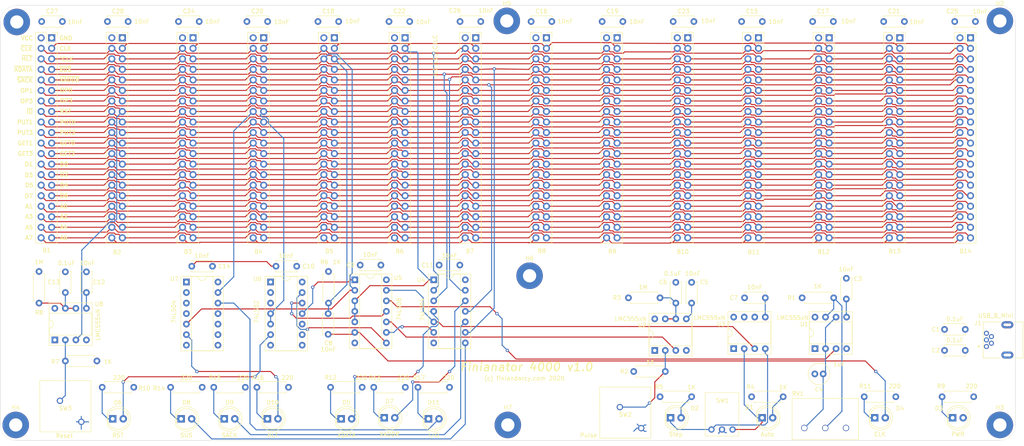
<source format=kicad_pcb>
(kicad_pcb (version 20171130) (host pcbnew "(5.1.5)-3")
  (layers (0 F.Cu signal) (31 B.Cu signal) (34 B.Paste user) (35 F.Paste user) (36 B.SilkS user) (37 F.SilkS user) (38 B.Mask user) (39 F.Mask user) (44 Edge.Cuts user))
  (net 0 "")
  (net 1 GND)
  (net 2 VCC)
  (net 3 "Net-(C3-Pad1)")
  (net 4 "Net-(C5-Pad1)")
  (net 5 "Net-(C6-Pad1)")
  (net 6 "Net-(C7-Pad1)")
  (net 7 /CLK)
  (net 8 /^CLK)
  (net 9 /GET3)
  (net 10 /GET2)
  (net 11 /GET1)
  (net 12 /GET0)
  (net 13 /PUT3)
  (net 14 /PUT2)
  (net 15 /PUT1)
  (net 16 /PUT0)
  (net 17 /~CLK)
  (net 18 /AutoClock)
  (net 19 /SingleStep)
  (net 20 "Net-(U3-Pad7)")
  (net 21 /TimerMode)
  (net 22 /A7)
  (net 23 /A6)
  (net 24 /A5)
  (net 25 /A4)
  (net 26 /A3)
  (net 27 /A2)
  (net 28 /A1)
  (net 29 /A0)
  (net 30 /D7)
  (net 31 /D6)
  (net 32 /D5)
  (net 33 /D4)
  (net 34 /D3)
  (net 35 /D2)
  (net 36 /D1)
  (net 37 /D0)
  (net 38 /RST)
  (net 39 /OP3)
  (net 40 /OP2)
  (net 41 /OP1)
  (net 42 /OP0)
  (net 43 /~SACK)
  (net 44 /~XADDR)
  (net 45 /~XDATA)
  (net 46 /~SUS)
  (net 47 /~HLT)
  (net 48 "Net-(C4-Pad1)")
  (net 49 "Net-(C12-Pad1)")
  (net 50 "Net-(C13-Pad1)")
  (net 51 "Net-(D1-Pad2)")
  (net 52 "Net-(D1-Pad1)")
  (net 53 "Net-(D2-Pad2)")
  (net 54 "Net-(D2-Pad1)")
  (net 55 "Net-(D3-Pad1)")
  (net 56 "Net-(D4-Pad1)")
  (net 57 "Net-(D5-Pad2)")
  (net 58 "Net-(D5-Pad1)")
  (net 59 "Net-(D6-Pad2)")
  (net 60 "Net-(D6-Pad1)")
  (net 61 "Net-(D7-Pad2)")
  (net 62 "Net-(D7-Pad1)")
  (net 63 "Net-(D8-Pad2)")
  (net 64 "Net-(D8-Pad1)")
  (net 65 "Net-(D9-Pad2)")
  (net 66 "Net-(D9-Pad1)")
  (net 67 "Net-(D10-Pad2)")
  (net 68 "Net-(D10-Pad1)")
  (net 69 "Net-(J1-Pad4)")
  (net 70 "Net-(J1-Pad2)")
  (net 71 "Net-(J1-Pad3)")
  (net 72 "Net-(R1-Pad2)")
  (net 73 "Net-(R2-Pad2)")
  (net 74 "Net-(R7-Pad2)")
  (net 75 "Net-(RV1-Pad3)")
  (net 76 "Net-(D11-Pad2)")
  (net 77 "Net-(D11-Pad1)")
  (net 78 "Net-(U4-Pad6)")
  (net 79 "Net-(U5-Pad11)")
  (net 80 "Net-(U5-Pad8)")
  (net 81 "Net-(U5-Pad1)")
  (net 82 /PulseLED)
  (net 83 /~IO)
  (module MountingHole:MountingHole_3.2mm_M3_Pad (layer F.Cu) (at 152.5 146.25)
    (fp_text reference H7 (at 0 -4.2) (layer F.SilkS))
    (fp_text value Mount)
    (pad 1 thru_hole circle (at 0 0) (size 6.4 6.4) (drill 3.2) (layers *.Cu *.Mask) (net 1 GND))
  )
  (module MountingHole:MountingHole_3.2mm_M3_Pad (layer F.Cu) (at 157.75 110.25)
    (fp_text reference H6 (at 0 -4.2) (layer F.SilkS))
    (fp_text value Mount)
    (pad 1 thru_hole circle (at 0 0) (size 6.4 6.4) (drill 3.2) (layers *.Cu *.Mask) (net 1 GND))
  )
  (module MountingHole:MountingHole_3.2mm_M3_Pad (layer F.Cu) (at 152.25 48.75)
    (fp_text reference H5 (at 0 -4.2) (layer F.SilkS))
    (fp_text value Mount)
    (pad 1 thru_hole circle (at 0 0) (size 6.4 6.4) (drill 3.2) (layers *.Cu *.Mask) (net 1 GND))
  )
  (module MountingHole:MountingHole_3.2mm_M3_Pad (layer F.Cu) (at 33.75 146.25)
    (fp_text reference H4 (at 0 -4.2) (layer F.SilkS))
    (fp_text value Mount)
    (pad 1 thru_hole circle (at 0 0) (size 6.4 6.4) (drill 3.2) (layers *.Cu *.Mask) (net 1 GND))
  )
  (module MountingHole:MountingHole_3.2mm_M3_Pad (layer F.Cu) (at 271.25 146.25)
    (fp_text reference H3 (at 0 -4.2) (layer F.SilkS))
    (fp_text value Mount)
    (pad 1 thru_hole circle (at 0 0) (size 6.4 6.4) (drill 3.2) (layers *.Cu *.Mask) (net 1 GND))
  )
  (module MountingHole:MountingHole_3.2mm_M3_Pad (layer F.Cu) (at 271.25 48.75)
    (fp_text reference H2 (at 0 -4.2) (layer F.SilkS))
    (fp_text value Mount)
    (pad 1 thru_hole circle (at 0 0) (size 6.4 6.4) (drill 3.2) (layers *.Cu *.Mask) (net 1 GND))
  )
  (module MountingHole:MountingHole_3.2mm_M3_Pad (layer F.Cu) (at 34 49)
    (fp_text reference H1 hide)
    (fp_text value Mount)
    (pad 1 thru_hole circle (at 0 0) (size 6.4 6.4) (drill 3.2) (layers *.Cu *.Mask) (net 1 GND))
  )
  (module Capacitor_THT:C_Disc_D5.0mm_W2.5mm_P5.00mm (layer F.Cu) (at 55.88 48.895)
    (fp_text reference C28 (at 2.5 -2.5) (layer F.SilkS))
    (fp_text value 10nF (at 8.32 0.005) (layer F.SilkS))
    (pad 2 thru_hole circle (at 5 0) (size 1.6 1.6) (drill 0.8) (layers *.Cu *.Mask) (net 1 GND))
    (pad 1 thru_hole circle (at 0 0) (size 1.6 1.6) (drill 0.8) (layers *.Cu *.Mask) (net 2 VCC))
  )
  (module Capacitor_THT:C_Disc_D5.0mm_W2.5mm_P5.00mm (layer F.Cu) (at 40.005 48.895)
    (fp_text reference C27 (at 2.5 -2.5) (layer F.SilkS))
    (fp_text value 10nF (at 8.095 0.105) (layer F.SilkS))
    (pad 2 thru_hole circle (at 5 0) (size 1.6 1.6) (drill 0.8) (layers *.Cu *.Mask) (net 1 GND))
    (pad 1 thru_hole circle (at 0 0) (size 1.6 1.6) (drill 0.8) (layers *.Cu *.Mask) (net 2 VCC))
  )
  (module Capacitor_THT:C_Disc_D5.0mm_W2.5mm_P5.00mm (layer F.Cu) (at 140.97 48.895)
    (fp_text reference C26 (at -1.22 -2.645) (layer F.SilkS))
    (fp_text value 10nF (at 6.28 -2.645) (layer F.SilkS))
    (pad 2 thru_hole circle (at 5 0) (size 1.6 1.6) (drill 0.8) (layers *.Cu *.Mask) (net 1 GND))
    (pad 1 thru_hole circle (at 0 0) (size 1.6 1.6) (drill 0.8) (layers *.Cu *.Mask) (net 2 VCC))
  )
  (module Capacitor_THT:C_Disc_D5.0mm_W2.5mm_P5.00mm (layer F.Cu) (at 260.35 48.895)
    (fp_text reference C25 (at -0.6 -2.5) (layer F.SilkS))
    (fp_text value 10nF (at 6.15 -2.395) (layer F.SilkS))
    (pad 2 thru_hole circle (at 5 0) (size 1.6 1.6) (drill 0.8) (layers *.Cu *.Mask) (net 1 GND))
    (pad 1 thru_hole circle (at 0 0) (size 1.6 1.6) (drill 0.8) (layers *.Cu *.Mask) (net 2 VCC))
  )
  (module Capacitor_THT:C_Disc_D5.0mm_W2.5mm_P5.00mm (layer F.Cu) (at 73.025 48.895)
    (fp_text reference C24 (at 2.5 -2.5) (layer F.SilkS))
    (fp_text value 10nF (at 8.275 0.005) (layer F.SilkS))
    (pad 2 thru_hole circle (at 5 0) (size 1.6 1.6) (drill 0.8) (layers *.Cu *.Mask) (net 1 GND))
    (pad 1 thru_hole circle (at 0 0) (size 1.6 1.6) (drill 0.8) (layers *.Cu *.Mask) (net 2 VCC))
  )
  (module Capacitor_THT:C_Disc_D5.0mm_W2.5mm_P5.00mm (layer F.Cu) (at 192.405 48.895)
    (fp_text reference C23 (at 2.5 -2.5) (layer F.SilkS))
    (fp_text value 10nF (at 8.545 -0.145) (layer F.SilkS))
    (pad 2 thru_hole circle (at 5 0) (size 1.6 1.6) (drill 0.8) (layers *.Cu *.Mask) (net 1 GND))
    (pad 1 thru_hole circle (at 0 0) (size 1.6 1.6) (drill 0.8) (layers *.Cu *.Mask) (net 2 VCC))
  )
  (module Capacitor_THT:C_Disc_D5.0mm_W2.5mm_P5.00mm (layer F.Cu) (at 123.825 48.895)
    (fp_text reference C22 (at 2.5 -2.5) (layer F.SilkS))
    (fp_text value 10nF (at 8.325 0.105) (layer F.SilkS))
    (pad 2 thru_hole circle (at 5 0) (size 1.6 1.6) (drill 0.8) (layers *.Cu *.Mask) (net 1 GND))
    (pad 1 thru_hole circle (at 0 0) (size 1.6 1.6) (drill 0.8) (layers *.Cu *.Mask) (net 2 VCC))
  )
  (module Capacitor_THT:C_Disc_D5.0mm_W2.5mm_P5.00mm (layer F.Cu) (at 243.205 48.895)
    (fp_text reference C21 (at 2.5 -2.5) (layer F.SilkS))
    (fp_text value 10nF (at 8.045 0.105) (layer F.SilkS))
    (pad 2 thru_hole circle (at 5 0) (size 1.6 1.6) (drill 0.8) (layers *.Cu *.Mask) (net 1 GND))
    (pad 1 thru_hole circle (at 0 0) (size 1.6 1.6) (drill 0.8) (layers *.Cu *.Mask) (net 2 VCC))
  )
  (module Capacitor_THT:C_Disc_D5.0mm_W2.5mm_P5.00mm (layer F.Cu) (at 89.535 48.895)
    (fp_text reference C20 (at 2.5 -2.5) (layer F.SilkS))
    (fp_text value 10nF (at 8.365 0.105) (layer F.SilkS))
    (pad 2 thru_hole circle (at 5 0) (size 1.6 1.6) (drill 0.8) (layers *.Cu *.Mask) (net 1 GND))
    (pad 1 thru_hole circle (at 0 0) (size 1.6 1.6) (drill 0.8) (layers *.Cu *.Mask) (net 2 VCC))
  )
  (module Capacitor_THT:C_Disc_D5.0mm_W2.5mm_P5.00mm (layer F.Cu) (at 175.26 48.895)
    (fp_text reference C19 (at 2.5 -2.5) (layer F.SilkS))
    (fp_text value 10nF (at 8.39 0.055) (layer F.SilkS))
    (pad 2 thru_hole circle (at 5 0) (size 1.6 1.6) (drill 0.8) (layers *.Cu *.Mask) (net 1 GND))
    (pad 1 thru_hole circle (at 0 0) (size 1.6 1.6) (drill 0.8) (layers *.Cu *.Mask) (net 2 VCC))
  )
  (module Capacitor_THT:C_Disc_D5.0mm_W2.5mm_P5.00mm (layer F.Cu) (at 106.68 48.895)
    (fp_text reference C18 (at 2.5 -2.5) (layer F.SilkS))
    (fp_text value 10nF (at 8.37 -0.045) (layer F.SilkS))
    (pad 2 thru_hole circle (at 5 0) (size 1.6 1.6) (drill 0.8) (layers *.Cu *.Mask) (net 1 GND))
    (pad 1 thru_hole circle (at 0 0) (size 1.6 1.6) (drill 0.8) (layers *.Cu *.Mask) (net 2 VCC))
  )
  (module Capacitor_THT:C_Disc_D5.0mm_W2.5mm_P5.00mm (layer F.Cu) (at 226.06 48.895)
    (fp_text reference C17 (at 2.5 -2.5) (layer F.SilkS))
    (fp_text value 10nF (at 8.69 -0.045) (layer F.SilkS))
    (pad 2 thru_hole circle (at 5 0) (size 1.6 1.6) (drill 0.8) (layers *.Cu *.Mask) (net 1 GND))
    (pad 1 thru_hole circle (at 0 0) (size 1.6 1.6) (drill 0.8) (layers *.Cu *.Mask) (net 2 VCC))
  )
  (module Capacitor_THT:C_Disc_D5.0mm_W2.5mm_P5.00mm (layer F.Cu) (at 158.115 48.895)
    (fp_text reference C16 (at 2.5 -2.5) (layer F.SilkS))
    (fp_text value 10nF (at 8.235 -0.045) (layer F.SilkS))
    (pad 2 thru_hole circle (at 5 0) (size 1.6 1.6) (drill 0.8) (layers *.Cu *.Mask) (net 1 GND))
    (pad 1 thru_hole circle (at 0 0) (size 1.6 1.6) (drill 0.8) (layers *.Cu *.Mask) (net 2 VCC))
  )
  (module Capacitor_THT:C_Disc_D5.0mm_W2.5mm_P5.00mm (layer F.Cu) (at 208.915 48.895)
    (fp_text reference C15 (at 2.5 -2.5) (layer F.SilkS))
    (fp_text value 10nF (at 8.335 0.055) (layer F.SilkS))
    (pad 2 thru_hole circle (at 5 0) (size 1.6 1.6) (drill 0.8) (layers *.Cu *.Mask) (net 1 GND))
    (pad 1 thru_hole circle (at 0 0) (size 1.6 1.6) (drill 0.8) (layers *.Cu *.Mask) (net 2 VCC))
  )
  (module Connector_PinSocket_2.54mm:PinSocket_2x20_P2.54mm_Vertical (layer F.Cu) (at 161.817532 52.832)
    (fp_text reference B8 (at -1.117532 51.418) (layer F.SilkS))
    (fp_text value ControlSignalBus_backplane hide)
    (pad 40 thru_hole oval (at -2.54 48.26) (size 1.7 1.7) (drill 1) (layers *.Cu *.Mask) (net 22 /A7))
    (pad 39 thru_hole oval (at 0 48.26) (size 1.7 1.7) (drill 1) (layers *.Cu *.Mask) (net 23 /A6))
    (pad 38 thru_hole oval (at -2.54 45.72) (size 1.7 1.7) (drill 1) (layers *.Cu *.Mask) (net 24 /A5))
    (pad 37 thru_hole oval (at 0 45.72) (size 1.7 1.7) (drill 1) (layers *.Cu *.Mask) (net 25 /A4))
    (pad 36 thru_hole oval (at -2.54 43.18) (size 1.7 1.7) (drill 1) (layers *.Cu *.Mask) (net 26 /A3))
    (pad 35 thru_hole oval (at 0 43.18) (size 1.7 1.7) (drill 1) (layers *.Cu *.Mask) (net 27 /A2))
    (pad 34 thru_hole oval (at -2.54 40.64) (size 1.7 1.7) (drill 1) (layers *.Cu *.Mask) (net 28 /A1))
    (pad 33 thru_hole oval (at 0 40.64) (size 1.7 1.7) (drill 1) (layers *.Cu *.Mask) (net 29 /A0))
    (pad 32 thru_hole oval (at -2.54 38.1) (size 1.7 1.7) (drill 1) (layers *.Cu *.Mask) (net 30 /D7))
    (pad 31 thru_hole oval (at 0 38.1) (size 1.7 1.7) (drill 1) (layers *.Cu *.Mask) (net 31 /D6))
    (pad 30 thru_hole oval (at -2.54 35.56) (size 1.7 1.7) (drill 1) (layers *.Cu *.Mask) (net 32 /D5))
    (pad 29 thru_hole oval (at 0 35.56) (size 1.7 1.7) (drill 1) (layers *.Cu *.Mask) (net 33 /D4))
    (pad 28 thru_hole oval (at -2.54 33.02) (size 1.7 1.7) (drill 1) (layers *.Cu *.Mask) (net 34 /D3))
    (pad 27 thru_hole oval (at 0 33.02) (size 1.7 1.7) (drill 1) (layers *.Cu *.Mask) (net 35 /D2))
    (pad 26 thru_hole oval (at -2.54 30.48) (size 1.7 1.7) (drill 1) (layers *.Cu *.Mask) (net 36 /D1))
    (pad 25 thru_hole oval (at 0 30.48) (size 1.7 1.7) (drill 1) (layers *.Cu *.Mask) (net 37 /D0))
    (pad 24 thru_hole oval (at -2.54 27.94) (size 1.7 1.7) (drill 1) (layers *.Cu *.Mask) (net 9 /GET3))
    (pad 23 thru_hole oval (at 0 27.94) (size 1.7 1.7) (drill 1) (layers *.Cu *.Mask) (net 10 /GET2))
    (pad 22 thru_hole oval (at -2.54 25.4) (size 1.7 1.7) (drill 1) (layers *.Cu *.Mask) (net 11 /GET1))
    (pad 21 thru_hole oval (at 0 25.4) (size 1.7 1.7) (drill 1) (layers *.Cu *.Mask) (net 12 /GET0))
    (pad 20 thru_hole oval (at -2.54 22.86) (size 1.7 1.7) (drill 1) (layers *.Cu *.Mask) (net 13 /PUT3))
    (pad 19 thru_hole oval (at 0 22.86) (size 1.7 1.7) (drill 1) (layers *.Cu *.Mask) (net 14 /PUT2))
    (pad 18 thru_hole oval (at -2.54 20.32) (size 1.7 1.7) (drill 1) (layers *.Cu *.Mask) (net 15 /PUT1))
    (pad 17 thru_hole oval (at 0 20.32) (size 1.7 1.7) (drill 1) (layers *.Cu *.Mask) (net 16 /PUT0))
    (pad 16 thru_hole oval (at -2.54 17.78) (size 1.7 1.7) (drill 1) (layers *.Cu *.Mask) (net 83 /~IO))
    (pad 15 thru_hole oval (at 0 17.78) (size 1.7 1.7) (drill 1) (layers *.Cu *.Mask) (net 38 /RST))
    (pad 14 thru_hole oval (at -2.54 15.24) (size 1.7 1.7) (drill 1) (layers *.Cu *.Mask) (net 39 /OP3))
    (pad 13 thru_hole oval (at 0 15.24) (size 1.7 1.7) (drill 1) (layers *.Cu *.Mask) (net 40 /OP2))
    (pad 12 thru_hole oval (at -2.54 12.7) (size 1.7 1.7) (drill 1) (layers *.Cu *.Mask) (net 41 /OP1))
    (pad 11 thru_hole oval (at 0 12.7) (size 1.7 1.7) (drill 1) (layers *.Cu *.Mask) (net 42 /OP0))
    (pad 10 thru_hole oval (at -2.54 10.16) (size 1.7 1.7) (drill 1) (layers *.Cu *.Mask) (net 43 /~SACK))
    (pad 9 thru_hole oval (at 0 10.16) (size 1.7 1.7) (drill 1) (layers *.Cu *.Mask) (net 44 /~XADDR))
    (pad 8 thru_hole oval (at -2.54 7.62) (size 1.7 1.7) (drill 1) (layers *.Cu *.Mask) (net 45 /~XDATA))
    (pad 7 thru_hole oval (at 0 7.62) (size 1.7 1.7) (drill 1) (layers *.Cu *.Mask) (net 46 /~SUS))
    (pad 6 thru_hole oval (at -2.54 5.08) (size 1.7 1.7) (drill 1) (layers *.Cu *.Mask) (net 47 /~HLT))
    (pad 5 thru_hole oval (at 0 5.08) (size 1.7 1.7) (drill 1) (layers *.Cu *.Mask) (net 8 /^CLK))
    (pad 4 thru_hole oval (at -2.54 2.54) (size 1.7 1.7) (drill 1) (layers *.Cu *.Mask) (net 17 /~CLK))
    (pad 3 thru_hole oval (at 0 2.54) (size 1.7 1.7) (drill 1) (layers *.Cu *.Mask) (net 7 /CLK))
    (pad 2 thru_hole oval (at -2.54 0) (size 1.7 1.7) (drill 1) (layers *.Cu *.Mask) (net 2 VCC))
    (pad 1 thru_hole rect (at 0 0) (size 1.7 1.7) (drill 1) (layers *.Cu *.Mask) (net 1 GND))
  )
  (module Package_DIP:DIP-8_W7.62mm_Socket (layer F.Cu) (at 207.01 127.844 90)
    (fp_text reference U3 (at 5.924 -3.048 180) (layer F.SilkS))
    (fp_text value LMC555xN (at 7.448 -5.842) (layer F.SilkS))
    (pad 8 thru_hole oval (at 7.62 0 90) (size 1.6 1.6) (drill 0.8) (layers *.Cu *.Mask) (net 2 VCC))
    (pad 4 thru_hole oval (at 0 7.62 90) (size 1.6 1.6) (drill 0.8) (layers *.Cu *.Mask) (net 54 "Net-(D2-Pad1)"))
    (pad 7 thru_hole oval (at 7.62 2.54 90) (size 1.6 1.6) (drill 0.8) (layers *.Cu *.Mask) (net 20 "Net-(U3-Pad7)"))
    (pad 3 thru_hole oval (at 0 5.08 90) (size 1.6 1.6) (drill 0.8) (layers *.Cu *.Mask) (net 21 /TimerMode))
    (pad 6 thru_hole oval (at 7.62 5.08 90) (size 1.6 1.6) (drill 0.8) (layers *.Cu *.Mask) (net 1 GND))
    (pad 2 thru_hole oval (at 0 2.54 90) (size 1.6 1.6) (drill 0.8) (layers *.Cu *.Mask) (net 52 "Net-(D1-Pad1)"))
    (pad 5 thru_hole oval (at 7.62 7.62 90) (size 1.6 1.6) (drill 0.8) (layers *.Cu *.Mask) (net 6 "Net-(C7-Pad1)"))
    (pad 1 thru_hole rect (at 0 0 90) (size 1.6 1.6) (drill 0.8) (layers *.Cu *.Mask) (net 1 GND))
  )
  (module Package_DIP:DIP-14_W7.62mm_Socket (layer F.Cu) (at 95.25 111.76)
    (fp_text reference U6 (at -3.175 -0.762) (layer F.SilkS))
    (fp_text value 74LS32 (at -3.391332 7.2 90) (layer F.SilkS))
    (pad 14 thru_hole oval (at 7.62 0) (size 1.6 1.6) (drill 0.8) (layers *.Cu *.Mask) (net 2 VCC))
    (pad 7 thru_hole oval (at 0 15.24) (size 1.6 1.6) (drill 0.8) (layers *.Cu *.Mask) (net 1 GND))
    (pad 13 thru_hole oval (at 7.62 2.54) (size 1.6 1.6) (drill 0.8) (layers *.Cu *.Mask) (net 80 "Net-(U5-Pad8)"))
    (pad 6 thru_hole oval (at 0 12.7) (size 1.6 1.6) (drill 0.8) (layers *.Cu *.Mask) (net 59 "Net-(D6-Pad2)"))
    (pad 12 thru_hole oval (at 7.62 5.08) (size 1.6 1.6) (drill 0.8) (layers *.Cu *.Mask) (net 79 "Net-(U5-Pad11)"))
    (pad 5 thru_hole oval (at 0 10.16) (size 1.6 1.6) (drill 0.8) (layers *.Cu *.Mask) (net 38 /RST))
    (pad 11 thru_hole oval (at 7.62 7.62) (size 1.6 1.6) (drill 0.8) (layers *.Cu *.Mask) (net 81 "Net-(U5-Pad1)"))
    (pad 4 thru_hole oval (at 0 7.62) (size 1.6 1.6) (drill 0.8) (layers *.Cu *.Mask) (net 38 /RST))
    (pad 10 thru_hole oval (at 7.62 10.16) (size 1.6 1.6) (drill 0.8) (layers *.Cu *.Mask))
    (pad 3 thru_hole oval (at 0 5.08) (size 1.6 1.6) (drill 0.8) (layers *.Cu *.Mask))
    (pad 9 thru_hole oval (at 7.62 12.7) (size 1.6 1.6) (drill 0.8) (layers *.Cu *.Mask))
    (pad 2 thru_hole oval (at 0 2.54) (size 1.6 1.6) (drill 0.8) (layers *.Cu *.Mask))
    (pad 8 thru_hole oval (at 7.62 15.24) (size 1.6 1.6) (drill 0.8) (layers *.Cu *.Mask))
    (pad 1 thru_hole rect (at 0 0) (size 1.6 1.6) (drill 0.8) (layers *.Cu *.Mask))
  )
  (module Resistor_THT:R_Axial_DIN0207_L6.3mm_D2.5mm_P7.62mm_Horizontal (layer F.Cu) (at 130.81 137.16)
    (fp_text reference R17 (at 0.254 -2.286) (layer F.SilkS))
    (fp_text value 220 (at 7.366 -2.286) (layer F.SilkS))
    (pad 2 thru_hole oval (at 7.62 0) (size 1.6 1.6) (drill 0.8) (layers *.Cu *.Mask) (net 1 GND))
    (pad 1 thru_hole circle (at 0 0) (size 1.6 1.6) (drill 0.8) (layers *.Cu *.Mask) (net 77 "Net-(D11-Pad1)"))
  )
  (module LED_THT:LED_D5.0mm (layer F.Cu) (at 133.35 144.78)
    (fp_text reference D11 (at 1.27 -3.96) (layer F.SilkS))
    (fp_text value I/O (at 1.27 3.96) (layer F.SilkS))
    (pad 2 thru_hole circle (at 2.54 0) (size 1.8 1.8) (drill 0.9) (layers *.Cu *.Mask) (net 76 "Net-(D11-Pad2)"))
    (pad 1 thru_hole rect (at 0 0) (size 1.8 1.8) (drill 0.9) (layers *.Cu *.Mask) (net 77 "Net-(D11-Pad1)"))
  )
  (module 8bit:400MSP1R6BLKM6RE (layer F.Cu) (at 200.123999 138.43)
    (fp_text reference SW1 (at 4.19 1.92) (layer F.SilkS))
    (fp_text value ModeSwitch)
    (pad 2 thru_hole circle (at 4.06 8.92) (size 1.52 1.52) (drill 0.86) (layers *.Cu *.Mask) (net 1 GND))
    (pad 3 thru_hole circle (at 6.61 8.92) (size 1.52 1.52) (drill 0.86) (layers *.Cu *.Mask) (net 52 "Net-(D1-Pad1)"))
    (pad 1 thru_hole circle (at 1.52 8.92) (size 1.52 1.52) (drill 0.86) (layers *.Cu *.Mask) (net 54 "Net-(D2-Pad1)"))
    (pad "" np_thru_hole circle (at 6.61 3.86) (size 0.76 0.76) (drill 0.76) (layers *.Cu *.Mask))
    (pad "" np_thru_hole circle (at 1.52 3.86) (size 0.76 0.76) (drill 0.76) (layers *.Cu *.Mask))
  )
  (module 8bit:TT-P160KN-0QC15A (layer F.Cu) (at 229.108 144.78 270)
    (fp_text reference RV1 (at -6.096 6.604) (layer F.SilkS))
    (fp_text value 10M)
    (pad 2 thru_hole circle (at 2.2 0 270) (size 1.524 1.524) (drill 1.2) (layers *.Cu *.Mask) (net 72 "Net-(R1-Pad2)"))
    (pad 3 thru_hole circle (at 2.2 -5 270) (size 1.524 1.524) (drill 1.2) (layers *.Cu *.Mask) (net 75 "Net-(RV1-Pad3)"))
    (pad 1 thru_hole circle (at 2.2 5.05 270) (size 1.524 1.524) (drill 1.2) (layers *.Cu *.Mask) (net 48 "Net-(C4-Pad1)"))
  )
  (module Connector_PinSocket_2.54mm:PinSocket_2x20_P2.54mm_Vertical (layer F.Cu) (at 264.16 52.832)
    (fp_text reference B14 (at -1.21 51.468) (layer F.SilkS))
    (fp_text value ControlSignalBus_backplane hide)
    (pad 40 thru_hole oval (at -2.54 48.26) (size 1.7 1.7) (drill 1) (layers *.Cu *.Mask) (net 22 /A7))
    (pad 39 thru_hole oval (at 0 48.26) (size 1.7 1.7) (drill 1) (layers *.Cu *.Mask) (net 23 /A6))
    (pad 38 thru_hole oval (at -2.54 45.72) (size 1.7 1.7) (drill 1) (layers *.Cu *.Mask) (net 24 /A5))
    (pad 37 thru_hole oval (at 0 45.72) (size 1.7 1.7) (drill 1) (layers *.Cu *.Mask) (net 25 /A4))
    (pad 36 thru_hole oval (at -2.54 43.18) (size 1.7 1.7) (drill 1) (layers *.Cu *.Mask) (net 26 /A3))
    (pad 35 thru_hole oval (at 0 43.18) (size 1.7 1.7) (drill 1) (layers *.Cu *.Mask) (net 27 /A2))
    (pad 34 thru_hole oval (at -2.54 40.64) (size 1.7 1.7) (drill 1) (layers *.Cu *.Mask) (net 28 /A1))
    (pad 33 thru_hole oval (at 0 40.64) (size 1.7 1.7) (drill 1) (layers *.Cu *.Mask) (net 29 /A0))
    (pad 32 thru_hole oval (at -2.54 38.1) (size 1.7 1.7) (drill 1) (layers *.Cu *.Mask) (net 30 /D7))
    (pad 31 thru_hole oval (at 0 38.1) (size 1.7 1.7) (drill 1) (layers *.Cu *.Mask) (net 31 /D6))
    (pad 30 thru_hole oval (at -2.54 35.56) (size 1.7 1.7) (drill 1) (layers *.Cu *.Mask) (net 32 /D5))
    (pad 29 thru_hole oval (at 0 35.56) (size 1.7 1.7) (drill 1) (layers *.Cu *.Mask) (net 33 /D4))
    (pad 28 thru_hole oval (at -2.54 33.02) (size 1.7 1.7) (drill 1) (layers *.Cu *.Mask) (net 34 /D3))
    (pad 27 thru_hole oval (at 0 33.02) (size 1.7 1.7) (drill 1) (layers *.Cu *.Mask) (net 35 /D2))
    (pad 26 thru_hole oval (at -2.54 30.48) (size 1.7 1.7) (drill 1) (layers *.Cu *.Mask) (net 36 /D1))
    (pad 25 thru_hole oval (at 0 30.48) (size 1.7 1.7) (drill 1) (layers *.Cu *.Mask) (net 37 /D0))
    (pad 24 thru_hole oval (at -2.54 27.94) (size 1.7 1.7) (drill 1) (layers *.Cu *.Mask) (net 9 /GET3))
    (pad 23 thru_hole oval (at 0 27.94) (size 1.7 1.7) (drill 1) (layers *.Cu *.Mask) (net 10 /GET2))
    (pad 22 thru_hole oval (at -2.54 25.4) (size 1.7 1.7) (drill 1) (layers *.Cu *.Mask) (net 11 /GET1))
    (pad 21 thru_hole oval (at 0 25.4) (size 1.7 1.7) (drill 1) (layers *.Cu *.Mask) (net 12 /GET0))
    (pad 20 thru_hole oval (at -2.54 22.86) (size 1.7 1.7) (drill 1) (layers *.Cu *.Mask) (net 13 /PUT3))
    (pad 19 thru_hole oval (at 0 22.86) (size 1.7 1.7) (drill 1) (layers *.Cu *.Mask) (net 14 /PUT2))
    (pad 18 thru_hole oval (at -2.54 20.32) (size 1.7 1.7) (drill 1) (layers *.Cu *.Mask) (net 15 /PUT1))
    (pad 17 thru_hole oval (at 0 20.32) (size 1.7 1.7) (drill 1) (layers *.Cu *.Mask) (net 16 /PUT0))
    (pad 16 thru_hole oval (at -2.54 17.78) (size 1.7 1.7) (drill 1) (layers *.Cu *.Mask) (net 83 /~IO))
    (pad 15 thru_hole oval (at 0 17.78) (size 1.7 1.7) (drill 1) (layers *.Cu *.Mask) (net 38 /RST))
    (pad 14 thru_hole oval (at -2.54 15.24) (size 1.7 1.7) (drill 1) (layers *.Cu *.Mask) (net 39 /OP3))
    (pad 13 thru_hole oval (at 0 15.24) (size 1.7 1.7) (drill 1) (layers *.Cu *.Mask) (net 40 /OP2))
    (pad 12 thru_hole oval (at -2.54 12.7) (size 1.7 1.7) (drill 1) (layers *.Cu *.Mask) (net 41 /OP1))
    (pad 11 thru_hole oval (at 0 12.7) (size 1.7 1.7) (drill 1) (layers *.Cu *.Mask) (net 42 /OP0))
    (pad 10 thru_hole oval (at -2.54 10.16) (size 1.7 1.7) (drill 1) (layers *.Cu *.Mask) (net 43 /~SACK))
    (pad 9 thru_hole oval (at 0 10.16) (size 1.7 1.7) (drill 1) (layers *.Cu *.Mask) (net 44 /~XADDR))
    (pad 8 thru_hole oval (at -2.54 7.62) (size 1.7 1.7) (drill 1) (layers *.Cu *.Mask) (net 45 /~XDATA))
    (pad 7 thru_hole oval (at 0 7.62) (size 1.7 1.7) (drill 1) (layers *.Cu *.Mask) (net 46 /~SUS))
    (pad 6 thru_hole oval (at -2.54 5.08) (size 1.7 1.7) (drill 1) (layers *.Cu *.Mask) (net 47 /~HLT))
    (pad 5 thru_hole oval (at 0 5.08) (size 1.7 1.7) (drill 1) (layers *.Cu *.Mask) (net 8 /^CLK))
    (pad 4 thru_hole oval (at -2.54 2.54) (size 1.7 1.7) (drill 1) (layers *.Cu *.Mask) (net 17 /~CLK))
    (pad 3 thru_hole oval (at 0 2.54) (size 1.7 1.7) (drill 1) (layers *.Cu *.Mask) (net 7 /CLK))
    (pad 2 thru_hole oval (at -2.54 0) (size 1.7 1.7) (drill 1) (layers *.Cu *.Mask) (net 2 VCC))
    (pad 1 thru_hole rect (at 0 0) (size 1.7 1.7) (drill 1) (layers *.Cu *.Mask) (net 1 GND))
  )
  (module Connector_PinSocket_2.54mm:PinSocket_2x20_P2.54mm_Vertical (layer F.Cu) (at 247.102912 52.832)
    (fp_text reference B13 (at -1.252912 51.518) (layer F.SilkS))
    (fp_text value ControlSignalBus_backplane hide)
    (pad 40 thru_hole oval (at -2.54 48.26) (size 1.7 1.7) (drill 1) (layers *.Cu *.Mask) (net 22 /A7))
    (pad 39 thru_hole oval (at 0 48.26) (size 1.7 1.7) (drill 1) (layers *.Cu *.Mask) (net 23 /A6))
    (pad 38 thru_hole oval (at -2.54 45.72) (size 1.7 1.7) (drill 1) (layers *.Cu *.Mask) (net 24 /A5))
    (pad 37 thru_hole oval (at 0 45.72) (size 1.7 1.7) (drill 1) (layers *.Cu *.Mask) (net 25 /A4))
    (pad 36 thru_hole oval (at -2.54 43.18) (size 1.7 1.7) (drill 1) (layers *.Cu *.Mask) (net 26 /A3))
    (pad 35 thru_hole oval (at 0 43.18) (size 1.7 1.7) (drill 1) (layers *.Cu *.Mask) (net 27 /A2))
    (pad 34 thru_hole oval (at -2.54 40.64) (size 1.7 1.7) (drill 1) (layers *.Cu *.Mask) (net 28 /A1))
    (pad 33 thru_hole oval (at 0 40.64) (size 1.7 1.7) (drill 1) (layers *.Cu *.Mask) (net 29 /A0))
    (pad 32 thru_hole oval (at -2.54 38.1) (size 1.7 1.7) (drill 1) (layers *.Cu *.Mask) (net 30 /D7))
    (pad 31 thru_hole oval (at 0 38.1) (size 1.7 1.7) (drill 1) (layers *.Cu *.Mask) (net 31 /D6))
    (pad 30 thru_hole oval (at -2.54 35.56) (size 1.7 1.7) (drill 1) (layers *.Cu *.Mask) (net 32 /D5))
    (pad 29 thru_hole oval (at 0 35.56) (size 1.7 1.7) (drill 1) (layers *.Cu *.Mask) (net 33 /D4))
    (pad 28 thru_hole oval (at -2.54 33.02) (size 1.7 1.7) (drill 1) (layers *.Cu *.Mask) (net 34 /D3))
    (pad 27 thru_hole oval (at 0 33.02) (size 1.7 1.7) (drill 1) (layers *.Cu *.Mask) (net 35 /D2))
    (pad 26 thru_hole oval (at -2.54 30.48) (size 1.7 1.7) (drill 1) (layers *.Cu *.Mask) (net 36 /D1))
    (pad 25 thru_hole oval (at 0 30.48) (size 1.7 1.7) (drill 1) (layers *.Cu *.Mask) (net 37 /D0))
    (pad 24 thru_hole oval (at -2.54 27.94) (size 1.7 1.7) (drill 1) (layers *.Cu *.Mask) (net 9 /GET3))
    (pad 23 thru_hole oval (at 0 27.94) (size 1.7 1.7) (drill 1) (layers *.Cu *.Mask) (net 10 /GET2))
    (pad 22 thru_hole oval (at -2.54 25.4) (size 1.7 1.7) (drill 1) (layers *.Cu *.Mask) (net 11 /GET1))
    (pad 21 thru_hole oval (at 0 25.4) (size 1.7 1.7) (drill 1) (layers *.Cu *.Mask) (net 12 /GET0))
    (pad 20 thru_hole oval (at -2.54 22.86) (size 1.7 1.7) (drill 1) (layers *.Cu *.Mask) (net 13 /PUT3))
    (pad 19 thru_hole oval (at 0 22.86) (size 1.7 1.7) (drill 1) (layers *.Cu *.Mask) (net 14 /PUT2))
    (pad 18 thru_hole oval (at -2.54 20.32) (size 1.7 1.7) (drill 1) (layers *.Cu *.Mask) (net 15 /PUT1))
    (pad 17 thru_hole oval (at 0 20.32) (size 1.7 1.7) (drill 1) (layers *.Cu *.Mask) (net 16 /PUT0))
    (pad 16 thru_hole oval (at -2.54 17.78) (size 1.7 1.7) (drill 1) (layers *.Cu *.Mask) (net 83 /~IO))
    (pad 15 thru_hole oval (at 0 17.78) (size 1.7 1.7) (drill 1) (layers *.Cu *.Mask) (net 38 /RST))
    (pad 14 thru_hole oval (at -2.54 15.24) (size 1.7 1.7) (drill 1) (layers *.Cu *.Mask) (net 39 /OP3))
    (pad 13 thru_hole oval (at 0 15.24) (size 1.7 1.7) (drill 1) (layers *.Cu *.Mask) (net 40 /OP2))
    (pad 12 thru_hole oval (at -2.54 12.7) (size 1.7 1.7) (drill 1) (layers *.Cu *.Mask) (net 41 /OP1))
    (pad 11 thru_hole oval (at 0 12.7) (size 1.7 1.7) (drill 1) (layers *.Cu *.Mask) (net 42 /OP0))
    (pad 10 thru_hole oval (at -2.54 10.16) (size 1.7 1.7) (drill 1) (layers *.Cu *.Mask) (net 43 /~SACK))
    (pad 9 thru_hole oval (at 0 10.16) (size 1.7 1.7) (drill 1) (layers *.Cu *.Mask) (net 44 /~XADDR))
    (pad 8 thru_hole oval (at -2.54 7.62) (size 1.7 1.7) (drill 1) (layers *.Cu *.Mask) (net 45 /~XDATA))
    (pad 7 thru_hole oval (at 0 7.62) (size 1.7 1.7) (drill 1) (layers *.Cu *.Mask) (net 46 /~SUS))
    (pad 6 thru_hole oval (at -2.54 5.08) (size 1.7 1.7) (drill 1) (layers *.Cu *.Mask) (net 47 /~HLT))
    (pad 5 thru_hole oval (at 0 5.08) (size 1.7 1.7) (drill 1) (layers *.Cu *.Mask) (net 8 /^CLK))
    (pad 4 thru_hole oval (at -2.54 2.54) (size 1.7 1.7) (drill 1) (layers *.Cu *.Mask) (net 17 /~CLK))
    (pad 3 thru_hole oval (at 0 2.54) (size 1.7 1.7) (drill 1) (layers *.Cu *.Mask) (net 7 /CLK))
    (pad 2 thru_hole oval (at -2.54 0) (size 1.7 1.7) (drill 1) (layers *.Cu *.Mask) (net 2 VCC))
    (pad 1 thru_hole rect (at 0 0) (size 1.7 1.7) (drill 1) (layers *.Cu *.Mask) (net 1 GND))
  )
  (module LED_THT:LED_D5.0mm (layer F.Cu) (at 94.488 144.78)
    (fp_text reference D10 (at 1.27 -3.96) (layer F.SilkS))
    (fp_text value HLT (at 1.27 3.96) (layer F.SilkS))
    (pad 2 thru_hole circle (at 2.54 0) (size 1.8 1.8) (drill 0.9) (layers *.Cu *.Mask) (net 67 "Net-(D10-Pad2)"))
    (pad 1 thru_hole rect (at 0 0) (size 1.8 1.8) (drill 0.9) (layers *.Cu *.Mask) (net 68 "Net-(D10-Pad1)"))
  )
  (module LED_THT:LED_D5.0mm (layer F.Cu) (at 84.074 144.78)
    (fp_text reference D9 (at 1.27 -3.96) (layer F.SilkS))
    (fp_text value SACK (at 1.27 3.96) (layer F.SilkS))
    (pad 2 thru_hole circle (at 2.54 0) (size 1.8 1.8) (drill 0.9) (layers *.Cu *.Mask) (net 65 "Net-(D9-Pad2)"))
    (pad 1 thru_hole rect (at 0 0) (size 1.8 1.8) (drill 0.9) (layers *.Cu *.Mask) (net 66 "Net-(D9-Pad1)"))
  )
  (module LED_THT:LED_D5.0mm (layer F.Cu) (at 73.66 144.78)
    (fp_text reference D8 (at 1.27 -3.96) (layer F.SilkS))
    (fp_text value SUS (at 1.27 3.96) (layer F.SilkS))
    (pad 2 thru_hole circle (at 2.54 0) (size 1.8 1.8) (drill 0.9) (layers *.Cu *.Mask) (net 63 "Net-(D8-Pad2)"))
    (pad 1 thru_hole rect (at 0 0) (size 1.8 1.8) (drill 0.9) (layers *.Cu *.Mask) (net 64 "Net-(D8-Pad1)"))
  )
  (module LED_THT:LED_D5.0mm (layer F.Cu) (at 122.682 144.526)
    (fp_text reference D7 (at 1.27 -3.96) (layer F.SilkS))
    (fp_text value XADDR (at 1.27 3.96) (layer F.SilkS))
    (pad 2 thru_hole circle (at 2.54 0) (size 1.8 1.8) (drill 0.9) (layers *.Cu *.Mask) (net 61 "Net-(D7-Pad2)"))
    (pad 1 thru_hole rect (at 0 0) (size 1.8 1.8) (drill 0.9) (layers *.Cu *.Mask) (net 62 "Net-(D7-Pad1)"))
  )
  (module LED_THT:LED_D5.0mm (layer F.Cu) (at 57.15 144.78)
    (fp_text reference D6 (at 1.27 -3.96) (layer F.SilkS))
    (fp_text value RST (at 1.27 3.96) (layer F.SilkS))
    (pad 2 thru_hole circle (at 2.54 0) (size 1.8 1.8) (drill 0.9) (layers *.Cu *.Mask) (net 59 "Net-(D6-Pad2)"))
    (pad 1 thru_hole rect (at 0 0) (size 1.8 1.8) (drill 0.9) (layers *.Cu *.Mask) (net 60 "Net-(D6-Pad1)"))
  )
  (module LED_THT:LED_D5.0mm (layer F.Cu) (at 112.268 144.78)
    (fp_text reference D5 (at 1.27 -3.96) (layer F.SilkS))
    (fp_text value XDATA (at 1.27 3.96) (layer F.SilkS))
    (pad 2 thru_hole circle (at 2.54 0) (size 1.8 1.8) (drill 0.9) (layers *.Cu *.Mask) (net 57 "Net-(D5-Pad2)"))
    (pad 1 thru_hole rect (at 0 0) (size 1.8 1.8) (drill 0.9) (layers *.Cu *.Mask) (net 58 "Net-(D5-Pad1)"))
  )
  (module LED_THT:LED_D5.0mm (layer F.Cu) (at 241.046 144.526)
    (fp_text reference D4 (at 6.096 -2.286) (layer F.SilkS))
    (fp_text value CLK (at 1.27 3.96) (layer F.SilkS))
    (pad 2 thru_hole circle (at 2.54 0) (size 1.8 1.8) (drill 0.9) (layers *.Cu *.Mask) (net 82 /PulseLED))
    (pad 1 thru_hole rect (at 0 0) (size 1.8 1.8) (drill 0.9) (layers *.Cu *.Mask) (net 56 "Net-(D4-Pad1)"))
  )
  (module LED_THT:LED_D5.0mm (layer F.Cu) (at 259.842 144.526)
    (fp_text reference D3 (at -3.302 -2.286) (layer F.SilkS))
    (fp_text value PWR (at 1.27 3.96) (layer F.SilkS))
    (pad 2 thru_hole circle (at 2.54 0) (size 1.8 1.8) (drill 0.9) (layers *.Cu *.Mask) (net 2 VCC))
    (pad 1 thru_hole rect (at 0 0) (size 1.8 1.8) (drill 0.9) (layers *.Cu *.Mask) (net 55 "Net-(D3-Pad1)"))
  )
  (module LED_THT:LED_D5.0mm (layer F.Cu) (at 191.77 144.526)
    (fp_text reference D2 (at 5.842 -2.286) (layer F.SilkS))
    (fp_text value Step (at 1.27 3.96) (layer F.SilkS))
    (pad 2 thru_hole circle (at 2.54 0) (size 1.8 1.8) (drill 0.9) (layers *.Cu *.Mask) (net 53 "Net-(D2-Pad2)"))
    (pad 1 thru_hole rect (at 0 0) (size 1.8 1.8) (drill 0.9) (layers *.Cu *.Mask) (net 54 "Net-(D2-Pad1)"))
  )
  (module LED_THT:LED_D5.0mm (layer F.Cu) (at 213.868 144.526)
    (fp_text reference D1 (at -3.048 -2.54) (layer F.SilkS))
    (fp_text value Auto (at 1.27 3.96) (layer F.SilkS))
    (pad 2 thru_hole circle (at 2.54 0) (size 1.8 1.8) (drill 0.9) (layers *.Cu *.Mask) (net 51 "Net-(D1-Pad2)"))
    (pad 1 thru_hole rect (at 0 0) (size 1.8 1.8) (drill 0.9) (layers *.Cu *.Mask) (net 52 "Net-(D1-Pad1)"))
  )
  (module Connector_PinSocket_2.54mm:PinSocket_2x20_P2.54mm_Vertical (layer F.Cu) (at 230.045836 52.832)
    (fp_text reference B12 (at -1.345836 51.618) (layer F.SilkS))
    (fp_text value ControlSignalBus_backplane hide)
    (pad 40 thru_hole oval (at -2.54 48.26) (size 1.7 1.7) (drill 1) (layers *.Cu *.Mask) (net 22 /A7))
    (pad 39 thru_hole oval (at 0 48.26) (size 1.7 1.7) (drill 1) (layers *.Cu *.Mask) (net 23 /A6))
    (pad 38 thru_hole oval (at -2.54 45.72) (size 1.7 1.7) (drill 1) (layers *.Cu *.Mask) (net 24 /A5))
    (pad 37 thru_hole oval (at 0 45.72) (size 1.7 1.7) (drill 1) (layers *.Cu *.Mask) (net 25 /A4))
    (pad 36 thru_hole oval (at -2.54 43.18) (size 1.7 1.7) (drill 1) (layers *.Cu *.Mask) (net 26 /A3))
    (pad 35 thru_hole oval (at 0 43.18) (size 1.7 1.7) (drill 1) (layers *.Cu *.Mask) (net 27 /A2))
    (pad 34 thru_hole oval (at -2.54 40.64) (size 1.7 1.7) (drill 1) (layers *.Cu *.Mask) (net 28 /A1))
    (pad 33 thru_hole oval (at 0 40.64) (size 1.7 1.7) (drill 1) (layers *.Cu *.Mask) (net 29 /A0))
    (pad 32 thru_hole oval (at -2.54 38.1) (size 1.7 1.7) (drill 1) (layers *.Cu *.Mask) (net 30 /D7))
    (pad 31 thru_hole oval (at 0 38.1) (size 1.7 1.7) (drill 1) (layers *.Cu *.Mask) (net 31 /D6))
    (pad 30 thru_hole oval (at -2.54 35.56) (size 1.7 1.7) (drill 1) (layers *.Cu *.Mask) (net 32 /D5))
    (pad 29 thru_hole oval (at 0 35.56) (size 1.7 1.7) (drill 1) (layers *.Cu *.Mask) (net 33 /D4))
    (pad 28 thru_hole oval (at -2.54 33.02) (size 1.7 1.7) (drill 1) (layers *.Cu *.Mask) (net 34 /D3))
    (pad 27 thru_hole oval (at 0 33.02) (size 1.7 1.7) (drill 1) (layers *.Cu *.Mask) (net 35 /D2))
    (pad 26 thru_hole oval (at -2.54 30.48) (size 1.7 1.7) (drill 1) (layers *.Cu *.Mask) (net 36 /D1))
    (pad 25 thru_hole oval (at 0 30.48) (size 1.7 1.7) (drill 1) (layers *.Cu *.Mask) (net 37 /D0))
    (pad 24 thru_hole oval (at -2.54 27.94) (size 1.7 1.7) (drill 1) (layers *.Cu *.Mask) (net 9 /GET3))
    (pad 23 thru_hole oval (at 0 27.94) (size 1.7 1.7) (drill 1) (layers *.Cu *.Mask) (net 10 /GET2))
    (pad 22 thru_hole oval (at -2.54 25.4) (size 1.7 1.7) (drill 1) (layers *.Cu *.Mask) (net 11 /GET1))
    (pad 21 thru_hole oval (at 0 25.4) (size 1.7 1.7) (drill 1) (layers *.Cu *.Mask) (net 12 /GET0))
    (pad 20 thru_hole oval (at -2.54 22.86) (size 1.7 1.7) (drill 1) (layers *.Cu *.Mask) (net 13 /PUT3))
    (pad 19 thru_hole oval (at 0 22.86) (size 1.7 1.7) (drill 1) (layers *.Cu *.Mask) (net 14 /PUT2))
    (pad 18 thru_hole oval (at -2.54 20.32) (size 1.7 1.7) (drill 1) (layers *.Cu *.Mask) (net 15 /PUT1))
    (pad 17 thru_hole oval (at 0 20.32) (size 1.7 1.7) (drill 1) (layers *.Cu *.Mask) (net 16 /PUT0))
    (pad 16 thru_hole oval (at -2.54 17.78) (size 1.7 1.7) (drill 1) (layers *.Cu *.Mask) (net 83 /~IO))
    (pad 15 thru_hole oval (at 0 17.78) (size 1.7 1.7) (drill 1) (layers *.Cu *.Mask) (net 38 /RST))
    (pad 14 thru_hole oval (at -2.54 15.24) (size 1.7 1.7) (drill 1) (layers *.Cu *.Mask) (net 39 /OP3))
    (pad 13 thru_hole oval (at 0 15.24) (size 1.7 1.7) (drill 1) (layers *.Cu *.Mask) (net 40 /OP2))
    (pad 12 thru_hole oval (at -2.54 12.7) (size 1.7 1.7) (drill 1) (layers *.Cu *.Mask) (net 41 /OP1))
    (pad 11 thru_hole oval (at 0 12.7) (size 1.7 1.7) (drill 1) (layers *.Cu *.Mask) (net 42 /OP0))
    (pad 10 thru_hole oval (at -2.54 10.16) (size 1.7 1.7) (drill 1) (layers *.Cu *.Mask) (net 43 /~SACK))
    (pad 9 thru_hole oval (at 0 10.16) (size 1.7 1.7) (drill 1) (layers *.Cu *.Mask) (net 44 /~XADDR))
    (pad 8 thru_hole oval (at -2.54 7.62) (size 1.7 1.7) (drill 1) (layers *.Cu *.Mask) (net 45 /~XDATA))
    (pad 7 thru_hole oval (at 0 7.62) (size 1.7 1.7) (drill 1) (layers *.Cu *.Mask) (net 46 /~SUS))
    (pad 6 thru_hole oval (at -2.54 5.08) (size 1.7 1.7) (drill 1) (layers *.Cu *.Mask) (net 47 /~HLT))
    (pad 5 thru_hole oval (at 0 5.08) (size 1.7 1.7) (drill 1) (layers *.Cu *.Mask) (net 8 /^CLK))
    (pad 4 thru_hole oval (at -2.54 2.54) (size 1.7 1.7) (drill 1) (layers *.Cu *.Mask) (net 17 /~CLK))
    (pad 3 thru_hole oval (at 0 2.54) (size 1.7 1.7) (drill 1) (layers *.Cu *.Mask) (net 7 /CLK))
    (pad 2 thru_hole oval (at -2.54 0) (size 1.7 1.7) (drill 1) (layers *.Cu *.Mask) (net 2 VCC))
    (pad 1 thru_hole rect (at 0 0) (size 1.7 1.7) (drill 1) (layers *.Cu *.Mask) (net 1 GND))
  )
  (module Connector_PinSocket_2.54mm:PinSocket_2x20_P2.54mm_Vertical (layer F.Cu) (at 212.98876 52.832)
    (fp_text reference B11 (at -1.13876 51.718) (layer F.SilkS))
    (fp_text value ControlSignalBus_backplane hide)
    (pad 40 thru_hole oval (at -2.54 48.26) (size 1.7 1.7) (drill 1) (layers *.Cu *.Mask) (net 22 /A7))
    (pad 39 thru_hole oval (at 0 48.26) (size 1.7 1.7) (drill 1) (layers *.Cu *.Mask) (net 23 /A6))
    (pad 38 thru_hole oval (at -2.54 45.72) (size 1.7 1.7) (drill 1) (layers *.Cu *.Mask) (net 24 /A5))
    (pad 37 thru_hole oval (at 0 45.72) (size 1.7 1.7) (drill 1) (layers *.Cu *.Mask) (net 25 /A4))
    (pad 36 thru_hole oval (at -2.54 43.18) (size 1.7 1.7) (drill 1) (layers *.Cu *.Mask) (net 26 /A3))
    (pad 35 thru_hole oval (at 0 43.18) (size 1.7 1.7) (drill 1) (layers *.Cu *.Mask) (net 27 /A2))
    (pad 34 thru_hole oval (at -2.54 40.64) (size 1.7 1.7) (drill 1) (layers *.Cu *.Mask) (net 28 /A1))
    (pad 33 thru_hole oval (at 0 40.64) (size 1.7 1.7) (drill 1) (layers *.Cu *.Mask) (net 29 /A0))
    (pad 32 thru_hole oval (at -2.54 38.1) (size 1.7 1.7) (drill 1) (layers *.Cu *.Mask) (net 30 /D7))
    (pad 31 thru_hole oval (at 0 38.1) (size 1.7 1.7) (drill 1) (layers *.Cu *.Mask) (net 31 /D6))
    (pad 30 thru_hole oval (at -2.54 35.56) (size 1.7 1.7) (drill 1) (layers *.Cu *.Mask) (net 32 /D5))
    (pad 29 thru_hole oval (at 0 35.56) (size 1.7 1.7) (drill 1) (layers *.Cu *.Mask) (net 33 /D4))
    (pad 28 thru_hole oval (at -2.54 33.02) (size 1.7 1.7) (drill 1) (layers *.Cu *.Mask) (net 34 /D3))
    (pad 27 thru_hole oval (at 0 33.02) (size 1.7 1.7) (drill 1) (layers *.Cu *.Mask) (net 35 /D2))
    (pad 26 thru_hole oval (at -2.54 30.48) (size 1.7 1.7) (drill 1) (layers *.Cu *.Mask) (net 36 /D1))
    (pad 25 thru_hole oval (at 0 30.48) (size 1.7 1.7) (drill 1) (layers *.Cu *.Mask) (net 37 /D0))
    (pad 24 thru_hole oval (at -2.54 27.94) (size 1.7 1.7) (drill 1) (layers *.Cu *.Mask) (net 9 /GET3))
    (pad 23 thru_hole oval (at 0 27.94) (size 1.7 1.7) (drill 1) (layers *.Cu *.Mask) (net 10 /GET2))
    (pad 22 thru_hole oval (at -2.54 25.4) (size 1.7 1.7) (drill 1) (layers *.Cu *.Mask) (net 11 /GET1))
    (pad 21 thru_hole oval (at 0 25.4) (size 1.7 1.7) (drill 1) (layers *.Cu *.Mask) (net 12 /GET0))
    (pad 20 thru_hole oval (at -2.54 22.86) (size 1.7 1.7) (drill 1) (layers *.Cu *.Mask) (net 13 /PUT3))
    (pad 19 thru_hole oval (at 0 22.86) (size 1.7 1.7) (drill 1) (layers *.Cu *.Mask) (net 14 /PUT2))
    (pad 18 thru_hole oval (at -2.54 20.32) (size 1.7 1.7) (drill 1) (layers *.Cu *.Mask) (net 15 /PUT1))
    (pad 17 thru_hole oval (at 0 20.32) (size 1.7 1.7) (drill 1) (layers *.Cu *.Mask) (net 16 /PUT0))
    (pad 16 thru_hole oval (at -2.54 17.78) (size 1.7 1.7) (drill 1) (layers *.Cu *.Mask) (net 83 /~IO))
    (pad 15 thru_hole oval (at 0 17.78) (size 1.7 1.7) (drill 1) (layers *.Cu *.Mask) (net 38 /RST))
    (pad 14 thru_hole oval (at -2.54 15.24) (size 1.7 1.7) (drill 1) (layers *.Cu *.Mask) (net 39 /OP3))
    (pad 13 thru_hole oval (at 0 15.24) (size 1.7 1.7) (drill 1) (layers *.Cu *.Mask) (net 40 /OP2))
    (pad 12 thru_hole oval (at -2.54 12.7) (size 1.7 1.7) (drill 1) (layers *.Cu *.Mask) (net 41 /OP1))
    (pad 11 thru_hole oval (at 0 12.7) (size 1.7 1.7) (drill 1) (layers *.Cu *.Mask) (net 42 /OP0))
    (pad 10 thru_hole oval (at -2.54 10.16) (size 1.7 1.7) (drill 1) (layers *.Cu *.Mask) (net 43 /~SACK))
    (pad 9 thru_hole oval (at 0 10.16) (size 1.7 1.7) (drill 1) (layers *.Cu *.Mask) (net 44 /~XADDR))
    (pad 8 thru_hole oval (at -2.54 7.62) (size 1.7 1.7) (drill 1) (layers *.Cu *.Mask) (net 45 /~XDATA))
    (pad 7 thru_hole oval (at 0 7.62) (size 1.7 1.7) (drill 1) (layers *.Cu *.Mask) (net 46 /~SUS))
    (pad 6 thru_hole oval (at -2.54 5.08) (size 1.7 1.7) (drill 1) (layers *.Cu *.Mask) (net 47 /~HLT))
    (pad 5 thru_hole oval (at 0 5.08) (size 1.7 1.7) (drill 1) (layers *.Cu *.Mask) (net 8 /^CLK))
    (pad 4 thru_hole oval (at -2.54 2.54) (size 1.7 1.7) (drill 1) (layers *.Cu *.Mask) (net 17 /~CLK))
    (pad 3 thru_hole oval (at 0 2.54) (size 1.7 1.7) (drill 1) (layers *.Cu *.Mask) (net 7 /CLK))
    (pad 2 thru_hole oval (at -2.54 0) (size 1.7 1.7) (drill 1) (layers *.Cu *.Mask) (net 2 VCC))
    (pad 1 thru_hole rect (at 0 0) (size 1.7 1.7) (drill 1) (layers *.Cu *.Mask) (net 1 GND))
  )
  (module Connector_PinSocket_2.54mm:PinSocket_2x20_P2.54mm_Vertical (layer F.Cu) (at 195.931684 52.832)
    (fp_text reference B10 (at -1.231684 51.618) (layer F.SilkS))
    (fp_text value ControlSignalBus_backplane hide)
    (pad 40 thru_hole oval (at -2.54 48.26) (size 1.7 1.7) (drill 1) (layers *.Cu *.Mask) (net 22 /A7))
    (pad 39 thru_hole oval (at 0 48.26) (size 1.7 1.7) (drill 1) (layers *.Cu *.Mask) (net 23 /A6))
    (pad 38 thru_hole oval (at -2.54 45.72) (size 1.7 1.7) (drill 1) (layers *.Cu *.Mask) (net 24 /A5))
    (pad 37 thru_hole oval (at 0 45.72) (size 1.7 1.7) (drill 1) (layers *.Cu *.Mask) (net 25 /A4))
    (pad 36 thru_hole oval (at -2.54 43.18) (size 1.7 1.7) (drill 1) (layers *.Cu *.Mask) (net 26 /A3))
    (pad 35 thru_hole oval (at 0 43.18) (size 1.7 1.7) (drill 1) (layers *.Cu *.Mask) (net 27 /A2))
    (pad 34 thru_hole oval (at -2.54 40.64) (size 1.7 1.7) (drill 1) (layers *.Cu *.Mask) (net 28 /A1))
    (pad 33 thru_hole oval (at 0 40.64) (size 1.7 1.7) (drill 1) (layers *.Cu *.Mask) (net 29 /A0))
    (pad 32 thru_hole oval (at -2.54 38.1) (size 1.7 1.7) (drill 1) (layers *.Cu *.Mask) (net 30 /D7))
    (pad 31 thru_hole oval (at 0 38.1) (size 1.7 1.7) (drill 1) (layers *.Cu *.Mask) (net 31 /D6))
    (pad 30 thru_hole oval (at -2.54 35.56) (size 1.7 1.7) (drill 1) (layers *.Cu *.Mask) (net 32 /D5))
    (pad 29 thru_hole oval (at 0 35.56) (size 1.7 1.7) (drill 1) (layers *.Cu *.Mask) (net 33 /D4))
    (pad 28 thru_hole oval (at -2.54 33.02) (size 1.7 1.7) (drill 1) (layers *.Cu *.Mask) (net 34 /D3))
    (pad 27 thru_hole oval (at 0 33.02) (size 1.7 1.7) (drill 1) (layers *.Cu *.Mask) (net 35 /D2))
    (pad 26 thru_hole oval (at -2.54 30.48) (size 1.7 1.7) (drill 1) (layers *.Cu *.Mask) (net 36 /D1))
    (pad 25 thru_hole oval (at 0 30.48) (size 1.7 1.7) (drill 1) (layers *.Cu *.Mask) (net 37 /D0))
    (pad 24 thru_hole oval (at -2.54 27.94) (size 1.7 1.7) (drill 1) (layers *.Cu *.Mask) (net 9 /GET3))
    (pad 23 thru_hole oval (at 0 27.94) (size 1.7 1.7) (drill 1) (layers *.Cu *.Mask) (net 10 /GET2))
    (pad 22 thru_hole oval (at -2.54 25.4) (size 1.7 1.7) (drill 1) (layers *.Cu *.Mask) (net 11 /GET1))
    (pad 21 thru_hole oval (at 0 25.4) (size 1.7 1.7) (drill 1) (layers *.Cu *.Mask) (net 12 /GET0))
    (pad 20 thru_hole oval (at -2.54 22.86) (size 1.7 1.7) (drill 1) (layers *.Cu *.Mask) (net 13 /PUT3))
    (pad 19 thru_hole oval (at 0 22.86) (size 1.7 1.7) (drill 1) (layers *.Cu *.Mask) (net 14 /PUT2))
    (pad 18 thru_hole oval (at -2.54 20.32) (size 1.7 1.7) (drill 1) (layers *.Cu *.Mask) (net 15 /PUT1))
    (pad 17 thru_hole oval (at 0 20.32) (size 1.7 1.7) (drill 1) (layers *.Cu *.Mask) (net 16 /PUT0))
    (pad 16 thru_hole oval (at -2.54 17.78) (size 1.7 1.7) (drill 1) (layers *.Cu *.Mask) (net 83 /~IO))
    (pad 15 thru_hole oval (at 0 17.78) (size 1.7 1.7) (drill 1) (layers *.Cu *.Mask) (net 38 /RST))
    (pad 14 thru_hole oval (at -2.54 15.24) (size 1.7 1.7) (drill 1) (layers *.Cu *.Mask) (net 39 /OP3))
    (pad 13 thru_hole oval (at 0 15.24) (size 1.7 1.7) (drill 1) (layers *.Cu *.Mask) (net 40 /OP2))
    (pad 12 thru_hole oval (at -2.54 12.7) (size 1.7 1.7) (drill 1) (layers *.Cu *.Mask) (net 41 /OP1))
    (pad 11 thru_hole oval (at 0 12.7) (size 1.7 1.7) (drill 1) (layers *.Cu *.Mask) (net 42 /OP0))
    (pad 10 thru_hole oval (at -2.54 10.16) (size 1.7 1.7) (drill 1) (layers *.Cu *.Mask) (net 43 /~SACK))
    (pad 9 thru_hole oval (at 0 10.16) (size 1.7 1.7) (drill 1) (layers *.Cu *.Mask) (net 44 /~XADDR))
    (pad 8 thru_hole oval (at -2.54 7.62) (size 1.7 1.7) (drill 1) (layers *.Cu *.Mask) (net 45 /~XDATA))
    (pad 7 thru_hole oval (at 0 7.62) (size 1.7 1.7) (drill 1) (layers *.Cu *.Mask) (net 46 /~SUS))
    (pad 6 thru_hole oval (at -2.54 5.08) (size 1.7 1.7) (drill 1) (layers *.Cu *.Mask) (net 47 /~HLT))
    (pad 5 thru_hole oval (at 0 5.08) (size 1.7 1.7) (drill 1) (layers *.Cu *.Mask) (net 8 /^CLK))
    (pad 4 thru_hole oval (at -2.54 2.54) (size 1.7 1.7) (drill 1) (layers *.Cu *.Mask) (net 17 /~CLK))
    (pad 3 thru_hole oval (at 0 2.54) (size 1.7 1.7) (drill 1) (layers *.Cu *.Mask) (net 7 /CLK))
    (pad 2 thru_hole oval (at -2.54 0) (size 1.7 1.7) (drill 1) (layers *.Cu *.Mask) (net 2 VCC))
    (pad 1 thru_hole rect (at 0 0) (size 1.7 1.7) (drill 1) (layers *.Cu *.Mask) (net 1 GND))
  )
  (module Connector_PinSocket_2.54mm:PinSocket_2x20_P2.54mm_Vertical (layer F.Cu) (at 178.874608 52.832)
    (fp_text reference B9 (at -1.174608 51.518) (layer F.SilkS))
    (fp_text value ControlSignalBus_backplane hide)
    (pad 40 thru_hole oval (at -2.54 48.26) (size 1.7 1.7) (drill 1) (layers *.Cu *.Mask) (net 22 /A7))
    (pad 39 thru_hole oval (at 0 48.26) (size 1.7 1.7) (drill 1) (layers *.Cu *.Mask) (net 23 /A6))
    (pad 38 thru_hole oval (at -2.54 45.72) (size 1.7 1.7) (drill 1) (layers *.Cu *.Mask) (net 24 /A5))
    (pad 37 thru_hole oval (at 0 45.72) (size 1.7 1.7) (drill 1) (layers *.Cu *.Mask) (net 25 /A4))
    (pad 36 thru_hole oval (at -2.54 43.18) (size 1.7 1.7) (drill 1) (layers *.Cu *.Mask) (net 26 /A3))
    (pad 35 thru_hole oval (at 0 43.18) (size 1.7 1.7) (drill 1) (layers *.Cu *.Mask) (net 27 /A2))
    (pad 34 thru_hole oval (at -2.54 40.64) (size 1.7 1.7) (drill 1) (layers *.Cu *.Mask) (net 28 /A1))
    (pad 33 thru_hole oval (at 0 40.64) (size 1.7 1.7) (drill 1) (layers *.Cu *.Mask) (net 29 /A0))
    (pad 32 thru_hole oval (at -2.54 38.1) (size 1.7 1.7) (drill 1) (layers *.Cu *.Mask) (net 30 /D7))
    (pad 31 thru_hole oval (at 0 38.1) (size 1.7 1.7) (drill 1) (layers *.Cu *.Mask) (net 31 /D6))
    (pad 30 thru_hole oval (at -2.54 35.56) (size 1.7 1.7) (drill 1) (layers *.Cu *.Mask) (net 32 /D5))
    (pad 29 thru_hole oval (at 0 35.56) (size 1.7 1.7) (drill 1) (layers *.Cu *.Mask) (net 33 /D4))
    (pad 28 thru_hole oval (at -2.54 33.02) (size 1.7 1.7) (drill 1) (layers *.Cu *.Mask) (net 34 /D3))
    (pad 27 thru_hole oval (at 0 33.02) (size 1.7 1.7) (drill 1) (layers *.Cu *.Mask) (net 35 /D2))
    (pad 26 thru_hole oval (at -2.54 30.48) (size 1.7 1.7) (drill 1) (layers *.Cu *.Mask) (net 36 /D1))
    (pad 25 thru_hole oval (at 0 30.48) (size 1.7 1.7) (drill 1) (layers *.Cu *.Mask) (net 37 /D0))
    (pad 24 thru_hole oval (at -2.54 27.94) (size 1.7 1.7) (drill 1) (layers *.Cu *.Mask) (net 9 /GET3))
    (pad 23 thru_hole oval (at 0 27.94) (size 1.7 1.7) (drill 1) (layers *.Cu *.Mask) (net 10 /GET2))
    (pad 22 thru_hole oval (at -2.54 25.4) (size 1.7 1.7) (drill 1) (layers *.Cu *.Mask) (net 11 /GET1))
    (pad 21 thru_hole oval (at 0 25.4) (size 1.7 1.7) (drill 1) (layers *.Cu *.Mask) (net 12 /GET0))
    (pad 20 thru_hole oval (at -2.54 22.86) (size 1.7 1.7) (drill 1) (layers *.Cu *.Mask) (net 13 /PUT3))
    (pad 19 thru_hole oval (at 0 22.86) (size 1.7 1.7) (drill 1) (layers *.Cu *.Mask) (net 14 /PUT2))
    (pad 18 thru_hole oval (at -2.54 20.32) (size 1.7 1.7) (drill 1) (layers *.Cu *.Mask) (net 15 /PUT1))
    (pad 17 thru_hole oval (at 0 20.32) (size 1.7 1.7) (drill 1) (layers *.Cu *.Mask) (net 16 /PUT0))
    (pad 16 thru_hole oval (at -2.54 17.78) (size 1.7 1.7) (drill 1) (layers *.Cu *.Mask) (net 83 /~IO))
    (pad 15 thru_hole oval (at 0 17.78) (size 1.7 1.7) (drill 1) (layers *.Cu *.Mask) (net 38 /RST))
    (pad 14 thru_hole oval (at -2.54 15.24) (size 1.7 1.7) (drill 1) (layers *.Cu *.Mask) (net 39 /OP3))
    (pad 13 thru_hole oval (at 0 15.24) (size 1.7 1.7) (drill 1) (layers *.Cu *.Mask) (net 40 /OP2))
    (pad 12 thru_hole oval (at -2.54 12.7) (size 1.7 1.7) (drill 1) (layers *.Cu *.Mask) (net 41 /OP1))
    (pad 11 thru_hole oval (at 0 12.7) (size 1.7 1.7) (drill 1) (layers *.Cu *.Mask) (net 42 /OP0))
    (pad 10 thru_hole oval (at -2.54 10.16) (size 1.7 1.7) (drill 1) (layers *.Cu *.Mask) (net 43 /~SACK))
    (pad 9 thru_hole oval (at 0 10.16) (size 1.7 1.7) (drill 1) (layers *.Cu *.Mask) (net 44 /~XADDR))
    (pad 8 thru_hole oval (at -2.54 7.62) (size 1.7 1.7) (drill 1) (layers *.Cu *.Mask) (net 45 /~XDATA))
    (pad 7 thru_hole oval (at 0 7.62) (size 1.7 1.7) (drill 1) (layers *.Cu *.Mask) (net 46 /~SUS))
    (pad 6 thru_hole oval (at -2.54 5.08) (size 1.7 1.7) (drill 1) (layers *.Cu *.Mask) (net 47 /~HLT))
    (pad 5 thru_hole oval (at 0 5.08) (size 1.7 1.7) (drill 1) (layers *.Cu *.Mask) (net 8 /^CLK))
    (pad 4 thru_hole oval (at -2.54 2.54) (size 1.7 1.7) (drill 1) (layers *.Cu *.Mask) (net 17 /~CLK))
    (pad 3 thru_hole oval (at 0 2.54) (size 1.7 1.7) (drill 1) (layers *.Cu *.Mask) (net 7 /CLK))
    (pad 2 thru_hole oval (at -2.54 0) (size 1.7 1.7) (drill 1) (layers *.Cu *.Mask) (net 2 VCC))
    (pad 1 thru_hole rect (at 0 0) (size 1.7 1.7) (drill 1) (layers *.Cu *.Mask) (net 1 GND))
  )
  (module Connector_PinSocket_2.54mm:PinSocket_2x20_P2.54mm_Vertical (layer F.Cu) (at 144.760456 52.832)
    (fp_text reference B7 (at -1.410456 51.468) (layer F.SilkS))
    (fp_text value ControlSignalBus_backplane hide)
    (pad 40 thru_hole oval (at -2.54 48.26) (size 1.7 1.7) (drill 1) (layers *.Cu *.Mask) (net 22 /A7))
    (pad 39 thru_hole oval (at 0 48.26) (size 1.7 1.7) (drill 1) (layers *.Cu *.Mask) (net 23 /A6))
    (pad 38 thru_hole oval (at -2.54 45.72) (size 1.7 1.7) (drill 1) (layers *.Cu *.Mask) (net 24 /A5))
    (pad 37 thru_hole oval (at 0 45.72) (size 1.7 1.7) (drill 1) (layers *.Cu *.Mask) (net 25 /A4))
    (pad 36 thru_hole oval (at -2.54 43.18) (size 1.7 1.7) (drill 1) (layers *.Cu *.Mask) (net 26 /A3))
    (pad 35 thru_hole oval (at 0 43.18) (size 1.7 1.7) (drill 1) (layers *.Cu *.Mask) (net 27 /A2))
    (pad 34 thru_hole oval (at -2.54 40.64) (size 1.7 1.7) (drill 1) (layers *.Cu *.Mask) (net 28 /A1))
    (pad 33 thru_hole oval (at 0 40.64) (size 1.7 1.7) (drill 1) (layers *.Cu *.Mask) (net 29 /A0))
    (pad 32 thru_hole oval (at -2.54 38.1) (size 1.7 1.7) (drill 1) (layers *.Cu *.Mask) (net 30 /D7))
    (pad 31 thru_hole oval (at 0 38.1) (size 1.7 1.7) (drill 1) (layers *.Cu *.Mask) (net 31 /D6))
    (pad 30 thru_hole oval (at -2.54 35.56) (size 1.7 1.7) (drill 1) (layers *.Cu *.Mask) (net 32 /D5))
    (pad 29 thru_hole oval (at 0 35.56) (size 1.7 1.7) (drill 1) (layers *.Cu *.Mask) (net 33 /D4))
    (pad 28 thru_hole oval (at -2.54 33.02) (size 1.7 1.7) (drill 1) (layers *.Cu *.Mask) (net 34 /D3))
    (pad 27 thru_hole oval (at 0 33.02) (size 1.7 1.7) (drill 1) (layers *.Cu *.Mask) (net 35 /D2))
    (pad 26 thru_hole oval (at -2.54 30.48) (size 1.7 1.7) (drill 1) (layers *.Cu *.Mask) (net 36 /D1))
    (pad 25 thru_hole oval (at 0 30.48) (size 1.7 1.7) (drill 1) (layers *.Cu *.Mask) (net 37 /D0))
    (pad 24 thru_hole oval (at -2.54 27.94) (size 1.7 1.7) (drill 1) (layers *.Cu *.Mask) (net 9 /GET3))
    (pad 23 thru_hole oval (at 0 27.94) (size 1.7 1.7) (drill 1) (layers *.Cu *.Mask) (net 10 /GET2))
    (pad 22 thru_hole oval (at -2.54 25.4) (size 1.7 1.7) (drill 1) (layers *.Cu *.Mask) (net 11 /GET1))
    (pad 21 thru_hole oval (at 0 25.4) (size 1.7 1.7) (drill 1) (layers *.Cu *.Mask) (net 12 /GET0))
    (pad 20 thru_hole oval (at -2.54 22.86) (size 1.7 1.7) (drill 1) (layers *.Cu *.Mask) (net 13 /PUT3))
    (pad 19 thru_hole oval (at 0 22.86) (size 1.7 1.7) (drill 1) (layers *.Cu *.Mask) (net 14 /PUT2))
    (pad 18 thru_hole oval (at -2.54 20.32) (size 1.7 1.7) (drill 1) (layers *.Cu *.Mask) (net 15 /PUT1))
    (pad 17 thru_hole oval (at 0 20.32) (size 1.7 1.7) (drill 1) (layers *.Cu *.Mask) (net 16 /PUT0))
    (pad 16 thru_hole oval (at -2.54 17.78) (size 1.7 1.7) (drill 1) (layers *.Cu *.Mask) (net 83 /~IO))
    (pad 15 thru_hole oval (at 0 17.78) (size 1.7 1.7) (drill 1) (layers *.Cu *.Mask) (net 38 /RST))
    (pad 14 thru_hole oval (at -2.54 15.24) (size 1.7 1.7) (drill 1) (layers *.Cu *.Mask) (net 39 /OP3))
    (pad 13 thru_hole oval (at 0 15.24) (size 1.7 1.7) (drill 1) (layers *.Cu *.Mask) (net 40 /OP2))
    (pad 12 thru_hole oval (at -2.54 12.7) (size 1.7 1.7) (drill 1) (layers *.Cu *.Mask) (net 41 /OP1))
    (pad 11 thru_hole oval (at 0 12.7) (size 1.7 1.7) (drill 1) (layers *.Cu *.Mask) (net 42 /OP0))
    (pad 10 thru_hole oval (at -2.54 10.16) (size 1.7 1.7) (drill 1) (layers *.Cu *.Mask) (net 43 /~SACK))
    (pad 9 thru_hole oval (at 0 10.16) (size 1.7 1.7) (drill 1) (layers *.Cu *.Mask) (net 44 /~XADDR))
    (pad 8 thru_hole oval (at -2.54 7.62) (size 1.7 1.7) (drill 1) (layers *.Cu *.Mask) (net 45 /~XDATA))
    (pad 7 thru_hole oval (at 0 7.62) (size 1.7 1.7) (drill 1) (layers *.Cu *.Mask) (net 46 /~SUS))
    (pad 6 thru_hole oval (at -2.54 5.08) (size 1.7 1.7) (drill 1) (layers *.Cu *.Mask) (net 47 /~HLT))
    (pad 5 thru_hole oval (at 0 5.08) (size 1.7 1.7) (drill 1) (layers *.Cu *.Mask) (net 8 /^CLK))
    (pad 4 thru_hole oval (at -2.54 2.54) (size 1.7 1.7) (drill 1) (layers *.Cu *.Mask) (net 17 /~CLK))
    (pad 3 thru_hole oval (at 0 2.54) (size 1.7 1.7) (drill 1) (layers *.Cu *.Mask) (net 7 /CLK))
    (pad 2 thru_hole oval (at -2.54 0) (size 1.7 1.7) (drill 1) (layers *.Cu *.Mask) (net 2 VCC))
    (pad 1 thru_hole rect (at 0 0) (size 1.7 1.7) (drill 1) (layers *.Cu *.Mask) (net 1 GND))
  )
  (module Connector_PinSocket_2.54mm:PinSocket_2x20_P2.54mm_Vertical (layer F.Cu) (at 127.70338 52.832)
    (fp_text reference B6 (at -1.30338 51.518) (layer F.SilkS))
    (fp_text value ControlSignalBus_backplane hide)
    (pad 40 thru_hole oval (at -2.54 48.26) (size 1.7 1.7) (drill 1) (layers *.Cu *.Mask) (net 22 /A7))
    (pad 39 thru_hole oval (at 0 48.26) (size 1.7 1.7) (drill 1) (layers *.Cu *.Mask) (net 23 /A6))
    (pad 38 thru_hole oval (at -2.54 45.72) (size 1.7 1.7) (drill 1) (layers *.Cu *.Mask) (net 24 /A5))
    (pad 37 thru_hole oval (at 0 45.72) (size 1.7 1.7) (drill 1) (layers *.Cu *.Mask) (net 25 /A4))
    (pad 36 thru_hole oval (at -2.54 43.18) (size 1.7 1.7) (drill 1) (layers *.Cu *.Mask) (net 26 /A3))
    (pad 35 thru_hole oval (at 0 43.18) (size 1.7 1.7) (drill 1) (layers *.Cu *.Mask) (net 27 /A2))
    (pad 34 thru_hole oval (at -2.54 40.64) (size 1.7 1.7) (drill 1) (layers *.Cu *.Mask) (net 28 /A1))
    (pad 33 thru_hole oval (at 0 40.64) (size 1.7 1.7) (drill 1) (layers *.Cu *.Mask) (net 29 /A0))
    (pad 32 thru_hole oval (at -2.54 38.1) (size 1.7 1.7) (drill 1) (layers *.Cu *.Mask) (net 30 /D7))
    (pad 31 thru_hole oval (at 0 38.1) (size 1.7 1.7) (drill 1) (layers *.Cu *.Mask) (net 31 /D6))
    (pad 30 thru_hole oval (at -2.54 35.56) (size 1.7 1.7) (drill 1) (layers *.Cu *.Mask) (net 32 /D5))
    (pad 29 thru_hole oval (at 0 35.56) (size 1.7 1.7) (drill 1) (layers *.Cu *.Mask) (net 33 /D4))
    (pad 28 thru_hole oval (at -2.54 33.02) (size 1.7 1.7) (drill 1) (layers *.Cu *.Mask) (net 34 /D3))
    (pad 27 thru_hole oval (at 0 33.02) (size 1.7 1.7) (drill 1) (layers *.Cu *.Mask) (net 35 /D2))
    (pad 26 thru_hole oval (at -2.54 30.48) (size 1.7 1.7) (drill 1) (layers *.Cu *.Mask) (net 36 /D1))
    (pad 25 thru_hole oval (at 0 30.48) (size 1.7 1.7) (drill 1) (layers *.Cu *.Mask) (net 37 /D0))
    (pad 24 thru_hole oval (at -2.54 27.94) (size 1.7 1.7) (drill 1) (layers *.Cu *.Mask) (net 9 /GET3))
    (pad 23 thru_hole oval (at 0 27.94) (size 1.7 1.7) (drill 1) (layers *.Cu *.Mask) (net 10 /GET2))
    (pad 22 thru_hole oval (at -2.54 25.4) (size 1.7 1.7) (drill 1) (layers *.Cu *.Mask) (net 11 /GET1))
    (pad 21 thru_hole oval (at 0 25.4) (size 1.7 1.7) (drill 1) (layers *.Cu *.Mask) (net 12 /GET0))
    (pad 20 thru_hole oval (at -2.54 22.86) (size 1.7 1.7) (drill 1) (layers *.Cu *.Mask) (net 13 /PUT3))
    (pad 19 thru_hole oval (at 0 22.86) (size 1.7 1.7) (drill 1) (layers *.Cu *.Mask) (net 14 /PUT2))
    (pad 18 thru_hole oval (at -2.54 20.32) (size 1.7 1.7) (drill 1) (layers *.Cu *.Mask) (net 15 /PUT1))
    (pad 17 thru_hole oval (at 0 20.32) (size 1.7 1.7) (drill 1) (layers *.Cu *.Mask) (net 16 /PUT0))
    (pad 16 thru_hole oval (at -2.54 17.78) (size 1.7 1.7) (drill 1) (layers *.Cu *.Mask) (net 83 /~IO))
    (pad 15 thru_hole oval (at 0 17.78) (size 1.7 1.7) (drill 1) (layers *.Cu *.Mask) (net 38 /RST))
    (pad 14 thru_hole oval (at -2.54 15.24) (size 1.7 1.7) (drill 1) (layers *.Cu *.Mask) (net 39 /OP3))
    (pad 13 thru_hole oval (at 0 15.24) (size 1.7 1.7) (drill 1) (layers *.Cu *.Mask) (net 40 /OP2))
    (pad 12 thru_hole oval (at -2.54 12.7) (size 1.7 1.7) (drill 1) (layers *.Cu *.Mask) (net 41 /OP1))
    (pad 11 thru_hole oval (at 0 12.7) (size 1.7 1.7) (drill 1) (layers *.Cu *.Mask) (net 42 /OP0))
    (pad 10 thru_hole oval (at -2.54 10.16) (size 1.7 1.7) (drill 1) (layers *.Cu *.Mask) (net 43 /~SACK))
    (pad 9 thru_hole oval (at 0 10.16) (size 1.7 1.7) (drill 1) (layers *.Cu *.Mask) (net 44 /~XADDR))
    (pad 8 thru_hole oval (at -2.54 7.62) (size 1.7 1.7) (drill 1) (layers *.Cu *.Mask) (net 45 /~XDATA))
    (pad 7 thru_hole oval (at 0 7.62) (size 1.7 1.7) (drill 1) (layers *.Cu *.Mask) (net 46 /~SUS))
    (pad 6 thru_hole oval (at -2.54 5.08) (size 1.7 1.7) (drill 1) (layers *.Cu *.Mask) (net 47 /~HLT))
    (pad 5 thru_hole oval (at 0 5.08) (size 1.7 1.7) (drill 1) (layers *.Cu *.Mask) (net 8 /^CLK))
    (pad 4 thru_hole oval (at -2.54 2.54) (size 1.7 1.7) (drill 1) (layers *.Cu *.Mask) (net 17 /~CLK))
    (pad 3 thru_hole oval (at 0 2.54) (size 1.7 1.7) (drill 1) (layers *.Cu *.Mask) (net 7 /CLK))
    (pad 2 thru_hole oval (at -2.54 0) (size 1.7 1.7) (drill 1) (layers *.Cu *.Mask) (net 2 VCC))
    (pad 1 thru_hole rect (at 0 0) (size 1.7 1.7) (drill 1) (layers *.Cu *.Mask) (net 1 GND))
  )
  (module Connector_PinSocket_2.54mm:PinSocket_2x20_P2.54mm_Vertical (layer F.Cu) (at 110.646304 52.832)
    (fp_text reference B5 (at -1.246304 51.468) (layer F.SilkS))
    (fp_text value ControlSignalBus_backplane hide)
    (pad 40 thru_hole oval (at -2.54 48.26) (size 1.7 1.7) (drill 1) (layers *.Cu *.Mask) (net 22 /A7))
    (pad 39 thru_hole oval (at 0 48.26) (size 1.7 1.7) (drill 1) (layers *.Cu *.Mask) (net 23 /A6))
    (pad 38 thru_hole oval (at -2.54 45.72) (size 1.7 1.7) (drill 1) (layers *.Cu *.Mask) (net 24 /A5))
    (pad 37 thru_hole oval (at 0 45.72) (size 1.7 1.7) (drill 1) (layers *.Cu *.Mask) (net 25 /A4))
    (pad 36 thru_hole oval (at -2.54 43.18) (size 1.7 1.7) (drill 1) (layers *.Cu *.Mask) (net 26 /A3))
    (pad 35 thru_hole oval (at 0 43.18) (size 1.7 1.7) (drill 1) (layers *.Cu *.Mask) (net 27 /A2))
    (pad 34 thru_hole oval (at -2.54 40.64) (size 1.7 1.7) (drill 1) (layers *.Cu *.Mask) (net 28 /A1))
    (pad 33 thru_hole oval (at 0 40.64) (size 1.7 1.7) (drill 1) (layers *.Cu *.Mask) (net 29 /A0))
    (pad 32 thru_hole oval (at -2.54 38.1) (size 1.7 1.7) (drill 1) (layers *.Cu *.Mask) (net 30 /D7))
    (pad 31 thru_hole oval (at 0 38.1) (size 1.7 1.7) (drill 1) (layers *.Cu *.Mask) (net 31 /D6))
    (pad 30 thru_hole oval (at -2.54 35.56) (size 1.7 1.7) (drill 1) (layers *.Cu *.Mask) (net 32 /D5))
    (pad 29 thru_hole oval (at 0 35.56) (size 1.7 1.7) (drill 1) (layers *.Cu *.Mask) (net 33 /D4))
    (pad 28 thru_hole oval (at -2.54 33.02) (size 1.7 1.7) (drill 1) (layers *.Cu *.Mask) (net 34 /D3))
    (pad 27 thru_hole oval (at 0 33.02) (size 1.7 1.7) (drill 1) (layers *.Cu *.Mask) (net 35 /D2))
    (pad 26 thru_hole oval (at -2.54 30.48) (size 1.7 1.7) (drill 1) (layers *.Cu *.Mask) (net 36 /D1))
    (pad 25 thru_hole oval (at 0 30.48) (size 1.7 1.7) (drill 1) (layers *.Cu *.Mask) (net 37 /D0))
    (pad 24 thru_hole oval (at -2.54 27.94) (size 1.7 1.7) (drill 1) (layers *.Cu *.Mask) (net 9 /GET3))
    (pad 23 thru_hole oval (at 0 27.94) (size 1.7 1.7) (drill 1) (layers *.Cu *.Mask) (net 10 /GET2))
    (pad 22 thru_hole oval (at -2.54 25.4) (size 1.7 1.7) (drill 1) (layers *.Cu *.Mask) (net 11 /GET1))
    (pad 21 thru_hole oval (at 0 25.4) (size 1.7 1.7) (drill 1) (layers *.Cu *.Mask) (net 12 /GET0))
    (pad 20 thru_hole oval (at -2.54 22.86) (size 1.7 1.7) (drill 1) (layers *.Cu *.Mask) (net 13 /PUT3))
    (pad 19 thru_hole oval (at 0 22.86) (size 1.7 1.7) (drill 1) (layers *.Cu *.Mask) (net 14 /PUT2))
    (pad 18 thru_hole oval (at -2.54 20.32) (size 1.7 1.7) (drill 1) (layers *.Cu *.Mask) (net 15 /PUT1))
    (pad 17 thru_hole oval (at 0 20.32) (size 1.7 1.7) (drill 1) (layers *.Cu *.Mask) (net 16 /PUT0))
    (pad 16 thru_hole oval (at -2.54 17.78) (size 1.7 1.7) (drill 1) (layers *.Cu *.Mask) (net 83 /~IO))
    (pad 15 thru_hole oval (at 0 17.78) (size 1.7 1.7) (drill 1) (layers *.Cu *.Mask) (net 38 /RST))
    (pad 14 thru_hole oval (at -2.54 15.24) (size 1.7 1.7) (drill 1) (layers *.Cu *.Mask) (net 39 /OP3))
    (pad 13 thru_hole oval (at 0 15.24) (size 1.7 1.7) (drill 1) (layers *.Cu *.Mask) (net 40 /OP2))
    (pad 12 thru_hole oval (at -2.54 12.7) (size 1.7 1.7) (drill 1) (layers *.Cu *.Mask) (net 41 /OP1))
    (pad 11 thru_hole oval (at 0 12.7) (size 1.7 1.7) (drill 1) (layers *.Cu *.Mask) (net 42 /OP0))
    (pad 10 thru_hole oval (at -2.54 10.16) (size 1.7 1.7) (drill 1) (layers *.Cu *.Mask) (net 43 /~SACK))
    (pad 9 thru_hole oval (at 0 10.16) (size 1.7 1.7) (drill 1) (layers *.Cu *.Mask) (net 44 /~XADDR))
    (pad 8 thru_hole oval (at -2.54 7.62) (size 1.7 1.7) (drill 1) (layers *.Cu *.Mask) (net 45 /~XDATA))
    (pad 7 thru_hole oval (at 0 7.62) (size 1.7 1.7) (drill 1) (layers *.Cu *.Mask) (net 46 /~SUS))
    (pad 6 thru_hole oval (at -2.54 5.08) (size 1.7 1.7) (drill 1) (layers *.Cu *.Mask) (net 47 /~HLT))
    (pad 5 thru_hole oval (at 0 5.08) (size 1.7 1.7) (drill 1) (layers *.Cu *.Mask) (net 8 /^CLK))
    (pad 4 thru_hole oval (at -2.54 2.54) (size 1.7 1.7) (drill 1) (layers *.Cu *.Mask) (net 17 /~CLK))
    (pad 3 thru_hole oval (at 0 2.54) (size 1.7 1.7) (drill 1) (layers *.Cu *.Mask) (net 7 /CLK))
    (pad 2 thru_hole oval (at -2.54 0) (size 1.7 1.7) (drill 1) (layers *.Cu *.Mask) (net 2 VCC))
    (pad 1 thru_hole rect (at 0 0) (size 1.7 1.7) (drill 1) (layers *.Cu *.Mask) (net 1 GND))
  )
  (module Connector_PinSocket_2.54mm:PinSocket_2x20_P2.54mm_Vertical (layer F.Cu) (at 93.589228 52.832)
    (fp_text reference B4 (at -1.289228 51.568) (layer F.SilkS))
    (fp_text value ControlSignalBus_backplane hide)
    (pad 40 thru_hole oval (at -2.54 48.26) (size 1.7 1.7) (drill 1) (layers *.Cu *.Mask) (net 22 /A7))
    (pad 39 thru_hole oval (at 0 48.26) (size 1.7 1.7) (drill 1) (layers *.Cu *.Mask) (net 23 /A6))
    (pad 38 thru_hole oval (at -2.54 45.72) (size 1.7 1.7) (drill 1) (layers *.Cu *.Mask) (net 24 /A5))
    (pad 37 thru_hole oval (at 0 45.72) (size 1.7 1.7) (drill 1) (layers *.Cu *.Mask) (net 25 /A4))
    (pad 36 thru_hole oval (at -2.54 43.18) (size 1.7 1.7) (drill 1) (layers *.Cu *.Mask) (net 26 /A3))
    (pad 35 thru_hole oval (at 0 43.18) (size 1.7 1.7) (drill 1) (layers *.Cu *.Mask) (net 27 /A2))
    (pad 34 thru_hole oval (at -2.54 40.64) (size 1.7 1.7) (drill 1) (layers *.Cu *.Mask) (net 28 /A1))
    (pad 33 thru_hole oval (at 0 40.64) (size 1.7 1.7) (drill 1) (layers *.Cu *.Mask) (net 29 /A0))
    (pad 32 thru_hole oval (at -2.54 38.1) (size 1.7 1.7) (drill 1) (layers *.Cu *.Mask) (net 30 /D7))
    (pad 31 thru_hole oval (at 0 38.1) (size 1.7 1.7) (drill 1) (layers *.Cu *.Mask) (net 31 /D6))
    (pad 30 thru_hole oval (at -2.54 35.56) (size 1.7 1.7) (drill 1) (layers *.Cu *.Mask) (net 32 /D5))
    (pad 29 thru_hole oval (at 0 35.56) (size 1.7 1.7) (drill 1) (layers *.Cu *.Mask) (net 33 /D4))
    (pad 28 thru_hole oval (at -2.54 33.02) (size 1.7 1.7) (drill 1) (layers *.Cu *.Mask) (net 34 /D3))
    (pad 27 thru_hole oval (at 0 33.02) (size 1.7 1.7) (drill 1) (layers *.Cu *.Mask) (net 35 /D2))
    (pad 26 thru_hole oval (at -2.54 30.48) (size 1.7 1.7) (drill 1) (layers *.Cu *.Mask) (net 36 /D1))
    (pad 25 thru_hole oval (at 0 30.48) (size 1.7 1.7) (drill 1) (layers *.Cu *.Mask) (net 37 /D0))
    (pad 24 thru_hole oval (at -2.54 27.94) (size 1.7 1.7) (drill 1) (layers *.Cu *.Mask) (net 9 /GET3))
    (pad 23 thru_hole oval (at 0 27.94) (size 1.7 1.7) (drill 1) (layers *.Cu *.Mask) (net 10 /GET2))
    (pad 22 thru_hole oval (at -2.54 25.4) (size 1.7 1.7) (drill 1) (layers *.Cu *.Mask) (net 11 /GET1))
    (pad 21 thru_hole oval (at 0 25.4) (size 1.7 1.7) (drill 1) (layers *.Cu *.Mask) (net 12 /GET0))
    (pad 20 thru_hole oval (at -2.54 22.86) (size 1.7 1.7) (drill 1) (layers *.Cu *.Mask) (net 13 /PUT3))
    (pad 19 thru_hole oval (at 0 22.86) (size 1.7 1.7) (drill 1) (layers *.Cu *.Mask) (net 14 /PUT2))
    (pad 18 thru_hole oval (at -2.54 20.32) (size 1.7 1.7) (drill 1) (layers *.Cu *.Mask) (net 15 /PUT1))
    (pad 17 thru_hole oval (at 0 20.32) (size 1.7 1.7) (drill 1) (layers *.Cu *.Mask) (net 16 /PUT0))
    (pad 16 thru_hole oval (at -2.54 17.78) (size 1.7 1.7) (drill 1) (layers *.Cu *.Mask) (net 83 /~IO))
    (pad 15 thru_hole oval (at 0 17.78) (size 1.7 1.7) (drill 1) (layers *.Cu *.Mask) (net 38 /RST))
    (pad 14 thru_hole oval (at -2.54 15.24) (size 1.7 1.7) (drill 1) (layers *.Cu *.Mask) (net 39 /OP3))
    (pad 13 thru_hole oval (at 0 15.24) (size 1.7 1.7) (drill 1) (layers *.Cu *.Mask) (net 40 /OP2))
    (pad 12 thru_hole oval (at -2.54 12.7) (size 1.7 1.7) (drill 1) (layers *.Cu *.Mask) (net 41 /OP1))
    (pad 11 thru_hole oval (at 0 12.7) (size 1.7 1.7) (drill 1) (layers *.Cu *.Mask) (net 42 /OP0))
    (pad 10 thru_hole oval (at -2.54 10.16) (size 1.7 1.7) (drill 1) (layers *.Cu *.Mask) (net 43 /~SACK))
    (pad 9 thru_hole oval (at 0 10.16) (size 1.7 1.7) (drill 1) (layers *.Cu *.Mask) (net 44 /~XADDR))
    (pad 8 thru_hole oval (at -2.54 7.62) (size 1.7 1.7) (drill 1) (layers *.Cu *.Mask) (net 45 /~XDATA))
    (pad 7 thru_hole oval (at 0 7.62) (size 1.7 1.7) (drill 1) (layers *.Cu *.Mask) (net 46 /~SUS))
    (pad 6 thru_hole oval (at -2.54 5.08) (size 1.7 1.7) (drill 1) (layers *.Cu *.Mask) (net 47 /~HLT))
    (pad 5 thru_hole oval (at 0 5.08) (size 1.7 1.7) (drill 1) (layers *.Cu *.Mask) (net 8 /^CLK))
    (pad 4 thru_hole oval (at -2.54 2.54) (size 1.7 1.7) (drill 1) (layers *.Cu *.Mask) (net 17 /~CLK))
    (pad 3 thru_hole oval (at 0 2.54) (size 1.7 1.7) (drill 1) (layers *.Cu *.Mask) (net 7 /CLK))
    (pad 2 thru_hole oval (at -2.54 0) (size 1.7 1.7) (drill 1) (layers *.Cu *.Mask) (net 2 VCC))
    (pad 1 thru_hole rect (at 0 0) (size 1.7 1.7) (drill 1) (layers *.Cu *.Mask) (net 1 GND))
  )
  (module Connector_PinSocket_2.54mm:PinSocket_2x20_P2.54mm_Vertical (layer F.Cu) (at 76.532152 52.832)
    (fp_text reference B3 (at -1.232152 51.568) (layer F.SilkS))
    (fp_text value ControlSignalBus_backplane hide)
    (pad 40 thru_hole oval (at -2.54 48.26) (size 1.7 1.7) (drill 1) (layers *.Cu *.Mask) (net 22 /A7))
    (pad 39 thru_hole oval (at 0 48.26) (size 1.7 1.7) (drill 1) (layers *.Cu *.Mask) (net 23 /A6))
    (pad 38 thru_hole oval (at -2.54 45.72) (size 1.7 1.7) (drill 1) (layers *.Cu *.Mask) (net 24 /A5))
    (pad 37 thru_hole oval (at 0 45.72) (size 1.7 1.7) (drill 1) (layers *.Cu *.Mask) (net 25 /A4))
    (pad 36 thru_hole oval (at -2.54 43.18) (size 1.7 1.7) (drill 1) (layers *.Cu *.Mask) (net 26 /A3))
    (pad 35 thru_hole oval (at 0 43.18) (size 1.7 1.7) (drill 1) (layers *.Cu *.Mask) (net 27 /A2))
    (pad 34 thru_hole oval (at -2.54 40.64) (size 1.7 1.7) (drill 1) (layers *.Cu *.Mask) (net 28 /A1))
    (pad 33 thru_hole oval (at 0 40.64) (size 1.7 1.7) (drill 1) (layers *.Cu *.Mask) (net 29 /A0))
    (pad 32 thru_hole oval (at -2.54 38.1) (size 1.7 1.7) (drill 1) (layers *.Cu *.Mask) (net 30 /D7))
    (pad 31 thru_hole oval (at 0 38.1) (size 1.7 1.7) (drill 1) (layers *.Cu *.Mask) (net 31 /D6))
    (pad 30 thru_hole oval (at -2.54 35.56) (size 1.7 1.7) (drill 1) (layers *.Cu *.Mask) (net 32 /D5))
    (pad 29 thru_hole oval (at 0 35.56) (size 1.7 1.7) (drill 1) (layers *.Cu *.Mask) (net 33 /D4))
    (pad 28 thru_hole oval (at -2.54 33.02) (size 1.7 1.7) (drill 1) (layers *.Cu *.Mask) (net 34 /D3))
    (pad 27 thru_hole oval (at 0 33.02) (size 1.7 1.7) (drill 1) (layers *.Cu *.Mask) (net 35 /D2))
    (pad 26 thru_hole oval (at -2.54 30.48) (size 1.7 1.7) (drill 1) (layers *.Cu *.Mask) (net 36 /D1))
    (pad 25 thru_hole oval (at 0 30.48) (size 1.7 1.7) (drill 1) (layers *.Cu *.Mask) (net 37 /D0))
    (pad 24 thru_hole oval (at -2.54 27.94) (size 1.7 1.7) (drill 1) (layers *.Cu *.Mask) (net 9 /GET3))
    (pad 23 thru_hole oval (at 0 27.94) (size 1.7 1.7) (drill 1) (layers *.Cu *.Mask) (net 10 /GET2))
    (pad 22 thru_hole oval (at -2.54 25.4) (size 1.7 1.7) (drill 1) (layers *.Cu *.Mask) (net 11 /GET1))
    (pad 21 thru_hole oval (at 0 25.4) (size 1.7 1.7) (drill 1) (layers *.Cu *.Mask) (net 12 /GET0))
    (pad 20 thru_hole oval (at -2.54 22.86) (size 1.7 1.7) (drill 1) (layers *.Cu *.Mask) (net 13 /PUT3))
    (pad 19 thru_hole oval (at 0 22.86) (size 1.7 1.7) (drill 1) (layers *.Cu *.Mask) (net 14 /PUT2))
    (pad 18 thru_hole oval (at -2.54 20.32) (size 1.7 1.7) (drill 1) (layers *.Cu *.Mask) (net 15 /PUT1))
    (pad 17 thru_hole oval (at 0 20.32) (size 1.7 1.7) (drill 1) (layers *.Cu *.Mask) (net 16 /PUT0))
    (pad 16 thru_hole oval (at -2.54 17.78) (size 1.7 1.7) (drill 1) (layers *.Cu *.Mask) (net 83 /~IO))
    (pad 15 thru_hole oval (at 0 17.78) (size 1.7 1.7) (drill 1) (layers *.Cu *.Mask) (net 38 /RST))
    (pad 14 thru_hole oval (at -2.54 15.24) (size 1.7 1.7) (drill 1) (layers *.Cu *.Mask) (net 39 /OP3))
    (pad 13 thru_hole oval (at 0 15.24) (size 1.7 1.7) (drill 1) (layers *.Cu *.Mask) (net 40 /OP2))
    (pad 12 thru_hole oval (at -2.54 12.7) (size 1.7 1.7) (drill 1) (layers *.Cu *.Mask) (net 41 /OP1))
    (pad 11 thru_hole oval (at 0 12.7) (size 1.7 1.7) (drill 1) (layers *.Cu *.Mask) (net 42 /OP0))
    (pad 10 thru_hole oval (at -2.54 10.16) (size 1.7 1.7) (drill 1) (layers *.Cu *.Mask) (net 43 /~SACK))
    (pad 9 thru_hole oval (at 0 10.16) (size 1.7 1.7) (drill 1) (layers *.Cu *.Mask) (net 44 /~XADDR))
    (pad 8 thru_hole oval (at -2.54 7.62) (size 1.7 1.7) (drill 1) (layers *.Cu *.Mask) (net 45 /~XDATA))
    (pad 7 thru_hole oval (at 0 7.62) (size 1.7 1.7) (drill 1) (layers *.Cu *.Mask) (net 46 /~SUS))
    (pad 6 thru_hole oval (at -2.54 5.08) (size 1.7 1.7) (drill 1) (layers *.Cu *.Mask) (net 47 /~HLT))
    (pad 5 thru_hole oval (at 0 5.08) (size 1.7 1.7) (drill 1) (layers *.Cu *.Mask) (net 8 /^CLK))
    (pad 4 thru_hole oval (at -2.54 2.54) (size 1.7 1.7) (drill 1) (layers *.Cu *.Mask) (net 17 /~CLK))
    (pad 3 thru_hole oval (at 0 2.54) (size 1.7 1.7) (drill 1) (layers *.Cu *.Mask) (net 7 /CLK))
    (pad 2 thru_hole oval (at -2.54 0) (size 1.7 1.7) (drill 1) (layers *.Cu *.Mask) (net 2 VCC))
    (pad 1 thru_hole rect (at 0 0) (size 1.7 1.7) (drill 1) (layers *.Cu *.Mask) (net 1 GND))
  )
  (module Connector_PinSocket_2.54mm:PinSocket_2x20_P2.54mm_Vertical (layer F.Cu) (at 59.475076 52.832)
    (fp_text reference B2 (at -1.275076 51.768) (layer F.SilkS))
    (fp_text value ControlSignalBus_backplane hide)
    (pad 40 thru_hole oval (at -2.54 48.26) (size 1.7 1.7) (drill 1) (layers *.Cu *.Mask) (net 22 /A7))
    (pad 39 thru_hole oval (at 0 48.26) (size 1.7 1.7) (drill 1) (layers *.Cu *.Mask) (net 23 /A6))
    (pad 38 thru_hole oval (at -2.54 45.72) (size 1.7 1.7) (drill 1) (layers *.Cu *.Mask) (net 24 /A5))
    (pad 37 thru_hole oval (at 0 45.72) (size 1.7 1.7) (drill 1) (layers *.Cu *.Mask) (net 25 /A4))
    (pad 36 thru_hole oval (at -2.54 43.18) (size 1.7 1.7) (drill 1) (layers *.Cu *.Mask) (net 26 /A3))
    (pad 35 thru_hole oval (at 0 43.18) (size 1.7 1.7) (drill 1) (layers *.Cu *.Mask) (net 27 /A2))
    (pad 34 thru_hole oval (at -2.54 40.64) (size 1.7 1.7) (drill 1) (layers *.Cu *.Mask) (net 28 /A1))
    (pad 33 thru_hole oval (at 0 40.64) (size 1.7 1.7) (drill 1) (layers *.Cu *.Mask) (net 29 /A0))
    (pad 32 thru_hole oval (at -2.54 38.1) (size 1.7 1.7) (drill 1) (layers *.Cu *.Mask) (net 30 /D7))
    (pad 31 thru_hole oval (at 0 38.1) (size 1.7 1.7) (drill 1) (layers *.Cu *.Mask) (net 31 /D6))
    (pad 30 thru_hole oval (at -2.54 35.56) (size 1.7 1.7) (drill 1) (layers *.Cu *.Mask) (net 32 /D5))
    (pad 29 thru_hole oval (at 0 35.56) (size 1.7 1.7) (drill 1) (layers *.Cu *.Mask) (net 33 /D4))
    (pad 28 thru_hole oval (at -2.54 33.02) (size 1.7 1.7) (drill 1) (layers *.Cu *.Mask) (net 34 /D3))
    (pad 27 thru_hole oval (at 0 33.02) (size 1.7 1.7) (drill 1) (layers *.Cu *.Mask) (net 35 /D2))
    (pad 26 thru_hole oval (at -2.54 30.48) (size 1.7 1.7) (drill 1) (layers *.Cu *.Mask) (net 36 /D1))
    (pad 25 thru_hole oval (at 0 30.48) (size 1.7 1.7) (drill 1) (layers *.Cu *.Mask) (net 37 /D0))
    (pad 24 thru_hole oval (at -2.54 27.94) (size 1.7 1.7) (drill 1) (layers *.Cu *.Mask) (net 9 /GET3))
    (pad 23 thru_hole oval (at 0 27.94) (size 1.7 1.7) (drill 1) (layers *.Cu *.Mask) (net 10 /GET2))
    (pad 22 thru_hole oval (at -2.54 25.4) (size 1.7 1.7) (drill 1) (layers *.Cu *.Mask) (net 11 /GET1))
    (pad 21 thru_hole oval (at 0 25.4) (size 1.7 1.7) (drill 1) (layers *.Cu *.Mask) (net 12 /GET0))
    (pad 20 thru_hole oval (at -2.54 22.86) (size 1.7 1.7) (drill 1) (layers *.Cu *.Mask) (net 13 /PUT3))
    (pad 19 thru_hole oval (at 0 22.86) (size 1.7 1.7) (drill 1) (layers *.Cu *.Mask) (net 14 /PUT2))
    (pad 18 thru_hole oval (at -2.54 20.32) (size 1.7 1.7) (drill 1) (layers *.Cu *.Mask) (net 15 /PUT1))
    (pad 17 thru_hole oval (at 0 20.32) (size 1.7 1.7) (drill 1) (layers *.Cu *.Mask) (net 16 /PUT0))
    (pad 16 thru_hole oval (at -2.54 17.78) (size 1.7 1.7) (drill 1) (layers *.Cu *.Mask) (net 83 /~IO))
    (pad 15 thru_hole oval (at 0 17.78) (size 1.7 1.7) (drill 1) (layers *.Cu *.Mask) (net 38 /RST))
    (pad 14 thru_hole oval (at -2.54 15.24) (size 1.7 1.7) (drill 1) (layers *.Cu *.Mask) (net 39 /OP3))
    (pad 13 thru_hole oval (at 0 15.24) (size 1.7 1.7) (drill 1) (layers *.Cu *.Mask) (net 40 /OP2))
    (pad 12 thru_hole oval (at -2.54 12.7) (size 1.7 1.7) (drill 1) (layers *.Cu *.Mask) (net 41 /OP1))
    (pad 11 thru_hole oval (at 0 12.7) (size 1.7 1.7) (drill 1) (layers *.Cu *.Mask) (net 42 /OP0))
    (pad 10 thru_hole oval (at -2.54 10.16) (size 1.7 1.7) (drill 1) (layers *.Cu *.Mask) (net 43 /~SACK))
    (pad 9 thru_hole oval (at 0 10.16) (size 1.7 1.7) (drill 1) (layers *.Cu *.Mask) (net 44 /~XADDR))
    (pad 8 thru_hole oval (at -2.54 7.62) (size 1.7 1.7) (drill 1) (layers *.Cu *.Mask) (net 45 /~XDATA))
    (pad 7 thru_hole oval (at 0 7.62) (size 1.7 1.7) (drill 1) (layers *.Cu *.Mask) (net 46 /~SUS))
    (pad 6 thru_hole oval (at -2.54 5.08) (size 1.7 1.7) (drill 1) (layers *.Cu *.Mask) (net 47 /~HLT))
    (pad 5 thru_hole oval (at 0 5.08) (size 1.7 1.7) (drill 1) (layers *.Cu *.Mask) (net 8 /^CLK))
    (pad 4 thru_hole oval (at -2.54 2.54) (size 1.7 1.7) (drill 1) (layers *.Cu *.Mask) (net 17 /~CLK))
    (pad 3 thru_hole oval (at 0 2.54) (size 1.7 1.7) (drill 1) (layers *.Cu *.Mask) (net 7 /CLK))
    (pad 2 thru_hole oval (at -2.54 0) (size 1.7 1.7) (drill 1) (layers *.Cu *.Mask) (net 2 VCC))
    (pad 1 thru_hole rect (at 0 0) (size 1.7 1.7) (drill 1) (layers *.Cu *.Mask) (net 1 GND))
  )
  (module Connector_PinSocket_2.54mm:PinSocket_2x20_P2.54mm_Vertical (layer F.Cu) (at 42.418 52.832)
    (fp_text reference B1 (at -1.218 51.268) (layer F.SilkS))
    (fp_text value ControlSignalBus_backplane hide)
    (pad 40 thru_hole oval (at -2.54 48.26) (size 1.7 1.7) (drill 1) (layers *.Cu *.Mask) (net 22 /A7))
    (pad 39 thru_hole oval (at 0 48.26) (size 1.7 1.7) (drill 1) (layers *.Cu *.Mask) (net 23 /A6))
    (pad 38 thru_hole oval (at -2.54 45.72) (size 1.7 1.7) (drill 1) (layers *.Cu *.Mask) (net 24 /A5))
    (pad 37 thru_hole oval (at 0 45.72) (size 1.7 1.7) (drill 1) (layers *.Cu *.Mask) (net 25 /A4))
    (pad 36 thru_hole oval (at -2.54 43.18) (size 1.7 1.7) (drill 1) (layers *.Cu *.Mask) (net 26 /A3))
    (pad 35 thru_hole oval (at 0 43.18) (size 1.7 1.7) (drill 1) (layers *.Cu *.Mask) (net 27 /A2))
    (pad 34 thru_hole oval (at -2.54 40.64) (size 1.7 1.7) (drill 1) (layers *.Cu *.Mask) (net 28 /A1))
    (pad 33 thru_hole oval (at 0 40.64) (size 1.7 1.7) (drill 1) (layers *.Cu *.Mask) (net 29 /A0))
    (pad 32 thru_hole oval (at -2.54 38.1) (size 1.7 1.7) (drill 1) (layers *.Cu *.Mask) (net 30 /D7))
    (pad 31 thru_hole oval (at 0 38.1) (size 1.7 1.7) (drill 1) (layers *.Cu *.Mask) (net 31 /D6))
    (pad 30 thru_hole oval (at -2.54 35.56) (size 1.7 1.7) (drill 1) (layers *.Cu *.Mask) (net 32 /D5))
    (pad 29 thru_hole oval (at 0 35.56) (size 1.7 1.7) (drill 1) (layers *.Cu *.Mask) (net 33 /D4))
    (pad 28 thru_hole oval (at -2.54 33.02) (size 1.7 1.7) (drill 1) (layers *.Cu *.Mask) (net 34 /D3))
    (pad 27 thru_hole oval (at 0 33.02) (size 1.7 1.7) (drill 1) (layers *.Cu *.Mask) (net 35 /D2))
    (pad 26 thru_hole oval (at -2.54 30.48) (size 1.7 1.7) (drill 1) (layers *.Cu *.Mask) (net 36 /D1))
    (pad 25 thru_hole oval (at 0 30.48) (size 1.7 1.7) (drill 1) (layers *.Cu *.Mask) (net 37 /D0))
    (pad 24 thru_hole oval (at -2.54 27.94) (size 1.7 1.7) (drill 1) (layers *.Cu *.Mask) (net 9 /GET3))
    (pad 23 thru_hole oval (at 0 27.94) (size 1.7 1.7) (drill 1) (layers *.Cu *.Mask) (net 10 /GET2))
    (pad 22 thru_hole oval (at -2.54 25.4) (size 1.7 1.7) (drill 1) (layers *.Cu *.Mask) (net 11 /GET1))
    (pad 21 thru_hole oval (at 0 25.4) (size 1.7 1.7) (drill 1) (layers *.Cu *.Mask) (net 12 /GET0))
    (pad 20 thru_hole oval (at -2.54 22.86) (size 1.7 1.7) (drill 1) (layers *.Cu *.Mask) (net 13 /PUT3))
    (pad 19 thru_hole oval (at 0 22.86) (size 1.7 1.7) (drill 1) (layers *.Cu *.Mask) (net 14 /PUT2))
    (pad 18 thru_hole oval (at -2.54 20.32) (size 1.7 1.7) (drill 1) (layers *.Cu *.Mask) (net 15 /PUT1))
    (pad 17 thru_hole oval (at 0 20.32) (size 1.7 1.7) (drill 1) (layers *.Cu *.Mask) (net 16 /PUT0))
    (pad 16 thru_hole oval (at -2.54 17.78) (size 1.7 1.7) (drill 1) (layers *.Cu *.Mask) (net 83 /~IO))
    (pad 15 thru_hole oval (at 0 17.78) (size 1.7 1.7) (drill 1) (layers *.Cu *.Mask) (net 38 /RST))
    (pad 14 thru_hole oval (at -2.54 15.24) (size 1.7 1.7) (drill 1) (layers *.Cu *.Mask) (net 39 /OP3))
    (pad 13 thru_hole oval (at 0 15.24) (size 1.7 1.7) (drill 1) (layers *.Cu *.Mask) (net 40 /OP2))
    (pad 12 thru_hole oval (at -2.54 12.7) (size 1.7 1.7) (drill 1) (layers *.Cu *.Mask) (net 41 /OP1))
    (pad 11 thru_hole oval (at 0 12.7) (size 1.7 1.7) (drill 1) (layers *.Cu *.Mask) (net 42 /OP0))
    (pad 10 thru_hole oval (at -2.54 10.16) (size 1.7 1.7) (drill 1) (layers *.Cu *.Mask) (net 43 /~SACK))
    (pad 9 thru_hole oval (at 0 10.16) (size 1.7 1.7) (drill 1) (layers *.Cu *.Mask) (net 44 /~XADDR))
    (pad 8 thru_hole oval (at -2.54 7.62) (size 1.7 1.7) (drill 1) (layers *.Cu *.Mask) (net 45 /~XDATA))
    (pad 7 thru_hole oval (at 0 7.62) (size 1.7 1.7) (drill 1) (layers *.Cu *.Mask) (net 46 /~SUS))
    (pad 6 thru_hole oval (at -2.54 5.08) (size 1.7 1.7) (drill 1) (layers *.Cu *.Mask) (net 47 /~HLT))
    (pad 5 thru_hole oval (at 0 5.08) (size 1.7 1.7) (drill 1) (layers *.Cu *.Mask) (net 8 /^CLK))
    (pad 4 thru_hole oval (at -2.54 2.54) (size 1.7 1.7) (drill 1) (layers *.Cu *.Mask) (net 17 /~CLK))
    (pad 3 thru_hole oval (at 0 2.54) (size 1.7 1.7) (drill 1) (layers *.Cu *.Mask) (net 7 /CLK))
    (pad 2 thru_hole oval (at -2.54 0) (size 1.7 1.7) (drill 1) (layers *.Cu *.Mask) (net 2 VCC))
    (pad 1 thru_hole rect (at 0 0) (size 1.7 1.7) (drill 1) (layers *.Cu *.Mask) (net 1 GND))
  )
  (module Package_DIP:DIP-8_W7.62mm_Socket (layer F.Cu) (at 43.18 125.73 90)
    (fp_text reference U8 (at 8.636 10.668 180) (layer F.SilkS))
    (fp_text value LMC555xN (at 3.683 10.414 90) (layer F.SilkS))
    (pad 8 thru_hole oval (at 7.62 0 90) (size 1.6 1.6) (drill 0.8) (layers *.Cu *.Mask) (net 2 VCC))
    (pad 4 thru_hole oval (at 0 7.62 90) (size 1.6 1.6) (drill 0.8) (layers *.Cu *.Mask) (net 2 VCC))
    (pad 7 thru_hole oval (at 7.62 2.54 90) (size 1.6 1.6) (drill 0.8) (layers *.Cu *.Mask) (net 50 "Net-(C13-Pad1)"))
    (pad 3 thru_hole oval (at 0 5.08 90) (size 1.6 1.6) (drill 0.8) (layers *.Cu *.Mask) (net 38 /RST))
    (pad 6 thru_hole oval (at 7.62 5.08 90) (size 1.6 1.6) (drill 0.8) (layers *.Cu *.Mask) (net 50 "Net-(C13-Pad1)"))
    (pad 2 thru_hole oval (at 0 2.54 90) (size 1.6 1.6) (drill 0.8) (layers *.Cu *.Mask) (net 74 "Net-(R7-Pad2)"))
    (pad 5 thru_hole oval (at 7.62 7.62 90) (size 1.6 1.6) (drill 0.8) (layers *.Cu *.Mask) (net 49 "Net-(C12-Pad1)"))
    (pad 1 thru_hole rect (at 0 0 90) (size 1.6 1.6) (drill 0.8) (layers *.Cu *.Mask) (net 1 GND))
  )
  (module Package_DIP:DIP-14_W7.62mm_Socket (layer F.Cu) (at 74.93 111.76)
    (fp_text reference U7 (at -2.921 -0.762) (layer F.SilkS))
    (fp_text value 74LS04 (at -3.042 7.2 90) (layer F.SilkS))
    (pad 14 thru_hole oval (at 7.62 0) (size 1.6 1.6) (drill 0.8) (layers *.Cu *.Mask) (net 2 VCC))
    (pad 7 thru_hole oval (at 0 15.24) (size 1.6 1.6) (drill 0.8) (layers *.Cu *.Mask) (net 1 GND))
    (pad 13 thru_hole oval (at 7.62 2.54) (size 1.6 1.6) (drill 0.8) (layers *.Cu *.Mask) (net 83 /~IO))
    (pad 6 thru_hole oval (at 0 12.7) (size 1.6 1.6) (drill 0.8) (layers *.Cu *.Mask) (net 67 "Net-(D10-Pad2)"))
    (pad 12 thru_hole oval (at 7.62 5.08) (size 1.6 1.6) (drill 0.8) (layers *.Cu *.Mask) (net 76 "Net-(D11-Pad2)"))
    (pad 5 thru_hole oval (at 0 10.16) (size 1.6 1.6) (drill 0.8) (layers *.Cu *.Mask) (net 47 /~HLT))
    (pad 11 thru_hole oval (at 7.62 7.62) (size 1.6 1.6) (drill 0.8) (layers *.Cu *.Mask))
    (pad 4 thru_hole oval (at 0 7.62) (size 1.6 1.6) (drill 0.8) (layers *.Cu *.Mask))
    (pad 10 thru_hole oval (at 7.62 10.16) (size 1.6 1.6) (drill 0.8) (layers *.Cu *.Mask))
    (pad 3 thru_hole oval (at 0 5.08) (size 1.6 1.6) (drill 0.8) (layers *.Cu *.Mask))
    (pad 9 thru_hole oval (at 7.62 12.7) (size 1.6 1.6) (drill 0.8) (layers *.Cu *.Mask))
    (pad 2 thru_hole oval (at 0 2.54) (size 1.6 1.6) (drill 0.8) (layers *.Cu *.Mask))
    (pad 8 thru_hole oval (at 7.62 15.24) (size 1.6 1.6) (drill 0.8) (layers *.Cu *.Mask))
    (pad 1 thru_hole rect (at 0 0) (size 1.6 1.6) (drill 0.8) (layers *.Cu *.Mask))
  )
  (module Package_DIP:DIP-14_W7.62mm_Socket (layer F.Cu) (at 115.57 111.22)
    (fp_text reference U5 (at 10.414 -0.476) (layer F.SilkS))
    (fp_text value 74LS08 (at 10.668 7.112 90) (layer F.SilkS))
    (pad 14 thru_hole oval (at 7.62 0) (size 1.6 1.6) (drill 0.8) (layers *.Cu *.Mask) (net 2 VCC))
    (pad 7 thru_hole oval (at 0 15.24) (size 1.6 1.6) (drill 0.8) (layers *.Cu *.Mask) (net 1 GND))
    (pad 13 thru_hole oval (at 7.62 2.54) (size 1.6 1.6) (drill 0.8) (layers *.Cu *.Mask) (net 21 /TimerMode))
    (pad 6 thru_hole oval (at 0 12.7) (size 1.6 1.6) (drill 0.8) (layers *.Cu *.Mask) (net 82 /PulseLED))
    (pad 12 thru_hole oval (at 7.62 5.08) (size 1.6 1.6) (drill 0.8) (layers *.Cu *.Mask) (net 18 /AutoClock))
    (pad 5 thru_hole oval (at 0 10.16) (size 1.6 1.6) (drill 0.8) (layers *.Cu *.Mask) (net 7 /CLK))
    (pad 11 thru_hole oval (at 7.62 7.62) (size 1.6 1.6) (drill 0.8) (layers *.Cu *.Mask) (net 79 "Net-(U5-Pad11)"))
    (pad 4 thru_hole oval (at 0 7.62) (size 1.6 1.6) (drill 0.8) (layers *.Cu *.Mask) (net 7 /CLK))
    (pad 10 thru_hole oval (at 7.62 10.16) (size 1.6 1.6) (drill 0.8) (layers *.Cu *.Mask) (net 19 /SingleStep))
    (pad 3 thru_hole oval (at 0 5.08) (size 1.6 1.6) (drill 0.8) (layers *.Cu *.Mask) (net 7 /CLK))
    (pad 9 thru_hole oval (at 7.62 12.7) (size 1.6 1.6) (drill 0.8) (layers *.Cu *.Mask) (net 78 "Net-(U4-Pad6)"))
    (pad 2 thru_hole oval (at 0 2.54) (size 1.6 1.6) (drill 0.8) (layers *.Cu *.Mask) (net 47 /~HLT))
    (pad 8 thru_hole oval (at 7.62 15.24) (size 1.6 1.6) (drill 0.8) (layers *.Cu *.Mask) (net 80 "Net-(U5-Pad8)"))
    (pad 1 thru_hole rect (at 0 0) (size 1.6 1.6) (drill 0.8) (layers *.Cu *.Mask) (net 81 "Net-(U5-Pad1)"))
  )
  (module Package_DIP:DIP-14_W7.62mm_Socket (layer F.Cu) (at 134.62 111.22)
    (fp_text reference U4 (at -3.048 0.032) (layer F.SilkS))
    (fp_text value 74LS04 (at -2.716666 7.2 90) (layer F.SilkS))
    (pad 14 thru_hole oval (at 7.62 0) (size 1.6 1.6) (drill 0.8) (layers *.Cu *.Mask) (net 2 VCC))
    (pad 7 thru_hole oval (at 0 15.24) (size 1.6 1.6) (drill 0.8) (layers *.Cu *.Mask) (net 1 GND))
    (pad 13 thru_hole oval (at 7.62 2.54) (size 1.6 1.6) (drill 0.8) (layers *.Cu *.Mask) (net 44 /~XADDR))
    (pad 6 thru_hole oval (at 0 12.7) (size 1.6 1.6) (drill 0.8) (layers *.Cu *.Mask) (net 78 "Net-(U4-Pad6)"))
    (pad 12 thru_hole oval (at 7.62 5.08) (size 1.6 1.6) (drill 0.8) (layers *.Cu *.Mask) (net 61 "Net-(D7-Pad2)"))
    (pad 5 thru_hole oval (at 0 10.16) (size 1.6 1.6) (drill 0.8) (layers *.Cu *.Mask) (net 21 /TimerMode))
    (pad 11 thru_hole oval (at 7.62 7.62) (size 1.6 1.6) (drill 0.8) (layers *.Cu *.Mask) (net 43 /~SACK))
    (pad 4 thru_hole oval (at 0 7.62) (size 1.6 1.6) (drill 0.8) (layers *.Cu *.Mask) (net 57 "Net-(D5-Pad2)"))
    (pad 10 thru_hole oval (at 7.62 10.16) (size 1.6 1.6) (drill 0.8) (layers *.Cu *.Mask) (net 65 "Net-(D9-Pad2)"))
    (pad 3 thru_hole oval (at 0 5.08) (size 1.6 1.6) (drill 0.8) (layers *.Cu *.Mask) (net 45 /~XDATA))
    (pad 9 thru_hole oval (at 7.62 12.7) (size 1.6 1.6) (drill 0.8) (layers *.Cu *.Mask) (net 46 /~SUS))
    (pad 2 thru_hole oval (at 0 2.54) (size 1.6 1.6) (drill 0.8) (layers *.Cu *.Mask) (net 17 /~CLK))
    (pad 8 thru_hole oval (at 7.62 15.24) (size 1.6 1.6) (drill 0.8) (layers *.Cu *.Mask) (net 63 "Net-(D8-Pad2)"))
    (pad 1 thru_hole rect (at 0 0) (size 1.6 1.6) (drill 0.8) (layers *.Cu *.Mask) (net 7 /CLK))
  )
  (module Package_DIP:DIP-8_W7.62mm_Socket (layer F.Cu) (at 187.96 128.27 90)
    (fp_text reference U2 (at 6.096 -3.048 180) (layer F.SilkS))
    (fp_text value LMC555xN (at 7.62 -5.842) (layer F.SilkS))
    (pad 8 thru_hole oval (at 7.62 0 90) (size 1.6 1.6) (drill 0.8) (layers *.Cu *.Mask) (net 2 VCC))
    (pad 4 thru_hole oval (at 0 7.62 90) (size 1.6 1.6) (drill 0.8) (layers *.Cu *.Mask) (net 2 VCC))
    (pad 7 thru_hole oval (at 7.62 2.54 90) (size 1.6 1.6) (drill 0.8) (layers *.Cu *.Mask) (net 5 "Net-(C6-Pad1)"))
    (pad 3 thru_hole oval (at 0 5.08 90) (size 1.6 1.6) (drill 0.8) (layers *.Cu *.Mask) (net 19 /SingleStep))
    (pad 6 thru_hole oval (at 7.62 5.08 90) (size 1.6 1.6) (drill 0.8) (layers *.Cu *.Mask) (net 5 "Net-(C6-Pad1)"))
    (pad 2 thru_hole oval (at 0 2.54 90) (size 1.6 1.6) (drill 0.8) (layers *.Cu *.Mask) (net 73 "Net-(R2-Pad2)"))
    (pad 5 thru_hole oval (at 7.62 7.62 90) (size 1.6 1.6) (drill 0.8) (layers *.Cu *.Mask) (net 4 "Net-(C5-Pad1)"))
    (pad 1 thru_hole rect (at 0 0 90) (size 1.6 1.6) (drill 0.8) (layers *.Cu *.Mask) (net 1 GND))
  )
  (module Package_DIP:DIP-8_W7.62mm_Socket (layer F.Cu) (at 226.626 127.844 90)
    (fp_text reference U1 (at 5.924 -2.598 180) (layer F.SilkS))
    (fp_text value LMC555xN (at 7.448 -5.392) (layer F.SilkS))
    (pad 8 thru_hole oval (at 7.62 0 90) (size 1.6 1.6) (drill 0.8) (layers *.Cu *.Mask) (net 2 VCC))
    (pad 4 thru_hole oval (at 0 7.62 90) (size 1.6 1.6) (drill 0.8) (layers *.Cu *.Mask) (net 2 VCC))
    (pad 7 thru_hole oval (at 7.62 2.54 90) (size 1.6 1.6) (drill 0.8) (layers *.Cu *.Mask) (net 72 "Net-(R1-Pad2)"))
    (pad 3 thru_hole oval (at 0 5.08 90) (size 1.6 1.6) (drill 0.8) (layers *.Cu *.Mask) (net 18 /AutoClock))
    (pad 6 thru_hole oval (at 7.62 5.08 90) (size 1.6 1.6) (drill 0.8) (layers *.Cu *.Mask) (net 48 "Net-(C4-Pad1)"))
    (pad 2 thru_hole oval (at 0 2.54 90) (size 1.6 1.6) (drill 0.8) (layers *.Cu *.Mask) (net 48 "Net-(C4-Pad1)"))
    (pad 5 thru_hole oval (at 7.62 7.62 90) (size 1.6 1.6) (drill 0.8) (layers *.Cu *.Mask) (net 3 "Net-(C3-Pad1)"))
    (pad 1 thru_hole rect (at 0 0 90) (size 1.6 1.6) (drill 0.8) (layers *.Cu *.Mask) (net 1 GND))
  )
  (module 8bit:KS11R22CQD (layer F.Cu) (at 45.72 141.732)
    (fp_text reference SW3 (at 0 0.5) (layer F.SilkS))
    (fp_text value "Reset Switch")
    (pad "" np_thru_hole circle (at -3.77 1.31) (size 0.99 0.99) (drill 0.99) (layers *.Cu *.Mask))
    (pad 2 thru_hole circle (at -1.31 -1.31) (size 1.524 1.524) (drill 0.99) (layers *.Cu *.Mask) (net 74 "Net-(R7-Pad2)"))
    (pad 1 thru_hole circle (at 3.85 3.77) (size 1.524 1.524) (drill 0.99) (layers *.Cu *.Mask) (net 1 GND))
    (pad "" np_thru_hole circle (at 3.85 -3.77) (size 0.99 0.99) (drill 0.99) (layers *.Cu *.Mask))
  )
  (module 8bit:KS11R22CQD (layer F.Cu) (at 180.848 143.256)
    (fp_text reference SW2 (at 0 0.5) (layer F.SilkS))
    (fp_text value Pulse (at -8.848 5.494 180) (layer F.SilkS))
    (pad "" np_thru_hole circle (at -3.77 1.31) (size 0.99 0.99) (drill 0.99) (layers *.Cu *.Mask))
    (pad 2 thru_hole circle (at -1.31 -1.31) (size 1.524 1.524) (drill 0.99) (layers *.Cu *.Mask) (net 73 "Net-(R2-Pad2)"))
    (pad 1 thru_hole circle (at 3.85 3.77) (size 1.524 1.524) (drill 0.99) (layers *.Cu *.Mask) (net 1 GND))
    (pad "" np_thru_hole circle (at 3.85 -3.77) (size 0.99 0.99) (drill 0.99) (layers *.Cu *.Mask))
  )
  (module Resistor_THT:R_Axial_DIN0207_L6.3mm_D2.5mm_P7.62mm_Horizontal (layer F.Cu) (at 91.948 137.16)
    (fp_text reference R16 (at 0.254 -2.286) (layer F.SilkS))
    (fp_text value 220 (at 7.366 -2.286) (layer F.SilkS))
    (pad 2 thru_hole oval (at 7.62 0) (size 1.6 1.6) (drill 0.8) (layers *.Cu *.Mask) (net 1 GND))
    (pad 1 thru_hole circle (at 0 0) (size 1.6 1.6) (drill 0.8) (layers *.Cu *.Mask) (net 68 "Net-(D10-Pad1)"))
  )
  (module Resistor_THT:R_Axial_DIN0207_L6.3mm_D2.5mm_P7.62mm_Horizontal (layer F.Cu) (at 81.534 137.16)
    (fp_text reference R15 (at 0.254 -2.37) (layer F.SilkS))
    (fp_text value 220 (at 7.112 -2.286) (layer F.SilkS))
    (pad 2 thru_hole oval (at 7.62 0) (size 1.6 1.6) (drill 0.8) (layers *.Cu *.Mask) (net 1 GND))
    (pad 1 thru_hole circle (at 0 0) (size 1.6 1.6) (drill 0.8) (layers *.Cu *.Mask) (net 66 "Net-(D9-Pad1)"))
  )
  (module Resistor_THT:R_Axial_DIN0207_L6.3mm_D2.5mm_P7.62mm_Horizontal (layer F.Cu) (at 71.12 137.16)
    (fp_text reference R14 (at -2.794 0.254) (layer F.SilkS))
    (fp_text value 220 (at 3.81 -2.286) (layer F.SilkS))
    (pad 2 thru_hole oval (at 7.62 0) (size 1.6 1.6) (drill 0.8) (layers *.Cu *.Mask) (net 1 GND))
    (pad 1 thru_hole circle (at 0 0) (size 1.6 1.6) (drill 0.8) (layers *.Cu *.Mask) (net 64 "Net-(D8-Pad1)"))
  )
  (module Resistor_THT:R_Axial_DIN0207_L6.3mm_D2.5mm_P7.62mm_Horizontal (layer F.Cu) (at 120.142 137.16)
    (fp_text reference R13 (at 0.254 -2.286) (layer F.SilkS))
    (fp_text value 220 (at 7.112 -2.286) (layer F.SilkS))
    (pad 2 thru_hole oval (at 7.62 0) (size 1.6 1.6) (drill 0.8) (layers *.Cu *.Mask) (net 1 GND))
    (pad 1 thru_hole circle (at 0 0) (size 1.6 1.6) (drill 0.8) (layers *.Cu *.Mask) (net 62 "Net-(D7-Pad1)"))
  )
  (module Resistor_THT:R_Axial_DIN0207_L6.3mm_D2.5mm_P7.62mm_Horizontal (layer F.Cu) (at 109.728 137.16)
    (fp_text reference R12 (at 0 -2.37) (layer F.SilkS))
    (fp_text value 220 (at 7.366 -2.286) (layer F.SilkS))
    (pad 2 thru_hole oval (at 7.62 0) (size 1.6 1.6) (drill 0.8) (layers *.Cu *.Mask) (net 1 GND))
    (pad 1 thru_hole circle (at 0 0) (size 1.6 1.6) (drill 0.8) (layers *.Cu *.Mask) (net 58 "Net-(D5-Pad1)"))
  )
  (module Resistor_THT:R_Axial_DIN0207_L6.3mm_D2.5mm_P7.62mm_Horizontal (layer F.Cu) (at 238.506 139.446)
    (fp_text reference R11 (at 0.254 -2.54) (layer F.SilkS))
    (fp_text value 220 (at 7.366 -2.54) (layer F.SilkS))
    (pad 2 thru_hole oval (at 7.62 0) (size 1.6 1.6) (drill 0.8) (layers *.Cu *.Mask) (net 1 GND))
    (pad 1 thru_hole circle (at 0 0) (size 1.6 1.6) (drill 0.8) (layers *.Cu *.Mask) (net 56 "Net-(D4-Pad1)"))
  )
  (module Resistor_THT:R_Axial_DIN0207_L6.3mm_D2.5mm_P7.62mm_Horizontal (layer F.Cu) (at 54.61 137.16)
    (fp_text reference R10 (at 10.16 0.254) (layer F.SilkS))
    (fp_text value 220 (at 4.064 -2.286) (layer F.SilkS))
    (pad 2 thru_hole oval (at 7.62 0) (size 1.6 1.6) (drill 0.8) (layers *.Cu *.Mask) (net 1 GND))
    (pad 1 thru_hole circle (at 0 0) (size 1.6 1.6) (drill 0.8) (layers *.Cu *.Mask) (net 60 "Net-(D6-Pad1)"))
  )
  (module Resistor_THT:R_Axial_DIN0207_L6.3mm_D2.5mm_P7.62mm_Horizontal (layer F.Cu) (at 257.302 139.446)
    (fp_text reference R9 (at -0.254 -2.54) (layer F.SilkS))
    (fp_text value 220 (at 7.112 -2.54) (layer F.SilkS))
    (pad 2 thru_hole oval (at 7.62 0) (size 1.6 1.6) (drill 0.8) (layers *.Cu *.Mask) (net 1 GND))
    (pad 1 thru_hole circle (at 0 0) (size 1.6 1.6) (drill 0.8) (layers *.Cu *.Mask) (net 55 "Net-(D3-Pad1)"))
  )
  (module Resistor_THT:R_Axial_DIN0207_L6.3mm_D2.5mm_P7.62mm_Horizontal (layer F.Cu) (at 39.37 109.22 270)
    (fp_text reference R8 (at 9.906 0 180) (layer F.SilkS))
    (fp_text value 1M (at -2.286 0 180) (layer F.SilkS))
    (pad 2 thru_hole oval (at 7.62 0 270) (size 1.6 1.6) (drill 0.8) (layers *.Cu *.Mask) (net 50 "Net-(C13-Pad1)"))
    (pad 1 thru_hole circle (at 0 0 270) (size 1.6 1.6) (drill 0.8) (layers *.Cu *.Mask) (net 2 VCC))
  )
  (module Resistor_THT:R_Axial_DIN0207_L6.3mm_D2.5mm_P7.62mm_Horizontal (layer F.Cu) (at 53.34 130.81 180)
    (fp_text reference R7 (at 10.09 -0.19) (layer F.SilkS))
    (fp_text value 1K (at -2.66 -0.19) (layer F.SilkS))
    (pad 2 thru_hole oval (at 7.62 0 180) (size 1.6 1.6) (drill 0.8) (layers *.Cu *.Mask) (net 74 "Net-(R7-Pad2)"))
    (pad 1 thru_hole circle (at 0 0 180) (size 1.6 1.6) (drill 0.8) (layers *.Cu *.Mask) (net 2 VCC))
  )
  (module Resistor_THT:R_Axial_DIN0207_L6.3mm_D2.5mm_P7.62mm_Horizontal (layer F.Cu) (at 109.22 116.84 90)
    (fp_text reference R6 (at 9.906 -1.016 180) (layer F.SilkS))
    (fp_text value 1K (at 9.906 2.032 180) (layer F.SilkS))
    (pad 2 thru_hole oval (at 7.62 0 90) (size 1.6 1.6) (drill 0.8) (layers *.Cu *.Mask) (net 1 GND))
    (pad 1 thru_hole circle (at 0 0 90) (size 1.6 1.6) (drill 0.8) (layers *.Cu *.Mask) (net 8 /^CLK))
  )
  (module Resistor_THT:R_Axial_DIN0207_L6.3mm_D2.5mm_P7.62mm_Horizontal (layer F.Cu) (at 189.23 139.446)
    (fp_text reference R5 (at -0.254 -2.37) (layer F.SilkS))
    (fp_text value 1K (at 7.62 -2.286) (layer F.SilkS))
    (pad 2 thru_hole oval (at 7.62 0) (size 1.6 1.6) (drill 0.8) (layers *.Cu *.Mask) (net 53 "Net-(D2-Pad2)"))
    (pad 1 thru_hole circle (at 0 0) (size 1.6 1.6) (drill 0.8) (layers *.Cu *.Mask) (net 2 VCC))
  )
  (module Resistor_THT:R_Axial_DIN0207_L6.3mm_D2.5mm_P7.62mm_Horizontal (layer F.Cu) (at 211.328 139.446)
    (fp_text reference R4 (at -0.254 -2.37) (layer F.SilkS))
    (fp_text value 1K (at 7.62 -2.286) (layer F.SilkS))
    (pad 2 thru_hole oval (at 7.62 0) (size 1.6 1.6) (drill 0.8) (layers *.Cu *.Mask) (net 51 "Net-(D1-Pad2)"))
    (pad 1 thru_hole circle (at 0 0) (size 1.6 1.6) (drill 0.8) (layers *.Cu *.Mask) (net 2 VCC))
  )
  (module Resistor_THT:R_Axial_DIN0207_L6.3mm_D2.5mm_P7.62mm_Horizontal (layer F.Cu) (at 181.61 115.57)
    (fp_text reference R3 (at -2.794 0) (layer F.SilkS))
    (fp_text value 1M (at 3.556 -2.54) (layer F.SilkS))
    (pad 2 thru_hole oval (at 7.62 0) (size 1.6 1.6) (drill 0.8) (layers *.Cu *.Mask) (net 5 "Net-(C6-Pad1)"))
    (pad 1 thru_hole circle (at 0 0) (size 1.6 1.6) (drill 0.8) (layers *.Cu *.Mask) (net 2 VCC))
  )
  (module Resistor_THT:R_Axial_DIN0207_L6.3mm_D2.5mm_P7.62mm_Horizontal (layer F.Cu) (at 182.88 133.35)
    (fp_text reference R2 (at -2.286 0) (layer F.SilkS))
    (fp_text value 1K (at 4.064 -2.286) (layer F.SilkS))
    (pad 2 thru_hole oval (at 7.62 0) (size 1.6 1.6) (drill 0.8) (layers *.Cu *.Mask) (net 73 "Net-(R2-Pad2)"))
    (pad 1 thru_hole circle (at 0 0) (size 1.6 1.6) (drill 0.8) (layers *.Cu *.Mask) (net 2 VCC))
  )
  (module Resistor_THT:R_Axial_DIN0207_L6.3mm_D2.5mm_P7.62mm_Horizontal (layer F.Cu) (at 223.52 115.57)
    (fp_text reference R1 (at -2.54 0) (layer F.SilkS))
    (fp_text value 1K (at 3.81 -2.794) (layer F.SilkS))
    (pad 2 thru_hole oval (at 7.62 0) (size 1.6 1.6) (drill 0.8) (layers *.Cu *.Mask) (net 72 "Net-(R1-Pad2)"))
    (pad 1 thru_hole circle (at 0 0) (size 1.6 1.6) (drill 0.8) (layers *.Cu *.Mask) (net 2 VCC))
  )
  (module 8bit:TE_2172034-1 (layer F.Cu) (at 273.05 125.73)
    (fp_text reference J1 (at -7.112 -4.064) (layer F.SilkS))
    (fp_text value USB_B_Mini (at -2.794 -5.842) (layer F.SilkS))
    (fp_arc (start 0.6 3.65) (end 0.6 3.3) (angle 90) (layer Edge.Cuts) (width 0.0001))
    (fp_arc (start 0.6 3.65) (end 0.95 3.65) (angle 90) (layer Edge.Cuts) (width 0.0001))
    (fp_arc (start -0.6 3.65) (end -0.6 4) (angle 90) (layer Edge.Cuts) (width 0.0001))
    (fp_arc (start -0.6 3.65) (end -0.95 3.65) (angle 90) (layer Edge.Cuts) (width 0.0001))
    (fp_line (start -0.6 4) (end 0.6 4) (layer Edge.Cuts) (width 0.0001))
    (fp_line (start -0.6 3.3) (end 0.6 3.3) (layer Edge.Cuts) (width 0.0001))
    (fp_poly (pts (xy 0 2.8) (xy -0.6 2.8) (xy -0.644486 2.801165) (xy -0.688849 2.804656) (xy -0.732969 2.810465) (xy -0.776725 2.818575) (xy -0.819996 2.828963) (xy -0.862664 2.841602) (xy -0.904613 2.856457) (xy -0.945726 2.873486) (xy -0.985892 2.892644) (xy -1.025 2.913878) (xy -1.062943 2.93713) (xy -1.099617 2.962336) (xy -1.134922 2.989426) (xy -1.168761 3.018327) (xy -1.201041 3.048959) (xy -1.231673 3.081239) (xy -1.260574 3.115078) (xy -1.287664 3.150383) (xy -1.31287 3.187057) (xy -1.336122 3.225) (xy -1.357356 3.264108) (xy -1.376514 3.304274) (xy -1.393543 3.345387) (xy -1.408398 3.387336) (xy -1.421037 3.430004) (xy -1.431425 3.473275) (xy -1.439535 3.517031) (xy -1.445344 3.561151) (xy -1.448835 3.605514) (xy -1.45 3.65) (xy -0.95 3.65) (xy -0.94952 3.631682) (xy -0.948083 3.613415) (xy -0.945691 3.595248) (xy -0.942352 3.577231) (xy -0.938074 3.559413) (xy -0.93287 3.541844) (xy -0.926753 3.524571) (xy -0.919741 3.507642) (xy -0.911852 3.491103) (xy -0.903109 3.475) (xy -0.893535 3.459376) (xy -0.883156 3.444275) (xy -0.872001 3.429738) (xy -0.860101 3.415804) (xy -0.847487 3.402513) (xy -0.834196 3.389899) (xy -0.820262 3.377999) (xy -0.805725 3.366844) (xy -0.790624 3.356465) (xy -0.775 3.346891) (xy -0.758897 3.338148) (xy -0.742358 3.330259) (xy -0.725429 3.323247) (xy -0.708156 3.31713) (xy -0.690587 3.311926) (xy -0.672769 3.307648) (xy -0.654752 3.304309) (xy -0.636585 3.301917) (xy -0.618318 3.30048) (xy -0.6 3.3) (xy 0 3.3) (xy 0 2.8)) (layer B.Cu) (width 0.0001))
    (fp_poly (pts (xy 0 4.5) (xy -0.6 4.5) (xy -0.644486 4.498835) (xy -0.688849 4.495344) (xy -0.732969 4.489535) (xy -0.776725 4.481425) (xy -0.819996 4.471037) (xy -0.862664 4.458398) (xy -0.904613 4.443543) (xy -0.945726 4.426514) (xy -0.985892 4.407356) (xy -1.025 4.386122) (xy -1.062943 4.36287) (xy -1.099617 4.337664) (xy -1.134922 4.310574) (xy -1.168761 4.281673) (xy -1.201041 4.251041) (xy -1.231673 4.218761) (xy -1.260574 4.184922) (xy -1.287664 4.149617) (xy -1.31287 4.112943) (xy -1.336122 4.075) (xy -1.357356 4.035892) (xy -1.376514 3.995726) (xy -1.393543 3.954613) (xy -1.408398 3.912664) (xy -1.421037 3.869996) (xy -1.431425 3.826725) (xy -1.439535 3.782969) (xy -1.445344 3.738849) (xy -1.448835 3.694486) (xy -1.45 3.65) (xy -0.95 3.65) (xy -0.94952 3.668318) (xy -0.948083 3.686585) (xy -0.945691 3.704752) (xy -0.942352 3.722769) (xy -0.938074 3.740587) (xy -0.93287 3.758156) (xy -0.926753 3.775429) (xy -0.919741 3.792358) (xy -0.911852 3.808897) (xy -0.903109 3.825) (xy -0.893535 3.840624) (xy -0.883156 3.855725) (xy -0.872001 3.870262) (xy -0.860101 3.884196) (xy -0.847487 3.897487) (xy -0.834196 3.910101) (xy -0.820262 3.922001) (xy -0.805725 3.933156) (xy -0.790624 3.943535) (xy -0.775 3.953109) (xy -0.758897 3.961852) (xy -0.742358 3.969741) (xy -0.725429 3.976753) (xy -0.708156 3.98287) (xy -0.690587 3.988074) (xy -0.672769 3.992352) (xy -0.654752 3.995691) (xy -0.636585 3.998083) (xy -0.618318 3.99952) (xy -0.6 4) (xy 0 4) (xy 0 4.5)) (layer B.Cu) (width 0.0001))
    (fp_poly (pts (xy 0 4.5) (xy 0.6 4.5) (xy 0.644486 4.498835) (xy 0.688849 4.495344) (xy 0.732969 4.489535) (xy 0.776725 4.481425) (xy 0.819996 4.471037) (xy 0.862664 4.458398) (xy 0.904613 4.443543) (xy 0.945726 4.426514) (xy 0.985892 4.407356) (xy 1.025 4.386122) (xy 1.062943 4.36287) (xy 1.099617 4.337664) (xy 1.134922 4.310574) (xy 1.168761 4.281673) (xy 1.201041 4.251041) (xy 1.231673 4.218761) (xy 1.260574 4.184922) (xy 1.287664 4.149617) (xy 1.31287 4.112943) (xy 1.336122 4.075) (xy 1.357356 4.035892) (xy 1.376514 3.995726) (xy 1.393543 3.954613) (xy 1.408398 3.912664) (xy 1.421037 3.869996) (xy 1.431425 3.826725) (xy 1.439535 3.782969) (xy 1.445344 3.738849) (xy 1.448835 3.694486) (xy 1.45 3.65) (xy 0.95 3.65) (xy 0.94952 3.668318) (xy 0.948083 3.686585) (xy 0.945691 3.704752) (xy 0.942352 3.722769) (xy 0.938074 3.740587) (xy 0.93287 3.758156) (xy 0.926753 3.775429) (xy 0.919741 3.792358) (xy 0.911852 3.808897) (xy 0.903109 3.825) (xy 0.893535 3.840624) (xy 0.883156 3.855725) (xy 0.872001 3.870262) (xy 0.860101 3.884196) (xy 0.847487 3.897487) (xy 0.834196 3.910101) (xy 0.820262 3.922001) (xy 0.805725 3.933156) (xy 0.790624 3.943535) (xy 0.775 3.953109) (xy 0.758897 3.961852) (xy 0.742358 3.969741) (xy 0.725429 3.976753) (xy 0.708156 3.98287) (xy 0.690587 3.988074) (xy 0.672769 3.992352) (xy 0.654752 3.995691) (xy 0.636585 3.998083) (xy 0.618318 3.99952) (xy 0.6 4) (xy 0 4) (xy 0 4.5)) (layer B.Cu) (width 0.0001))
    (fp_poly (pts (xy 0 2.8) (xy 0.6 2.8) (xy 0.644486 2.801165) (xy 0.688849 2.804656) (xy 0.732969 2.810465) (xy 0.776725 2.818575) (xy 0.819996 2.828963) (xy 0.862664 2.841602) (xy 0.904613 2.856457) (xy 0.945726 2.873486) (xy 0.985892 2.892644) (xy 1.025 2.913878) (xy 1.062943 2.93713) (xy 1.099617 2.962336) (xy 1.134922 2.989426) (xy 1.168761 3.018327) (xy 1.201041 3.048959) (xy 1.231673 3.081239) (xy 1.260574 3.115078) (xy 1.287664 3.150383) (xy 1.31287 3.187057) (xy 1.336122 3.225) (xy 1.357356 3.264108) (xy 1.376514 3.304274) (xy 1.393543 3.345387) (xy 1.408398 3.387336) (xy 1.421037 3.430004) (xy 1.431425 3.473275) (xy 1.439535 3.517031) (xy 1.445344 3.561151) (xy 1.448835 3.605514) (xy 1.45 3.65) (xy 0.95 3.65) (xy 0.94952 3.631682) (xy 0.948083 3.613415) (xy 0.945691 3.595248) (xy 0.942352 3.577231) (xy 0.938074 3.559413) (xy 0.93287 3.541844) (xy 0.926753 3.524571) (xy 0.919741 3.507642) (xy 0.911852 3.491103) (xy 0.903109 3.475) (xy 0.893535 3.459376) (xy 0.883156 3.444275) (xy 0.872001 3.429738) (xy 0.860101 3.415804) (xy 0.847487 3.402513) (xy 0.834196 3.389899) (xy 0.820262 3.377999) (xy 0.805725 3.366844) (xy 0.790624 3.356465) (xy 0.775 3.346891) (xy 0.758897 3.338148) (xy 0.742358 3.330259) (xy 0.725429 3.323247) (xy 0.708156 3.31713) (xy 0.690587 3.311926) (xy 0.672769 3.307648) (xy 0.654752 3.304309) (xy 0.636585 3.301917) (xy 0.618318 3.30048) (xy 0.6 3.3) (xy 0 3.3) (xy 0 2.8)) (layer B.Cu) (width 0.0001))
    (fp_poly (pts (xy 0 -4.5) (xy -0.6 -4.5) (xy -0.644486 -4.498835) (xy -0.688849 -4.495344) (xy -0.732969 -4.489535) (xy -0.776725 -4.481425) (xy -0.819996 -4.471037) (xy -0.862664 -4.458398) (xy -0.904613 -4.443543) (xy -0.945726 -4.426514) (xy -0.985892 -4.407356) (xy -1.025 -4.386122) (xy -1.062943 -4.36287) (xy -1.099617 -4.337664) (xy -1.134922 -4.310574) (xy -1.168761 -4.281673) (xy -1.201041 -4.251041) (xy -1.231673 -4.218761) (xy -1.260574 -4.184922) (xy -1.287664 -4.149617) (xy -1.31287 -4.112943) (xy -1.336122 -4.075) (xy -1.357356 -4.035892) (xy -1.376514 -3.995726) (xy -1.393543 -3.954613) (xy -1.408398 -3.912664) (xy -1.421037 -3.869996) (xy -1.431425 -3.826725) (xy -1.439535 -3.782969) (xy -1.445344 -3.738849) (xy -1.448835 -3.694486) (xy -1.45 -3.65) (xy -0.95 -3.65) (xy -0.94952 -3.668318) (xy -0.948083 -3.686585) (xy -0.945691 -3.704752) (xy -0.942352 -3.722769) (xy -0.938074 -3.740587) (xy -0.93287 -3.758156) (xy -0.926753 -3.775429) (xy -0.919741 -3.792358) (xy -0.911852 -3.808897) (xy -0.903109 -3.825) (xy -0.893535 -3.840624) (xy -0.883156 -3.855725) (xy -0.872001 -3.870262) (xy -0.860101 -3.884196) (xy -0.847487 -3.897487) (xy -0.834196 -3.910101) (xy -0.820262 -3.922001) (xy -0.805725 -3.933156) (xy -0.790624 -3.943535) (xy -0.775 -3.953109) (xy -0.758897 -3.961852) (xy -0.742358 -3.969741) (xy -0.725429 -3.976753) (xy -0.708156 -3.98287) (xy -0.690587 -3.988074) (xy -0.672769 -3.992352) (xy -0.654752 -3.995691) (xy -0.636585 -3.998083) (xy -0.618318 -3.99952) (xy -0.6 -4) (xy 0 -4) (xy 0 -4.5)) (layer B.Cu) (width 0.0001))
    (fp_poly (pts (xy 0 -2.8) (xy -0.6 -2.8) (xy -0.644486 -2.801165) (xy -0.688849 -2.804656) (xy -0.732969 -2.810465) (xy -0.776725 -2.818575) (xy -0.819996 -2.828963) (xy -0.862664 -2.841602) (xy -0.904613 -2.856457) (xy -0.945726 -2.873486) (xy -0.985892 -2.892644) (xy -1.025 -2.913878) (xy -1.062943 -2.93713) (xy -1.099617 -2.962336) (xy -1.134922 -2.989426) (xy -1.168761 -3.018327) (xy -1.201041 -3.048959) (xy -1.231673 -3.081239) (xy -1.260574 -3.115078) (xy -1.287664 -3.150383) (xy -1.31287 -3.187057) (xy -1.336122 -3.225) (xy -1.357356 -3.264108) (xy -1.376514 -3.304274) (xy -1.393543 -3.345387) (xy -1.408398 -3.387336) (xy -1.421037 -3.430004) (xy -1.431425 -3.473275) (xy -1.439535 -3.517031) (xy -1.445344 -3.561151) (xy -1.448835 -3.605514) (xy -1.45 -3.65) (xy -0.95 -3.65) (xy -0.94952 -3.631682) (xy -0.948083 -3.613415) (xy -0.945691 -3.595248) (xy -0.942352 -3.577231) (xy -0.938074 -3.559413) (xy -0.93287 -3.541844) (xy -0.926753 -3.524571) (xy -0.919741 -3.507642) (xy -0.911852 -3.491103) (xy -0.903109 -3.475) (xy -0.893535 -3.459376) (xy -0.883156 -3.444275) (xy -0.872001 -3.429738) (xy -0.860101 -3.415804) (xy -0.847487 -3.402513) (xy -0.834196 -3.389899) (xy -0.820262 -3.377999) (xy -0.805725 -3.366844) (xy -0.790624 -3.356465) (xy -0.775 -3.346891) (xy -0.758897 -3.338148) (xy -0.742358 -3.330259) (xy -0.725429 -3.323247) (xy -0.708156 -3.31713) (xy -0.690587 -3.311926) (xy -0.672769 -3.307648) (xy -0.654752 -3.304309) (xy -0.636585 -3.301917) (xy -0.618318 -3.30048) (xy -0.6 -3.3) (xy 0 -3.3) (xy 0 -2.8)) (layer B.Cu) (width 0.0001))
    (fp_poly (pts (xy 0 -2.8) (xy 0.6 -2.8) (xy 0.644486 -2.801165) (xy 0.688849 -2.804656) (xy 0.732969 -2.810465) (xy 0.776725 -2.818575) (xy 0.819996 -2.828963) (xy 0.862664 -2.841602) (xy 0.904613 -2.856457) (xy 0.945726 -2.873486) (xy 0.985892 -2.892644) (xy 1.025 -2.913878) (xy 1.062943 -2.93713) (xy 1.099617 -2.962336) (xy 1.134922 -2.989426) (xy 1.168761 -3.018327) (xy 1.201041 -3.048959) (xy 1.231673 -3.081239) (xy 1.260574 -3.115078) (xy 1.287664 -3.150383) (xy 1.31287 -3.187057) (xy 1.336122 -3.225) (xy 1.357356 -3.264108) (xy 1.376514 -3.304274) (xy 1.393543 -3.345387) (xy 1.408398 -3.387336) (xy 1.421037 -3.430004) (xy 1.431425 -3.473275) (xy 1.439535 -3.517031) (xy 1.445344 -3.561151) (xy 1.448835 -3.605514) (xy 1.45 -3.65) (xy 0.95 -3.65) (xy 0.94952 -3.631682) (xy 0.948083 -3.613415) (xy 0.945691 -3.595248) (xy 0.942352 -3.577231) (xy 0.938074 -3.559413) (xy 0.93287 -3.541844) (xy 0.926753 -3.524571) (xy 0.919741 -3.507642) (xy 0.911852 -3.491103) (xy 0.903109 -3.475) (xy 0.893535 -3.459376) (xy 0.883156 -3.444275) (xy 0.872001 -3.429738) (xy 0.860101 -3.415804) (xy 0.847487 -3.402513) (xy 0.834196 -3.389899) (xy 0.820262 -3.377999) (xy 0.805725 -3.366844) (xy 0.790624 -3.356465) (xy 0.775 -3.346891) (xy 0.758897 -3.338148) (xy 0.742358 -3.330259) (xy 0.725429 -3.323247) (xy 0.708156 -3.31713) (xy 0.690587 -3.311926) (xy 0.672769 -3.307648) (xy 0.654752 -3.304309) (xy 0.636585 -3.301917) (xy 0.618318 -3.30048) (xy 0.6 -3.3) (xy 0 -3.3) (xy 0 -2.8)) (layer B.Cu) (width 0.0001))
    (fp_poly (pts (xy 0 -4.5) (xy 0.6 -4.5) (xy 0.644486 -4.498835) (xy 0.688849 -4.495344) (xy 0.732969 -4.489535) (xy 0.776725 -4.481425) (xy 0.819996 -4.471037) (xy 0.862664 -4.458398) (xy 0.904613 -4.443543) (xy 0.945726 -4.426514) (xy 0.985892 -4.407356) (xy 1.025 -4.386122) (xy 1.062943 -4.36287) (xy 1.099617 -4.337664) (xy 1.134922 -4.310574) (xy 1.168761 -4.281673) (xy 1.201041 -4.251041) (xy 1.231673 -4.218761) (xy 1.260574 -4.184922) (xy 1.287664 -4.149617) (xy 1.31287 -4.112943) (xy 1.336122 -4.075) (xy 1.357356 -4.035892) (xy 1.376514 -3.995726) (xy 1.393543 -3.954613) (xy 1.408398 -3.912664) (xy 1.421037 -3.869996) (xy 1.431425 -3.826725) (xy 1.439535 -3.782969) (xy 1.445344 -3.738849) (xy 1.448835 -3.694486) (xy 1.45 -3.65) (xy 0.95 -3.65) (xy 0.94952 -3.668318) (xy 0.948083 -3.686585) (xy 0.945691 -3.704752) (xy 0.942352 -3.722769) (xy 0.938074 -3.740587) (xy 0.93287 -3.758156) (xy 0.926753 -3.775429) (xy 0.919741 -3.792358) (xy 0.911852 -3.808897) (xy 0.903109 -3.825) (xy 0.893535 -3.840624) (xy 0.883156 -3.855725) (xy 0.872001 -3.870262) (xy 0.860101 -3.884196) (xy 0.847487 -3.897487) (xy 0.834196 -3.910101) (xy 0.820262 -3.922001) (xy 0.805725 -3.933156) (xy 0.790624 -3.943535) (xy 0.775 -3.953109) (xy 0.758897 -3.961852) (xy 0.742358 -3.969741) (xy 0.725429 -3.976753) (xy 0.708156 -3.98287) (xy 0.690587 -3.988074) (xy 0.672769 -3.992352) (xy 0.654752 -3.995691) (xy 0.636585 -3.998083) (xy 0.618318 -3.99952) (xy 0.6 -4) (xy 0 -4) (xy 0 -4.5)) (layer B.Cu) (width 0.0001))
    (fp_poly (pts (xy 0 2.8) (xy 0.6 2.8) (xy 0.644486 2.801165) (xy 0.688849 2.804656) (xy 0.732969 2.810465) (xy 0.776725 2.818575) (xy 0.819996 2.828963) (xy 0.862664 2.841602) (xy 0.904613 2.856457) (xy 0.945726 2.873486) (xy 0.985892 2.892644) (xy 1.025 2.913878) (xy 1.062943 2.93713) (xy 1.099617 2.962336) (xy 1.134922 2.989426) (xy 1.168761 3.018327) (xy 1.201041 3.048959) (xy 1.231673 3.081239) (xy 1.260574 3.115078) (xy 1.287664 3.150383) (xy 1.31287 3.187057) (xy 1.336122 3.225) (xy 1.357356 3.264108) (xy 1.376514 3.304274) (xy 1.393543 3.345387) (xy 1.408398 3.387336) (xy 1.421037 3.430004) (xy 1.431425 3.473275) (xy 1.439535 3.517031) (xy 1.445344 3.561151) (xy 1.448835 3.605514) (xy 1.45 3.65) (xy 0.95 3.65) (xy 0.94952 3.631682) (xy 0.948083 3.613415) (xy 0.945691 3.595248) (xy 0.942352 3.577231) (xy 0.938074 3.559413) (xy 0.93287 3.541844) (xy 0.926753 3.524571) (xy 0.919741 3.507642) (xy 0.911852 3.491103) (xy 0.903109 3.475) (xy 0.893535 3.459376) (xy 0.883156 3.444275) (xy 0.872001 3.429738) (xy 0.860101 3.415804) (xy 0.847487 3.402513) (xy 0.834196 3.389899) (xy 0.820262 3.377999) (xy 0.805725 3.366844) (xy 0.790624 3.356465) (xy 0.775 3.346891) (xy 0.758897 3.338148) (xy 0.742358 3.330259) (xy 0.725429 3.323247) (xy 0.708156 3.31713) (xy 0.690587 3.311926) (xy 0.672769 3.307648) (xy 0.654752 3.304309) (xy 0.636585 3.301917) (xy 0.618318 3.30048) (xy 0.6 3.3) (xy 0 3.3) (xy 0 2.8)) (layer F.Cu) (width 0.0001))
    (fp_poly (pts (xy 0 4.5) (xy 0.6 4.5) (xy 0.644486 4.498835) (xy 0.688849 4.495344) (xy 0.732969 4.489535) (xy 0.776725 4.481425) (xy 0.819996 4.471037) (xy 0.862664 4.458398) (xy 0.904613 4.443543) (xy 0.945726 4.426514) (xy 0.985892 4.407356) (xy 1.025 4.386122) (xy 1.062943 4.36287) (xy 1.099617 4.337664) (xy 1.134922 4.310574) (xy 1.168761 4.281673) (xy 1.201041 4.251041) (xy 1.231673 4.218761) (xy 1.260574 4.184922) (xy 1.287664 4.149617) (xy 1.31287 4.112943) (xy 1.336122 4.075) (xy 1.357356 4.035892) (xy 1.376514 3.995726) (xy 1.393543 3.954613) (xy 1.408398 3.912664) (xy 1.421037 3.869996) (xy 1.431425 3.826725) (xy 1.439535 3.782969) (xy 1.445344 3.738849) (xy 1.448835 3.694486) (xy 1.45 3.65) (xy 0.95 3.65) (xy 0.94952 3.668318) (xy 0.948083 3.686585) (xy 0.945691 3.704752) (xy 0.942352 3.722769) (xy 0.938074 3.740587) (xy 0.93287 3.758156) (xy 0.926753 3.775429) (xy 0.919741 3.792358) (xy 0.911852 3.808897) (xy 0.903109 3.825) (xy 0.893535 3.840624) (xy 0.883156 3.855725) (xy 0.872001 3.870262) (xy 0.860101 3.884196) (xy 0.847487 3.897487) (xy 0.834196 3.910101) (xy 0.820262 3.922001) (xy 0.805725 3.933156) (xy 0.790624 3.943535) (xy 0.775 3.953109) (xy 0.758897 3.961852) (xy 0.742358 3.969741) (xy 0.725429 3.976753) (xy 0.708156 3.98287) (xy 0.690587 3.988074) (xy 0.672769 3.992352) (xy 0.654752 3.995691) (xy 0.636585 3.998083) (xy 0.618318 3.99952) (xy 0.6 4) (xy 0 4) (xy 0 4.5)) (layer F.Cu) (width 0.0001))
    (fp_poly (pts (xy 0 4.5) (xy -0.6 4.5) (xy -0.644486 4.498835) (xy -0.688849 4.495344) (xy -0.732969 4.489535) (xy -0.776725 4.481425) (xy -0.819996 4.471037) (xy -0.862664 4.458398) (xy -0.904613 4.443543) (xy -0.945726 4.426514) (xy -0.985892 4.407356) (xy -1.025 4.386122) (xy -1.062943 4.36287) (xy -1.099617 4.337664) (xy -1.134922 4.310574) (xy -1.168761 4.281673) (xy -1.201041 4.251041) (xy -1.231673 4.218761) (xy -1.260574 4.184922) (xy -1.287664 4.149617) (xy -1.31287 4.112943) (xy -1.336122 4.075) (xy -1.357356 4.035892) (xy -1.376514 3.995726) (xy -1.393543 3.954613) (xy -1.408398 3.912664) (xy -1.421037 3.869996) (xy -1.431425 3.826725) (xy -1.439535 3.782969) (xy -1.445344 3.738849) (xy -1.448835 3.694486) (xy -1.45 3.65) (xy -0.95 3.65) (xy -0.94952 3.668318) (xy -0.948083 3.686585) (xy -0.945691 3.704752) (xy -0.942352 3.722769) (xy -0.938074 3.740587) (xy -0.93287 3.758156) (xy -0.926753 3.775429) (xy -0.919741 3.792358) (xy -0.911852 3.808897) (xy -0.903109 3.825) (xy -0.893535 3.840624) (xy -0.883156 3.855725) (xy -0.872001 3.870262) (xy -0.860101 3.884196) (xy -0.847487 3.897487) (xy -0.834196 3.910101) (xy -0.820262 3.922001) (xy -0.805725 3.933156) (xy -0.790624 3.943535) (xy -0.775 3.953109) (xy -0.758897 3.961852) (xy -0.742358 3.969741) (xy -0.725429 3.976753) (xy -0.708156 3.98287) (xy -0.690587 3.988074) (xy -0.672769 3.992352) (xy -0.654752 3.995691) (xy -0.636585 3.998083) (xy -0.618318 3.99952) (xy -0.6 4) (xy 0 4) (xy 0 4.5)) (layer F.Cu) (width 0.0001))
    (fp_poly (pts (xy 0 2.8) (xy -0.6 2.8) (xy -0.644486 2.801165) (xy -0.688849 2.804656) (xy -0.732969 2.810465) (xy -0.776725 2.818575) (xy -0.819996 2.828963) (xy -0.862664 2.841602) (xy -0.904613 2.856457) (xy -0.945726 2.873486) (xy -0.985892 2.892644) (xy -1.025 2.913878) (xy -1.062943 2.93713) (xy -1.099617 2.962336) (xy -1.134922 2.989426) (xy -1.168761 3.018327) (xy -1.201041 3.048959) (xy -1.231673 3.081239) (xy -1.260574 3.115078) (xy -1.287664 3.150383) (xy -1.31287 3.187057) (xy -1.336122 3.225) (xy -1.357356 3.264108) (xy -1.376514 3.304274) (xy -1.393543 3.345387) (xy -1.408398 3.387336) (xy -1.421037 3.430004) (xy -1.431425 3.473275) (xy -1.439535 3.517031) (xy -1.445344 3.561151) (xy -1.448835 3.605514) (xy -1.45 3.65) (xy -0.95 3.65) (xy -0.94952 3.631682) (xy -0.948083 3.613415) (xy -0.945691 3.595248) (xy -0.942352 3.577231) (xy -0.938074 3.559413) (xy -0.93287 3.541844) (xy -0.926753 3.524571) (xy -0.919741 3.507642) (xy -0.911852 3.491103) (xy -0.903109 3.475) (xy -0.893535 3.459376) (xy -0.883156 3.444275) (xy -0.872001 3.429738) (xy -0.860101 3.415804) (xy -0.847487 3.402513) (xy -0.834196 3.389899) (xy -0.820262 3.377999) (xy -0.805725 3.366844) (xy -0.790624 3.356465) (xy -0.775 3.346891) (xy -0.758897 3.338148) (xy -0.742358 3.330259) (xy -0.725429 3.323247) (xy -0.708156 3.31713) (xy -0.690587 3.311926) (xy -0.672769 3.307648) (xy -0.654752 3.304309) (xy -0.636585 3.301917) (xy -0.618318 3.30048) (xy -0.6 3.3) (xy 0 3.3) (xy 0 2.8)) (layer F.Cu) (width 0.0001))
    (fp_poly (pts (xy 0 -4.5) (xy 0.6 -4.5) (xy 0.644486 -4.498835) (xy 0.688849 -4.495344) (xy 0.732969 -4.489535) (xy 0.776725 -4.481425) (xy 0.819996 -4.471037) (xy 0.862664 -4.458398) (xy 0.904613 -4.443543) (xy 0.945726 -4.426514) (xy 0.985892 -4.407356) (xy 1.025 -4.386122) (xy 1.062943 -4.36287) (xy 1.099617 -4.337664) (xy 1.134922 -4.310574) (xy 1.168761 -4.281673) (xy 1.201041 -4.251041) (xy 1.231673 -4.218761) (xy 1.260574 -4.184922) (xy 1.287664 -4.149617) (xy 1.31287 -4.112943) (xy 1.336122 -4.075) (xy 1.357356 -4.035892) (xy 1.376514 -3.995726) (xy 1.393543 -3.954613) (xy 1.408398 -3.912664) (xy 1.421037 -3.869996) (xy 1.431425 -3.826725) (xy 1.439535 -3.782969) (xy 1.445344 -3.738849) (xy 1.448835 -3.694486) (xy 1.45 -3.65) (xy 0.95 -3.65) (xy 0.94952 -3.668318) (xy 0.948083 -3.686585) (xy 0.945691 -3.704752) (xy 0.942352 -3.722769) (xy 0.938074 -3.740587) (xy 0.93287 -3.758156) (xy 0.926753 -3.775429) (xy 0.919741 -3.792358) (xy 0.911852 -3.808897) (xy 0.903109 -3.825) (xy 0.893535 -3.840624) (xy 0.883156 -3.855725) (xy 0.872001 -3.870262) (xy 0.860101 -3.884196) (xy 0.847487 -3.897487) (xy 0.834196 -3.910101) (xy 0.820262 -3.922001) (xy 0.805725 -3.933156) (xy 0.790624 -3.943535) (xy 0.775 -3.953109) (xy 0.758897 -3.961852) (xy 0.742358 -3.969741) (xy 0.725429 -3.976753) (xy 0.708156 -3.98287) (xy 0.690587 -3.988074) (xy 0.672769 -3.992352) (xy 0.654752 -3.995691) (xy 0.636585 -3.998083) (xy 0.618318 -3.99952) (xy 0.6 -4) (xy 0 -4) (xy 0 -4.5)) (layer F.Cu) (width 0.0001))
    (fp_poly (pts (xy 0 -2.8) (xy 0.6 -2.8) (xy 0.644486 -2.801165) (xy 0.688849 -2.804656) (xy 0.732969 -2.810465) (xy 0.776725 -2.818575) (xy 0.819996 -2.828963) (xy 0.862664 -2.841602) (xy 0.904613 -2.856457) (xy 0.945726 -2.873486) (xy 0.985892 -2.892644) (xy 1.025 -2.913878) (xy 1.062943 -2.93713) (xy 1.099617 -2.962336) (xy 1.134922 -2.989426) (xy 1.168761 -3.018327) (xy 1.201041 -3.048959) (xy 1.231673 -3.081239) (xy 1.260574 -3.115078) (xy 1.287664 -3.150383) (xy 1.31287 -3.187057) (xy 1.336122 -3.225) (xy 1.357356 -3.264108) (xy 1.376514 -3.304274) (xy 1.393543 -3.345387) (xy 1.408398 -3.387336) (xy 1.421037 -3.430004) (xy 1.431425 -3.473275) (xy 1.439535 -3.517031) (xy 1.445344 -3.561151) (xy 1.448835 -3.605514) (xy 1.45 -3.65) (xy 0.95 -3.65) (xy 0.94952 -3.631682) (xy 0.948083 -3.613415) (xy 0.945691 -3.595248) (xy 0.942352 -3.577231) (xy 0.938074 -3.559413) (xy 0.93287 -3.541844) (xy 0.926753 -3.524571) (xy 0.919741 -3.507642) (xy 0.911852 -3.491103) (xy 0.903109 -3.475) (xy 0.893535 -3.459376) (xy 0.883156 -3.444275) (xy 0.872001 -3.429738) (xy 0.860101 -3.415804) (xy 0.847487 -3.402513) (xy 0.834196 -3.389899) (xy 0.820262 -3.377999) (xy 0.805725 -3.366844) (xy 0.790624 -3.356465) (xy 0.775 -3.346891) (xy 0.758897 -3.338148) (xy 0.742358 -3.330259) (xy 0.725429 -3.323247) (xy 0.708156 -3.31713) (xy 0.690587 -3.311926) (xy 0.672769 -3.307648) (xy 0.654752 -3.304309) (xy 0.636585 -3.301917) (xy 0.618318 -3.30048) (xy 0.6 -3.3) (xy 0 -3.3) (xy 0 -2.8)) (layer F.Cu) (width 0.0001))
    (fp_poly (pts (xy 0 -2.8) (xy -0.6 -2.8) (xy -0.644486 -2.801165) (xy -0.688849 -2.804656) (xy -0.732969 -2.810465) (xy -0.776725 -2.818575) (xy -0.819996 -2.828963) (xy -0.862664 -2.841602) (xy -0.904613 -2.856457) (xy -0.945726 -2.873486) (xy -0.985892 -2.892644) (xy -1.025 -2.913878) (xy -1.062943 -2.93713) (xy -1.099617 -2.962336) (xy -1.134922 -2.989426) (xy -1.168761 -3.018327) (xy -1.201041 -3.048959) (xy -1.231673 -3.081239) (xy -1.260574 -3.115078) (xy -1.287664 -3.150383) (xy -1.31287 -3.187057) (xy -1.336122 -3.225) (xy -1.357356 -3.264108) (xy -1.376514 -3.304274) (xy -1.393543 -3.345387) (xy -1.408398 -3.387336) (xy -1.421037 -3.430004) (xy -1.431425 -3.473275) (xy -1.439535 -3.517031) (xy -1.445344 -3.561151) (xy -1.448835 -3.605514) (xy -1.45 -3.65) (xy -0.95 -3.65) (xy -0.94952 -3.631682) (xy -0.948083 -3.613415) (xy -0.945691 -3.595248) (xy -0.942352 -3.577231) (xy -0.938074 -3.559413) (xy -0.93287 -3.541844) (xy -0.926753 -3.524571) (xy -0.919741 -3.507642) (xy -0.911852 -3.491103) (xy -0.903109 -3.475) (xy -0.893535 -3.459376) (xy -0.883156 -3.444275) (xy -0.872001 -3.429738) (xy -0.860101 -3.415804) (xy -0.847487 -3.402513) (xy -0.834196 -3.389899) (xy -0.820262 -3.377999) (xy -0.805725 -3.366844) (xy -0.790624 -3.356465) (xy -0.775 -3.346891) (xy -0.758897 -3.338148) (xy -0.742358 -3.330259) (xy -0.725429 -3.323247) (xy -0.708156 -3.31713) (xy -0.690587 -3.311926) (xy -0.672769 -3.307648) (xy -0.654752 -3.304309) (xy -0.636585 -3.301917) (xy -0.618318 -3.30048) (xy -0.6 -3.3) (xy 0 -3.3) (xy 0 -2.8)) (layer F.Cu) (width 0.0001))
    (fp_poly (pts (xy 0 -4.5) (xy -0.6 -4.5) (xy -0.644486 -4.498835) (xy -0.688849 -4.495344) (xy -0.732969 -4.489535) (xy -0.776725 -4.481425) (xy -0.819996 -4.471037) (xy -0.862664 -4.458398) (xy -0.904613 -4.443543) (xy -0.945726 -4.426514) (xy -0.985892 -4.407356) (xy -1.025 -4.386122) (xy -1.062943 -4.36287) (xy -1.099617 -4.337664) (xy -1.134922 -4.310574) (xy -1.168761 -4.281673) (xy -1.201041 -4.251041) (xy -1.231673 -4.218761) (xy -1.260574 -4.184922) (xy -1.287664 -4.149617) (xy -1.31287 -4.112943) (xy -1.336122 -4.075) (xy -1.357356 -4.035892) (xy -1.376514 -3.995726) (xy -1.393543 -3.954613) (xy -1.408398 -3.912664) (xy -1.421037 -3.869996) (xy -1.431425 -3.826725) (xy -1.439535 -3.782969) (xy -1.445344 -3.738849) (xy -1.448835 -3.694486) (xy -1.45 -3.65) (xy -0.95 -3.65) (xy -0.94952 -3.668318) (xy -0.948083 -3.686585) (xy -0.945691 -3.704752) (xy -0.942352 -3.722769) (xy -0.938074 -3.740587) (xy -0.93287 -3.758156) (xy -0.926753 -3.775429) (xy -0.919741 -3.792358) (xy -0.911852 -3.808897) (xy -0.903109 -3.825) (xy -0.893535 -3.840624) (xy -0.883156 -3.855725) (xy -0.872001 -3.870262) (xy -0.860101 -3.884196) (xy -0.847487 -3.897487) (xy -0.834196 -3.910101) (xy -0.820262 -3.922001) (xy -0.805725 -3.933156) (xy -0.790624 -3.943535) (xy -0.775 -3.953109) (xy -0.758897 -3.961852) (xy -0.742358 -3.969741) (xy -0.725429 -3.976753) (xy -0.708156 -3.98287) (xy -0.690587 -3.988074) (xy -0.672769 -3.992352) (xy -0.654752 -3.995691) (xy -0.636585 -3.998083) (xy -0.618318 -3.99952) (xy -0.6 -4) (xy 0 -4) (xy 0 -4.5)) (layer F.Cu) (width 0.0001))
    (fp_arc (start 0.6 -3.65) (end 0.6 -4) (angle 90) (layer Edge.Cuts) (width 0.0001))
    (fp_arc (start 0.6 -3.65) (end 0.95 -3.65) (angle 90) (layer Edge.Cuts) (width 0.0001))
    (fp_arc (start -0.6 -3.65) (end -0.6 -3.3) (angle 90) (layer Edge.Cuts) (width 0.0001))
    (fp_arc (start -0.6 -3.65) (end -0.95 -3.65) (angle 90) (layer Edge.Cuts) (width 0.0001))
    (fp_line (start -0.6 -3.3) (end 0.6 -3.3) (layer Edge.Cuts) (width 0.0001))
    (fp_line (start -0.6 -4) (end 0.6 -4) (layer Edge.Cuts) (width 0.0001))
    (pad SH2 smd rect (at -1.27 3.81) (size 0.1 0.1) (layers F.Cu))
    (pad SH1 smd rect (at -1.27 -3.81) (size 0.1 0.1) (layers F.Cu))
    (pad None np_thru_hole circle (at 0 3.65) (size 0.7 0.7) (drill 0.7) (layers *.Cu *.Mask))
    (pad None np_thru_hole circle (at 0 -3.65) (size 0.7 0.7) (drill 0.7) (layers *.Cu *.Mask))
    (pad 1 thru_hole circle (at -5.05 1.6) (size 1.208 1.208) (drill 0.7) (layers *.Cu *.Mask) (net 2 VCC))
    (pad 4 thru_hole circle (at -3.85 -0.8) (size 1.208 1.208) (drill 0.7) (layers *.Cu *.Mask) (net 69 "Net-(J1-Pad4)"))
    (pad 2 thru_hole circle (at -3.85 0.8) (size 1.208 1.208) (drill 0.7) (layers *.Cu *.Mask) (net 70 "Net-(J1-Pad2)"))
    (pad 5 thru_hole circle (at -5.05 -1.6) (size 1.208 1.208) (drill 0.7) (layers *.Cu *.Mask) (net 1 GND))
    (pad 3 thru_hole circle (at -5.05 0) (size 1.208 1.208) (drill 0.7) (layers *.Cu *.Mask) (net 71 "Net-(J1-Pad3)"))
  )
  (module Capacitor_THT:C_Disc_D5.0mm_W2.5mm_P5.00mm (layer F.Cu) (at 81.23 107.95 180)
    (fp_text reference C14 (at -2.844 0) (layer F.SilkS))
    (fp_text value 10nF (at 2.5 2.5) (layer F.SilkS))
    (pad 2 thru_hole circle (at 5 0 180) (size 1.6 1.6) (drill 0.8) (layers *.Cu *.Mask) (net 1 GND))
    (pad 1 thru_hole circle (at 0 0 180) (size 1.6 1.6) (drill 0.8) (layers *.Cu *.Mask) (net 2 VCC))
  )
  (module Capacitor_THT:C_Disc_D5.0mm_W2.5mm_P5.00mm (layer F.Cu) (at 45.72 114.3 90)
    (fp_text reference C13 (at 2.54 -2.794 180) (layer F.SilkS))
    (fp_text value 0.1uF (at 7.112 0.254 180) (layer F.SilkS))
    (pad 2 thru_hole circle (at 5 0 90) (size 1.6 1.6) (drill 0.8) (layers *.Cu *.Mask) (net 1 GND))
    (pad 1 thru_hole circle (at 0 0 90) (size 1.6 1.6) (drill 0.8) (layers *.Cu *.Mask) (net 50 "Net-(C13-Pad1)"))
  )
  (module Capacitor_THT:C_Disc_D5.0mm_W2.5mm_P5.00mm (layer F.Cu) (at 50.8 114.3 90)
    (fp_text reference C12 (at 2.54 3.048 180) (layer F.SilkS))
    (fp_text value 10nF (at 7.112 0.254 180) (layer F.SilkS))
    (pad 2 thru_hole circle (at 5 0 90) (size 1.6 1.6) (drill 0.8) (layers *.Cu *.Mask) (net 1 GND))
    (pad 1 thru_hole circle (at 0 0 90) (size 1.6 1.6) (drill 0.8) (layers *.Cu *.Mask) (net 49 "Net-(C12-Pad1)"))
  )
  (module Capacitor_THT:C_Disc_D5.0mm_W2.5mm_P5.00mm (layer F.Cu) (at 135.92 107.664)
    (fp_text reference C11 (at -2.824 0.032) (layer F.SilkS))
    (fp_text value 10nF (at 2.51 -2.254) (layer F.SilkS))
    (pad 2 thru_hole circle (at 5 0) (size 1.6 1.6) (drill 0.8) (layers *.Cu *.Mask) (net 1 GND))
    (pad 1 thru_hole circle (at 0 0) (size 1.6 1.6) (drill 0.8) (layers *.Cu *.Mask) (net 2 VCC))
  )
  (module Capacitor_THT:C_Disc_D5.0mm_W2.5mm_P5.00mm (layer F.Cu) (at 101.55 107.95 180)
    (fp_text reference C10 (at -2.844 0) (layer F.SilkS))
    (fp_text value 10nF (at 2.5 2.5) (layer F.SilkS))
    (pad 2 thru_hole circle (at 5 0 180) (size 1.6 1.6) (drill 0.8) (layers *.Cu *.Mask) (net 1 GND))
    (pad 1 thru_hole circle (at 0 0 180) (size 1.6 1.6) (drill 0.8) (layers *.Cu *.Mask) (net 2 VCC))
  )
  (module Capacitor_THT:C_Disc_D5.0mm_W2.5mm_P5.00mm (layer F.Cu) (at 121.87 107.664 180)
    (fp_text reference C9 (at 7.316 -0.032) (layer F.SilkS))
    (fp_text value 10nF (at 2.5 2.5) (layer F.SilkS))
    (pad 2 thru_hole circle (at 5 0 180) (size 1.6 1.6) (drill 0.8) (layers *.Cu *.Mask) (net 1 GND))
    (pad 1 thru_hole circle (at 0 0 180) (size 1.6 1.6) (drill 0.8) (layers *.Cu *.Mask) (net 2 VCC))
  )
  (module Capacitor_THT:C_Disc_D5.0mm_W2.5mm_P5.00mm (layer F.Cu) (at 109.14 119.38 270)
    (fp_text reference C8 (at 7.112 -0.08 180) (layer F.SilkS))
    (fp_text value 10nF (at 8.636 -0.08 180) (layer F.SilkS))
    (pad 2 thru_hole circle (at 5 0 270) (size 1.6 1.6) (drill 0.8) (layers *.Cu *.Mask) (net 82 /PulseLED))
    (pad 1 thru_hole circle (at 0 0 270) (size 1.6 1.6) (drill 0.8) (layers *.Cu *.Mask) (net 8 /^CLK))
  )
  (module Capacitor_THT:C_Disc_D5.0mm_W2.5mm_P5.00mm (layer F.Cu) (at 214.63 115.57 180)
    (fp_text reference C7 (at 7.62 0) (layer F.SilkS))
    (fp_text value 10nF (at 2.54 2.54) (layer F.SilkS))
    (pad 2 thru_hole circle (at 5 0 180) (size 1.6 1.6) (drill 0.8) (layers *.Cu *.Mask) (net 1 GND))
    (pad 1 thru_hole circle (at 0 0 180) (size 1.6 1.6) (drill 0.8) (layers *.Cu *.Mask) (net 6 "Net-(C7-Pad1)"))
  )
  (module Capacitor_THT:C_Disc_D5.0mm_W2.5mm_P5.00mm (layer F.Cu) (at 193.04 116.84 90)
    (fp_text reference C6 (at 5.08 -3.048 180) (layer F.SilkS))
    (fp_text value 0.1uF (at 7.112 -0.762 180) (layer F.SilkS))
    (pad 2 thru_hole circle (at 5 0 90) (size 1.6 1.6) (drill 0.8) (layers *.Cu *.Mask) (net 1 GND))
    (pad 1 thru_hole circle (at 0 0 90) (size 1.6 1.6) (drill 0.8) (layers *.Cu *.Mask) (net 5 "Net-(C6-Pad1)"))
  )
  (module Capacitor_THT:C_Disc_D5.0mm_W2.5mm_P5.00mm (layer F.Cu) (at 196.85 116.84 90)
    (fp_text reference C5 (at 5.08 3.048 180) (layer F.SilkS))
    (fp_text value 10nF (at 7.112 0.254 180) (layer F.SilkS))
    (pad 2 thru_hole circle (at 5 0 90) (size 1.6 1.6) (drill 0.8) (layers *.Cu *.Mask) (net 1 GND))
    (pad 1 thru_hole circle (at 0 0 90) (size 1.6 1.6) (drill 0.8) (layers *.Cu *.Mask) (net 4 "Net-(C5-Pad1)"))
  )
  (module Capacitor_THT:C_Radial_D5.0mm_H11.0mm_P2.00mm (layer F.Cu) (at 228.6 133.94 180)
    (fp_text reference C4 (at 1 -3.75) (layer F.SilkS))
    (fp_text value 1uF (at -3.81 2.368) (layer F.SilkS))
    (pad 2 thru_hole circle (at 2 0 180) (size 1.6 1.6) (drill 0.8) (layers *.Cu *.Mask) (net 1 GND))
    (pad 1 thru_hole circle (at 0 0 180) (size 1.6 1.6) (drill 0.8) (layers *.Cu *.Mask) (net 48 "Net-(C4-Pad1)"))
  )
  (module Capacitor_THT:C_Disc_D5.0mm_W2.5mm_P5.00mm (layer F.Cu) (at 234.19 115.86 90)
    (fp_text reference C3 (at 4.862 2.792 180) (layer F.SilkS))
    (fp_text value 10nF (at 7.148 -0.002 180) (layer F.SilkS))
    (pad 2 thru_hole circle (at 5 0 90) (size 1.6 1.6) (drill 0.8) (layers *.Cu *.Mask) (net 1 GND))
    (pad 1 thru_hole circle (at 0 0 90) (size 1.6 1.6) (drill 0.8) (layers *.Cu *.Mask) (net 3 "Net-(C3-Pad1)"))
  )
  (module Capacitor_THT:C_Disc_D5.0mm_W2.5mm_P5.00mm (layer F.Cu) (at 262.89 128.27 180)
    (fp_text reference C2 (at 7.112 0) (layer F.SilkS))
    (fp_text value 0.1uF (at 2.5 2.5) (layer F.SilkS))
    (pad 2 thru_hole circle (at 5 0 180) (size 1.6 1.6) (drill 0.8) (layers *.Cu *.Mask) (net 1 GND))
    (pad 1 thru_hole circle (at 0 0 180) (size 1.6 1.6) (drill 0.8) (layers *.Cu *.Mask) (net 2 VCC))
  )
  (module Capacitor_THT:C_Disc_D5.0mm_W2.5mm_P5.00mm (layer F.Cu) (at 262.89 123.19 180)
    (fp_text reference C1 (at 7.112 0) (layer F.SilkS))
    (fp_text value 0.1uF (at 2.5 2.5) (layer F.SilkS))
    (pad 2 thru_hole circle (at 5 0 180) (size 1.6 1.6) (drill 0.8) (layers *.Cu *.Mask) (net 1 GND))
    (pad 1 thru_hole circle (at 0 0 180) (size 1.6 1.6) (drill 0.8) (layers *.Cu *.Mask) (net 2 VCC))
  )
  (gr_text JLCJLCJLCJLC (at 135 57.25 90) (layer F.SilkS) (effects (font (size 1 1))))
  (gr_arc (start 33.75 146.25) (end 30 146.25) (angle -90) (layer Edge.Cuts) (width 0.05))
  (gr_arc (start 271.25 146.25) (end 271.25 150) (angle -90) (layer Edge.Cuts) (width 0.05))
  (gr_arc (start 271.25 48.75) (end 275 48.75) (angle -90) (layer Edge.Cuts) (width 0.05))
  (gr_text "Finianator 4000 v1.0" (at 157 132.25) (layer F.SilkS) (effects (font (size 2 2) (thickness 0.3) italic)))
  (gr_arc (start 34 49) (end 33.900001 45.000001) (angle -88.56790382) (layer Edge.Cuts) (width 0.05))
  (gr_text A6 (at 44.3 101.1) (layer F.SilkS) (effects (font (size 1 1) (thickness 0.2)) (justify left)))
  (gr_text A4 (at 44.3 98.5) (layer F.SilkS) (effects (font (size 1 1) (thickness 0.2)) (justify left)))
  (gr_text A2 (at 44.3 96) (layer F.SilkS) (effects (font (size 1 1) (thickness 0.2)) (justify left)))
  (gr_text A0 (at 44.3 93.5) (layer F.SilkS) (effects (font (size 1 1) (thickness 0.2)) (justify left)))
  (gr_text D6 (at 44.3 90.9) (layer F.SilkS) (effects (font (size 1 1) (thickness 0.2)) (justify left)))
  (gr_text D4 (at 44.3 88.4) (layer F.SilkS) (effects (font (size 1 1) (thickness 0.2)) (justify left)))
  (gr_text D2 (at 44.3 85.8) (layer F.SilkS) (effects (font (size 1 1) (thickness 0.2)) (justify left)))
  (gr_text D0 (at 44.3 83.3) (layer F.SilkS) (effects (font (size 1 1) (thickness 0.2)) (justify left)))
  (gr_text GET2 (at 44.3 80.8) (layer F.SilkS) (effects (font (size 1 1) (thickness 0.2)) (justify left)))
  (gr_text GET0 (at 44.3 78.2) (layer F.SilkS) (effects (font (size 1 1) (thickness 0.2)) (justify left)))
  (gr_text PUT2 (at 44.3 75.7) (layer F.SilkS) (effects (font (size 1 1) (thickness 0.2)) (justify left)))
  (gr_text PUT0 (at 44.3 73.2) (layer F.SilkS) (effects (font (size 1 1) (thickness 0.2)) (justify left)))
  (gr_text RST (at 44.3 70.6) (layer F.SilkS) (effects (font (size 1 1) (thickness 0.2)) (justify left)))
  (gr_text OP3 (at 44.3 68) (layer F.SilkS) (effects (font (size 1 1) (thickness 0.2)) (justify left)))
  (gr_text OP0 (at 44.3 65.5) (layer F.SilkS) (effects (font (size 1 1) (thickness 0.2)) (justify left)))
  (gr_text ~XADDR (at 44.2 63) (layer F.SilkS) (effects (font (size 1 1) (thickness 0.2)) (justify left)))
  (gr_text ~SUS (at 44.1 60.5) (layer F.SilkS) (effects (font (size 1 1) (thickness 0.2)) (justify left)))
  (gr_text ^CLK (at 44.2 58) (layer F.SilkS) (effects (font (size 1 1) (thickness 0.2)) (justify left)))
  (gr_text CLK (at 44.2 55.4) (layer F.SilkS) (effects (font (size 1 1) (thickness 0.2)) (justify left)))
  (gr_text A7 (at 38 101.1) (layer F.SilkS) (effects (font (size 1 1) (thickness 0.2)) (justify right)))
  (gr_text A5 (at 38 98.6) (layer F.SilkS) (effects (font (size 1 1) (thickness 0.2)) (justify right)))
  (gr_text A3 (at 38 96) (layer F.SilkS) (effects (font (size 1 1) (thickness 0.2)) (justify right)))
  (gr_text A1 (at 38 93.5) (layer F.SilkS) (effects (font (size 1 1) (thickness 0.2)) (justify right)))
  (gr_text D7 (at 38 91) (layer F.SilkS) (effects (font (size 1 1) (thickness 0.2)) (justify right)))
  (gr_text D5 (at 38.1 88.4) (layer F.SilkS) (effects (font (size 1 1) (thickness 0.2)) (justify right)))
  (gr_text D3 (at 38 86) (layer F.SilkS) (effects (font (size 1 1) (thickness 0.2)) (justify right)))
  (gr_text D1 (at 38 83.3) (layer F.SilkS) (effects (font (size 1 1) (thickness 0.2)) (justify right)))
  (gr_text GET3 (at 38 80.8) (layer F.SilkS) (effects (font (size 1 1) (thickness 0.2)) (justify right)))
  (gr_text GET1 (at 38 78.3) (layer F.SilkS) (effects (font (size 1 1) (thickness 0.2)) (justify right)))
  (gr_text PUT3 (at 38 75.7) (layer F.SilkS) (effects (font (size 1 1) (thickness 0.2)) (justify right)))
  (gr_text PUT1 (at 38 73.2) (layer F.SilkS) (effects (font (size 1 1) (thickness 0.2)) (justify right)))
  (gr_text ~IO (at 38 70.7) (layer F.SilkS) (effects (font (size 1 1) (thickness 0.2)) (justify right)))
  (gr_text OP3 (at 38 68.1) (layer F.SilkS) (effects (font (size 1 1) (thickness 0.2)) (justify right)))
  (gr_text OP1 (at 38 65.6) (layer F.SilkS) (effects (font (size 1 1) (thickness 0.2)) (justify right)))
  (gr_text ~SACK (at 38 63.1) (layer F.SilkS) (effects (font (size 1 1) (thickness 0.2)) (justify right)))
  (gr_text ~XDATA (at 37.9 60.5) (layer F.SilkS) (effects (font (size 1 1) (thickness 0.2)) (justify right)))
  (gr_text ~HLT (at 37.9 57.9) (layer F.SilkS) (effects (font (size 1 1) (thickness 0.2)) (justify right)))
  (gr_text ~CLK (at 37.9 55.5) (layer F.SilkS) (effects (font (size 1 1) (thickness 0.2)) (justify right)))
  (gr_text VCC (at 38 52.9) (layer F.SilkS) (effects (font (size 1 1) (thickness 0.2)) (justify right)))
  (gr_text GND (at 44.2 52.9) (layer F.SilkS) (effects (font (size 1 1) (thickness 0.2)) (justify left)))
  (gr_text "(c) finiandarcy.com 2020" (at 156.5 135) (layer F.SilkS) (effects (font (size 1 1))))
  (gr_text Reset (at 45.466 148.844) (layer F.SilkS) (effects (font (size 1 1))))
  (gr_line (start 275 48.75) (end 275 146.25) (layer Edge.Cuts) (width 0.1))
  (gr_line (start 33.900001 45.000001) (end 271.25 45) (layer Edge.Cuts) (width 0.1))
  (gr_line (start 30 146.25) (end 29.998751 48.999999) (layer Edge.Cuts) (width 0.1))
  (gr_line (start 271.25 150) (end 33.75 150) (layer Edge.Cuts) (width 0.1))
  (segment (start 49.57 145.502) (end 51.348 145.502) (width 0.25) (layer B.Cu) (net 1))
  (segment (start 48.49237 145.502) (end 48.40537 145.415) (width 0.25) (layer B.Cu) (net 1))
  (segment (start 49.57 145.502) (end 48.49237 145.502) (width 0.25) (layer B.Cu) (net 1))
  (segment (start 49.57 145.502) (end 49.57 147.28) (width 0.25) (layer B.Cu) (net 1))
  (segment (start 49.57 145.502) (end 49.57 144.185) (width 0.25) (layer B.Cu) (net 1))
  (segment (start 204.943998 148.109999) (end 205.259999 148.109999) (width 0.25) (layer B.Cu) (net 1))
  (segment (start 204.183999 147.35) (end 204.943998 148.109999) (width 0.25) (layer B.Cu) (net 1))
  (segment (start 203.424 148.109999) (end 203.424 148.366) (width 0.25) (layer B.Cu) (net 1))
  (segment (start 204.183999 147.35) (end 203.424 148.109999) (width 0.25) (layer B.Cu) (net 1))
  (segment (start 185.459999 146.264001) (end 185.840999 146.264001) (width 0.25) (layer B.Cu) (net 1))
  (segment (start 184.698 147.026) (end 185.459999 146.264001) (width 0.25) (layer B.Cu) (net 1))
  (segment (start 184.698 147.026) (end 183.722 146.05) (width 0.25) (layer B.Cu) (net 1))
  (segment (start 183.62037 147.026) (end 182.88 147.76637) (width 0.25) (layer B.Cu) (net 1))
  (segment (start 184.698 147.026) (end 183.62037 147.026) (width 0.25) (layer B.Cu) (net 1))
  (segment (start 185.459999 147.787999) (end 185.887999 147.787999) (width 0.25) (layer B.Cu) (net 1))
  (segment (start 184.698 147.026) (end 185.459999 147.787999) (width 0.25) (layer B.Cu) (net 1))
  (segment (start 95.41863 107.95) (end 94.293629 106.824999) (width 0.25) (layer F.Cu) (net 1))
  (segment (start 77.029999 107.150001) (end 76.23 107.95) (width 0.25) (layer F.Cu) (net 1))
  (segment (start 77.355001 106.824999) (end 77.029999 107.150001) (width 0.25) (layer F.Cu) (net 1))
  (segment (start 94.293629 106.824999) (end 77.355001 106.824999) (width 0.25) (layer F.Cu) (net 1))
  (segment (start 96.55 107.95) (end 95.41863 107.95) (width 0.25) (layer F.Cu) (net 1))
  (segment (start 234.19 120.168) (end 234.246 120.224) (width 0.25) (layer B.Cu) (net 3))
  (segment (start 234.19 115.86) (end 234.19 120.168) (width 0.25) (layer B.Cu) (net 3))
  (segment (start 196.85 119.38) (end 195.58 120.65) (width 0.25) (layer B.Cu) (net 4))
  (segment (start 196.85 116.84) (end 196.85 119.38) (width 0.25) (layer B.Cu) (net 4))
  (segment (start 193.04 116.84) (end 193.04 120.65) (width 0.25) (layer B.Cu) (net 5))
  (segment (start 191.77 115.57) (end 193.04 116.84) (width 0.25) (layer B.Cu) (net 5))
  (segment (start 189.23 115.57) (end 191.77 115.57) (width 0.25) (layer B.Cu) (net 5))
  (segment (start 191.63137 120.65) (end 193.04 120.65) (width 0.25) (layer F.Cu) (net 5))
  (segment (start 190.5 120.65) (end 191.63137 120.65) (width 0.25) (layer F.Cu) (net 5))
  (segment (start 214.63 115.57) (end 214.63 120.224) (width 0.25) (layer B.Cu) (net 6))
  (segment (start 115.03 121.92) (end 115.57 121.38) (width 0.25) (layer F.Cu) (net 7))
  (segment (start 115.57 118.84) (end 115.57 121.38) (width 0.25) (layer B.Cu) (net 7))
  (segment (start 115.57 116.3) (end 115.57 118.84) (width 0.25) (layer B.Cu) (net 7))
  (segment (start 116.369999 115.500001) (end 115.57 116.3) (width 0.25) (layer F.Cu) (net 7))
  (segment (start 119.235001 112.634999) (end 116.369999 115.500001) (width 0.25) (layer F.Cu) (net 7))
  (segment (start 132.155001 112.634999) (end 119.235001 112.634999) (width 0.25) (layer F.Cu) (net 7))
  (segment (start 133.57 111.22) (end 132.155001 112.634999) (width 0.25) (layer F.Cu) (net 7))
  (segment (start 134.62 111.22) (end 133.57 111.22) (width 0.25) (layer F.Cu) (net 7))
  (segment (start 144.760456 55.372) (end 143.585455 54.196999) (width 0.25) (layer F.Cu) (net 7))
  (segment (start 128.553379 56.221999) (end 127.70338 55.372) (width 0.25) (layer B.Cu) (net 7))
  (segment (start 133.57 111.22) (end 130.81 108.46) (width 0.25) (layer B.Cu) (net 7))
  (segment (start 134.62 111.22) (end 133.57 111.22) (width 0.25) (layer B.Cu) (net 7))
  (segment (start 130.81 108.46) (end 130.81 56.515) (width 0.25) (layer B.Cu) (net 7))
  (segment (start 130.81 56.515) (end 130.516999 56.221999) (width 0.25) (layer B.Cu) (net 7))
  (segment (start 130.516999 56.221999) (end 128.553379 56.221999) (width 0.25) (layer B.Cu) (net 7))
  (segment (start 160.642531 54.196999) (end 143.585455 54.196999) (width 0.25) (layer F.Cu) (net 7))
  (segment (start 161.817532 55.372) (end 160.642531 54.196999) (width 0.25) (layer F.Cu) (net 7))
  (segment (start 195.931684 55.372) (end 194.756683 54.196999) (width 0.25) (layer F.Cu) (net 7))
  (segment (start 211.813759 54.196999) (end 194.756683 54.196999) (width 0.25) (layer F.Cu) (net 7))
  (segment (start 212.98876 55.372) (end 211.813759 54.196999) (width 0.25) (layer F.Cu) (net 7))
  (segment (start 264.16 55.372) (end 262.984999 54.196999) (width 0.25) (layer F.Cu) (net 7))
  (segment (start 262.984999 54.196999) (end 245.523001 54.196999) (width 0.25) (layer F.Cu) (net 7))
  (segment (start 128.878381 54.196999) (end 143.585455 54.196999) (width 0.25) (layer F.Cu) (net 7))
  (segment (start 127.70338 55.372) (end 128.878381 54.196999) (width 0.25) (layer F.Cu) (net 7))
  (segment (start 111.821305 54.196999) (end 110.646304 55.372) (width 0.25) (layer F.Cu) (net 7))
  (segment (start 128.878381 54.196999) (end 111.821305 54.196999) (width 0.25) (layer F.Cu) (net 7))
  (segment (start 94.764229 54.196999) (end 93.589228 55.372) (width 0.25) (layer F.Cu) (net 7))
  (segment (start 111.821305 54.196999) (end 94.764229 54.196999) (width 0.25) (layer F.Cu) (net 7))
  (segment (start 77.707153 54.196999) (end 76.532152 55.372) (width 0.25) (layer F.Cu) (net 7))
  (segment (start 94.764229 54.196999) (end 77.707153 54.196999) (width 0.25) (layer F.Cu) (net 7))
  (segment (start 60.650077 54.196999) (end 59.475076 55.372) (width 0.25) (layer F.Cu) (net 7))
  (segment (start 77.707153 54.196999) (end 60.650077 54.196999) (width 0.25) (layer F.Cu) (net 7))
  (segment (start 43.593001 54.196999) (end 42.418 55.372) (width 0.25) (layer F.Cu) (net 7))
  (segment (start 60.650077 54.196999) (end 43.593001 54.196999) (width 0.25) (layer F.Cu) (net 7))
  (segment (start 177.477608 53.975) (end 177.165 53.975) (width 0.25) (layer F.Cu) (net 7))
  (segment (start 178.874608 55.372) (end 177.477608 53.975) (width 0.25) (layer F.Cu) (net 7))
  (segment (start 163.214532 53.975) (end 162.667531 54.522001) (width 0.25) (layer F.Cu) (net 7))
  (segment (start 162.667531 54.522001) (end 161.817532 55.372) (width 0.25) (layer F.Cu) (net 7))
  (segment (start 176.93061 53.975) (end 176.898609 54.007001) (width 0.25) (layer F.Cu) (net 7))
  (segment (start 177.165 53.975) (end 176.93061 53.975) (width 0.25) (layer F.Cu) (net 7))
  (segment (start 176.898609 54.007001) (end 175.770607 54.007001) (width 0.25) (layer F.Cu) (net 7))
  (segment (start 175.770607 54.007001) (end 175.738606 53.975) (width 0.25) (layer F.Cu) (net 7))
  (segment (start 175.738606 53.975) (end 163.214532 53.975) (width 0.25) (layer F.Cu) (net 7))
  (segment (start 194.756683 54.196999) (end 177.638804 54.136196) (width 0.25) (layer F.Cu) (net 7))
  (segment (start 247.102912 55.372) (end 245.832912 54.102) (width 0.25) (layer F.Cu) (net 7))
  (segment (start 245.832912 54.102) (end 228.916998 54.102) (width 0.25) (layer F.Cu) (net 7))
  (segment (start 228.870835 54.196999) (end 230.045836 55.372) (width 0.25) (layer F.Cu) (net 7))
  (segment (start 228.775836 54.102) (end 228.870835 54.196999) (width 0.25) (layer F.Cu) (net 7))
  (segment (start 210.82 54.196999) (end 210.914999 54.102) (width 0.25) (layer F.Cu) (net 7))
  (segment (start 210.914999 54.102) (end 228.775836 54.102) (width 0.25) (layer F.Cu) (net 7))
  (segment (start 109.22 119.3) (end 109.14 119.38) (width 0.25) (layer B.Cu) (net 8))
  (segment (start 109.22 116.84) (end 109.22 119.3) (width 0.25) (layer B.Cu) (net 8))
  (segment (start 128.905461 57.912) (end 127.70338 57.912) (width 0.25) (layer F.Cu) (net 8))
  (segment (start 140.481454 57.912) (end 128.905461 57.912) (width 0.25) (layer F.Cu) (net 8))
  (segment (start 141.656455 56.736999) (end 140.481454 57.912) (width 0.25) (layer F.Cu) (net 8))
  (segment (start 142.784457 56.736999) (end 141.656455 56.736999) (width 0.25) (layer F.Cu) (net 8))
  (segment (start 143.959458 57.912) (end 142.784457 56.736999) (width 0.25) (layer F.Cu) (net 8))
  (segment (start 144.760456 57.912) (end 143.959458 57.912) (width 0.25) (layer F.Cu) (net 8))
  (segment (start 157.53853 57.912) (end 145.962537 57.912) (width 0.25) (layer F.Cu) (net 8))
  (segment (start 158.713531 56.736999) (end 157.53853 57.912) (width 0.25) (layer F.Cu) (net 8))
  (segment (start 145.962537 57.912) (end 144.760456 57.912) (width 0.25) (layer F.Cu) (net 8))
  (segment (start 160.642531 56.736999) (end 158.713531 56.736999) (width 0.25) (layer F.Cu) (net 8))
  (segment (start 161.817532 57.912) (end 160.642531 56.736999) (width 0.25) (layer F.Cu) (net 8))
  (segment (start 175.606019 56.736999) (end 174.431018 57.912) (width 0.25) (layer F.Cu) (net 8))
  (segment (start 163.019613 57.912) (end 161.817532 57.912) (width 0.25) (layer F.Cu) (net 8))
  (segment (start 177.699607 56.736999) (end 175.606019 56.736999) (width 0.25) (layer F.Cu) (net 8))
  (segment (start 174.431018 57.912) (end 163.019613 57.912) (width 0.25) (layer F.Cu) (net 8))
  (segment (start 178.874608 57.912) (end 177.699607 56.736999) (width 0.25) (layer F.Cu) (net 8))
  (segment (start 194.756683 56.736999) (end 192.818001 56.736999) (width 0.25) (layer F.Cu) (net 8))
  (segment (start 195.931684 57.912) (end 194.756683 56.736999) (width 0.25) (layer F.Cu) (net 8))
  (segment (start 191.643 57.912) (end 178.874608 57.912) (width 0.25) (layer F.Cu) (net 8))
  (segment (start 192.818001 56.736999) (end 191.643 57.912) (width 0.25) (layer F.Cu) (net 8))
  (segment (start 197.133765 57.912) (end 195.931684 57.912) (width 0.25) (layer F.Cu) (net 8))
  (segment (start 208.709758 57.912) (end 197.133765 57.912) (width 0.25) (layer F.Cu) (net 8))
  (segment (start 209.884759 56.736999) (end 208.709758 57.912) (width 0.25) (layer F.Cu) (net 8))
  (segment (start 211.813759 56.736999) (end 209.884759 56.736999) (width 0.25) (layer F.Cu) (net 8))
  (segment (start 212.98876 57.912) (end 211.813759 56.736999) (width 0.25) (layer F.Cu) (net 8))
  (segment (start 228.870835 56.736999) (end 226.473001 56.736999) (width 0.25) (layer F.Cu) (net 8))
  (segment (start 230.045836 57.912) (end 228.870835 56.736999) (width 0.25) (layer F.Cu) (net 8))
  (segment (start 225.298 57.912) (end 212.98876 57.912) (width 0.25) (layer F.Cu) (net 8))
  (segment (start 226.473001 56.736999) (end 225.298 57.912) (width 0.25) (layer F.Cu) (net 8))
  (segment (start 231.247917 57.912) (end 230.045836 57.912) (width 0.25) (layer F.Cu) (net 8))
  (segment (start 242.82391 57.912) (end 231.247917 57.912) (width 0.25) (layer F.Cu) (net 8))
  (segment (start 243.998911 56.736999) (end 242.82391 57.912) (width 0.25) (layer F.Cu) (net 8))
  (segment (start 245.126913 56.736999) (end 243.998911 56.736999) (width 0.25) (layer F.Cu) (net 8))
  (segment (start 246.301914 57.912) (end 245.126913 56.736999) (width 0.25) (layer F.Cu) (net 8))
  (segment (start 247.102912 57.912) (end 246.301914 57.912) (width 0.25) (layer F.Cu) (net 8))
  (segment (start 248.304993 57.912) (end 247.102912 57.912) (width 0.25) (layer F.Cu) (net 8))
  (segment (start 261.055999 56.736999) (end 259.880998 57.912) (width 0.25) (layer F.Cu) (net 8))
  (segment (start 262.184001 56.736999) (end 261.055999 56.736999) (width 0.25) (layer F.Cu) (net 8))
  (segment (start 259.880998 57.912) (end 248.304993 57.912) (width 0.25) (layer F.Cu) (net 8))
  (segment (start 263.359002 57.912) (end 262.184001 56.736999) (width 0.25) (layer F.Cu) (net 8))
  (segment (start 264.16 57.912) (end 263.359002 57.912) (width 0.25) (layer F.Cu) (net 8))
  (segment (start 111.848385 57.912) (end 110.646304 57.912) (width 0.25) (layer F.Cu) (net 8))
  (segment (start 123.424378 57.912) (end 111.848385 57.912) (width 0.25) (layer F.Cu) (net 8))
  (segment (start 124.599379 56.736999) (end 123.424378 57.912) (width 0.25) (layer F.Cu) (net 8))
  (segment (start 125.727381 56.736999) (end 124.599379 56.736999) (width 0.25) (layer F.Cu) (net 8))
  (segment (start 126.902382 57.912) (end 125.727381 56.736999) (width 0.25) (layer F.Cu) (net 8))
  (segment (start 127.70338 57.912) (end 126.902382 57.912) (width 0.25) (layer F.Cu) (net 8))
  (segment (start 106.202714 57.912) (end 94.791309 57.912) (width 0.25) (layer F.Cu) (net 8))
  (segment (start 107.377715 56.736999) (end 106.202714 57.912) (width 0.25) (layer F.Cu) (net 8))
  (segment (start 108.995307 57.062001) (end 108.670305 56.736999) (width 0.25) (layer F.Cu) (net 8))
  (segment (start 94.791309 57.912) (end 93.589228 57.912) (width 0.25) (layer F.Cu) (net 8))
  (segment (start 109.796305 57.062001) (end 108.995307 57.062001) (width 0.25) (layer F.Cu) (net 8))
  (segment (start 108.670305 56.736999) (end 107.377715 56.736999) (width 0.25) (layer F.Cu) (net 8))
  (segment (start 110.646304 57.912) (end 109.796305 57.062001) (width 0.25) (layer F.Cu) (net 8))
  (segment (start 77.734233 57.912) (end 76.532152 57.912) (width 0.25) (layer F.Cu) (net 8))
  (segment (start 90.485227 56.736999) (end 89.310226 57.912) (width 0.25) (layer F.Cu) (net 8))
  (segment (start 91.613229 56.736999) (end 90.485227 56.736999) (width 0.25) (layer F.Cu) (net 8))
  (segment (start 91.938231 57.062001) (end 91.613229 56.736999) (width 0.25) (layer F.Cu) (net 8))
  (segment (start 89.310226 57.912) (end 77.734233 57.912) (width 0.25) (layer F.Cu) (net 8))
  (segment (start 92.739229 57.062001) (end 91.938231 57.062001) (width 0.25) (layer F.Cu) (net 8))
  (segment (start 93.589228 57.912) (end 92.739229 57.062001) (width 0.25) (layer F.Cu) (net 8))
  (segment (start 113.665 60.930696) (end 111.496303 58.761999) (width 0.25) (layer B.Cu) (net 8))
  (segment (start 111.496303 58.761999) (end 110.646304 57.912) (width 0.25) (layer B.Cu) (net 8))
  (segment (start 109.22 116.84) (end 113.665 112.395) (width 0.25) (layer B.Cu) (net 8))
  (segment (start 113.665 112.395) (end 113.665 60.930696) (width 0.25) (layer B.Cu) (net 8))
  (segment (start 60.677157 57.912) (end 59.475076 57.912) (width 0.25) (layer F.Cu) (net 8))
  (segment (start 74.556153 56.736999) (end 73.263563 56.736999) (width 0.25) (layer F.Cu) (net 8))
  (segment (start 73.263563 56.736999) (end 72.088562 57.912) (width 0.25) (layer F.Cu) (net 8))
  (segment (start 74.881155 57.062001) (end 74.556153 56.736999) (width 0.25) (layer F.Cu) (net 8))
  (segment (start 75.682153 57.062001) (end 74.881155 57.062001) (width 0.25) (layer F.Cu) (net 8))
  (segment (start 72.088562 57.912) (end 60.677157 57.912) (width 0.25) (layer F.Cu) (net 8))
  (segment (start 76.532152 57.912) (end 75.682153 57.062001) (width 0.25) (layer F.Cu) (net 8))
  (segment (start 43.620081 57.912) (end 42.418 57.912) (width 0.25) (layer F.Cu) (net 8))
  (segment (start 55.031486 57.912) (end 43.620081 57.912) (width 0.25) (layer F.Cu) (net 8))
  (segment (start 56.206487 56.736999) (end 55.031486 57.912) (width 0.25) (layer F.Cu) (net 8))
  (segment (start 57.824079 57.062001) (end 57.499077 56.736999) (width 0.25) (layer F.Cu) (net 8))
  (segment (start 58.625077 57.062001) (end 57.824079 57.062001) (width 0.25) (layer F.Cu) (net 8))
  (segment (start 57.499077 56.736999) (end 56.206487 56.736999) (width 0.25) (layer F.Cu) (net 8))
  (segment (start 59.475076 57.912) (end 58.625077 57.062001) (width 0.25) (layer F.Cu) (net 8))
  (segment (start 177.184607 81.621999) (end 176.334608 80.772) (width 0.25) (layer F.Cu) (net 9))
  (segment (start 193.391684 80.772) (end 192.216683 81.947001) (width 0.25) (layer F.Cu) (net 9))
  (segment (start 178.146019 81.947001) (end 177.821017 81.621999) (width 0.25) (layer F.Cu) (net 9))
  (segment (start 177.821017 81.621999) (end 177.184607 81.621999) (width 0.25) (layer F.Cu) (net 9))
  (segment (start 192.216683 81.947001) (end 178.146019 81.947001) (width 0.25) (layer F.Cu) (net 9))
  (segment (start 126.338381 81.947001) (end 126.013379 81.621999) (width 0.25) (layer F.Cu) (net 9))
  (segment (start 126.013379 81.621999) (end 125.16338 80.772) (width 0.25) (layer F.Cu) (net 9))
  (segment (start 141.045455 81.947001) (end 126.338381 81.947001) (width 0.25) (layer F.Cu) (net 9))
  (segment (start 142.220456 80.772) (end 141.045455 81.947001) (width 0.25) (layer F.Cu) (net 9))
  (segment (start 142.728456 81.28) (end 142.220456 80.772) (width 0.25) (layer F.Cu) (net 9))
  (segment (start 144.196455 81.947001) (end 143.529454 81.28) (width 0.25) (layer F.Cu) (net 9))
  (segment (start 143.529454 81.28) (end 142.728456 81.28) (width 0.25) (layer F.Cu) (net 9))
  (segment (start 159.277532 80.772) (end 158.102531 81.947001) (width 0.25) (layer F.Cu) (net 9))
  (segment (start 158.102531 81.947001) (end 144.196455 81.947001) (width 0.25) (layer F.Cu) (net 9))
  (segment (start 160.996999 81.621999) (end 160.127531 81.621999) (width 0.25) (layer F.Cu) (net 9))
  (segment (start 161.322001 81.947001) (end 160.996999 81.621999) (width 0.25) (layer F.Cu) (net 9))
  (segment (start 160.127531 81.621999) (end 159.277532 80.772) (width 0.25) (layer F.Cu) (net 9))
  (segment (start 175.159607 81.947001) (end 161.322001 81.947001) (width 0.25) (layer F.Cu) (net 9))
  (segment (start 176.334608 80.772) (end 175.159607 81.947001) (width 0.25) (layer F.Cu) (net 9))
  (segment (start 195.367683 81.947001) (end 195.042681 81.621999) (width 0.25) (layer F.Cu) (net 9))
  (segment (start 194.241683 81.621999) (end 193.391684 80.772) (width 0.25) (layer F.Cu) (net 9))
  (segment (start 195.042681 81.621999) (end 194.241683 81.621999) (width 0.25) (layer F.Cu) (net 9))
  (segment (start 209.273759 81.947001) (end 195.367683 81.947001) (width 0.25) (layer F.Cu) (net 9))
  (segment (start 210.44876 80.772) (end 209.273759 81.947001) (width 0.25) (layer F.Cu) (net 9))
  (segment (start 211.298759 81.621999) (end 210.44876 80.772) (width 0.25) (layer F.Cu) (net 9))
  (segment (start 211.935169 81.621999) (end 211.298759 81.621999) (width 0.25) (layer F.Cu) (net 9))
  (segment (start 226.330835 81.947001) (end 212.260171 81.947001) (width 0.25) (layer F.Cu) (net 9))
  (segment (start 212.260171 81.947001) (end 211.935169 81.621999) (width 0.25) (layer F.Cu) (net 9))
  (segment (start 227.505836 80.772) (end 226.330835 81.947001) (width 0.25) (layer F.Cu) (net 9))
  (segment (start 229.156833 81.621999) (end 228.355835 81.621999) (width 0.25) (layer F.Cu) (net 9))
  (segment (start 229.481835 81.947001) (end 229.156833 81.621999) (width 0.25) (layer F.Cu) (net 9))
  (segment (start 243.387911 81.947001) (end 229.481835 81.947001) (width 0.25) (layer F.Cu) (net 9))
  (segment (start 228.355835 81.621999) (end 227.505836 80.772) (width 0.25) (layer F.Cu) (net 9))
  (segment (start 244.562912 80.772) (end 243.387911 81.947001) (width 0.25) (layer F.Cu) (net 9))
  (segment (start 245.412911 81.621999) (end 244.562912 80.772) (width 0.25) (layer F.Cu) (net 9))
  (segment (start 245.737913 81.947001) (end 245.412911 81.621999) (width 0.25) (layer F.Cu) (net 9))
  (segment (start 260.444999 81.947001) (end 245.737913 81.947001) (width 0.25) (layer F.Cu) (net 9))
  (segment (start 261.62 80.772) (end 260.444999 81.947001) (width 0.25) (layer F.Cu) (net 9))
  (segment (start 108.956303 81.621999) (end 108.106304 80.772) (width 0.25) (layer F.Cu) (net 9))
  (segment (start 109.281305 81.947001) (end 108.956303 81.621999) (width 0.25) (layer F.Cu) (net 9))
  (segment (start 123.988379 81.947001) (end 109.281305 81.947001) (width 0.25) (layer F.Cu) (net 9))
  (segment (start 125.16338 80.772) (end 123.988379 81.947001) (width 0.25) (layer F.Cu) (net 9))
  (segment (start 92.224229 81.947001) (end 91.899227 81.621999) (width 0.25) (layer F.Cu) (net 9))
  (segment (start 91.899227 81.621999) (end 91.049228 80.772) (width 0.25) (layer F.Cu) (net 9))
  (segment (start 106.931303 81.947001) (end 92.224229 81.947001) (width 0.25) (layer F.Cu) (net 9))
  (segment (start 108.106304 80.772) (end 106.931303 81.947001) (width 0.25) (layer F.Cu) (net 9))
  (segment (start 74.842151 81.621999) (end 73.992152 80.772) (width 0.25) (layer F.Cu) (net 9))
  (segment (start 75.167153 81.947001) (end 74.842151 81.621999) (width 0.25) (layer F.Cu) (net 9))
  (segment (start 89.874227 81.947001) (end 75.167153 81.947001) (width 0.25) (layer F.Cu) (net 9))
  (segment (start 91.049228 80.772) (end 89.874227 81.947001) (width 0.25) (layer F.Cu) (net 9))
  (segment (start 57.785075 81.621999) (end 56.935076 80.772) (width 0.25) (layer F.Cu) (net 9))
  (segment (start 58.110077 81.947001) (end 57.785075 81.621999) (width 0.25) (layer F.Cu) (net 9))
  (segment (start 72.817151 81.947001) (end 58.110077 81.947001) (width 0.25) (layer F.Cu) (net 9))
  (segment (start 73.992152 80.772) (end 72.817151 81.947001) (width 0.25) (layer F.Cu) (net 9))
  (segment (start 41.307001 81.947001) (end 40.132 80.772) (width 0.25) (layer F.Cu) (net 9))
  (segment (start 40.132 80.772) (end 39.878 80.772) (width 0.25) (layer F.Cu) (net 9))
  (segment (start 56.935076 80.772) (end 55.760075 81.947001) (width 0.25) (layer F.Cu) (net 9))
  (segment (start 55.760075 81.947001) (end 41.307001 81.947001) (width 0.25) (layer F.Cu) (net 9))
  (segment (start 191.643 80.772) (end 178.874608 80.772) (width 0.25) (layer F.Cu) (net 10))
  (segment (start 194.756683 79.596999) (end 192.818001 79.596999) (width 0.25) (layer F.Cu) (net 10))
  (segment (start 195.931684 80.772) (end 194.756683 79.596999) (width 0.25) (layer F.Cu) (net 10))
  (segment (start 192.818001 79.596999) (end 191.643 80.772) (width 0.25) (layer F.Cu) (net 10))
  (segment (start 140.481454 80.772) (end 128.905461 80.772) (width 0.25) (layer F.Cu) (net 10))
  (segment (start 141.656455 79.596999) (end 140.481454 80.772) (width 0.25) (layer F.Cu) (net 10))
  (segment (start 128.905461 80.772) (end 127.70338 80.772) (width 0.25) (layer F.Cu) (net 10))
  (segment (start 142.784457 79.596999) (end 141.656455 79.596999) (width 0.25) (layer F.Cu) (net 10))
  (segment (start 143.959458 80.772) (end 142.784457 79.596999) (width 0.25) (layer F.Cu) (net 10))
  (segment (start 144.760456 80.772) (end 143.959458 80.772) (width 0.25) (layer F.Cu) (net 10))
  (segment (start 145.962537 80.772) (end 144.760456 80.772) (width 0.25) (layer F.Cu) (net 10))
  (segment (start 157.53853 80.772) (end 145.962537 80.772) (width 0.25) (layer F.Cu) (net 10))
  (segment (start 158.713531 79.596999) (end 157.53853 80.772) (width 0.25) (layer F.Cu) (net 10))
  (segment (start 160.642531 79.596999) (end 158.713531 79.596999) (width 0.25) (layer F.Cu) (net 10))
  (segment (start 161.817532 80.772) (end 160.642531 79.596999) (width 0.25) (layer F.Cu) (net 10))
  (segment (start 163.019613 80.772) (end 161.817532 80.772) (width 0.25) (layer F.Cu) (net 10))
  (segment (start 175.606019 79.596999) (end 174.431018 80.772) (width 0.25) (layer F.Cu) (net 10))
  (segment (start 177.699607 79.596999) (end 175.606019 79.596999) (width 0.25) (layer F.Cu) (net 10))
  (segment (start 174.431018 80.772) (end 163.019613 80.772) (width 0.25) (layer F.Cu) (net 10))
  (segment (start 178.874608 80.772) (end 177.699607 79.596999) (width 0.25) (layer F.Cu) (net 10))
  (segment (start 197.133765 80.772) (end 195.931684 80.772) (width 0.25) (layer F.Cu) (net 10))
  (segment (start 209.720171 79.596999) (end 208.54517 80.772) (width 0.25) (layer F.Cu) (net 10))
  (segment (start 211.813759 79.596999) (end 209.720171 79.596999) (width 0.25) (layer F.Cu) (net 10))
  (segment (start 208.54517 80.772) (end 197.133765 80.772) (width 0.25) (layer F.Cu) (net 10))
  (segment (start 212.98876 80.772) (end 211.813759 79.596999) (width 0.25) (layer F.Cu) (net 10))
  (segment (start 226.941835 79.596999) (end 225.766834 80.772) (width 0.25) (layer F.Cu) (net 10))
  (segment (start 228.870835 79.596999) (end 226.941835 79.596999) (width 0.25) (layer F.Cu) (net 10))
  (segment (start 214.190841 80.772) (end 212.98876 80.772) (width 0.25) (layer F.Cu) (net 10))
  (segment (start 225.766834 80.772) (end 214.190841 80.772) (width 0.25) (layer F.Cu) (net 10))
  (segment (start 230.045836 80.772) (end 228.870835 79.596999) (width 0.25) (layer F.Cu) (net 10))
  (segment (start 231.247917 80.772) (end 230.045836 80.772) (width 0.25) (layer F.Cu) (net 10))
  (segment (start 242.82391 80.772) (end 231.247917 80.772) (width 0.25) (layer F.Cu) (net 10))
  (segment (start 243.998911 79.596999) (end 242.82391 80.772) (width 0.25) (layer F.Cu) (net 10))
  (segment (start 245.927911 79.596999) (end 243.998911 79.596999) (width 0.25) (layer F.Cu) (net 10))
  (segment (start 247.102912 80.772) (end 245.927911 79.596999) (width 0.25) (layer F.Cu) (net 10))
  (segment (start 261.055999 79.596999) (end 259.880998 80.772) (width 0.25) (layer F.Cu) (net 10))
  (segment (start 248.304993 80.772) (end 247.102912 80.772) (width 0.25) (layer F.Cu) (net 10))
  (segment (start 259.880998 80.772) (end 248.304993 80.772) (width 0.25) (layer F.Cu) (net 10))
  (segment (start 262.984999 79.596999) (end 261.055999 79.596999) (width 0.25) (layer F.Cu) (net 10))
  (segment (start 264.16 80.772) (end 262.984999 79.596999) (width 0.25) (layer F.Cu) (net 10))
  (segment (start 111.848385 80.772) (end 110.646304 80.772) (width 0.25) (layer F.Cu) (net 10))
  (segment (start 123.25979 80.772) (end 111.848385 80.772) (width 0.25) (layer F.Cu) (net 10))
  (segment (start 124.434791 79.596999) (end 123.25979 80.772) (width 0.25) (layer F.Cu) (net 10))
  (segment (start 126.052383 79.922001) (end 125.727381 79.596999) (width 0.25) (layer F.Cu) (net 10))
  (segment (start 125.727381 79.596999) (end 124.434791 79.596999) (width 0.25) (layer F.Cu) (net 10))
  (segment (start 126.853381 79.922001) (end 126.052383 79.922001) (width 0.25) (layer F.Cu) (net 10))
  (segment (start 127.70338 80.772) (end 126.853381 79.922001) (width 0.25) (layer F.Cu) (net 10))
  (segment (start 107.377715 79.596999) (end 106.202714 80.772) (width 0.25) (layer F.Cu) (net 10))
  (segment (start 94.791309 80.772) (end 93.589228 80.772) (width 0.25) (layer F.Cu) (net 10))
  (segment (start 108.995307 79.922001) (end 108.670305 79.596999) (width 0.25) (layer F.Cu) (net 10))
  (segment (start 108.670305 79.596999) (end 107.377715 79.596999) (width 0.25) (layer F.Cu) (net 10))
  (segment (start 109.796305 79.922001) (end 108.995307 79.922001) (width 0.25) (layer F.Cu) (net 10))
  (segment (start 106.202714 80.772) (end 94.791309 80.772) (width 0.25) (layer F.Cu) (net 10))
  (segment (start 110.646304 80.772) (end 109.796305 79.922001) (width 0.25) (layer F.Cu) (net 10))
  (segment (start 89.145638 80.772) (end 77.734233 80.772) (width 0.25) (layer F.Cu) (net 10))
  (segment (start 90.320639 79.596999) (end 89.145638 80.772) (width 0.25) (layer F.Cu) (net 10))
  (segment (start 91.613229 79.596999) (end 90.320639 79.596999) (width 0.25) (layer F.Cu) (net 10))
  (segment (start 77.734233 80.772) (end 76.532152 80.772) (width 0.25) (layer F.Cu) (net 10))
  (segment (start 92.739229 79.922001) (end 91.938231 79.922001) (width 0.25) (layer F.Cu) (net 10))
  (segment (start 91.938231 79.922001) (end 91.613229 79.596999) (width 0.25) (layer F.Cu) (net 10))
  (segment (start 93.589228 80.772) (end 92.739229 79.922001) (width 0.25) (layer F.Cu) (net 10))
  (segment (start 60.677157 80.772) (end 59.475076 80.772) (width 0.25) (layer F.Cu) (net 10))
  (segment (start 73.263563 79.596999) (end 72.088562 80.772) (width 0.25) (layer F.Cu) (net 10))
  (segment (start 74.556153 79.596999) (end 73.263563 79.596999) (width 0.25) (layer F.Cu) (net 10))
  (segment (start 74.881155 79.922001) (end 74.556153 79.596999) (width 0.25) (layer F.Cu) (net 10))
  (segment (start 72.088562 80.772) (end 60.677157 80.772) (width 0.25) (layer F.Cu) (net 10))
  (segment (start 75.682153 79.922001) (end 74.881155 79.922001) (width 0.25) (layer F.Cu) (net 10))
  (segment (start 76.532152 80.772) (end 75.682153 79.922001) (width 0.25) (layer F.Cu) (net 10))
  (segment (start 43.620081 80.772) (end 42.418 80.772) (width 0.25) (layer F.Cu) (net 10))
  (segment (start 55.031486 80.772) (end 43.620081 80.772) (width 0.25) (layer F.Cu) (net 10))
  (segment (start 56.206487 79.596999) (end 55.031486 80.772) (width 0.25) (layer F.Cu) (net 10))
  (segment (start 57.499077 79.596999) (end 56.206487 79.596999) (width 0.25) (layer F.Cu) (net 10))
  (segment (start 57.824079 79.922001) (end 57.499077 79.596999) (width 0.25) (layer F.Cu) (net 10))
  (segment (start 58.625077 79.922001) (end 57.824079 79.922001) (width 0.25) (layer F.Cu) (net 10))
  (segment (start 59.475076 80.772) (end 58.625077 79.922001) (width 0.25) (layer F.Cu) (net 10))
  (segment (start 177.184607 79.081999) (end 176.334608 78.232) (width 0.25) (layer F.Cu) (net 11))
  (segment (start 193.391684 78.232) (end 192.216683 79.407001) (width 0.25) (layer F.Cu) (net 11))
  (segment (start 178.146019 79.407001) (end 177.821017 79.081999) (width 0.25) (layer F.Cu) (net 11))
  (segment (start 177.821017 79.081999) (end 177.184607 79.081999) (width 0.25) (layer F.Cu) (net 11))
  (segment (start 192.216683 79.407001) (end 178.146019 79.407001) (width 0.25) (layer F.Cu) (net 11))
  (segment (start 126.013379 79.081999) (end 125.16338 78.232) (width 0.25) (layer F.Cu) (net 11))
  (segment (start 126.338381 79.407001) (end 126.013379 79.081999) (width 0.25) (layer F.Cu) (net 11))
  (segment (start 141.045455 79.407001) (end 126.338381 79.407001) (width 0.25) (layer F.Cu) (net 11))
  (segment (start 142.220456 78.232) (end 141.045455 79.407001) (width 0.25) (layer F.Cu) (net 11))
  (segment (start 143.395457 79.407001) (end 143.070455 79.081999) (width 0.25) (layer F.Cu) (net 11))
  (segment (start 158.102531 79.407001) (end 143.395457 79.407001) (width 0.25) (layer F.Cu) (net 11))
  (segment (start 143.070455 79.081999) (end 142.220456 78.232) (width 0.25) (layer F.Cu) (net 11))
  (segment (start 159.277532 78.232) (end 158.102531 79.407001) (width 0.25) (layer F.Cu) (net 11))
  (segment (start 161.253531 79.407001) (end 160.928529 79.081999) (width 0.25) (layer F.Cu) (net 11))
  (segment (start 175.159607 79.407001) (end 161.253531 79.407001) (width 0.25) (layer F.Cu) (net 11))
  (segment (start 160.127531 79.081999) (end 159.277532 78.232) (width 0.25) (layer F.Cu) (net 11))
  (segment (start 160.928529 79.081999) (end 160.127531 79.081999) (width 0.25) (layer F.Cu) (net 11))
  (segment (start 176.334608 78.232) (end 175.159607 79.407001) (width 0.25) (layer F.Cu) (net 11))
  (segment (start 193.899684 78.74) (end 193.391684 78.232) (width 0.25) (layer F.Cu) (net 11))
  (segment (start 194.700682 78.74) (end 193.899684 78.74) (width 0.25) (layer F.Cu) (net 11))
  (segment (start 195.367683 79.407001) (end 194.700682 78.74) (width 0.25) (layer F.Cu) (net 11))
  (segment (start 210.44876 78.232) (end 209.273759 79.407001) (width 0.25) (layer F.Cu) (net 11))
  (segment (start 209.273759 79.407001) (end 195.367683 79.407001) (width 0.25) (layer F.Cu) (net 11))
  (segment (start 210.95676 78.74) (end 210.44876 78.232) (width 0.25) (layer F.Cu) (net 11))
  (segment (start 211.757758 78.74) (end 210.95676 78.74) (width 0.25) (layer F.Cu) (net 11))
  (segment (start 212.424759 79.407001) (end 211.757758 78.74) (width 0.25) (layer F.Cu) (net 11))
  (segment (start 227.505836 78.232) (end 226.330835 79.407001) (width 0.25) (layer F.Cu) (net 11))
  (segment (start 226.330835 79.407001) (end 212.424759 79.407001) (width 0.25) (layer F.Cu) (net 11))
  (segment (start 228.355835 79.081999) (end 227.505836 78.232) (width 0.25) (layer F.Cu) (net 11))
  (segment (start 229.156833 79.081999) (end 228.355835 79.081999) (width 0.25) (layer F.Cu) (net 11))
  (segment (start 229.481835 79.407001) (end 229.156833 79.081999) (width 0.25) (layer F.Cu) (net 11))
  (segment (start 243.387911 79.407001) (end 229.481835 79.407001) (width 0.25) (layer F.Cu) (net 11))
  (segment (start 244.562912 78.232) (end 243.387911 79.407001) (width 0.25) (layer F.Cu) (net 11))
  (segment (start 245.412911 79.081999) (end 244.562912 78.232) (width 0.25) (layer F.Cu) (net 11))
  (segment (start 246.213909 79.081999) (end 245.412911 79.081999) (width 0.25) (layer F.Cu) (net 11))
  (segment (start 260.444999 79.407001) (end 246.538911 79.407001) (width 0.25) (layer F.Cu) (net 11))
  (segment (start 246.538911 79.407001) (end 246.213909 79.081999) (width 0.25) (layer F.Cu) (net 11))
  (segment (start 261.62 78.232) (end 260.444999 79.407001) (width 0.25) (layer F.Cu) (net 11))
  (segment (start 123.988379 79.407001) (end 109.281305 79.407001) (width 0.25) (layer F.Cu) (net 11))
  (segment (start 108.956303 79.081999) (end 108.106304 78.232) (width 0.25) (layer F.Cu) (net 11))
  (segment (start 109.281305 79.407001) (end 108.956303 79.081999) (width 0.25) (layer F.Cu) (net 11))
  (segment (start 125.16338 78.232) (end 123.988379 79.407001) (width 0.25) (layer F.Cu) (net 11))
  (segment (start 91.899227 79.081999) (end 91.049228 78.232) (width 0.25) (layer F.Cu) (net 11))
  (segment (start 92.224229 79.407001) (end 91.899227 79.081999) (width 0.25) (layer F.Cu) (net 11))
  (segment (start 106.931303 79.407001) (end 92.224229 79.407001) (width 0.25) (layer F.Cu) (net 11))
  (segment (start 108.106304 78.232) (end 106.931303 79.407001) (width 0.25) (layer F.Cu) (net 11))
  (segment (start 74.842151 79.081999) (end 73.992152 78.232) (width 0.25) (layer F.Cu) (net 11))
  (segment (start 75.167153 79.407001) (end 74.842151 79.081999) (width 0.25) (layer F.Cu) (net 11))
  (segment (start 89.874227 79.407001) (end 75.167153 79.407001) (width 0.25) (layer F.Cu) (net 11))
  (segment (start 91.049228 78.232) (end 89.874227 79.407001) (width 0.25) (layer F.Cu) (net 11))
  (segment (start 57.785075 79.081999) (end 56.935076 78.232) (width 0.25) (layer F.Cu) (net 11))
  (segment (start 72.817151 79.407001) (end 58.110077 79.407001) (width 0.25) (layer F.Cu) (net 11))
  (segment (start 58.110077 79.407001) (end 57.785075 79.081999) (width 0.25) (layer F.Cu) (net 11))
  (segment (start 73.992152 78.232) (end 72.817151 79.407001) (width 0.25) (layer F.Cu) (net 11))
  (segment (start 40.727999 79.081999) (end 39.878 78.232) (width 0.25) (layer F.Cu) (net 11))
  (segment (start 55.760075 79.407001) (end 41.053001 79.407001) (width 0.25) (layer F.Cu) (net 11))
  (segment (start 41.053001 79.407001) (end 40.727999 79.081999) (width 0.25) (layer F.Cu) (net 11))
  (segment (start 56.935076 78.232) (end 55.760075 79.407001) (width 0.25) (layer F.Cu) (net 11))
  (segment (start 191.643 78.232) (end 178.874608 78.232) (width 0.25) (layer F.Cu) (net 12))
  (segment (start 194.756683 77.056999) (end 192.818001 77.056999) (width 0.25) (layer F.Cu) (net 12))
  (segment (start 195.931684 78.232) (end 194.756683 77.056999) (width 0.25) (layer F.Cu) (net 12))
  (segment (start 192.818001 77.056999) (end 191.643 78.232) (width 0.25) (layer F.Cu) (net 12))
  (segment (start 128.905461 78.232) (end 127.70338 78.232) (width 0.25) (layer F.Cu) (net 12))
  (segment (start 140.481454 78.232) (end 128.905461 78.232) (width 0.25) (layer F.Cu) (net 12))
  (segment (start 141.656455 77.056999) (end 140.481454 78.232) (width 0.25) (layer F.Cu) (net 12))
  (segment (start 142.784457 77.056999) (end 141.656455 77.056999) (width 0.25) (layer F.Cu) (net 12))
  (segment (start 143.959458 78.232) (end 142.784457 77.056999) (width 0.25) (layer F.Cu) (net 12))
  (segment (start 144.760456 78.232) (end 143.959458 78.232) (width 0.25) (layer F.Cu) (net 12))
  (segment (start 145.962537 78.232) (end 144.760456 78.232) (width 0.25) (layer F.Cu) (net 12))
  (segment (start 158.713531 77.056999) (end 157.53853 78.232) (width 0.25) (layer F.Cu) (net 12))
  (segment (start 157.53853 78.232) (end 145.962537 78.232) (width 0.25) (layer F.Cu) (net 12))
  (segment (start 160.642531 77.056999) (end 158.713531 77.056999) (width 0.25) (layer F.Cu) (net 12))
  (segment (start 161.817532 78.232) (end 160.642531 77.056999) (width 0.25) (layer F.Cu) (net 12))
  (segment (start 163.019613 78.232) (end 161.817532 78.232) (width 0.25) (layer F.Cu) (net 12))
  (segment (start 174.595606 78.232) (end 163.019613 78.232) (width 0.25) (layer F.Cu) (net 12))
  (segment (start 175.770607 77.056999) (end 174.595606 78.232) (width 0.25) (layer F.Cu) (net 12))
  (segment (start 177.699607 77.056999) (end 175.770607 77.056999) (width 0.25) (layer F.Cu) (net 12))
  (segment (start 178.874608 78.232) (end 177.699607 77.056999) (width 0.25) (layer F.Cu) (net 12))
  (segment (start 197.133765 78.232) (end 195.931684 78.232) (width 0.25) (layer F.Cu) (net 12))
  (segment (start 208.709758 78.232) (end 197.133765 78.232) (width 0.25) (layer F.Cu) (net 12))
  (segment (start 209.884759 77.056999) (end 208.709758 78.232) (width 0.25) (layer F.Cu) (net 12))
  (segment (start 211.813759 77.056999) (end 209.884759 77.056999) (width 0.25) (layer F.Cu) (net 12))
  (segment (start 212.98876 78.232) (end 211.813759 77.056999) (width 0.25) (layer F.Cu) (net 12))
  (segment (start 214.190841 78.232) (end 212.98876 78.232) (width 0.25) (layer F.Cu) (net 12))
  (segment (start 225.766834 78.232) (end 214.190841 78.232) (width 0.25) (layer F.Cu) (net 12))
  (segment (start 226.941835 77.056999) (end 225.766834 78.232) (width 0.25) (layer F.Cu) (net 12))
  (segment (start 228.870835 77.056999) (end 226.941835 77.056999) (width 0.25) (layer F.Cu) (net 12))
  (segment (start 230.045836 78.232) (end 228.870835 77.056999) (width 0.25) (layer F.Cu) (net 12))
  (segment (start 242.82391 78.232) (end 230.045836 78.232) (width 0.25) (layer F.Cu) (net 12))
  (segment (start 243.998911 77.056999) (end 242.82391 78.232) (width 0.25) (layer F.Cu) (net 12))
  (segment (start 247.102912 78.232) (end 245.927911 77.056999) (width 0.25) (layer F.Cu) (net 12))
  (segment (start 245.927911 77.056999) (end 243.998911 77.056999) (width 0.25) (layer F.Cu) (net 12))
  (segment (start 261.055999 77.056999) (end 259.880998 78.232) (width 0.25) (layer F.Cu) (net 12))
  (segment (start 248.304993 78.232) (end 247.102912 78.232) (width 0.25) (layer F.Cu) (net 12))
  (segment (start 262.984999 77.056999) (end 261.055999 77.056999) (width 0.25) (layer F.Cu) (net 12))
  (segment (start 259.880998 78.232) (end 248.304993 78.232) (width 0.25) (layer F.Cu) (net 12))
  (segment (start 264.16 78.232) (end 262.984999 77.056999) (width 0.25) (layer F.Cu) (net 12))
  (segment (start 111.848385 78.232) (end 110.646304 78.232) (width 0.25) (layer F.Cu) (net 12))
  (segment (start 123.424378 78.232) (end 111.848385 78.232) (width 0.25) (layer F.Cu) (net 12))
  (segment (start 124.599379 77.056999) (end 123.424378 78.232) (width 0.25) (layer F.Cu) (net 12))
  (segment (start 125.727381 77.056999) (end 124.599379 77.056999) (width 0.25) (layer F.Cu) (net 12))
  (segment (start 126.902382 78.232) (end 125.727381 77.056999) (width 0.25) (layer F.Cu) (net 12))
  (segment (start 127.70338 78.232) (end 126.902382 78.232) (width 0.25) (layer F.Cu) (net 12))
  (segment (start 94.791309 78.232) (end 93.589228 78.232) (width 0.25) (layer F.Cu) (net 12))
  (segment (start 106.367302 78.232) (end 94.791309 78.232) (width 0.25) (layer F.Cu) (net 12))
  (segment (start 107.542303 77.056999) (end 106.367302 78.232) (width 0.25) (layer F.Cu) (net 12))
  (segment (start 108.670305 77.056999) (end 107.542303 77.056999) (width 0.25) (layer F.Cu) (net 12))
  (segment (start 108.995307 77.382001) (end 108.670305 77.056999) (width 0.25) (layer F.Cu) (net 12))
  (segment (start 109.796305 77.382001) (end 108.995307 77.382001) (width 0.25) (layer F.Cu) (net 12))
  (segment (start 110.646304 78.232) (end 109.796305 77.382001) (width 0.25) (layer F.Cu) (net 12))
  (segment (start 89.145638 78.232) (end 77.734233 78.232) (width 0.25) (layer F.Cu) (net 12))
  (segment (start 91.613229 77.056999) (end 90.320639 77.056999) (width 0.25) (layer F.Cu) (net 12))
  (segment (start 90.320639 77.056999) (end 89.145638 78.232) (width 0.25) (layer F.Cu) (net 12))
  (segment (start 91.938231 77.382001) (end 91.613229 77.056999) (width 0.25) (layer F.Cu) (net 12))
  (segment (start 92.739229 77.382001) (end 91.938231 77.382001) (width 0.25) (layer F.Cu) (net 12))
  (segment (start 77.734233 78.232) (end 76.532152 78.232) (width 0.25) (layer F.Cu) (net 12))
  (segment (start 93.589228 78.232) (end 92.739229 77.382001) (width 0.25) (layer F.Cu) (net 12))
  (segment (start 60.677157 78.232) (end 59.475076 78.232) (width 0.25) (layer F.Cu) (net 12))
  (segment (start 73.263563 77.056999) (end 72.088562 78.232) (width 0.25) (layer F.Cu) (net 12))
  (segment (start 74.556153 77.056999) (end 73.263563 77.056999) (width 0.25) (layer F.Cu) (net 12))
  (segment (start 74.881155 77.382001) (end 74.556153 77.056999) (width 0.25) (layer F.Cu) (net 12))
  (segment (start 75.682153 77.382001) (end 74.881155 77.382001) (width 0.25) (layer F.Cu) (net 12))
  (segment (start 72.088562 78.232) (end 60.677157 78.232) (width 0.25) (layer F.Cu) (net 12))
  (segment (start 76.532152 78.232) (end 75.682153 77.382001) (width 0.25) (layer F.Cu) (net 12))
  (segment (start 43.620081 78.232) (end 42.418 78.232) (width 0.25) (layer F.Cu) (net 12))
  (segment (start 55.031486 78.232) (end 43.620081 78.232) (width 0.25) (layer F.Cu) (net 12))
  (segment (start 57.499077 77.056999) (end 56.206487 77.056999) (width 0.25) (layer F.Cu) (net 12))
  (segment (start 58.674078 78.232) (end 57.499077 77.056999) (width 0.25) (layer F.Cu) (net 12))
  (segment (start 56.206487 77.056999) (end 55.031486 78.232) (width 0.25) (layer F.Cu) (net 12))
  (segment (start 59.475076 78.232) (end 58.674078 78.232) (width 0.25) (layer F.Cu) (net 12))
  (segment (start 177.184607 76.541999) (end 176.334608 75.692) (width 0.25) (layer F.Cu) (net 13))
  (segment (start 193.391684 75.692) (end 192.216683 76.867001) (width 0.25) (layer F.Cu) (net 13))
  (segment (start 178.146019 76.867001) (end 177.821017 76.541999) (width 0.25) (layer F.Cu) (net 13))
  (segment (start 177.821017 76.541999) (end 177.184607 76.541999) (width 0.25) (layer F.Cu) (net 13))
  (segment (start 192.216683 76.867001) (end 178.146019 76.867001) (width 0.25) (layer F.Cu) (net 13))
  (segment (start 126.338381 76.867001) (end 125.16338 75.692) (width 0.25) (layer F.Cu) (net 13))
  (segment (start 142.220456 75.692) (end 141.045455 76.867001) (width 0.25) (layer F.Cu) (net 13))
  (segment (start 141.045455 76.867001) (end 126.338381 76.867001) (width 0.25) (layer F.Cu) (net 13))
  (segment (start 142.728456 76.2) (end 142.220456 75.692) (width 0.25) (layer F.Cu) (net 13))
  (segment (start 143.529454 76.2) (end 142.728456 76.2) (width 0.25) (layer F.Cu) (net 13))
  (segment (start 144.196455 76.867001) (end 143.529454 76.2) (width 0.25) (layer F.Cu) (net 13))
  (segment (start 159.277532 75.692) (end 158.102531 76.867001) (width 0.25) (layer F.Cu) (net 13))
  (segment (start 158.102531 76.867001) (end 144.196455 76.867001) (width 0.25) (layer F.Cu) (net 13))
  (segment (start 160.127531 76.541999) (end 159.277532 75.692) (width 0.25) (layer F.Cu) (net 13))
  (segment (start 160.763941 76.541999) (end 160.127531 76.541999) (width 0.25) (layer F.Cu) (net 13))
  (segment (start 175.159607 76.867001) (end 161.088943 76.867001) (width 0.25) (layer F.Cu) (net 13))
  (segment (start 161.088943 76.867001) (end 160.763941 76.541999) (width 0.25) (layer F.Cu) (net 13))
  (segment (start 176.334608 75.692) (end 175.159607 76.867001) (width 0.25) (layer F.Cu) (net 13))
  (segment (start 194.241683 76.541999) (end 193.391684 75.692) (width 0.25) (layer F.Cu) (net 13))
  (segment (start 195.042681 76.541999) (end 194.241683 76.541999) (width 0.25) (layer F.Cu) (net 13))
  (segment (start 195.367683 76.867001) (end 195.042681 76.541999) (width 0.25) (layer F.Cu) (net 13))
  (segment (start 209.273759 76.867001) (end 195.367683 76.867001) (width 0.25) (layer F.Cu) (net 13))
  (segment (start 210.44876 75.692) (end 209.273759 76.867001) (width 0.25) (layer F.Cu) (net 13))
  (segment (start 211.298759 76.541999) (end 210.44876 75.692) (width 0.25) (layer F.Cu) (net 13))
  (segment (start 211.935169 76.541999) (end 211.298759 76.541999) (width 0.25) (layer F.Cu) (net 13))
  (segment (start 226.330835 76.867001) (end 212.260171 76.867001) (width 0.25) (layer F.Cu) (net 13))
  (segment (start 212.260171 76.867001) (end 211.935169 76.541999) (width 0.25) (layer F.Cu) (net 13))
  (segment (start 227.505836 75.692) (end 226.330835 76.867001) (width 0.25) (layer F.Cu) (net 13))
  (segment (start 228.355835 76.541999) (end 227.505836 75.692) (width 0.25) (layer F.Cu) (net 13))
  (segment (start 229.156833 76.541999) (end 228.355835 76.541999) (width 0.25) (layer F.Cu) (net 13))
  (segment (start 229.481835 76.867001) (end 229.156833 76.541999) (width 0.25) (layer F.Cu) (net 13))
  (segment (start 243.387911 76.867001) (end 229.481835 76.867001) (width 0.25) (layer F.Cu) (net 13))
  (segment (start 244.562912 75.692) (end 243.387911 76.867001) (width 0.25) (layer F.Cu) (net 13))
  (segment (start 245.412911 76.541999) (end 244.562912 75.692) (width 0.25) (layer F.Cu) (net 13))
  (segment (start 246.538911 76.867001) (end 246.213909 76.541999) (width 0.25) (layer F.Cu) (net 13))
  (segment (start 260.444999 76.867001) (end 246.538911 76.867001) (width 0.25) (layer F.Cu) (net 13))
  (segment (start 246.213909 76.541999) (end 245.412911 76.541999) (width 0.25) (layer F.Cu) (net 13))
  (segment (start 261.62 75.692) (end 260.444999 76.867001) (width 0.25) (layer F.Cu) (net 13))
  (segment (start 109.281305 76.867001) (end 108.956303 76.541999) (width 0.25) (layer F.Cu) (net 13))
  (segment (start 108.956303 76.541999) (end 108.106304 75.692) (width 0.25) (layer F.Cu) (net 13))
  (segment (start 123.988379 76.867001) (end 109.281305 76.867001) (width 0.25) (layer F.Cu) (net 13))
  (segment (start 125.16338 75.692) (end 123.988379 76.867001) (width 0.25) (layer F.Cu) (net 13))
  (segment (start 91.899227 76.541999) (end 91.049228 75.692) (width 0.25) (layer F.Cu) (net 13))
  (segment (start 92.224229 76.867001) (end 91.899227 76.541999) (width 0.25) (layer F.Cu) (net 13))
  (segment (start 106.931303 76.867001) (end 92.224229 76.867001) (width 0.25) (layer F.Cu) (net 13))
  (segment (start 108.106304 75.692) (end 106.931303 76.867001) (width 0.25) (layer F.Cu) (net 13))
  (segment (start 75.167153 76.867001) (end 74.842151 76.541999) (width 0.25) (layer F.Cu) (net 13))
  (segment (start 89.874227 76.867001) (end 75.167153 76.867001) (width 0.25) (layer F.Cu) (net 13))
  (segment (start 74.842151 76.541999) (end 73.992152 75.692) (width 0.25) (layer F.Cu) (net 13))
  (segment (start 91.049228 75.692) (end 89.874227 76.867001) (width 0.25) (layer F.Cu) (net 13))
  (segment (start 57.785075 76.541999) (end 56.935076 75.692) (width 0.25) (layer F.Cu) (net 13))
  (segment (start 58.300075 77.056999) (end 57.785075 76.541999) (width 0.25) (layer F.Cu) (net 13))
  (segment (start 72.627153 77.056999) (end 58.300075 77.056999) (width 0.25) (layer F.Cu) (net 13))
  (segment (start 73.992152 75.692) (end 72.627153 77.056999) (width 0.25) (layer F.Cu) (net 13))
  (segment (start 40.727999 76.541999) (end 39.878 75.692) (width 0.25) (layer F.Cu) (net 13))
  (segment (start 41.053001 76.867001) (end 40.727999 76.541999) (width 0.25) (layer F.Cu) (net 13))
  (segment (start 55.760075 76.867001) (end 41.053001 76.867001) (width 0.25) (layer F.Cu) (net 13))
  (segment (start 56.935076 75.692) (end 55.760075 76.867001) (width 0.25) (layer F.Cu) (net 13))
  (segment (start 191.643 75.692) (end 178.874608 75.692) (width 0.25) (layer F.Cu) (net 14))
  (segment (start 194.756683 74.516999) (end 192.818001 74.516999) (width 0.25) (layer F.Cu) (net 14))
  (segment (start 195.931684 75.692) (end 194.756683 74.516999) (width 0.25) (layer F.Cu) (net 14))
  (segment (start 192.818001 74.516999) (end 191.643 75.692) (width 0.25) (layer F.Cu) (net 14))
  (segment (start 128.905461 75.692) (end 127.70338 75.692) (width 0.25) (layer F.Cu) (net 14))
  (segment (start 141.656455 74.516999) (end 140.481454 75.692) (width 0.25) (layer F.Cu) (net 14))
  (segment (start 143.585455 74.516999) (end 141.656455 74.516999) (width 0.25) (layer F.Cu) (net 14))
  (segment (start 140.481454 75.692) (end 128.905461 75.692) (width 0.25) (layer F.Cu) (net 14))
  (segment (start 144.760456 75.692) (end 143.585455 74.516999) (width 0.25) (layer F.Cu) (net 14))
  (segment (start 145.962537 75.692) (end 144.760456 75.692) (width 0.25) (layer F.Cu) (net 14))
  (segment (start 158.713531 74.516999) (end 157.53853 75.692) (width 0.25) (layer F.Cu) (net 14))
  (segment (start 157.53853 75.692) (end 145.962537 75.692) (width 0.25) (layer F.Cu) (net 14))
  (segment (start 160.642531 74.516999) (end 158.713531 74.516999) (width 0.25) (layer F.Cu) (net 14))
  (segment (start 161.817532 75.692) (end 160.642531 74.516999) (width 0.25) (layer F.Cu) (net 14))
  (segment (start 197.133765 75.692) (end 195.931684 75.692) (width 0.25) (layer F.Cu) (net 14))
  (segment (start 208.54517 75.692) (end 197.133765 75.692) (width 0.25) (layer F.Cu) (net 14))
  (segment (start 209.720171 74.516999) (end 208.54517 75.692) (width 0.25) (layer F.Cu) (net 14))
  (segment (start 211.813759 74.516999) (end 209.720171 74.516999) (width 0.25) (layer F.Cu) (net 14))
  (segment (start 212.98876 75.692) (end 211.813759 74.516999) (width 0.25) (layer F.Cu) (net 14))
  (segment (start 177.699607 74.516999) (end 175.60602 74.516999) (width 0.25) (layer F.Cu) (net 14))
  (segment (start 174.431019 75.692) (end 163.019613 75.692) (width 0.25) (layer F.Cu) (net 14))
  (segment (start 163.019613 75.692) (end 161.817532 75.692) (width 0.25) (layer F.Cu) (net 14))
  (segment (start 178.874608 75.692) (end 177.699607 74.516999) (width 0.25) (layer F.Cu) (net 14))
  (segment (start 175.60602 74.516999) (end 174.431019 75.692) (width 0.25) (layer F.Cu) (net 14))
  (segment (start 214.190841 75.692) (end 212.98876 75.692) (width 0.25) (layer F.Cu) (net 14))
  (segment (start 225.766834 75.692) (end 214.190841 75.692) (width 0.25) (layer F.Cu) (net 14))
  (segment (start 226.941835 74.516999) (end 225.766834 75.692) (width 0.25) (layer F.Cu) (net 14))
  (segment (start 228.870835 74.516999) (end 226.941835 74.516999) (width 0.25) (layer F.Cu) (net 14))
  (segment (start 230.045836 75.692) (end 228.870835 74.516999) (width 0.25) (layer F.Cu) (net 14))
  (segment (start 245.126913 74.516999) (end 243.618001 74.516999) (width 0.25) (layer F.Cu) (net 14))
  (segment (start 247.102912 75.692) (end 246.301914 75.692) (width 0.25) (layer F.Cu) (net 14))
  (segment (start 246.301914 75.692) (end 245.126913 74.516999) (width 0.25) (layer F.Cu) (net 14))
  (segment (start 242.443 75.692) (end 230.045836 75.692) (width 0.25) (layer F.Cu) (net 14))
  (segment (start 243.618001 74.516999) (end 242.443 75.692) (width 0.25) (layer F.Cu) (net 14))
  (segment (start 259.71641 75.692) (end 248.304993 75.692) (width 0.25) (layer F.Cu) (net 14))
  (segment (start 260.891411 74.516999) (end 259.71641 75.692) (width 0.25) (layer F.Cu) (net 14))
  (segment (start 248.304993 75.692) (end 247.102912 75.692) (width 0.25) (layer F.Cu) (net 14))
  (segment (start 262.984999 74.516999) (end 260.891411 74.516999) (width 0.25) (layer F.Cu) (net 14))
  (segment (start 264.16 75.692) (end 262.984999 74.516999) (width 0.25) (layer F.Cu) (net 14))
  (segment (start 123.424378 75.692) (end 111.848385 75.692) (width 0.25) (layer F.Cu) (net 14))
  (segment (start 126.528379 74.516999) (end 124.599379 74.516999) (width 0.25) (layer F.Cu) (net 14))
  (segment (start 111.848385 75.692) (end 110.646304 75.692) (width 0.25) (layer F.Cu) (net 14))
  (segment (start 124.599379 74.516999) (end 123.424378 75.692) (width 0.25) (layer F.Cu) (net 14))
  (segment (start 127.70338 75.692) (end 126.528379 74.516999) (width 0.25) (layer F.Cu) (net 14))
  (segment (start 94.791309 75.692) (end 93.589228 75.692) (width 0.25) (layer F.Cu) (net 14))
  (segment (start 107.542303 74.516999) (end 106.367302 75.692) (width 0.25) (layer F.Cu) (net 14))
  (segment (start 106.367302 75.692) (end 94.791309 75.692) (width 0.25) (layer F.Cu) (net 14))
  (segment (start 108.670305 74.516999) (end 107.542303 74.516999) (width 0.25) (layer F.Cu) (net 14))
  (segment (start 108.995307 74.842001) (end 108.670305 74.516999) (width 0.25) (layer F.Cu) (net 14))
  (segment (start 109.796305 74.842001) (end 108.995307 74.842001) (width 0.25) (layer F.Cu) (net 14))
  (segment (start 110.646304 75.692) (end 109.796305 74.842001) (width 0.25) (layer F.Cu) (net 14))
  (segment (start 89.310226 75.692) (end 77.734233 75.692) (width 0.25) (layer F.Cu) (net 14))
  (segment (start 90.485227 74.516999) (end 89.310226 75.692) (width 0.25) (layer F.Cu) (net 14))
  (segment (start 92.414227 74.516999) (end 90.485227 74.516999) (width 0.25) (layer F.Cu) (net 14))
  (segment (start 77.734233 75.692) (end 76.532152 75.692) (width 0.25) (layer F.Cu) (net 14))
  (segment (start 93.589228 75.692) (end 92.414227 74.516999) (width 0.25) (layer F.Cu) (net 14))
  (segment (start 72.088562 75.692) (end 60.677157 75.692) (width 0.25) (layer F.Cu) (net 14))
  (segment (start 73.263563 74.516999) (end 72.088562 75.692) (width 0.25) (layer F.Cu) (net 14))
  (segment (start 60.677157 75.692) (end 59.475076 75.692) (width 0.25) (layer F.Cu) (net 14))
  (segment (start 74.881155 74.842001) (end 74.556153 74.516999) (width 0.25) (layer F.Cu) (net 14))
  (segment (start 74.556153 74.516999) (end 73.263563 74.516999) (width 0.25) (layer F.Cu) (net 14))
  (segment (start 75.682153 74.842001) (end 74.881155 74.842001) (width 0.25) (layer F.Cu) (net 14))
  (segment (start 76.532152 75.692) (end 75.682153 74.842001) (width 0.25) (layer F.Cu) (net 14))
  (segment (start 43.620081 75.692) (end 42.418 75.692) (width 0.25) (layer F.Cu) (net 14))
  (segment (start 56.206487 74.516999) (end 55.031486 75.692) (width 0.25) (layer F.Cu) (net 14))
  (segment (start 57.499077 74.516999) (end 56.206487 74.516999) (width 0.25) (layer F.Cu) (net 14))
  (segment (start 57.824079 74.842001) (end 57.499077 74.516999) (width 0.25) (layer F.Cu) (net 14))
  (segment (start 58.625077 74.842001) (end 57.824079 74.842001) (width 0.25) (layer F.Cu) (net 14))
  (segment (start 55.031486 75.692) (end 43.620081 75.692) (width 0.25) (layer F.Cu) (net 14))
  (segment (start 59.475076 75.692) (end 58.625077 74.842001) (width 0.25) (layer F.Cu) (net 14))
  (segment (start 177.184607 74.001999) (end 176.334608 73.152) (width 0.25) (layer F.Cu) (net 15))
  (segment (start 193.391684 73.152) (end 192.216683 74.327001) (width 0.25) (layer F.Cu) (net 15))
  (segment (start 178.146019 74.327001) (end 177.821017 74.001999) (width 0.25) (layer F.Cu) (net 15))
  (segment (start 177.821017 74.001999) (end 177.184607 74.001999) (width 0.25) (layer F.Cu) (net 15))
  (segment (start 192.216683 74.327001) (end 178.146019 74.327001) (width 0.25) (layer F.Cu) (net 15))
  (segment (start 126.472378 73.66) (end 125.67138 73.66) (width 0.25) (layer F.Cu) (net 15))
  (segment (start 127.139379 74.327001) (end 126.472378 73.66) (width 0.25) (layer F.Cu) (net 15))
  (segment (start 125.67138 73.66) (end 125.16338 73.152) (width 0.25) (layer F.Cu) (net 15))
  (segment (start 142.220456 73.152) (end 141.045455 74.327001) (width 0.25) (layer F.Cu) (net 15))
  (segment (start 141.045455 74.327001) (end 127.139379 74.327001) (width 0.25) (layer F.Cu) (net 15))
  (segment (start 143.529454 73.66) (end 142.728456 73.66) (width 0.25) (layer F.Cu) (net 15))
  (segment (start 142.728456 73.66) (end 142.220456 73.152) (width 0.25) (layer F.Cu) (net 15))
  (segment (start 144.196455 74.327001) (end 143.529454 73.66) (width 0.25) (layer F.Cu) (net 15))
  (segment (start 159.277532 73.152) (end 158.102531 74.327001) (width 0.25) (layer F.Cu) (net 15))
  (segment (start 158.102531 74.327001) (end 144.196455 74.327001) (width 0.25) (layer F.Cu) (net 15))
  (segment (start 193.899684 73.66) (end 193.391684 73.152) (width 0.25) (layer F.Cu) (net 15))
  (segment (start 194.700682 73.66) (end 193.899684 73.66) (width 0.25) (layer F.Cu) (net 15))
  (segment (start 210.44876 73.152) (end 209.273759 74.327001) (width 0.25) (layer F.Cu) (net 15))
  (segment (start 195.367683 74.327001) (end 194.700682 73.66) (width 0.25) (layer F.Cu) (net 15))
  (segment (start 209.273759 74.327001) (end 195.367683 74.327001) (width 0.25) (layer F.Cu) (net 15))
  (segment (start 160.127531 74.001999) (end 159.277532 73.152) (width 0.25) (layer F.Cu) (net 15))
  (segment (start 160.763941 74.001999) (end 160.127531 74.001999) (width 0.25) (layer F.Cu) (net 15))
  (segment (start 161.088943 74.327001) (end 160.763941 74.001999) (width 0.25) (layer F.Cu) (net 15))
  (segment (start 176.334608 73.152) (end 175.159607 74.327001) (width 0.25) (layer F.Cu) (net 15))
  (segment (start 175.159607 74.327001) (end 161.088943 74.327001) (width 0.25) (layer F.Cu) (net 15))
  (segment (start 211.298759 74.001999) (end 210.44876 73.152) (width 0.25) (layer F.Cu) (net 15))
  (segment (start 212.099757 74.001999) (end 211.298759 74.001999) (width 0.25) (layer F.Cu) (net 15))
  (segment (start 212.424759 74.327001) (end 212.099757 74.001999) (width 0.25) (layer F.Cu) (net 15))
  (segment (start 226.330835 74.327001) (end 212.424759 74.327001) (width 0.25) (layer F.Cu) (net 15))
  (segment (start 227.505836 73.152) (end 226.330835 74.327001) (width 0.25) (layer F.Cu) (net 15))
  (segment (start 228.355835 74.001999) (end 227.505836 73.152) (width 0.25) (layer F.Cu) (net 15))
  (segment (start 231.181833 74.327001) (end 229.481835 74.327001) (width 0.25) (layer F.Cu) (net 15))
  (segment (start 229.156833 74.001999) (end 228.355835 74.001999) (width 0.25) (layer F.Cu) (net 15))
  (segment (start 231.506835 74.001999) (end 231.181833 74.327001) (width 0.25) (layer F.Cu) (net 15))
  (segment (start 229.481835 74.327001) (end 229.156833 74.001999) (width 0.25) (layer F.Cu) (net 15))
  (segment (start 243.712913 74.001999) (end 231.506835 74.001999) (width 0.25) (layer F.Cu) (net 15))
  (segment (start 244.562912 73.152) (end 243.712913 74.001999) (width 0.25) (layer F.Cu) (net 15))
  (segment (start 245.070912 73.66) (end 244.562912 73.152) (width 0.25) (layer F.Cu) (net 15))
  (segment (start 245.87191 73.66) (end 245.070912 73.66) (width 0.25) (layer F.Cu) (net 15))
  (segment (start 246.538911 74.327001) (end 245.87191 73.66) (width 0.25) (layer F.Cu) (net 15))
  (segment (start 261.62 73.152) (end 260.444999 74.327001) (width 0.25) (layer F.Cu) (net 15))
  (segment (start 260.444999 74.327001) (end 246.538911 74.327001) (width 0.25) (layer F.Cu) (net 15))
  (segment (start 109.281305 74.327001) (end 108.956303 74.001999) (width 0.25) (layer F.Cu) (net 15))
  (segment (start 123.988379 74.327001) (end 109.281305 74.327001) (width 0.25) (layer F.Cu) (net 15))
  (segment (start 108.956303 74.001999) (end 108.106304 73.152) (width 0.25) (layer F.Cu) (net 15))
  (segment (start 125.16338 73.152) (end 123.988379 74.327001) (width 0.25) (layer F.Cu) (net 15))
  (segment (start 91.557228 73.66) (end 91.049228 73.152) (width 0.25) (layer F.Cu) (net 15))
  (segment (start 92.358226 73.66) (end 91.557228 73.66) (width 0.25) (layer F.Cu) (net 15))
  (segment (start 93.025227 74.327001) (end 92.358226 73.66) (width 0.25) (layer F.Cu) (net 15))
  (segment (start 108.106304 73.152) (end 106.931303 74.327001) (width 0.25) (layer F.Cu) (net 15))
  (segment (start 106.931303 74.327001) (end 93.025227 74.327001) (width 0.25) (layer F.Cu) (net 15))
  (segment (start 74.842151 74.001999) (end 73.992152 73.152) (width 0.25) (layer F.Cu) (net 15))
  (segment (start 75.167153 74.327001) (end 74.842151 74.001999) (width 0.25) (layer F.Cu) (net 15))
  (segment (start 89.874227 74.327001) (end 75.167153 74.327001) (width 0.25) (layer F.Cu) (net 15))
  (segment (start 91.049228 73.152) (end 89.874227 74.327001) (width 0.25) (layer F.Cu) (net 15))
  (segment (start 57.785075 74.001999) (end 56.935076 73.152) (width 0.25) (layer F.Cu) (net 15))
  (segment (start 58.110077 74.327001) (end 57.785075 74.001999) (width 0.25) (layer F.Cu) (net 15))
  (segment (start 72.817151 74.327001) (end 58.110077 74.327001) (width 0.25) (layer F.Cu) (net 15))
  (segment (start 73.992152 73.152) (end 72.817151 74.327001) (width 0.25) (layer F.Cu) (net 15))
  (segment (start 41.053001 74.327001) (end 40.727999 74.001999) (width 0.25) (layer F.Cu) (net 15))
  (segment (start 55.760075 74.327001) (end 41.053001 74.327001) (width 0.25) (layer F.Cu) (net 15))
  (segment (start 40.727999 74.001999) (end 39.878 73.152) (width 0.25) (layer F.Cu) (net 15))
  (segment (start 56.935076 73.152) (end 55.760075 74.327001) (width 0.25) (layer F.Cu) (net 15))
  (segment (start 191.643 73.152) (end 178.874608 73.152) (width 0.25) (layer F.Cu) (net 16))
  (segment (start 194.756683 71.976999) (end 192.818001 71.976999) (width 0.25) (layer F.Cu) (net 16))
  (segment (start 195.931684 73.152) (end 194.756683 71.976999) (width 0.25) (layer F.Cu) (net 16))
  (segment (start 192.818001 71.976999) (end 191.643 73.152) (width 0.25) (layer F.Cu) (net 16))
  (segment (start 128.905461 73.152) (end 127.70338 73.152) (width 0.25) (layer F.Cu) (net 16))
  (segment (start 143.585455 71.976999) (end 141.656455 71.976999) (width 0.25) (layer F.Cu) (net 16))
  (segment (start 140.481454 73.152) (end 128.905461 73.152) (width 0.25) (layer F.Cu) (net 16))
  (segment (start 141.656455 71.976999) (end 140.481454 73.152) (width 0.25) (layer F.Cu) (net 16))
  (segment (start 144.760456 73.152) (end 143.585455 71.976999) (width 0.25) (layer F.Cu) (net 16))
  (segment (start 145.962537 73.152) (end 144.760456 73.152) (width 0.25) (layer F.Cu) (net 16))
  (segment (start 157.53853 73.152) (end 145.962537 73.152) (width 0.25) (layer F.Cu) (net 16))
  (segment (start 158.713531 71.976999) (end 157.53853 73.152) (width 0.25) (layer F.Cu) (net 16))
  (segment (start 160.642531 71.976999) (end 158.713531 71.976999) (width 0.25) (layer F.Cu) (net 16))
  (segment (start 161.817532 73.152) (end 160.642531 71.976999) (width 0.25) (layer F.Cu) (net 16))
  (segment (start 174.498 73.152) (end 163.019613 73.152) (width 0.25) (layer F.Cu) (net 16))
  (segment (start 175.673001 71.976999) (end 174.498 73.152) (width 0.25) (layer F.Cu) (net 16))
  (segment (start 163.019613 73.152) (end 161.817532 73.152) (width 0.25) (layer F.Cu) (net 16))
  (segment (start 177.699607 71.976999) (end 175.673001 71.976999) (width 0.25) (layer F.Cu) (net 16))
  (segment (start 178.874608 73.152) (end 177.699607 71.976999) (width 0.25) (layer F.Cu) (net 16))
  (segment (start 208.709758 73.152) (end 197.133765 73.152) (width 0.25) (layer F.Cu) (net 16))
  (segment (start 209.884759 71.976999) (end 208.709758 73.152) (width 0.25) (layer F.Cu) (net 16))
  (segment (start 197.133765 73.152) (end 195.931684 73.152) (width 0.25) (layer F.Cu) (net 16))
  (segment (start 211.813759 71.976999) (end 209.884759 71.976999) (width 0.25) (layer F.Cu) (net 16))
  (segment (start 212.98876 73.152) (end 211.813759 71.976999) (width 0.25) (layer F.Cu) (net 16))
  (segment (start 225.602246 73.152) (end 214.190841 73.152) (width 0.25) (layer F.Cu) (net 16))
  (segment (start 214.190841 73.152) (end 212.98876 73.152) (width 0.25) (layer F.Cu) (net 16))
  (segment (start 226.777247 71.976999) (end 225.602246 73.152) (width 0.25) (layer F.Cu) (net 16))
  (segment (start 228.870835 71.976999) (end 226.777247 71.976999) (width 0.25) (layer F.Cu) (net 16))
  (segment (start 230.045836 73.152) (end 228.870835 71.976999) (width 0.25) (layer F.Cu) (net 16))
  (segment (start 231.247917 73.152) (end 230.045836 73.152) (width 0.25) (layer F.Cu) (net 16))
  (segment (start 242.82391 73.152) (end 231.247917 73.152) (width 0.25) (layer F.Cu) (net 16))
  (segment (start 243.998911 71.976999) (end 242.82391 73.152) (width 0.25) (layer F.Cu) (net 16))
  (segment (start 245.927911 71.976999) (end 243.998911 71.976999) (width 0.25) (layer F.Cu) (net 16))
  (segment (start 247.102912 73.152) (end 245.927911 71.976999) (width 0.25) (layer F.Cu) (net 16))
  (segment (start 248.304993 73.152) (end 247.102912 73.152) (width 0.25) (layer F.Cu) (net 16))
  (segment (start 259.880998 73.152) (end 248.304993 73.152) (width 0.25) (layer F.Cu) (net 16))
  (segment (start 261.055999 71.976999) (end 259.880998 73.152) (width 0.25) (layer F.Cu) (net 16))
  (segment (start 262.984999 71.976999) (end 261.055999 71.976999) (width 0.25) (layer F.Cu) (net 16))
  (segment (start 264.16 73.152) (end 262.984999 71.976999) (width 0.25) (layer F.Cu) (net 16))
  (segment (start 111.848385 73.152) (end 110.646304 73.152) (width 0.25) (layer F.Cu) (net 16))
  (segment (start 123.424378 73.152) (end 111.848385 73.152) (width 0.25) (layer F.Cu) (net 16))
  (segment (start 124.599379 71.976999) (end 123.424378 73.152) (width 0.25) (layer F.Cu) (net 16))
  (segment (start 125.727381 71.976999) (end 124.599379 71.976999) (width 0.25) (layer F.Cu) (net 16))
  (segment (start 126.902382 73.152) (end 125.727381 71.976999) (width 0.25) (layer F.Cu) (net 16))
  (segment (start 127.70338 73.152) (end 126.902382 73.152) (width 0.25) (layer F.Cu) (net 16))
  (segment (start 94.791309 73.152) (end 93.589228 73.152) (width 0.25) (layer F.Cu) (net 16))
  (segment (start 107.542303 71.976999) (end 106.367302 73.152) (width 0.25) (layer F.Cu) (net 16))
  (segment (start 108.670305 71.976999) (end 107.542303 71.976999) (width 0.25) (layer F.Cu) (net 16))
  (segment (start 106.367302 73.152) (end 94.791309 73.152) (width 0.25) (layer F.Cu) (net 16))
  (segment (start 108.995307 72.302001) (end 108.670305 71.976999) (width 0.25) (layer F.Cu) (net 16))
  (segment (start 109.796305 72.302001) (end 108.995307 72.302001) (width 0.25) (layer F.Cu) (net 16))
  (segment (start 110.646304 73.152) (end 109.796305 72.302001) (width 0.25) (layer F.Cu) (net 16))
  (segment (start 77.734233 73.152) (end 76.532152 73.152) (width 0.25) (layer F.Cu) (net 16))
  (segment (start 89.145638 73.152) (end 77.734233 73.152) (width 0.25) (layer F.Cu) (net 16))
  (segment (start 90.320639 71.976999) (end 89.145638 73.152) (width 0.25) (layer F.Cu) (net 16))
  (segment (start 91.613229 71.976999) (end 90.320639 71.976999) (width 0.25) (layer F.Cu) (net 16))
  (segment (start 91.938231 72.302001) (end 91.613229 71.976999) (width 0.25) (layer F.Cu) (net 16))
  (segment (start 92.739229 72.302001) (end 91.938231 72.302001) (width 0.25) (layer F.Cu) (net 16))
  (segment (start 93.589228 73.152) (end 92.739229 72.302001) (width 0.25) (layer F.Cu) (net 16))
  (segment (start 60.677157 73.152) (end 59.475076 73.152) (width 0.25) (layer F.Cu) (net 16))
  (segment (start 73.263563 71.976999) (end 72.088562 73.152) (width 0.25) (layer F.Cu) (net 16))
  (segment (start 74.556153 71.976999) (end 73.263563 71.976999) (width 0.25) (layer F.Cu) (net 16))
  (segment (start 74.881155 72.302001) (end 74.556153 71.976999) (width 0.25) (layer F.Cu) (net 16))
  (segment (start 72.088562 73.152) (end 60.677157 73.152) (width 0.25) (layer F.Cu) (net 16))
  (segment (start 75.682153 72.302001) (end 74.881155 72.302001) (width 0.25) (layer F.Cu) (net 16))
  (segment (start 76.532152 73.152) (end 75.682153 72.302001) (width 0.25) (layer F.Cu) (net 16))
  (segment (start 55.031486 73.152) (end 43.620081 73.152) (width 0.25) (layer F.Cu) (net 16))
  (segment (start 56.206487 71.976999) (end 55.031486 73.152) (width 0.25) (layer F.Cu) (net 16))
  (segment (start 57.499077 71.976999) (end 56.206487 71.976999) (width 0.25) (layer F.Cu) (net 16))
  (segment (start 57.824079 72.302001) (end 57.499077 71.976999) (width 0.25) (layer F.Cu) (net 16))
  (segment (start 43.620081 73.152) (end 42.418 73.152) (width 0.25) (layer F.Cu) (net 16))
  (segment (start 58.625077 72.302001) (end 57.824079 72.302001) (width 0.25) (layer F.Cu) (net 16))
  (segment (start 59.475076 73.152) (end 58.625077 72.302001) (width 0.25) (layer F.Cu) (net 16))
  (segment (start 141.370457 56.221999) (end 142.220456 55.372) (width 0.25) (layer B.Cu) (net 17))
  (segment (start 126.013379 56.221999) (end 125.16338 55.372) (width 0.25) (layer F.Cu) (net 17))
  (segment (start 126.338381 56.547001) (end 126.013379 56.221999) (width 0.25) (layer F.Cu) (net 17))
  (segment (start 139.843374 56.547001) (end 134.587999 56.547001) (width 0.25) (layer F.Cu) (net 17))
  (segment (start 141.018375 55.372) (end 139.843374 56.547001) (width 0.25) (layer F.Cu) (net 17))
  (segment (start 142.220456 55.372) (end 141.018375 55.372) (width 0.25) (layer F.Cu) (net 17))
  (segment (start 134.587999 56.547001) (end 126.338381 56.547001) (width 0.25) (layer F.Cu) (net 17))
  (via (at 134.587999 56.547001) (size 0.8) (drill 0.4) (layers F.Cu B.Cu) (net 17))
  (segment (start 143.070455 56.221999) (end 142.220456 55.372) (width 0.25) (layer F.Cu) (net 17))
  (segment (start 143.395457 56.547001) (end 143.070455 56.221999) (width 0.25) (layer F.Cu) (net 17))
  (segment (start 158.102531 56.547001) (end 143.395457 56.547001) (width 0.25) (layer F.Cu) (net 17))
  (segment (start 159.277532 55.372) (end 158.102531 56.547001) (width 0.25) (layer F.Cu) (net 17))
  (segment (start 134.587999 109.002997) (end 134.587999 62.832999) (width 0.25) (layer B.Cu) (net 17))
  (segment (start 134.62 113.76) (end 135.745001 112.634999) (width 0.25) (layer B.Cu) (net 17))
  (segment (start 134.587999 62.832999) (end 134.587999 56.547001) (width 0.25) (layer B.Cu) (net 17))
  (segment (start 135.745001 110.159999) (end 134.587999 109.002997) (width 0.25) (layer B.Cu) (net 17))
  (segment (start 135.745001 112.634999) (end 135.745001 110.159999) (width 0.25) (layer B.Cu) (net 17))
  (segment (start 160.127531 56.221999) (end 159.277532 55.372) (width 0.25) (layer F.Cu) (net 17))
  (segment (start 160.996999 56.221999) (end 160.127531 56.221999) (width 0.25) (layer F.Cu) (net 17))
  (segment (start 161.322001 56.547001) (end 160.996999 56.221999) (width 0.25) (layer F.Cu) (net 17))
  (segment (start 175.159607 56.547001) (end 161.322001 56.547001) (width 0.25) (layer F.Cu) (net 17))
  (segment (start 176.334608 55.372) (end 175.159607 56.547001) (width 0.25) (layer F.Cu) (net 17))
  (segment (start 177.184607 56.221999) (end 176.334608 55.372) (width 0.25) (layer F.Cu) (net 17))
  (segment (start 177.985605 56.221999) (end 177.184607 56.221999) (width 0.25) (layer F.Cu) (net 17))
  (segment (start 180.356997 56.547001) (end 178.310607 56.547001) (width 0.25) (layer F.Cu) (net 17))
  (segment (start 180.681999 56.221999) (end 180.356997 56.547001) (width 0.25) (layer F.Cu) (net 17))
  (segment (start 178.310607 56.547001) (end 177.985605 56.221999) (width 0.25) (layer F.Cu) (net 17))
  (segment (start 192.541685 56.221999) (end 180.681999 56.221999) (width 0.25) (layer F.Cu) (net 17))
  (segment (start 193.391684 55.372) (end 192.541685 56.221999) (width 0.25) (layer F.Cu) (net 17))
  (segment (start 194.241683 56.221999) (end 193.391684 55.372) (width 0.25) (layer F.Cu) (net 17))
  (segment (start 195.042681 56.221999) (end 194.241683 56.221999) (width 0.25) (layer F.Cu) (net 17))
  (segment (start 195.367683 56.547001) (end 195.042681 56.221999) (width 0.25) (layer F.Cu) (net 17))
  (segment (start 209.273759 56.547001) (end 195.367683 56.547001) (width 0.25) (layer F.Cu) (net 17))
  (segment (start 210.44876 55.372) (end 209.273759 56.547001) (width 0.25) (layer F.Cu) (net 17))
  (segment (start 210.95676 55.88) (end 210.44876 55.372) (width 0.25) (layer F.Cu) (net 17))
  (segment (start 211.757758 55.88) (end 210.95676 55.88) (width 0.25) (layer F.Cu) (net 17))
  (segment (start 226.941835 55.936001) (end 214.163761 55.936001) (width 0.25) (layer F.Cu) (net 17))
  (segment (start 212.424759 56.547001) (end 211.757758 55.88) (width 0.25) (layer F.Cu) (net 17))
  (segment (start 227.505836 55.372) (end 226.941835 55.936001) (width 0.25) (layer F.Cu) (net 17))
  (segment (start 214.163761 55.936001) (end 213.552761 56.547001) (width 0.25) (layer F.Cu) (net 17))
  (segment (start 213.552761 56.547001) (end 212.424759 56.547001) (width 0.25) (layer F.Cu) (net 17))
  (segment (start 228.355835 56.221999) (end 227.505836 55.372) (width 0.25) (layer F.Cu) (net 17))
  (segment (start 243.387911 56.547001) (end 229.317247 56.547001) (width 0.25) (layer F.Cu) (net 17))
  (segment (start 228.992245 56.221999) (end 228.355835 56.221999) (width 0.25) (layer F.Cu) (net 17))
  (segment (start 229.317247 56.547001) (end 228.992245 56.221999) (width 0.25) (layer F.Cu) (net 17))
  (segment (start 244.562912 55.372) (end 243.387911 56.547001) (width 0.25) (layer F.Cu) (net 17))
  (segment (start 245.412911 56.221999) (end 244.562912 55.372) (width 0.25) (layer F.Cu) (net 17))
  (segment (start 259.242918 56.547001) (end 245.737913 56.547001) (width 0.25) (layer F.Cu) (net 17))
  (segment (start 260.417919 55.372) (end 259.242918 56.547001) (width 0.25) (layer F.Cu) (net 17))
  (segment (start 245.737913 56.547001) (end 245.412911 56.221999) (width 0.25) (layer F.Cu) (net 17))
  (segment (start 261.62 55.372) (end 260.417919 55.372) (width 0.25) (layer F.Cu) (net 17))
  (segment (start 108.956303 56.221999) (end 108.106304 55.372) (width 0.25) (layer F.Cu) (net 17))
  (segment (start 109.281305 56.547001) (end 108.956303 56.221999) (width 0.25) (layer F.Cu) (net 17))
  (segment (start 123.988379 56.547001) (end 109.281305 56.547001) (width 0.25) (layer F.Cu) (net 17))
  (segment (start 125.16338 55.372) (end 123.988379 56.547001) (width 0.25) (layer F.Cu) (net 17))
  (segment (start 91.899227 56.221999) (end 91.049228 55.372) (width 0.25) (layer F.Cu) (net 17))
  (segment (start 106.931303 56.547001) (end 92.224229 56.547001) (width 0.25) (layer F.Cu) (net 17))
  (segment (start 92.224229 56.547001) (end 91.899227 56.221999) (width 0.25) (layer F.Cu) (net 17))
  (segment (start 108.106304 55.372) (end 106.931303 56.547001) (width 0.25) (layer F.Cu) (net 17))
  (segment (start 74.842151 56.221999) (end 73.992152 55.372) (width 0.25) (layer F.Cu) (net 17))
  (segment (start 75.167153 56.547001) (end 74.842151 56.221999) (width 0.25) (layer F.Cu) (net 17))
  (segment (start 89.874227 56.547001) (end 75.167153 56.547001) (width 0.25) (layer F.Cu) (net 17))
  (segment (start 91.049228 55.372) (end 89.874227 56.547001) (width 0.25) (layer F.Cu) (net 17))
  (segment (start 57.277 55.372) (end 56.935076 55.372) (width 0.25) (layer F.Cu) (net 17))
  (segment (start 58.452001 56.547001) (end 57.277 55.372) (width 0.25) (layer F.Cu) (net 17))
  (segment (start 73.992152 55.372) (end 72.817151 56.547001) (width 0.25) (layer F.Cu) (net 17))
  (segment (start 72.817151 56.547001) (end 58.452001 56.547001) (width 0.25) (layer F.Cu) (net 17))
  (segment (start 40.132 55.372) (end 39.878 55.372) (width 0.25) (layer F.Cu) (net 17))
  (segment (start 41.307001 56.547001) (end 40.132 55.372) (width 0.25) (layer F.Cu) (net 17))
  (segment (start 56.935076 55.372) (end 55.760075 56.547001) (width 0.25) (layer F.Cu) (net 17))
  (segment (start 55.760075 56.547001) (end 41.307001 56.547001) (width 0.25) (layer F.Cu) (net 17))
  (segment (start 125.736369 117.714999) (end 148.194999 117.714999) (width 0.25) (layer F.Cu) (net 18))
  (segment (start 123.19 116.3) (end 124.32137 116.3) (width 0.25) (layer F.Cu) (net 18))
  (segment (start 124.32137 116.3) (end 125.736369 117.714999) (width 0.25) (layer F.Cu) (net 18))
  (via (at 149.86 119.38) (size 0.8) (drill 0.4) (layers F.Cu B.Cu) (net 18))
  (segment (start 148.194999 117.714999) (end 149.86 119.38) (width 0.25) (layer F.Cu) (net 18))
  (segment (start 149.86 119.38) (end 151.13 120.65) (width 0.25) (layer B.Cu) (net 18))
  (segment (start 151.13 120.65) (end 151.13 127) (width 0.25) (layer B.Cu) (net 18))
  (via (at 152.4 128.27) (size 0.8) (drill 0.4) (layers F.Cu B.Cu) (net 18))
  (segment (start 151.13 127) (end 152.4 128.27) (width 0.25) (layer B.Cu) (net 18))
  (segment (start 229.19001 130.35999) (end 231.706 127.844) (width 0.25) (layer F.Cu) (net 18))
  (segment (start 152.4 128.27) (end 154.48999 130.35999) (width 0.25) (layer F.Cu) (net 18))
  (segment (start 154.48999 130.35999) (end 229.19001 130.35999) (width 0.25) (layer F.Cu) (net 18))
  (segment (start 192.240001 127.470001) (end 193.04 128.27) (width 0.25) (layer F.Cu) (net 19))
  (segment (start 189.815001 125.045001) (end 192.240001 127.470001) (width 0.25) (layer F.Cu) (net 19))
  (segment (start 127.986371 125.045001) (end 189.815001 125.045001) (width 0.25) (layer F.Cu) (net 19))
  (segment (start 124.32137 121.38) (end 127.986371 125.045001) (width 0.25) (layer F.Cu) (net 19))
  (segment (start 123.19 121.38) (end 124.32137 121.38) (width 0.25) (layer F.Cu) (net 19))
  (segment (start 130.27 113.76) (end 123.19 113.76) (width 0.25) (layer B.Cu) (net 21))
  (segment (start 132.08 115.57) (end 130.27 113.76) (width 0.25) (layer B.Cu) (net 21))
  (segment (start 134.62 121.38) (end 132.08 118.84) (width 0.25) (layer B.Cu) (net 21))
  (segment (start 132.08 118.84) (end 132.08 115.57) (width 0.25) (layer B.Cu) (net 21))
  (segment (start 206.751001 122.505001) (end 211.290001 127.044001) (width 0.25) (layer F.Cu) (net 21))
  (segment (start 136.876371 122.505001) (end 206.751001 122.505001) (width 0.25) (layer F.Cu) (net 21))
  (segment (start 211.290001 127.044001) (end 212.09 127.844) (width 0.25) (layer F.Cu) (net 21))
  (segment (start 135.75137 121.38) (end 136.876371 122.505001) (width 0.25) (layer F.Cu) (net 21))
  (segment (start 134.62 121.38) (end 135.75137 121.38) (width 0.25) (layer F.Cu) (net 21))
  (segment (start 193.391684 101.092) (end 192.216683 102.267001) (width 0.25) (layer F.Cu) (net 22))
  (segment (start 126.013379 101.941999) (end 125.16338 101.092) (width 0.25) (layer F.Cu) (net 22))
  (segment (start 126.338381 102.267001) (end 126.013379 101.941999) (width 0.25) (layer F.Cu) (net 22))
  (segment (start 141.045455 102.267001) (end 126.338381 102.267001) (width 0.25) (layer F.Cu) (net 22))
  (segment (start 142.220456 101.092) (end 141.045455 102.267001) (width 0.25) (layer F.Cu) (net 22))
  (segment (start 159.277532 101.092) (end 158.102531 102.267001) (width 0.25) (layer F.Cu) (net 22))
  (segment (start 157.512001 102.267001) (end 157.48 102.235) (width 0.25) (layer F.Cu) (net 22))
  (segment (start 176.334608 101.092) (end 175.159607 102.267001) (width 0.25) (layer F.Cu) (net 22))
  (segment (start 158.102531 102.267001) (end 157.48 102.235) (width 0.25) (layer F.Cu) (net 22))
  (segment (start 175.159607 102.267001) (end 157.512001 102.267001) (width 0.25) (layer F.Cu) (net 22))
  (segment (start 191.802001 102.267001) (end 191.77 102.235) (width 0.25) (layer F.Cu) (net 22))
  (segment (start 209.273759 102.267001) (end 191.802001 102.267001) (width 0.25) (layer F.Cu) (net 22))
  (segment (start 210.44876 101.092) (end 209.273759 102.267001) (width 0.25) (layer F.Cu) (net 22))
  (segment (start 192.216683 102.267001) (end 191.77 102.235) (width 0.25) (layer F.Cu) (net 22))
  (segment (start 226.330835 102.267001) (end 208.947001 102.267001) (width 0.25) (layer F.Cu) (net 22))
  (segment (start 226.727001 102.267001) (end 226.695 102.235) (width 0.25) (layer F.Cu) (net 22))
  (segment (start 244.562912 101.092) (end 243.387911 102.267001) (width 0.25) (layer F.Cu) (net 22))
  (segment (start 227.505836 101.092) (end 226.695 102.235) (width 0.25) (layer F.Cu) (net 22))
  (segment (start 226.695 102.235) (end 226.330835 102.267001) (width 0.25) (layer F.Cu) (net 22))
  (segment (start 260.444999 102.267001) (end 243.172999 102.267001) (width 0.25) (layer F.Cu) (net 22))
  (segment (start 261.62 101.092) (end 260.444999 102.267001) (width 0.25) (layer F.Cu) (net 22))
  (segment (start 243.387911 102.267001) (end 243.172999 102.267001) (width 0.25) (layer F.Cu) (net 22))
  (segment (start 243.172999 102.267001) (end 226.727001 102.267001) (width 0.25) (layer F.Cu) (net 22))
  (segment (start 109.281305 102.267001) (end 108.106304 101.092) (width 0.25) (layer F.Cu) (net 22))
  (segment (start 126.338381 102.267001) (end 109.281305 102.267001) (width 0.25) (layer F.Cu) (net 22))
  (segment (start 109.281305 102.267001) (end 92.224229 102.267001) (width 0.25) (layer F.Cu) (net 22))
  (segment (start 74.842151 101.941999) (end 73.992152 101.092) (width 0.25) (layer F.Cu) (net 22))
  (segment (start 75.167153 102.267001) (end 74.842151 101.941999) (width 0.25) (layer F.Cu) (net 22))
  (segment (start 78.136923 102.267001) (end 75.167153 102.267001) (width 0.25) (layer F.Cu) (net 22))
  (segment (start 78.227538 102.176386) (end 78.136923 102.267001) (width 0.25) (layer F.Cu) (net 22))
  (segment (start 92.133614 102.176386) (end 78.227538 102.176386) (width 0.25) (layer F.Cu) (net 22))
  (segment (start 92.224229 102.267001) (end 92.133614 102.176386) (width 0.25) (layer F.Cu) (net 22))
  (segment (start 92.133614 102.176386) (end 91.049228 101.092) (width 0.25) (layer F.Cu) (net 22))
  (segment (start 58.110077 102.267001) (end 56.935076 101.092) (width 0.25) (layer F.Cu) (net 22))
  (segment (start 75.167153 102.267001) (end 58.110077 102.267001) (width 0.25) (layer F.Cu) (net 22))
  (segment (start 41.053001 102.267001) (end 39.878 101.092) (width 0.25) (layer F.Cu) (net 22))
  (segment (start 58.110077 102.267001) (end 41.053001 102.267001) (width 0.25) (layer F.Cu) (net 22))
  (segment (start 142.728456 101.6) (end 142.220456 101.092) (width 0.25) (layer F.Cu) (net 22))
  (segment (start 143.202227 101.6) (end 142.728456 101.6) (width 0.25) (layer F.Cu) (net 22))
  (segment (start 145.356458 102.235) (end 145.324457 102.267001) (width 0.25) (layer F.Cu) (net 22))
  (segment (start 143.837227 102.235) (end 143.202227 101.6) (width 0.25) (layer F.Cu) (net 22))
  (segment (start 157.48 102.235) (end 145.356458 102.235) (width 0.25) (layer F.Cu) (net 22))
  (segment (start 145.324457 102.267001) (end 144.196455 102.267001) (width 0.25) (layer F.Cu) (net 22))
  (segment (start 144.164454 102.235) (end 143.837227 102.235) (width 0.25) (layer F.Cu) (net 22))
  (segment (start 144.196455 102.267001) (end 144.164454 102.235) (width 0.25) (layer F.Cu) (net 22))
  (segment (start 177.184607 101.941999) (end 176.334608 101.092) (width 0.25) (layer F.Cu) (net 22))
  (segment (start 191.77 102.235) (end 191.643 102.362) (width 0.25) (layer F.Cu) (net 22))
  (segment (start 177.604608 102.362) (end 177.184607 101.941999) (width 0.25) (layer F.Cu) (net 22))
  (segment (start 191.643 102.362) (end 177.604608 102.362) (width 0.25) (layer F.Cu) (net 22))
  (segment (start 191.643 101.092) (end 178.874608 101.092) (width 0.25) (layer F.Cu) (net 23))
  (segment (start 194.756683 99.916999) (end 192.818001 99.916999) (width 0.25) (layer F.Cu) (net 23))
  (segment (start 195.931684 101.092) (end 194.756683 99.916999) (width 0.25) (layer F.Cu) (net 23))
  (segment (start 192.818001 99.916999) (end 191.643 101.092) (width 0.25) (layer F.Cu) (net 23))
  (segment (start 128.905461 101.092) (end 127.70338 101.092) (width 0.25) (layer F.Cu) (net 23))
  (segment (start 143.585455 99.916999) (end 141.656455 99.916999) (width 0.25) (layer F.Cu) (net 23))
  (segment (start 140.481454 101.092) (end 128.905461 101.092) (width 0.25) (layer F.Cu) (net 23))
  (segment (start 141.656455 99.916999) (end 140.481454 101.092) (width 0.25) (layer F.Cu) (net 23))
  (segment (start 144.760456 101.092) (end 143.585455 99.916999) (width 0.25) (layer F.Cu) (net 23))
  (segment (start 158.713531 99.916999) (end 157.53853 101.092) (width 0.25) (layer F.Cu) (net 23))
  (segment (start 145.962537 101.092) (end 144.760456 101.092) (width 0.25) (layer F.Cu) (net 23))
  (segment (start 160.642531 99.916999) (end 158.713531 99.916999) (width 0.25) (layer F.Cu) (net 23))
  (segment (start 157.53853 101.092) (end 145.962537 101.092) (width 0.25) (layer F.Cu) (net 23))
  (segment (start 161.817532 101.092) (end 160.642531 99.916999) (width 0.25) (layer F.Cu) (net 23))
  (segment (start 177.699607 99.916999) (end 175.673001 99.916999) (width 0.25) (layer F.Cu) (net 23))
  (segment (start 178.874608 101.092) (end 177.699607 99.916999) (width 0.25) (layer F.Cu) (net 23))
  (segment (start 174.498 101.092) (end 161.817532 101.092) (width 0.25) (layer F.Cu) (net 23))
  (segment (start 175.673001 99.916999) (end 174.498 101.092) (width 0.25) (layer F.Cu) (net 23))
  (segment (start 208.709758 101.092) (end 197.133765 101.092) (width 0.25) (layer F.Cu) (net 23))
  (segment (start 197.133765 101.092) (end 195.931684 101.092) (width 0.25) (layer F.Cu) (net 23))
  (segment (start 209.884759 99.916999) (end 208.709758 101.092) (width 0.25) (layer F.Cu) (net 23))
  (segment (start 211.813759 99.916999) (end 209.884759 99.916999) (width 0.25) (layer F.Cu) (net 23))
  (segment (start 212.98876 101.092) (end 211.813759 99.916999) (width 0.25) (layer F.Cu) (net 23))
  (segment (start 225.766834 101.092) (end 214.190841 101.092) (width 0.25) (layer F.Cu) (net 23))
  (segment (start 214.190841 101.092) (end 212.98876 101.092) (width 0.25) (layer F.Cu) (net 23))
  (segment (start 228.870835 99.916999) (end 226.941835 99.916999) (width 0.25) (layer F.Cu) (net 23))
  (segment (start 226.941835 99.916999) (end 225.766834 101.092) (width 0.25) (layer F.Cu) (net 23))
  (segment (start 230.045836 101.092) (end 228.870835 99.916999) (width 0.25) (layer F.Cu) (net 23))
  (segment (start 243.998911 99.916999) (end 242.82391 101.092) (width 0.25) (layer F.Cu) (net 23))
  (segment (start 242.82391 101.092) (end 230.045836 101.092) (width 0.25) (layer F.Cu) (net 23))
  (segment (start 247.102912 101.092) (end 245.927911 99.916999) (width 0.25) (layer F.Cu) (net 23))
  (segment (start 245.927911 99.916999) (end 243.998911 99.916999) (width 0.25) (layer F.Cu) (net 23))
  (segment (start 248.304993 101.092) (end 247.102912 101.092) (width 0.25) (layer F.Cu) (net 23))
  (segment (start 259.880998 101.092) (end 248.304993 101.092) (width 0.25) (layer F.Cu) (net 23))
  (segment (start 261.055999 99.916999) (end 259.880998 101.092) (width 0.25) (layer F.Cu) (net 23))
  (segment (start 262.984999 99.916999) (end 261.055999 99.916999) (width 0.25) (layer F.Cu) (net 23))
  (segment (start 264.16 101.092) (end 262.984999 99.916999) (width 0.25) (layer F.Cu) (net 23))
  (segment (start 124.599379 99.916999) (end 123.424378 101.092) (width 0.25) (layer F.Cu) (net 23))
  (segment (start 123.424378 101.092) (end 111.848385 101.092) (width 0.25) (layer F.Cu) (net 23))
  (segment (start 125.727381 99.916999) (end 124.599379 99.916999) (width 0.25) (layer F.Cu) (net 23))
  (segment (start 111.848385 101.092) (end 110.646304 101.092) (width 0.25) (layer F.Cu) (net 23))
  (segment (start 126.902382 101.092) (end 125.727381 99.916999) (width 0.25) (layer F.Cu) (net 23))
  (segment (start 127.70338 101.092) (end 126.902382 101.092) (width 0.25) (layer F.Cu) (net 23))
  (segment (start 94.791309 101.092) (end 93.589228 101.092) (width 0.25) (layer F.Cu) (net 23))
  (segment (start 106.202714 101.092) (end 94.791309 101.092) (width 0.25) (layer F.Cu) (net 23))
  (segment (start 109.471303 99.916999) (end 107.377715 99.916999) (width 0.25) (layer F.Cu) (net 23))
  (segment (start 107.377715 99.916999) (end 106.202714 101.092) (width 0.25) (layer F.Cu) (net 23))
  (segment (start 110.646304 101.092) (end 109.471303 99.916999) (width 0.25) (layer F.Cu) (net 23))
  (segment (start 89.145638 101.092) (end 77.734233 101.092) (width 0.25) (layer F.Cu) (net 23))
  (segment (start 91.613229 99.916999) (end 90.320639 99.916999) (width 0.25) (layer F.Cu) (net 23))
  (segment (start 77.734233 101.092) (end 76.532152 101.092) (width 0.25) (layer F.Cu) (net 23))
  (segment (start 91.938231 100.242001) (end 91.613229 99.916999) (width 0.25) (layer F.Cu) (net 23))
  (segment (start 92.739229 100.242001) (end 91.938231 100.242001) (width 0.25) (layer F.Cu) (net 23))
  (segment (start 90.320639 99.916999) (end 89.145638 101.092) (width 0.25) (layer F.Cu) (net 23))
  (segment (start 93.589228 101.092) (end 92.739229 100.242001) (width 0.25) (layer F.Cu) (net 23))
  (segment (start 60.677157 101.092) (end 59.475076 101.092) (width 0.25) (layer F.Cu) (net 23))
  (segment (start 72.088562 101.092) (end 60.677157 101.092) (width 0.25) (layer F.Cu) (net 23))
  (segment (start 73.263563 99.916999) (end 72.088562 101.092) (width 0.25) (layer F.Cu) (net 23))
  (segment (start 74.556153 99.916999) (end 73.263563 99.916999) (width 0.25) (layer F.Cu) (net 23))
  (segment (start 74.881155 100.242001) (end 74.556153 99.916999) (width 0.25) (layer F.Cu) (net 23))
  (segment (start 75.682153 100.242001) (end 74.881155 100.242001) (width 0.25) (layer F.Cu) (net 23))
  (segment (start 76.532152 101.092) (end 75.682153 100.242001) (width 0.25) (layer F.Cu) (net 23))
  (segment (start 43.620081 101.092) (end 42.418 101.092) (width 0.25) (layer F.Cu) (net 23))
  (segment (start 56.206487 99.916999) (end 55.031486 101.092) (width 0.25) (layer F.Cu) (net 23))
  (segment (start 57.499077 99.916999) (end 56.206487 99.916999) (width 0.25) (layer F.Cu) (net 23))
  (segment (start 55.031486 101.092) (end 43.620081 101.092) (width 0.25) (layer F.Cu) (net 23))
  (segment (start 57.824079 100.242001) (end 57.499077 99.916999) (width 0.25) (layer F.Cu) (net 23))
  (segment (start 58.625077 100.242001) (end 57.824079 100.242001) (width 0.25) (layer F.Cu) (net 23))
  (segment (start 59.475076 101.092) (end 58.625077 100.242001) (width 0.25) (layer F.Cu) (net 23))
  (segment (start 177.184607 99.401999) (end 176.334608 98.552) (width 0.25) (layer F.Cu) (net 24))
  (segment (start 193.391684 98.552) (end 192.216683 99.727001) (width 0.25) (layer F.Cu) (net 24))
  (segment (start 178.146019 99.727001) (end 177.821017 99.401999) (width 0.25) (layer F.Cu) (net 24))
  (segment (start 177.821017 99.401999) (end 177.184607 99.401999) (width 0.25) (layer F.Cu) (net 24))
  (segment (start 192.216683 99.727001) (end 178.146019 99.727001) (width 0.25) (layer F.Cu) (net 24))
  (segment (start 126.338381 99.727001) (end 125.16338 98.552) (width 0.25) (layer F.Cu) (net 24))
  (segment (start 142.220456 98.552) (end 141.045455 99.727001) (width 0.25) (layer F.Cu) (net 24))
  (segment (start 141.045455 99.727001) (end 126.338381 99.727001) (width 0.25) (layer F.Cu) (net 24))
  (segment (start 144.031867 99.727001) (end 143.706865 99.401999) (width 0.25) (layer F.Cu) (net 24))
  (segment (start 158.102531 99.727001) (end 144.031867 99.727001) (width 0.25) (layer F.Cu) (net 24))
  (segment (start 143.070455 99.401999) (end 142.220456 98.552) (width 0.25) (layer F.Cu) (net 24))
  (segment (start 143.706865 99.401999) (end 143.070455 99.401999) (width 0.25) (layer F.Cu) (net 24))
  (segment (start 159.277532 98.552) (end 158.102531 99.727001) (width 0.25) (layer F.Cu) (net 24))
  (segment (start 193.899684 99.06) (end 193.391684 98.552) (width 0.25) (layer F.Cu) (net 24))
  (segment (start 194.700682 99.06) (end 193.899684 99.06) (width 0.25) (layer F.Cu) (net 24))
  (segment (start 195.367683 99.727001) (end 194.700682 99.06) (width 0.25) (layer F.Cu) (net 24))
  (segment (start 210.44876 98.552) (end 209.273759 99.727001) (width 0.25) (layer F.Cu) (net 24))
  (segment (start 209.273759 99.727001) (end 195.367683 99.727001) (width 0.25) (layer F.Cu) (net 24))
  (segment (start 160.127531 99.401999) (end 159.277532 98.552) (width 0.25) (layer F.Cu) (net 24))
  (segment (start 160.763941 99.401999) (end 160.127531 99.401999) (width 0.25) (layer F.Cu) (net 24))
  (segment (start 176.334608 98.552) (end 175.159607 99.727001) (width 0.25) (layer F.Cu) (net 24))
  (segment (start 161.088943 99.727001) (end 160.763941 99.401999) (width 0.25) (layer F.Cu) (net 24))
  (segment (start 175.159607 99.727001) (end 161.088943 99.727001) (width 0.25) (layer F.Cu) (net 24))
  (segment (start 212.099757 99.401999) (end 211.298759 99.401999) (width 0.25) (layer F.Cu) (net 24))
  (segment (start 212.424759 99.727001) (end 212.099757 99.401999) (width 0.25) (layer F.Cu) (net 24))
  (segment (start 211.298759 99.401999) (end 210.44876 98.552) (width 0.25) (layer F.Cu) (net 24))
  (segment (start 226.330835 99.727001) (end 212.424759 99.727001) (width 0.25) (layer F.Cu) (net 24))
  (segment (start 227.505836 98.552) (end 226.330835 99.727001) (width 0.25) (layer F.Cu) (net 24))
  (segment (start 228.355835 99.401999) (end 227.505836 98.552) (width 0.25) (layer F.Cu) (net 24))
  (segment (start 229.156833 99.401999) (end 228.355835 99.401999) (width 0.25) (layer F.Cu) (net 24))
  (segment (start 229.481835 99.727001) (end 229.156833 99.401999) (width 0.25) (layer F.Cu) (net 24))
  (segment (start 243.387911 99.727001) (end 229.481835 99.727001) (width 0.25) (layer F.Cu) (net 24))
  (segment (start 244.562912 98.552) (end 243.387911 99.727001) (width 0.25) (layer F.Cu) (net 24))
  (segment (start 245.412911 99.401999) (end 244.562912 98.552) (width 0.25) (layer F.Cu) (net 24))
  (segment (start 246.049321 99.401999) (end 245.412911 99.401999) (width 0.25) (layer F.Cu) (net 24))
  (segment (start 246.374323 99.727001) (end 246.049321 99.401999) (width 0.25) (layer F.Cu) (net 24))
  (segment (start 260.444999 99.727001) (end 246.374323 99.727001) (width 0.25) (layer F.Cu) (net 24))
  (segment (start 261.62 98.552) (end 260.444999 99.727001) (width 0.25) (layer F.Cu) (net 24))
  (segment (start 109.415302 99.06) (end 108.614304 99.06) (width 0.25) (layer F.Cu) (net 24))
  (segment (start 110.082303 99.727001) (end 109.415302 99.06) (width 0.25) (layer F.Cu) (net 24))
  (segment (start 108.614304 99.06) (end 108.106304 98.552) (width 0.25) (layer F.Cu) (net 24))
  (segment (start 125.16338 98.552) (end 123.988379 99.727001) (width 0.25) (layer F.Cu) (net 24))
  (segment (start 123.988379 99.727001) (end 110.082303 99.727001) (width 0.25) (layer F.Cu) (net 24))
  (segment (start 92.224229 99.727001) (end 91.899227 99.401999) (width 0.25) (layer F.Cu) (net 24))
  (segment (start 106.931303 99.727001) (end 92.224229 99.727001) (width 0.25) (layer F.Cu) (net 24))
  (segment (start 91.899227 99.401999) (end 91.049228 98.552) (width 0.25) (layer F.Cu) (net 24))
  (segment (start 108.106304 98.552) (end 106.931303 99.727001) (width 0.25) (layer F.Cu) (net 24))
  (segment (start 74.842151 99.401999) (end 73.992152 98.552) (width 0.25) (layer F.Cu) (net 24))
  (segment (start 75.167153 99.727001) (end 74.842151 99.401999) (width 0.25) (layer F.Cu) (net 24))
  (segment (start 89.874227 99.727001) (end 75.167153 99.727001) (width 0.25) (layer F.Cu) (net 24))
  (segment (start 91.049228 98.552) (end 89.874227 99.727001) (width 0.25) (layer F.Cu) (net 24))
  (segment (start 73.992152 98.552) (end 72.817151 99.727001) (width 0.25) (layer F.Cu) (net 24))
  (segment (start 57.277 98.552) (end 56.935076 98.552) (width 0.25) (layer F.Cu) (net 24))
  (segment (start 58.452001 99.727001) (end 57.277 98.552) (width 0.25) (layer F.Cu) (net 24))
  (segment (start 72.817151 99.727001) (end 58.452001 99.727001) (width 0.25) (layer F.Cu) (net 24))
  (segment (start 40.727999 99.401999) (end 39.878 98.552) (width 0.25) (layer F.Cu) (net 24))
  (segment (start 41.053001 99.727001) (end 40.727999 99.401999) (width 0.25) (layer F.Cu) (net 24))
  (segment (start 55.760075 99.727001) (end 41.053001 99.727001) (width 0.25) (layer F.Cu) (net 24))
  (segment (start 56.935076 98.552) (end 55.760075 99.727001) (width 0.25) (layer F.Cu) (net 24))
  (segment (start 191.643 98.552) (end 178.874608 98.552) (width 0.25) (layer F.Cu) (net 25))
  (segment (start 194.756683 97.376999) (end 192.818001 97.376999) (width 0.25) (layer F.Cu) (net 25))
  (segment (start 195.931684 98.552) (end 194.756683 97.376999) (width 0.25) (layer F.Cu) (net 25))
  (segment (start 192.818001 97.376999) (end 191.643 98.552) (width 0.25) (layer F.Cu) (net 25))
  (segment (start 128.905461 98.552) (end 127.70338 98.552) (width 0.25) (layer F.Cu) (net 25))
  (segment (start 140.481454 98.552) (end 128.905461 98.552) (width 0.25) (layer F.Cu) (net 25))
  (segment (start 142.784457 97.376999) (end 141.656455 97.376999) (width 0.25) (layer F.Cu) (net 25))
  (segment (start 141.656455 97.376999) (end 140.481454 98.552) (width 0.25) (layer F.Cu) (net 25))
  (segment (start 143.959458 98.552) (end 142.784457 97.376999) (width 0.25) (layer F.Cu) (net 25))
  (segment (start 144.760456 98.552) (end 143.959458 98.552) (width 0.25) (layer F.Cu) (net 25))
  (segment (start 158.713531 97.376999) (end 157.53853 98.552) (width 0.25) (layer F.Cu) (net 25))
  (segment (start 160.642531 97.376999) (end 158.713531 97.376999) (width 0.25) (layer F.Cu) (net 25))
  (segment (start 145.962537 98.552) (end 144.760456 98.552) (width 0.25) (layer F.Cu) (net 25))
  (segment (start 157.53853 98.552) (end 145.962537 98.552) (width 0.25) (layer F.Cu) (net 25))
  (segment (start 161.817532 98.552) (end 160.642531 97.376999) (width 0.25) (layer F.Cu) (net 25))
  (segment (start 174.431018 98.552) (end 163.019613 98.552) (width 0.25) (layer F.Cu) (net 25))
  (segment (start 175.606019 97.376999) (end 174.431018 98.552) (width 0.25) (layer F.Cu) (net 25))
  (segment (start 177.699607 97.376999) (end 175.606019 97.376999) (width 0.25) (layer F.Cu) (net 25))
  (segment (start 163.019613 98.552) (end 161.817532 98.552) (width 0.25) (layer F.Cu) (net 25))
  (segment (start 178.874608 98.552) (end 177.699607 97.376999) (width 0.25) (layer F.Cu) (net 25))
  (segment (start 197.133765 98.552) (end 195.931684 98.552) (width 0.25) (layer F.Cu) (net 25))
  (segment (start 208.709758 98.552) (end 197.133765 98.552) (width 0.25) (layer F.Cu) (net 25))
  (segment (start 209.884759 97.376999) (end 208.709758 98.552) (width 0.25) (layer F.Cu) (net 25))
  (segment (start 211.813759 97.376999) (end 209.884759 97.376999) (width 0.25) (layer F.Cu) (net 25))
  (segment (start 212.98876 98.552) (end 211.813759 97.376999) (width 0.25) (layer F.Cu) (net 25))
  (segment (start 214.190841 98.552) (end 212.98876 98.552) (width 0.25) (layer F.Cu) (net 25))
  (segment (start 225.602246 98.552) (end 214.190841 98.552) (width 0.25) (layer F.Cu) (net 25))
  (segment (start 226.777247 97.376999) (end 225.602246 98.552) (width 0.25) (layer F.Cu) (net 25))
  (segment (start 228.870835 97.376999) (end 226.777247 97.376999) (width 0.25) (layer F.Cu) (net 25))
  (segment (start 230.045836 98.552) (end 228.870835 97.376999) (width 0.25) (layer F.Cu) (net 25))
  (segment (start 242.82391 98.552) (end 230.045836 98.552) (width 0.25) (layer F.Cu) (net 25))
  (segment (start 243.998911 97.376999) (end 242.82391 98.552) (width 0.25) (layer F.Cu) (net 25))
  (segment (start 247.102912 98.552) (end 245.927911 97.376999) (width 0.25) (layer F.Cu) (net 25))
  (segment (start 245.927911 97.376999) (end 243.998911 97.376999) (width 0.25) (layer F.Cu) (net 25))
  (segment (start 262.984999 97.376999) (end 260.763001 97.376999) (width 0.25) (layer F.Cu) (net 25))
  (segment (start 264.16 98.552) (end 262.984999 97.376999) (width 0.25) (layer F.Cu) (net 25))
  (segment (start 259.588 98.552) (end 247.102912 98.552) (width 0.25) (layer F.Cu) (net 25))
  (segment (start 260.763001 97.376999) (end 259.588 98.552) (width 0.25) (layer F.Cu) (net 25))
  (segment (start 123.424378 98.552) (end 111.848385 98.552) (width 0.25) (layer F.Cu) (net 25))
  (segment (start 124.599379 97.376999) (end 123.424378 98.552) (width 0.25) (layer F.Cu) (net 25))
  (segment (start 125.727381 97.376999) (end 124.599379 97.376999) (width 0.25) (layer F.Cu) (net 25))
  (segment (start 111.848385 98.552) (end 110.646304 98.552) (width 0.25) (layer F.Cu) (net 25))
  (segment (start 126.902382 98.552) (end 125.727381 97.376999) (width 0.25) (layer F.Cu) (net 25))
  (segment (start 127.70338 98.552) (end 126.902382 98.552) (width 0.25) (layer F.Cu) (net 25))
  (segment (start 94.791309 98.552) (end 93.589228 98.552) (width 0.25) (layer F.Cu) (net 25))
  (segment (start 108.670305 97.376999) (end 107.542303 97.376999) (width 0.25) (layer F.Cu) (net 25))
  (segment (start 108.995307 97.702001) (end 108.670305 97.376999) (width 0.25) (layer F.Cu) (net 25))
  (segment (start 109.796305 97.702001) (end 108.995307 97.702001) (width 0.25) (layer F.Cu) (net 25))
  (segment (start 106.367302 98.552) (end 94.791309 98.552) (width 0.25) (layer F.Cu) (net 25))
  (segment (start 107.542303 97.376999) (end 106.367302 98.552) (width 0.25) (layer F.Cu) (net 25))
  (segment (start 110.646304 98.552) (end 109.796305 97.702001) (width 0.25) (layer F.Cu) (net 25))
  (segment (start 77.734233 98.552) (end 76.532152 98.552) (width 0.25) (layer F.Cu) (net 25))
  (segment (start 90.485227 97.376999) (end 89.310226 98.552) (width 0.25) (layer F.Cu) (net 25))
  (segment (start 91.613229 97.376999) (end 90.485227 97.376999) (width 0.25) (layer F.Cu) (net 25))
  (segment (start 91.938231 97.702001) (end 91.613229 97.376999) (width 0.25) (layer F.Cu) (net 25))
  (segment (start 89.310226 98.552) (end 77.734233 98.552) (width 0.25) (layer F.Cu) (net 25))
  (segment (start 92.739229 97.702001) (end 91.938231 97.702001) (width 0.25) (layer F.Cu) (net 25))
  (segment (start 93.589228 98.552) (end 92.739229 97.702001) (width 0.25) (layer F.Cu) (net 25))
  (segment (start 60.677157 98.552) (end 59.475076 98.552) (width 0.25) (layer F.Cu) (net 25))
  (segment (start 72.088562 98.552) (end 60.677157 98.552) (width 0.25) (layer F.Cu) (net 25))
  (segment (start 73.263563 97.376999) (end 72.088562 98.552) (width 0.25) (layer F.Cu) (net 25))
  (segment (start 74.556153 97.376999) (end 73.263563 97.376999) (width 0.25) (layer F.Cu) (net 25))
  (segment (start 74.881155 97.702001) (end 74.556153 97.376999) (width 0.25) (layer F.Cu) (net 25))
  (segment (start 75.682153 97.702001) (end 74.881155 97.702001) (width 0.25) (layer F.Cu) (net 25))
  (segment (start 76.532152 98.552) (end 75.682153 97.702001) (width 0.25) (layer F.Cu) (net 25))
  (segment (start 43.620081 98.552) (end 42.418 98.552) (width 0.25) (layer F.Cu) (net 25))
  (segment (start 56.206487 97.376999) (end 55.031486 98.552) (width 0.25) (layer F.Cu) (net 25))
  (segment (start 55.031486 98.552) (end 43.620081 98.552) (width 0.25) (layer F.Cu) (net 25))
  (segment (start 58.674078 98.552) (end 57.499077 97.376999) (width 0.25) (layer F.Cu) (net 25))
  (segment (start 57.499077 97.376999) (end 56.206487 97.376999) (width 0.25) (layer F.Cu) (net 25))
  (segment (start 59.475076 98.552) (end 58.674078 98.552) (width 0.25) (layer F.Cu) (net 25))
  (segment (start 177.184607 96.861999) (end 176.334608 96.012) (width 0.25) (layer F.Cu) (net 26))
  (segment (start 193.391684 96.012) (end 192.216683 97.187001) (width 0.25) (layer F.Cu) (net 26))
  (segment (start 178.146019 97.187001) (end 177.821017 96.861999) (width 0.25) (layer F.Cu) (net 26))
  (segment (start 177.821017 96.861999) (end 177.184607 96.861999) (width 0.25) (layer F.Cu) (net 26))
  (segment (start 192.216683 97.187001) (end 178.146019 97.187001) (width 0.25) (layer F.Cu) (net 26))
  (segment (start 126.013379 96.861999) (end 125.16338 96.012) (width 0.25) (layer F.Cu) (net 26))
  (segment (start 126.338381 97.187001) (end 126.013379 96.861999) (width 0.25) (layer F.Cu) (net 26))
  (segment (start 141.045455 97.187001) (end 126.338381 97.187001) (width 0.25) (layer F.Cu) (net 26))
  (segment (start 142.220456 96.012) (end 141.045455 97.187001) (width 0.25) (layer F.Cu) (net 26))
  (segment (start 143.070455 96.861999) (end 142.220456 96.012) (width 0.25) (layer F.Cu) (net 26))
  (segment (start 158.102531 97.187001) (end 143.395457 97.187001) (width 0.25) (layer F.Cu) (net 26))
  (segment (start 143.395457 97.187001) (end 143.070455 96.861999) (width 0.25) (layer F.Cu) (net 26))
  (segment (start 159.277532 96.012) (end 158.102531 97.187001) (width 0.25) (layer F.Cu) (net 26))
  (segment (start 160.928529 96.861999) (end 160.127531 96.861999) (width 0.25) (layer F.Cu) (net 26))
  (segment (start 160.127531 96.861999) (end 159.277532 96.012) (width 0.25) (layer F.Cu) (net 26))
  (segment (start 161.253531 97.187001) (end 160.928529 96.861999) (width 0.25) (layer F.Cu) (net 26))
  (segment (start 175.159607 97.187001) (end 161.253531 97.187001) (width 0.25) (layer F.Cu) (net 26))
  (segment (start 176.334608 96.012) (end 175.159607 97.187001) (width 0.25) (layer F.Cu) (net 26))
  (segment (start 194.241683 96.861999) (end 193.391684 96.012) (width 0.25) (layer F.Cu) (net 26))
  (segment (start 195.367683 97.187001) (end 195.042681 96.861999) (width 0.25) (layer F.Cu) (net 26))
  (segment (start 209.273759 97.187001) (end 195.367683 97.187001) (width 0.25) (layer F.Cu) (net 26))
  (segment (start 195.042681 96.861999) (end 194.241683 96.861999) (width 0.25) (layer F.Cu) (net 26))
  (segment (start 210.44876 96.012) (end 209.273759 97.187001) (width 0.25) (layer F.Cu) (net 26))
  (segment (start 211.935169 96.861999) (end 211.298759 96.861999) (width 0.25) (layer F.Cu) (net 26))
  (segment (start 212.260171 97.187001) (end 211.935169 96.861999) (width 0.25) (layer F.Cu) (net 26))
  (segment (start 226.330835 97.187001) (end 212.260171 97.187001) (width 0.25) (layer F.Cu) (net 26))
  (segment (start 211.298759 96.861999) (end 210.44876 96.012) (width 0.25) (layer F.Cu) (net 26))
  (segment (start 227.505836 96.012) (end 226.330835 97.187001) (width 0.25) (layer F.Cu) (net 26))
  (segment (start 228.355835 96.861999) (end 227.505836 96.012) (width 0.25) (layer F.Cu) (net 26))
  (segment (start 229.317247 97.187001) (end 228.992245 96.861999) (width 0.25) (layer F.Cu) (net 26))
  (segment (start 243.387911 97.187001) (end 229.317247 97.187001) (width 0.25) (layer F.Cu) (net 26))
  (segment (start 228.992245 96.861999) (end 228.355835 96.861999) (width 0.25) (layer F.Cu) (net 26))
  (segment (start 244.562912 96.012) (end 243.387911 97.187001) (width 0.25) (layer F.Cu) (net 26))
  (segment (start 260.955459 96.012) (end 259.780458 97.187001) (width 0.25) (layer F.Cu) (net 26))
  (segment (start 261.62 96.012) (end 260.955459 96.012) (width 0.25) (layer F.Cu) (net 26))
  (segment (start 245.412911 96.861999) (end 244.562912 96.012) (width 0.25) (layer F.Cu) (net 26))
  (segment (start 259.780458 97.187001) (end 246.374323 97.187001) (width 0.25) (layer F.Cu) (net 26))
  (segment (start 246.374323 97.187001) (end 246.049321 96.861999) (width 0.25) (layer F.Cu) (net 26))
  (segment (start 246.049321 96.861999) (end 245.412911 96.861999) (width 0.25) (layer F.Cu) (net 26))
  (segment (start 109.281305 97.187001) (end 108.956303 96.861999) (width 0.25) (layer F.Cu) (net 26))
  (segment (start 108.956303 96.861999) (end 108.106304 96.012) (width 0.25) (layer F.Cu) (net 26))
  (segment (start 123.988379 97.187001) (end 109.281305 97.187001) (width 0.25) (layer F.Cu) (net 26))
  (segment (start 125.16338 96.012) (end 123.988379 97.187001) (width 0.25) (layer F.Cu) (net 26))
  (segment (start 91.899227 96.861999) (end 91.049228 96.012) (width 0.25) (layer F.Cu) (net 26))
  (segment (start 92.224229 97.187001) (end 91.899227 96.861999) (width 0.25) (layer F.Cu) (net 26))
  (segment (start 106.931303 97.187001) (end 92.224229 97.187001) (width 0.25) (layer F.Cu) (net 26))
  (segment (start 108.106304 96.012) (end 106.931303 97.187001) (width 0.25) (layer F.Cu) (net 26))
  (segment (start 74.842151 96.861999) (end 73.992152 96.012) (width 0.25) (layer F.Cu) (net 26))
  (segment (start 89.874227 97.187001) (end 75.167153 97.187001) (width 0.25) (layer F.Cu) (net 26))
  (segment (start 75.167153 97.187001) (end 74.842151 96.861999) (width 0.25) (layer F.Cu) (net 26))
  (segment (start 91.049228 96.012) (end 89.874227 97.187001) (width 0.25) (layer F.Cu) (net 26))
  (segment (start 58.300075 97.376999) (end 57.785075 96.861999) (width 0.25) (layer F.Cu) (net 26))
  (segment (start 57.785075 96.861999) (end 56.935076 96.012) (width 0.25) (layer F.Cu) (net 26))
  (segment (start 72.627153 97.376999) (end 58.300075 97.376999) (width 0.25) (layer F.Cu) (net 26))
  (segment (start 73.992152 96.012) (end 72.627153 97.376999) (width 0.25) (layer F.Cu) (net 26))
  (segment (start 41.053001 97.187001) (end 40.727999 96.861999) (width 0.25) (layer F.Cu) (net 26))
  (segment (start 55.760075 97.187001) (end 41.053001 97.187001) (width 0.25) (layer F.Cu) (net 26))
  (segment (start 40.727999 96.861999) (end 39.878 96.012) (width 0.25) (layer F.Cu) (net 26))
  (segment (start 56.935076 96.012) (end 55.760075 97.187001) (width 0.25) (layer F.Cu) (net 26))
  (segment (start 191.643 96.012) (end 178.874608 96.012) (width 0.25) (layer F.Cu) (net 27))
  (segment (start 194.756683 94.836999) (end 192.818001 94.836999) (width 0.25) (layer F.Cu) (net 27))
  (segment (start 195.931684 96.012) (end 194.756683 94.836999) (width 0.25) (layer F.Cu) (net 27))
  (segment (start 192.818001 94.836999) (end 191.643 96.012) (width 0.25) (layer F.Cu) (net 27))
  (segment (start 128.905461 96.012) (end 127.70338 96.012) (width 0.25) (layer F.Cu) (net 27))
  (segment (start 140.481454 96.012) (end 128.905461 96.012) (width 0.25) (layer F.Cu) (net 27))
  (segment (start 141.656455 94.836999) (end 140.481454 96.012) (width 0.25) (layer F.Cu) (net 27))
  (segment (start 142.784457 94.836999) (end 141.656455 94.836999) (width 0.25) (layer F.Cu) (net 27))
  (segment (start 143.959458 96.012) (end 142.784457 94.836999) (width 0.25) (layer F.Cu) (net 27))
  (segment (start 144.760456 96.012) (end 143.959458 96.012) (width 0.25) (layer F.Cu) (net 27))
  (segment (start 163.019613 96.012) (end 161.817532 96.012) (width 0.25) (layer F.Cu) (net 27))
  (segment (start 175.770607 94.836999) (end 174.595606 96.012) (width 0.25) (layer F.Cu) (net 27))
  (segment (start 174.595606 96.012) (end 163.019613 96.012) (width 0.25) (layer F.Cu) (net 27))
  (segment (start 177.699607 94.836999) (end 175.770607 94.836999) (width 0.25) (layer F.Cu) (net 27))
  (segment (start 178.874608 96.012) (end 177.699607 94.836999) (width 0.25) (layer F.Cu) (net 27))
  (segment (start 160.642531 94.836999) (end 158.548944 94.836999) (width 0.25) (layer F.Cu) (net 27))
  (segment (start 158.548944 94.836999) (end 157.373943 96.012) (width 0.25) (layer F.Cu) (net 27))
  (segment (start 145.962537 96.012) (end 144.760456 96.012) (width 0.25) (layer F.Cu) (net 27))
  (segment (start 161.817532 96.012) (end 160.642531 94.836999) (width 0.25) (layer F.Cu) (net 27))
  (segment (start 157.373943 96.012) (end 145.962537 96.012) (width 0.25) (layer F.Cu) (net 27))
  (segment (start 209.884759 94.836999) (end 208.709758 96.012) (width 0.25) (layer F.Cu) (net 27))
  (segment (start 197.133765 96.012) (end 195.931684 96.012) (width 0.25) (layer F.Cu) (net 27))
  (segment (start 211.813759 94.836999) (end 209.884759 94.836999) (width 0.25) (layer F.Cu) (net 27))
  (segment (start 208.709758 96.012) (end 197.133765 96.012) (width 0.25) (layer F.Cu) (net 27))
  (segment (start 212.98876 96.012) (end 211.813759 94.836999) (width 0.25) (layer F.Cu) (net 27))
  (segment (start 225.766834 96.012) (end 214.190841 96.012) (width 0.25) (layer F.Cu) (net 27))
  (segment (start 226.941835 94.836999) (end 225.766834 96.012) (width 0.25) (layer F.Cu) (net 27))
  (segment (start 214.190841 96.012) (end 212.98876 96.012) (width 0.25) (layer F.Cu) (net 27))
  (segment (start 228.870835 94.836999) (end 226.941835 94.836999) (width 0.25) (layer F.Cu) (net 27))
  (segment (start 230.045836 96.012) (end 228.870835 94.836999) (width 0.25) (layer F.Cu) (net 27))
  (segment (start 242.82391 96.012) (end 230.045836 96.012) (width 0.25) (layer F.Cu) (net 27))
  (segment (start 247.102912 96.012) (end 245.927911 94.836999) (width 0.25) (layer F.Cu) (net 27))
  (segment (start 243.998911 94.836999) (end 242.82391 96.012) (width 0.25) (layer F.Cu) (net 27))
  (segment (start 245.927911 94.836999) (end 243.998911 94.836999) (width 0.25) (layer F.Cu) (net 27))
  (segment (start 259.71641 96.012) (end 248.304993 96.012) (width 0.25) (layer F.Cu) (net 27))
  (segment (start 248.304993 96.012) (end 247.102912 96.012) (width 0.25) (layer F.Cu) (net 27))
  (segment (start 262.984999 94.836999) (end 260.891411 94.836999) (width 0.25) (layer F.Cu) (net 27))
  (segment (start 260.891411 94.836999) (end 259.71641 96.012) (width 0.25) (layer F.Cu) (net 27))
  (segment (start 264.16 96.012) (end 262.984999 94.836999) (width 0.25) (layer F.Cu) (net 27))
  (segment (start 111.848385 96.012) (end 110.646304 96.012) (width 0.25) (layer F.Cu) (net 27))
  (segment (start 123.424378 96.012) (end 111.848385 96.012) (width 0.25) (layer F.Cu) (net 27))
  (segment (start 124.599379 94.836999) (end 123.424378 96.012) (width 0.25) (layer F.Cu) (net 27))
  (segment (start 126.528379 94.836999) (end 124.599379 94.836999) (width 0.25) (layer F.Cu) (net 27))
  (segment (start 127.70338 96.012) (end 126.528379 94.836999) (width 0.25) (layer F.Cu) (net 27))
  (segment (start 94.791309 96.012) (end 93.589228 96.012) (width 0.25) (layer F.Cu) (net 27))
  (segment (start 106.367302 96.012) (end 94.791309 96.012) (width 0.25) (layer F.Cu) (net 27))
  (segment (start 107.542303 94.836999) (end 106.367302 96.012) (width 0.25) (layer F.Cu) (net 27))
  (segment (start 108.670305 94.836999) (end 107.542303 94.836999) (width 0.25) (layer F.Cu) (net 27))
  (segment (start 108.995307 95.162001) (end 108.670305 94.836999) (width 0.25) (layer F.Cu) (net 27))
  (segment (start 109.796305 95.162001) (end 108.995307 95.162001) (width 0.25) (layer F.Cu) (net 27))
  (segment (start 110.646304 96.012) (end 109.796305 95.162001) (width 0.25) (layer F.Cu) (net 27))
  (segment (start 90.510637 94.647001) (end 89.145638 96.012) (width 0.25) (layer F.Cu) (net 27))
  (segment (start 77.734233 96.012) (end 76.532152 96.012) (width 0.25) (layer F.Cu) (net 27))
  (segment (start 89.145638 96.012) (end 77.734233 96.012) (width 0.25) (layer F.Cu) (net 27))
  (segment (start 91.587819 94.647001) (end 90.510637 94.647001) (width 0.25) (layer F.Cu) (net 27))
  (segment (start 92.952818 96.012) (end 91.587819 94.647001) (width 0.25) (layer F.Cu) (net 27))
  (segment (start 93.589228 96.012) (end 92.952818 96.012) (width 0.25) (layer F.Cu) (net 27))
  (segment (start 60.677157 96.012) (end 59.475076 96.012) (width 0.25) (layer F.Cu) (net 27))
  (segment (start 72.088562 96.012) (end 60.677157 96.012) (width 0.25) (layer F.Cu) (net 27))
  (segment (start 74.556153 94.836999) (end 73.263563 94.836999) (width 0.25) (layer F.Cu) (net 27))
  (segment (start 74.881155 95.162001) (end 74.556153 94.836999) (width 0.25) (layer F.Cu) (net 27))
  (segment (start 75.682153 95.162001) (end 74.881155 95.162001) (width 0.25) (layer F.Cu) (net 27))
  (segment (start 73.263563 94.836999) (end 72.088562 96.012) (width 0.25) (layer F.Cu) (net 27))
  (segment (start 76.532152 96.012) (end 75.682153 95.162001) (width 0.25) (layer F.Cu) (net 27))
  (segment (start 56.206487 94.836999) (end 55.031486 96.012) (width 0.25) (layer F.Cu) (net 27))
  (segment (start 57.499077 94.836999) (end 56.206487 94.836999) (width 0.25) (layer F.Cu) (net 27))
  (segment (start 43.620081 96.012) (end 42.418 96.012) (width 0.25) (layer F.Cu) (net 27))
  (segment (start 57.824079 95.162001) (end 57.499077 94.836999) (width 0.25) (layer F.Cu) (net 27))
  (segment (start 58.625077 95.162001) (end 57.824079 95.162001) (width 0.25) (layer F.Cu) (net 27))
  (segment (start 55.031486 96.012) (end 43.620081 96.012) (width 0.25) (layer F.Cu) (net 27))
  (segment (start 59.475076 96.012) (end 58.625077 95.162001) (width 0.25) (layer F.Cu) (net 27))
  (segment (start 177.184607 94.321999) (end 176.334608 93.472) (width 0.25) (layer F.Cu) (net 28))
  (segment (start 193.391684 93.472) (end 192.216683 94.647001) (width 0.25) (layer F.Cu) (net 28))
  (segment (start 178.146019 94.647001) (end 177.821017 94.321999) (width 0.25) (layer F.Cu) (net 28))
  (segment (start 177.821017 94.321999) (end 177.184607 94.321999) (width 0.25) (layer F.Cu) (net 28))
  (segment (start 192.216683 94.647001) (end 178.146019 94.647001) (width 0.25) (layer F.Cu) (net 28))
  (segment (start 126.472378 93.98) (end 125.67138 93.98) (width 0.25) (layer F.Cu) (net 28))
  (segment (start 125.67138 93.98) (end 125.16338 93.472) (width 0.25) (layer F.Cu) (net 28))
  (segment (start 127.139379 94.647001) (end 126.472378 93.98) (width 0.25) (layer F.Cu) (net 28))
  (segment (start 142.220456 93.472) (end 141.045455 94.647001) (width 0.25) (layer F.Cu) (net 28))
  (segment (start 141.045455 94.647001) (end 127.139379 94.647001) (width 0.25) (layer F.Cu) (net 28))
  (segment (start 160.127531 94.321999) (end 159.277532 93.472) (width 0.25) (layer F.Cu) (net 28))
  (segment (start 160.763941 94.321999) (end 160.127531 94.321999) (width 0.25) (layer F.Cu) (net 28))
  (segment (start 161.088943 94.647001) (end 160.763941 94.321999) (width 0.25) (layer F.Cu) (net 28))
  (segment (start 175.159607 94.647001) (end 161.088943 94.647001) (width 0.25) (layer F.Cu) (net 28))
  (segment (start 176.334608 93.472) (end 175.159607 94.647001) (width 0.25) (layer F.Cu) (net 28))
  (segment (start 143.395457 94.647001) (end 143.070455 94.321999) (width 0.25) (layer F.Cu) (net 28))
  (segment (start 158.102531 94.647001) (end 143.395457 94.647001) (width 0.25) (layer F.Cu) (net 28))
  (segment (start 159.277532 93.472) (end 158.102531 94.647001) (width 0.25) (layer F.Cu) (net 28))
  (segment (start 143.070455 94.321999) (end 142.220456 93.472) (width 0.25) (layer F.Cu) (net 28))
  (segment (start 194.241683 94.321999) (end 193.391684 93.472) (width 0.25) (layer F.Cu) (net 28))
  (segment (start 194.878093 94.321999) (end 194.241683 94.321999) (width 0.25) (layer F.Cu) (net 28))
  (segment (start 209.273759 94.647001) (end 195.203095 94.647001) (width 0.25) (layer F.Cu) (net 28))
  (segment (start 195.203095 94.647001) (end 194.878093 94.321999) (width 0.25) (layer F.Cu) (net 28))
  (segment (start 210.44876 93.472) (end 209.273759 94.647001) (width 0.25) (layer F.Cu) (net 28))
  (segment (start 211.298759 94.321999) (end 210.44876 93.472) (width 0.25) (layer F.Cu) (net 28))
  (segment (start 211.935169 94.321999) (end 211.298759 94.321999) (width 0.25) (layer F.Cu) (net 28))
  (segment (start 212.260171 94.647001) (end 211.935169 94.321999) (width 0.25) (layer F.Cu) (net 28))
  (segment (start 226.330835 94.647001) (end 212.260171 94.647001) (width 0.25) (layer F.Cu) (net 28))
  (segment (start 227.505836 93.472) (end 226.330835 94.647001) (width 0.25) (layer F.Cu) (net 28))
  (segment (start 229.156833 94.321999) (end 228.355835 94.321999) (width 0.25) (layer F.Cu) (net 28))
  (segment (start 244.562912 93.472) (end 243.387911 94.647001) (width 0.25) (layer F.Cu) (net 28))
  (segment (start 228.355835 94.321999) (end 227.505836 93.472) (width 0.25) (layer F.Cu) (net 28))
  (segment (start 229.481835 94.647001) (end 229.156833 94.321999) (width 0.25) (layer F.Cu) (net 28))
  (segment (start 243.387911 94.647001) (end 229.481835 94.647001) (width 0.25) (layer F.Cu) (net 28))
  (segment (start 245.412911 94.321999) (end 244.562912 93.472) (width 0.25) (layer F.Cu) (net 28))
  (segment (start 246.213909 94.321999) (end 245.412911 94.321999) (width 0.25) (layer F.Cu) (net 28))
  (segment (start 246.538911 94.647001) (end 246.213909 94.321999) (width 0.25) (layer F.Cu) (net 28))
  (segment (start 260.444999 94.647001) (end 246.538911 94.647001) (width 0.25) (layer F.Cu) (net 28))
  (segment (start 261.62 93.472) (end 260.444999 94.647001) (width 0.25) (layer F.Cu) (net 28))
  (segment (start 109.281305 94.647001) (end 108.956303 94.321999) (width 0.25) (layer F.Cu) (net 28))
  (segment (start 123.988379 94.647001) (end 109.281305 94.647001) (width 0.25) (layer F.Cu) (net 28))
  (segment (start 108.956303 94.321999) (end 108.106304 93.472) (width 0.25) (layer F.Cu) (net 28))
  (segment (start 125.16338 93.472) (end 123.988379 94.647001) (width 0.25) (layer F.Cu) (net 28))
  (segment (start 91.899227 94.321999) (end 91.049228 93.472) (width 0.25) (layer F.Cu) (net 28))
  (segment (start 92.414227 94.836999) (end 91.899227 94.321999) (width 0.25) (layer F.Cu) (net 28))
  (segment (start 106.741305 94.836999) (end 92.414227 94.836999) (width 0.25) (layer F.Cu) (net 28))
  (segment (start 108.106304 93.472) (end 106.741305 94.836999) (width 0.25) (layer F.Cu) (net 28))
  (segment (start 75.167153 94.647001) (end 74.842151 94.321999) (width 0.25) (layer F.Cu) (net 28))
  (segment (start 89.874227 94.647001) (end 75.167153 94.647001) (width 0.25) (layer F.Cu) (net 28))
  (segment (start 74.842151 94.321999) (end 73.992152 93.472) (width 0.25) (layer F.Cu) (net 28))
  (segment (start 91.049228 93.472) (end 89.874227 94.647001) (width 0.25) (layer F.Cu) (net 28))
  (segment (start 73.992152 93.472) (end 72.817151 94.647001) (width 0.25) (layer F.Cu) (net 28))
  (segment (start 58.110077 94.647001) (end 56.935076 93.472) (width 0.25) (layer F.Cu) (net 28))
  (segment (start 72.817151 94.647001) (end 58.110077 94.647001) (width 0.25) (layer F.Cu) (net 28))
  (segment (start 55.570077 94.836999) (end 41.242999 94.836999) (width 0.25) (layer F.Cu) (net 28))
  (segment (start 40.727999 94.321999) (end 39.878 93.472) (width 0.25) (layer F.Cu) (net 28))
  (segment (start 41.242999 94.836999) (end 40.727999 94.321999) (width 0.25) (layer F.Cu) (net 28))
  (segment (start 56.935076 93.472) (end 55.570077 94.836999) (width 0.25) (layer F.Cu) (net 28))
  (segment (start 191.643 93.472) (end 178.874608 93.472) (width 0.25) (layer F.Cu) (net 29))
  (segment (start 194.756683 92.296999) (end 192.818001 92.296999) (width 0.25) (layer F.Cu) (net 29))
  (segment (start 195.931684 93.472) (end 194.756683 92.296999) (width 0.25) (layer F.Cu) (net 29))
  (segment (start 192.818001 92.296999) (end 191.643 93.472) (width 0.25) (layer F.Cu) (net 29))
  (segment (start 128.905461 93.472) (end 127.70338 93.472) (width 0.25) (layer F.Cu) (net 29))
  (segment (start 141.681865 92.107001) (end 140.316866 93.472) (width 0.25) (layer F.Cu) (net 29))
  (segment (start 143.395457 92.107001) (end 141.681865 92.107001) (width 0.25) (layer F.Cu) (net 29))
  (segment (start 140.316866 93.472) (end 128.905461 93.472) (width 0.25) (layer F.Cu) (net 29))
  (segment (start 144.760456 93.472) (end 143.395457 92.107001) (width 0.25) (layer F.Cu) (net 29))
  (segment (start 157.66553 93.345) (end 144.887456 93.345) (width 0.25) (layer F.Cu) (net 29))
  (segment (start 161.817532 93.472) (end 160.642531 92.296999) (width 0.25) (layer F.Cu) (net 29))
  (segment (start 144.887456 93.345) (end 144.760456 93.472) (width 0.25) (layer F.Cu) (net 29))
  (segment (start 158.713531 92.296999) (end 157.66553 93.345) (width 0.25) (layer F.Cu) (net 29))
  (segment (start 160.642531 92.296999) (end 158.713531 92.296999) (width 0.25) (layer F.Cu) (net 29))
  (segment (start 163.019613 93.472) (end 161.817532 93.472) (width 0.25) (layer F.Cu) (net 29))
  (segment (start 174.498 93.472) (end 163.019613 93.472) (width 0.25) (layer F.Cu) (net 29))
  (segment (start 177.699607 92.296999) (end 175.673001 92.296999) (width 0.25) (layer F.Cu) (net 29))
  (segment (start 175.673001 92.296999) (end 174.498 93.472) (width 0.25) (layer F.Cu) (net 29))
  (segment (start 178.874608 93.472) (end 177.699607 92.296999) (width 0.25) (layer F.Cu) (net 29))
  (segment (start 209.720171 92.296999) (end 208.54517 93.472) (width 0.25) (layer F.Cu) (net 29))
  (segment (start 197.133765 93.472) (end 195.931684 93.472) (width 0.25) (layer F.Cu) (net 29))
  (segment (start 211.813759 92.296999) (end 209.720171 92.296999) (width 0.25) (layer F.Cu) (net 29))
  (segment (start 208.54517 93.472) (end 197.133765 93.472) (width 0.25) (layer F.Cu) (net 29))
  (segment (start 212.98876 93.472) (end 211.813759 92.296999) (width 0.25) (layer F.Cu) (net 29))
  (segment (start 228.870835 92.296999) (end 226.473001 92.296999) (width 0.25) (layer F.Cu) (net 29))
  (segment (start 230.045836 93.472) (end 228.870835 92.296999) (width 0.25) (layer F.Cu) (net 29))
  (segment (start 225.298 93.472) (end 212.98876 93.472) (width 0.25) (layer F.Cu) (net 29))
  (segment (start 226.473001 92.296999) (end 225.298 93.472) (width 0.25) (layer F.Cu) (net 29))
  (segment (start 243.998911 92.296999) (end 242.82391 93.472) (width 0.25) (layer F.Cu) (net 29))
  (segment (start 242.82391 93.472) (end 230.045836 93.472) (width 0.25) (layer F.Cu) (net 29))
  (segment (start 245.126913 92.296999) (end 243.998911 92.296999) (width 0.25) (layer F.Cu) (net 29))
  (segment (start 247.102912 93.472) (end 246.301914 93.472) (width 0.25) (layer F.Cu) (net 29))
  (segment (start 246.301914 93.472) (end 245.126913 92.296999) (width 0.25) (layer F.Cu) (net 29))
  (segment (start 248.304993 93.472) (end 247.102912 93.472) (width 0.25) (layer F.Cu) (net 29))
  (segment (start 259.880998 93.472) (end 248.304993 93.472) (width 0.25) (layer F.Cu) (net 29))
  (segment (start 261.055999 92.296999) (end 259.880998 93.472) (width 0.25) (layer F.Cu) (net 29))
  (segment (start 262.984999 92.296999) (end 261.055999 92.296999) (width 0.25) (layer F.Cu) (net 29))
  (segment (start 264.16 93.472) (end 262.984999 92.296999) (width 0.25) (layer F.Cu) (net 29))
  (segment (start 111.848385 93.472) (end 110.646304 93.472) (width 0.25) (layer F.Cu) (net 29))
  (segment (start 123.424378 93.472) (end 111.848385 93.472) (width 0.25) (layer F.Cu) (net 29))
  (segment (start 124.599379 92.296999) (end 123.424378 93.472) (width 0.25) (layer F.Cu) (net 29))
  (segment (start 125.727381 92.296999) (end 124.599379 92.296999) (width 0.25) (layer F.Cu) (net 29))
  (segment (start 126.902382 93.472) (end 125.727381 92.296999) (width 0.25) (layer F.Cu) (net 29))
  (segment (start 127.70338 93.472) (end 126.902382 93.472) (width 0.25) (layer F.Cu) (net 29))
  (segment (start 94.791309 93.472) (end 93.589228 93.472) (width 0.25) (layer F.Cu) (net 29))
  (segment (start 106.367302 93.472) (end 94.791309 93.472) (width 0.25) (layer F.Cu) (net 29))
  (segment (start 107.542303 92.296999) (end 106.367302 93.472) (width 0.25) (layer F.Cu) (net 29))
  (segment (start 108.995307 92.622001) (end 108.670305 92.296999) (width 0.25) (layer F.Cu) (net 29))
  (segment (start 109.796305 92.622001) (end 108.995307 92.622001) (width 0.25) (layer F.Cu) (net 29))
  (segment (start 108.670305 92.296999) (end 107.542303 92.296999) (width 0.25) (layer F.Cu) (net 29))
  (segment (start 110.646304 93.472) (end 109.796305 92.622001) (width 0.25) (layer F.Cu) (net 29))
  (segment (start 77.734233 93.472) (end 76.532152 93.472) (width 0.25) (layer F.Cu) (net 29))
  (segment (start 89.145638 93.472) (end 77.734233 93.472) (width 0.25) (layer F.Cu) (net 29))
  (segment (start 90.320639 92.296999) (end 89.145638 93.472) (width 0.25) (layer F.Cu) (net 29))
  (segment (start 91.613229 92.296999) (end 90.320639 92.296999) (width 0.25) (layer F.Cu) (net 29))
  (segment (start 91.938231 92.622001) (end 91.613229 92.296999) (width 0.25) (layer F.Cu) (net 29))
  (segment (start 92.739229 92.622001) (end 91.938231 92.622001) (width 0.25) (layer F.Cu) (net 29))
  (segment (start 93.589228 93.472) (end 92.739229 92.622001) (width 0.25) (layer F.Cu) (net 29))
  (segment (start 72.088562 93.472) (end 60.677157 93.472) (width 0.25) (layer F.Cu) (net 29))
  (segment (start 73.263563 92.296999) (end 72.088562 93.472) (width 0.25) (layer F.Cu) (net 29))
  (segment (start 74.556153 92.296999) (end 73.263563 92.296999) (width 0.25) (layer F.Cu) (net 29))
  (segment (start 60.677157 93.472) (end 59.475076 93.472) (width 0.25) (layer F.Cu) (net 29))
  (segment (start 74.881155 92.622001) (end 74.556153 92.296999) (width 0.25) (layer F.Cu) (net 29))
  (segment (start 75.682153 92.622001) (end 74.881155 92.622001) (width 0.25) (layer F.Cu) (net 29))
  (segment (start 76.532152 93.472) (end 75.682153 92.622001) (width 0.25) (layer F.Cu) (net 29))
  (segment (start 43.620081 93.472) (end 42.418 93.472) (width 0.25) (layer F.Cu) (net 29))
  (segment (start 56.206487 92.296999) (end 55.031486 93.472) (width 0.25) (layer F.Cu) (net 29))
  (segment (start 57.499077 92.296999) (end 56.206487 92.296999) (width 0.25) (layer F.Cu) (net 29))
  (segment (start 57.824079 92.622001) (end 57.499077 92.296999) (width 0.25) (layer F.Cu) (net 29))
  (segment (start 58.625077 92.622001) (end 57.824079 92.622001) (width 0.25) (layer F.Cu) (net 29))
  (segment (start 55.031486 93.472) (end 43.620081 93.472) (width 0.25) (layer F.Cu) (net 29))
  (segment (start 59.475076 93.472) (end 58.625077 92.622001) (width 0.25) (layer F.Cu) (net 29))
  (segment (start 177.184607 91.781999) (end 176.334608 90.932) (width 0.25) (layer F.Cu) (net 30))
  (segment (start 193.391684 90.932) (end 192.216683 92.107001) (width 0.25) (layer F.Cu) (net 30))
  (segment (start 178.146019 92.107001) (end 177.821017 91.781999) (width 0.25) (layer F.Cu) (net 30))
  (segment (start 177.821017 91.781999) (end 177.184607 91.781999) (width 0.25) (layer F.Cu) (net 30))
  (segment (start 192.216683 92.107001) (end 178.146019 92.107001) (width 0.25) (layer F.Cu) (net 30))
  (segment (start 126.013379 91.781999) (end 125.16338 90.932) (width 0.25) (layer F.Cu) (net 30))
  (segment (start 126.338381 92.107001) (end 126.013379 91.781999) (width 0.25) (layer F.Cu) (net 30))
  (segment (start 141.045455 92.107001) (end 126.338381 92.107001) (width 0.25) (layer F.Cu) (net 30))
  (segment (start 142.220456 90.932) (end 141.045455 92.107001) (width 0.25) (layer F.Cu) (net 30))
  (segment (start 142.856866 90.932) (end 142.220456 90.932) (width 0.25) (layer F.Cu) (net 30))
  (segment (start 144.031867 92.107001) (end 142.856866 90.932) (width 0.25) (layer F.Cu) (net 30))
  (segment (start 158.102531 92.107001) (end 144.031867 92.107001) (width 0.25) (layer F.Cu) (net 30))
  (segment (start 159.277532 90.932) (end 158.102531 92.107001) (width 0.25) (layer F.Cu) (net 30))
  (segment (start 160.127531 91.781999) (end 159.277532 90.932) (width 0.25) (layer F.Cu) (net 30))
  (segment (start 160.763941 91.781999) (end 160.127531 91.781999) (width 0.25) (layer F.Cu) (net 30))
  (segment (start 175.159607 92.107001) (end 161.088943 92.107001) (width 0.25) (layer F.Cu) (net 30))
  (segment (start 161.088943 92.107001) (end 160.763941 91.781999) (width 0.25) (layer F.Cu) (net 30))
  (segment (start 176.334608 90.932) (end 175.159607 92.107001) (width 0.25) (layer F.Cu) (net 30))
  (segment (start 194.241683 91.781999) (end 193.391684 90.932) (width 0.25) (layer F.Cu) (net 30))
  (segment (start 195.203095 92.107001) (end 194.878093 91.781999) (width 0.25) (layer F.Cu) (net 30))
  (segment (start 209.273759 92.107001) (end 195.203095 92.107001) (width 0.25) (layer F.Cu) (net 30))
  (segment (start 194.878093 91.781999) (end 194.241683 91.781999) (width 0.25) (layer F.Cu) (net 30))
  (segment (start 210.44876 90.932) (end 209.273759 92.107001) (width 0.25) (layer F.Cu) (net 30))
  (segment (start 212.099757 91.781999) (end 211.298759 91.781999) (width 0.25) (layer F.Cu) (net 30))
  (segment (start 212.424759 92.107001) (end 212.099757 91.781999) (width 0.25) (layer F.Cu) (net 30))
  (segment (start 214.124757 92.107001) (end 212.424759 92.107001) (width 0.25) (layer F.Cu) (net 30))
  (segment (start 214.449759 91.781999) (end 214.124757 92.107001) (width 0.25) (layer F.Cu) (net 30))
  (segment (start 226.655837 91.781999) (end 214.449759 91.781999) (width 0.25) (layer F.Cu) (net 30))
  (segment (start 211.298759 91.781999) (end 210.44876 90.932) (width 0.25) (layer F.Cu) (net 30))
  (segment (start 227.505836 90.932) (end 226.655837 91.781999) (width 0.25) (layer F.Cu) (net 30))
  (segment (start 228.814834 91.44) (end 228.013836 91.44) (width 0.25) (layer F.Cu) (net 30))
  (segment (start 228.013836 91.44) (end 227.505836 90.932) (width 0.25) (layer F.Cu) (net 30))
  (segment (start 229.481835 92.107001) (end 228.814834 91.44) (width 0.25) (layer F.Cu) (net 30))
  (segment (start 244.562912 90.932) (end 243.387911 92.107001) (width 0.25) (layer F.Cu) (net 30))
  (segment (start 243.387911 92.107001) (end 229.481835 92.107001) (width 0.25) (layer F.Cu) (net 30))
  (segment (start 245.412911 91.781999) (end 244.562912 90.932) (width 0.25) (layer F.Cu) (net 30))
  (segment (start 245.737913 92.107001) (end 245.412911 91.781999) (width 0.25) (layer F.Cu) (net 30))
  (segment (start 260.444999 92.107001) (end 245.737913 92.107001) (width 0.25) (layer F.Cu) (net 30))
  (segment (start 261.62 90.932) (end 260.444999 92.107001) (width 0.25) (layer F.Cu) (net 30))
  (segment (start 109.415302 91.44) (end 108.614304 91.44) (width 0.25) (layer F.Cu) (net 30))
  (segment (start 110.082303 92.107001) (end 109.415302 91.44) (width 0.25) (layer F.Cu) (net 30))
  (segment (start 108.614304 91.44) (end 108.106304 90.932) (width 0.25) (layer F.Cu) (net 30))
  (segment (start 125.16338 90.932) (end 123.988379 92.107001) (width 0.25) (layer F.Cu) (net 30))
  (segment (start 123.988379 92.107001) (end 110.082303 92.107001) (width 0.25) (layer F.Cu) (net 30))
  (segment (start 91.899227 91.781999) (end 91.049228 90.932) (width 0.25) (layer F.Cu) (net 30))
  (segment (start 92.224229 92.107001) (end 91.899227 91.781999) (width 0.25) (layer F.Cu) (net 30))
  (segment (start 106.931303 92.107001) (end 92.224229 92.107001) (width 0.25) (layer F.Cu) (net 30))
  (segment (start 108.106304 90.932) (end 106.931303 92.107001) (width 0.25) (layer F.Cu) (net 30))
  (segment (start 74.842151 91.781999) (end 73.992152 90.932) (width 0.25) (layer F.Cu) (net 30))
  (segment (start 75.167153 92.107001) (end 74.842151 91.781999) (width 0.25) (layer F.Cu) (net 30))
  (segment (start 89.874227 92.107001) (end 75.167153 92.107001) (width 0.25) (layer F.Cu) (net 30))
  (segment (start 91.049228 90.932) (end 89.874227 92.107001) (width 0.25) (layer F.Cu) (net 30))
  (segment (start 58.452001 92.107001) (end 57.277 90.932) (width 0.25) (layer F.Cu) (net 30))
  (segment (start 73.992152 90.932) (end 72.817151 92.107001) (width 0.25) (layer F.Cu) (net 30))
  (segment (start 57.277 90.932) (end 56.935076 90.932) (width 0.25) (layer F.Cu) (net 30))
  (segment (start 72.817151 92.107001) (end 58.452001 92.107001) (width 0.25) (layer F.Cu) (net 30))
  (segment (start 40.727999 91.781999) (end 39.878 90.932) (width 0.25) (layer F.Cu) (net 30))
  (segment (start 55.760075 92.107001) (end 41.053001 92.107001) (width 0.25) (layer F.Cu) (net 30))
  (segment (start 41.053001 92.107001) (end 40.727999 91.781999) (width 0.25) (layer F.Cu) (net 30))
  (segment (start 56.935076 90.932) (end 55.760075 92.107001) (width 0.25) (layer F.Cu) (net 30))
  (segment (start 191.643 90.932) (end 178.874608 90.932) (width 0.25) (layer F.Cu) (net 31))
  (segment (start 194.756683 89.756999) (end 192.818001 89.756999) (width 0.25) (layer F.Cu) (net 31))
  (segment (start 195.931684 90.932) (end 194.756683 89.756999) (width 0.25) (layer F.Cu) (net 31))
  (segment (start 192.818001 89.756999) (end 191.643 90.932) (width 0.25) (layer F.Cu) (net 31))
  (segment (start 128.905461 90.932) (end 127.70338 90.932) (width 0.25) (layer F.Cu) (net 31))
  (segment (start 140.481454 90.932) (end 128.905461 90.932) (width 0.25) (layer F.Cu) (net 31))
  (segment (start 141.656455 89.756999) (end 140.481454 90.932) (width 0.25) (layer F.Cu) (net 31))
  (segment (start 142.784457 89.756999) (end 141.656455 89.756999) (width 0.25) (layer F.Cu) (net 31))
  (segment (start 143.959458 90.932) (end 142.784457 89.756999) (width 0.25) (layer F.Cu) (net 31))
  (segment (start 144.760456 90.932) (end 143.959458 90.932) (width 0.25) (layer F.Cu) (net 31))
  (segment (start 160.642531 89.756999) (end 158.713531 89.756999) (width 0.25) (layer F.Cu) (net 31))
  (segment (start 145.962537 90.932) (end 144.760456 90.932) (width 0.25) (layer F.Cu) (net 31))
  (segment (start 157.53853 90.932) (end 145.962537 90.932) (width 0.25) (layer F.Cu) (net 31))
  (segment (start 158.713531 89.756999) (end 157.53853 90.932) (width 0.25) (layer F.Cu) (net 31))
  (segment (start 161.817532 90.932) (end 160.642531 89.756999) (width 0.25) (layer F.Cu) (net 31))
  (segment (start 163.019613 90.932) (end 161.817532 90.932) (width 0.25) (layer F.Cu) (net 31))
  (segment (start 174.595606 90.932) (end 163.019613 90.932) (width 0.25) (layer F.Cu) (net 31))
  (segment (start 175.770607 89.756999) (end 174.595606 90.932) (width 0.25) (layer F.Cu) (net 31))
  (segment (start 177.699607 89.756999) (end 175.770607 89.756999) (width 0.25) (layer F.Cu) (net 31))
  (segment (start 178.874608 90.932) (end 177.699607 89.756999) (width 0.25) (layer F.Cu) (net 31))
  (segment (start 212.98876 90.932) (end 212.86176 90.805) (width 0.25) (layer F.Cu) (net 31))
  (segment (start 209.720172 89.756999) (end 208.545171 90.932) (width 0.25) (layer F.Cu) (net 31))
  (segment (start 211.813759 89.756999) (end 209.720172 89.756999) (width 0.25) (layer F.Cu) (net 31))
  (segment (start 197.133765 90.932) (end 195.931684 90.932) (width 0.25) (layer F.Cu) (net 31))
  (segment (start 212.98876 90.932) (end 211.813759 89.756999) (width 0.25) (layer F.Cu) (net 31))
  (segment (start 208.545171 90.932) (end 197.133765 90.932) (width 0.25) (layer F.Cu) (net 31))
  (segment (start 214.190841 90.932) (end 212.98876 90.932) (width 0.25) (layer F.Cu) (net 31))
  (segment (start 226.941835 89.756999) (end 225.766834 90.932) (width 0.25) (layer F.Cu) (net 31))
  (segment (start 228.870835 89.756999) (end 226.941835 89.756999) (width 0.25) (layer F.Cu) (net 31))
  (segment (start 225.766834 90.932) (end 214.190841 90.932) (width 0.25) (layer F.Cu) (net 31))
  (segment (start 230.045836 90.932) (end 228.870835 89.756999) (width 0.25) (layer F.Cu) (net 31))
  (segment (start 245.927911 89.756999) (end 243.618001 89.756999) (width 0.25) (layer F.Cu) (net 31))
  (segment (start 247.102912 90.932) (end 245.927911 89.756999) (width 0.25) (layer F.Cu) (net 31))
  (segment (start 242.443 90.932) (end 230.045836 90.932) (width 0.25) (layer F.Cu) (net 31))
  (segment (start 243.618001 89.756999) (end 242.443 90.932) (width 0.25) (layer F.Cu) (net 31))
  (segment (start 259.880998 90.932) (end 248.304993 90.932) (width 0.25) (layer F.Cu) (net 31))
  (segment (start 261.055999 89.756999) (end 259.880998 90.932) (width 0.25) (layer F.Cu) (net 31))
  (segment (start 248.304993 90.932) (end 247.102912 90.932) (width 0.25) (layer F.Cu) (net 31))
  (segment (start 262.184001 89.756999) (end 261.055999 89.756999) (width 0.25) (layer F.Cu) (net 31))
  (segment (start 263.359002 90.932) (end 262.184001 89.756999) (width 0.25) (layer F.Cu) (net 31))
  (segment (start 264.16 90.932) (end 263.359002 90.932) (width 0.25) (layer F.Cu) (net 31))
  (segment (start 111.848385 90.932) (end 110.646304 90.932) (width 0.25) (layer F.Cu) (net 31))
  (segment (start 123.424378 90.932) (end 111.848385 90.932) (width 0.25) (layer F.Cu) (net 31))
  (segment (start 124.599379 89.756999) (end 123.424378 90.932) (width 0.25) (layer F.Cu) (net 31))
  (segment (start 125.727381 89.756999) (end 124.599379 89.756999) (width 0.25) (layer F.Cu) (net 31))
  (segment (start 126.902382 90.932) (end 125.727381 89.756999) (width 0.25) (layer F.Cu) (net 31))
  (segment (start 127.70338 90.932) (end 126.902382 90.932) (width 0.25) (layer F.Cu) (net 31))
  (segment (start 106.202714 90.932) (end 94.791309 90.932) (width 0.25) (layer F.Cu) (net 31))
  (segment (start 94.791309 90.932) (end 93.589228 90.932) (width 0.25) (layer F.Cu) (net 31))
  (segment (start 107.377715 89.756999) (end 106.202714 90.932) (width 0.25) (layer F.Cu) (net 31))
  (segment (start 108.670305 89.756999) (end 107.377715 89.756999) (width 0.25) (layer F.Cu) (net 31))
  (segment (start 108.995307 90.082001) (end 108.670305 89.756999) (width 0.25) (layer F.Cu) (net 31))
  (segment (start 109.796305 90.082001) (end 108.995307 90.082001) (width 0.25) (layer F.Cu) (net 31))
  (segment (start 110.646304 90.932) (end 109.796305 90.082001) (width 0.25) (layer F.Cu) (net 31))
  (segment (start 77.734233 90.932) (end 76.532152 90.932) (width 0.25) (layer F.Cu) (net 31))
  (segment (start 89.145638 90.932) (end 77.734233 90.932) (width 0.25) (layer F.Cu) (net 31))
  (segment (start 91.423231 89.567001) (end 90.510637 89.567001) (width 0.25) (layer F.Cu) (net 31))
  (segment (start 90.510637 89.567001) (end 89.145638 90.932) (width 0.25) (layer F.Cu) (net 31))
  (segment (start 91.938231 90.082001) (end 91.423231 89.567001) (width 0.25) (layer F.Cu) (net 31))
  (segment (start 92.739229 90.082001) (end 91.938231 90.082001) (width 0.25) (layer F.Cu) (net 31))
  (segment (start 93.589228 90.932) (end 92.739229 90.082001) (width 0.25) (layer F.Cu) (net 31))
  (segment (start 73.263563 89.756999) (end 72.088562 90.932) (width 0.25) (layer F.Cu) (net 31))
  (segment (start 60.677157 90.932) (end 59.475076 90.932) (width 0.25) (layer F.Cu) (net 31))
  (segment (start 75.357151 89.756999) (end 73.263563 89.756999) (width 0.25) (layer F.Cu) (net 31))
  (segment (start 72.088562 90.932) (end 60.677157 90.932) (width 0.25) (layer F.Cu) (net 31))
  (segment (start 76.532152 90.932) (end 75.357151 89.756999) (width 0.25) (layer F.Cu) (net 31))
  (segment (start 55.031486 90.932) (end 43.620081 90.932) (width 0.25) (layer F.Cu) (net 31))
  (segment (start 56.206487 89.756999) (end 55.031486 90.932) (width 0.25) (layer F.Cu) (net 31))
  (segment (start 57.499077 89.756999) (end 56.206487 89.756999) (width 0.25) (layer F.Cu) (net 31))
  (segment (start 43.620081 90.932) (end 42.418 90.932) (width 0.25) (layer F.Cu) (net 31))
  (segment (start 57.824079 90.082001) (end 57.499077 89.756999) (width 0.25) (layer F.Cu) (net 31))
  (segment (start 58.625077 90.082001) (end 57.824079 90.082001) (width 0.25) (layer F.Cu) (net 31))
  (segment (start 59.475076 90.932) (end 58.625077 90.082001) (width 0.25) (layer F.Cu) (net 31))
  (segment (start 177.184607 89.241999) (end 176.334608 88.392) (width 0.25) (layer F.Cu) (net 32))
  (segment (start 193.391684 88.392) (end 192.216683 89.567001) (width 0.25) (layer F.Cu) (net 32))
  (segment (start 178.146019 89.567001) (end 177.821017 89.241999) (width 0.25) (layer F.Cu) (net 32))
  (segment (start 177.821017 89.241999) (end 177.184607 89.241999) (width 0.25) (layer F.Cu) (net 32))
  (segment (start 192.216683 89.567001) (end 178.146019 89.567001) (width 0.25) (layer F.Cu) (net 32))
  (segment (start 126.013379 89.241999) (end 125.16338 88.392) (width 0.25) (layer F.Cu) (net 32))
  (segment (start 126.338381 89.567001) (end 126.013379 89.241999) (width 0.25) (layer F.Cu) (net 32))
  (segment (start 141.045455 89.567001) (end 126.338381 89.567001) (width 0.25) (layer F.Cu) (net 32))
  (segment (start 142.220456 88.392) (end 141.045455 89.567001) (width 0.25) (layer F.Cu) (net 32))
  (segment (start 143.070455 89.241999) (end 142.220456 88.392) (width 0.25) (layer F.Cu) (net 32))
  (segment (start 158.102531 89.567001) (end 143.395457 89.567001) (width 0.25) (layer F.Cu) (net 32))
  (segment (start 143.395457 89.567001) (end 143.070455 89.241999) (width 0.25) (layer F.Cu) (net 32))
  (segment (start 159.277532 88.392) (end 158.102531 89.567001) (width 0.25) (layer F.Cu) (net 32))
  (segment (start 160.127531 89.241999) (end 159.277532 88.392) (width 0.25) (layer F.Cu) (net 32))
  (segment (start 161.253531 89.567001) (end 160.928529 89.241999) (width 0.25) (layer F.Cu) (net 32))
  (segment (start 160.928529 89.241999) (end 160.127531 89.241999) (width 0.25) (layer F.Cu) (net 32))
  (segment (start 175.159607 89.567001) (end 161.253531 89.567001) (width 0.25) (layer F.Cu) (net 32))
  (segment (start 176.334608 88.392) (end 175.159607 89.567001) (width 0.25) (layer F.Cu) (net 32))
  (segment (start 194.241683 89.241999) (end 193.391684 88.392) (width 0.25) (layer F.Cu) (net 32))
  (segment (start 195.042681 89.241999) (end 194.241683 89.241999) (width 0.25) (layer F.Cu) (net 32))
  (segment (start 209.273759 89.567001) (end 195.367683 89.567001) (width 0.25) (layer F.Cu) (net 32))
  (segment (start 210.44876 88.392) (end 209.273759 89.567001) (width 0.25) (layer F.Cu) (net 32))
  (segment (start 195.367683 89.567001) (end 195.042681 89.241999) (width 0.25) (layer F.Cu) (net 32))
  (segment (start 212.424759 89.567001) (end 212.099757 89.241999) (width 0.25) (layer F.Cu) (net 32))
  (segment (start 211.298759 89.241999) (end 210.44876 88.392) (width 0.25) (layer F.Cu) (net 32))
  (segment (start 226.330835 89.567001) (end 212.424759 89.567001) (width 0.25) (layer F.Cu) (net 32))
  (segment (start 212.099757 89.241999) (end 211.298759 89.241999) (width 0.25) (layer F.Cu) (net 32))
  (segment (start 227.505836 88.392) (end 226.330835 89.567001) (width 0.25) (layer F.Cu) (net 32))
  (segment (start 229.156833 89.241999) (end 228.355835 89.241999) (width 0.25) (layer F.Cu) (net 32))
  (segment (start 229.481835 89.567001) (end 229.156833 89.241999) (width 0.25) (layer F.Cu) (net 32))
  (segment (start 228.355835 89.241999) (end 227.505836 88.392) (width 0.25) (layer F.Cu) (net 32))
  (segment (start 230.609837 89.567001) (end 229.481835 89.567001) (width 0.25) (layer F.Cu) (net 32))
  (segment (start 230.934839 89.241999) (end 230.609837 89.567001) (width 0.25) (layer F.Cu) (net 32))
  (segment (start 243.712913 89.241999) (end 230.934839 89.241999) (width 0.25) (layer F.Cu) (net 32))
  (segment (start 244.562912 88.392) (end 243.712913 89.241999) (width 0.25) (layer F.Cu) (net 32))
  (segment (start 245.412911 89.241999) (end 244.562912 88.392) (width 0.25) (layer F.Cu) (net 32))
  (segment (start 246.374323 89.567001) (end 246.049321 89.241999) (width 0.25) (layer F.Cu) (net 32))
  (segment (start 246.049321 89.241999) (end 245.412911 89.241999) (width 0.25) (layer F.Cu) (net 32))
  (segment (start 260.444999 89.567001) (end 246.374323 89.567001) (width 0.25) (layer F.Cu) (net 32))
  (segment (start 261.62 88.392) (end 260.444999 89.567001) (width 0.25) (layer F.Cu) (net 32))
  (segment (start 108.956303 89.241999) (end 108.106304 88.392) (width 0.25) (layer F.Cu) (net 32))
  (segment (start 109.281305 89.567001) (end 108.956303 89.241999) (width 0.25) (layer F.Cu) (net 32))
  (segment (start 123.988379 89.567001) (end 109.281305 89.567001) (width 0.25) (layer F.Cu) (net 32))
  (segment (start 125.16338 88.392) (end 123.988379 89.567001) (width 0.25) (layer F.Cu) (net 32))
  (segment (start 91.899227 89.241999) (end 91.049228 88.392) (width 0.25) (layer F.Cu) (net 32))
  (segment (start 106.931303 89.567001) (end 92.224229 89.567001) (width 0.25) (layer F.Cu) (net 32))
  (segment (start 92.224229 89.567001) (end 91.899227 89.241999) (width 0.25) (layer F.Cu) (net 32))
  (segment (start 108.106304 88.392) (end 106.931303 89.567001) (width 0.25) (layer F.Cu) (net 32))
  (segment (start 75.30115 88.9) (end 74.500152 88.9) (width 0.25) (layer F.Cu) (net 32))
  (segment (start 75.968151 89.567001) (end 75.30115 88.9) (width 0.25) (layer F.Cu) (net 32))
  (segment (start 91.049228 88.392) (end 89.874227 89.567001) (width 0.25) (layer F.Cu) (net 32))
  (segment (start 74.500152 88.9) (end 73.992152 88.392) (width 0.25) (layer F.Cu) (net 32))
  (segment (start 89.874227 89.567001) (end 75.968151 89.567001) (width 0.25) (layer F.Cu) (net 32))
  (segment (start 57.785075 89.241999) (end 56.935076 88.392) (width 0.25) (layer F.Cu) (net 32))
  (segment (start 58.110077 89.567001) (end 57.785075 89.241999) (width 0.25) (layer F.Cu) (net 32))
  (segment (start 72.817151 89.567001) (end 58.110077 89.567001) (width 0.25) (layer F.Cu) (net 32))
  (segment (start 73.992152 88.392) (end 72.817151 89.567001) (width 0.25) (layer F.Cu) (net 32))
  (segment (start 40.727999 89.241999) (end 39.878 88.392) (width 0.25) (layer F.Cu) (net 32))
  (segment (start 41.053001 89.567001) (end 40.727999 89.241999) (width 0.25) (layer F.Cu) (net 32))
  (segment (start 55.760075 89.567001) (end 41.053001 89.567001) (width 0.25) (layer F.Cu) (net 32))
  (segment (start 56.935076 88.392) (end 55.760075 89.567001) (width 0.25) (layer F.Cu) (net 32))
  (segment (start 191.643 88.392) (end 178.874608 88.392) (width 0.25) (layer F.Cu) (net 33))
  (segment (start 194.756683 87.216999) (end 192.818001 87.216999) (width 0.25) (layer F.Cu) (net 33))
  (segment (start 195.931684 88.392) (end 194.756683 87.216999) (width 0.25) (layer F.Cu) (net 33))
  (segment (start 192.818001 87.216999) (end 191.643 88.392) (width 0.25) (layer F.Cu) (net 33))
  (segment (start 141.656455 87.216999) (end 140.481454 88.392) (width 0.25) (layer F.Cu) (net 33))
  (segment (start 142.784457 87.216999) (end 141.656455 87.216999) (width 0.25) (layer F.Cu) (net 33))
  (segment (start 140.481454 88.392) (end 128.905461 88.392) (width 0.25) (layer F.Cu) (net 33))
  (segment (start 143.959458 88.392) (end 142.784457 87.216999) (width 0.25) (layer F.Cu) (net 33))
  (segment (start 128.905461 88.392) (end 127.70338 88.392) (width 0.25) (layer F.Cu) (net 33))
  (segment (start 144.760456 88.392) (end 143.959458 88.392) (width 0.25) (layer F.Cu) (net 33))
  (segment (start 145.962537 88.392) (end 144.760456 88.392) (width 0.25) (layer F.Cu) (net 33))
  (segment (start 158.713531 87.216999) (end 157.53853 88.392) (width 0.25) (layer F.Cu) (net 33))
  (segment (start 157.53853 88.392) (end 145.962537 88.392) (width 0.25) (layer F.Cu) (net 33))
  (segment (start 160.642531 87.216999) (end 158.713531 87.216999) (width 0.25) (layer F.Cu) (net 33))
  (segment (start 161.817532 88.392) (end 160.642531 87.216999) (width 0.25) (layer F.Cu) (net 33))
  (segment (start 177.699607 87.216999) (end 175.673001 87.216999) (width 0.25) (layer F.Cu) (net 33))
  (segment (start 178.874608 88.392) (end 177.699607 87.216999) (width 0.25) (layer F.Cu) (net 33))
  (segment (start 174.498 88.392) (end 161.817532 88.392) (width 0.25) (layer F.Cu) (net 33))
  (segment (start 175.673001 87.216999) (end 174.498 88.392) (width 0.25) (layer F.Cu) (net 33))
  (segment (start 197.133765 88.392) (end 195.931684 88.392) (width 0.25) (layer F.Cu) (net 33))
  (segment (start 208.709758 88.392) (end 197.133765 88.392) (width 0.25) (layer F.Cu) (net 33))
  (segment (start 209.884759 87.216999) (end 208.709758 88.392) (width 0.25) (layer F.Cu) (net 33))
  (segment (start 211.813759 87.216999) (end 209.884759 87.216999) (width 0.25) (layer F.Cu) (net 33))
  (segment (start 212.98876 88.392) (end 211.813759 87.216999) (width 0.25) (layer F.Cu) (net 33))
  (segment (start 214.190841 88.392) (end 212.98876 88.392) (width 0.25) (layer F.Cu) (net 33))
  (segment (start 225.766834 88.392) (end 214.190841 88.392) (width 0.25) (layer F.Cu) (net 33))
  (segment (start 226.941835 87.216999) (end 225.766834 88.392) (width 0.25) (layer F.Cu) (net 33))
  (segment (start 228.870835 87.216999) (end 226.941835 87.216999) (width 0.25) (layer F.Cu) (net 33))
  (segment (start 230.045836 88.392) (end 228.870835 87.216999) (width 0.25) (layer F.Cu) (net 33))
  (segment (start 242.82391 88.392) (end 230.045836 88.392) (width 0.25) (layer F.Cu) (net 33))
  (segment (start 243.998911 87.216999) (end 242.82391 88.392) (width 0.25) (layer F.Cu) (net 33))
  (segment (start 247.102912 88.392) (end 245.927911 87.216999) (width 0.25) (layer F.Cu) (net 33))
  (segment (start 245.927911 87.216999) (end 243.998911 87.216999) (width 0.25) (layer F.Cu) (net 33))
  (segment (start 259.880998 88.392) (end 248.304993 88.392) (width 0.25) (layer F.Cu) (net 33))
  (segment (start 261.055999 87.216999) (end 259.880998 88.392) (width 0.25) (layer F.Cu) (net 33))
  (segment (start 262.984999 87.216999) (end 261.055999 87.216999) (width 0.25) (layer F.Cu) (net 33))
  (segment (start 248.304993 88.392) (end 247.102912 88.392) (width 0.25) (layer F.Cu) (net 33))
  (segment (start 264.16 88.392) (end 262.984999 87.216999) (width 0.25) (layer F.Cu) (net 33))
  (segment (start 123.424378 88.392) (end 111.848385 88.392) (width 0.25) (layer F.Cu) (net 33))
  (segment (start 124.599379 87.216999) (end 123.424378 88.392) (width 0.25) (layer F.Cu) (net 33))
  (segment (start 111.848385 88.392) (end 110.646304 88.392) (width 0.25) (layer F.Cu) (net 33))
  (segment (start 125.727381 87.216999) (end 124.599379 87.216999) (width 0.25) (layer F.Cu) (net 33))
  (segment (start 126.902382 88.392) (end 125.727381 87.216999) (width 0.25) (layer F.Cu) (net 33))
  (segment (start 127.70338 88.392) (end 126.902382 88.392) (width 0.25) (layer F.Cu) (net 33))
  (segment (start 106.367302 88.392) (end 94.791309 88.392) (width 0.25) (layer F.Cu) (net 33))
  (segment (start 107.542303 87.216999) (end 106.367302 88.392) (width 0.25) (layer F.Cu) (net 33))
  (segment (start 108.670305 87.216999) (end 107.542303 87.216999) (width 0.25) (layer F.Cu) (net 33))
  (segment (start 94.791309 88.392) (end 93.589228 88.392) (width 0.25) (layer F.Cu) (net 33))
  (segment (start 108.995307 87.542001) (end 108.670305 87.216999) (width 0.25) (layer F.Cu) (net 33))
  (segment (start 109.796305 87.542001) (end 108.995307 87.542001) (width 0.25) (layer F.Cu) (net 33))
  (segment (start 110.646304 88.392) (end 109.796305 87.542001) (width 0.25) (layer F.Cu) (net 33))
  (segment (start 91.423231 87.027001) (end 90.510637 87.027001) (width 0.25) (layer F.Cu) (net 33))
  (segment (start 90.510637 87.027001) (end 89.145638 88.392) (width 0.25) (layer F.Cu) (net 33))
  (segment (start 91.938231 87.542001) (end 91.423231 87.027001) (width 0.25) (layer F.Cu) (net 33))
  (segment (start 89.145638 88.392) (end 77.734233 88.392) (width 0.25) (layer F.Cu) (net 33))
  (segment (start 92.739229 87.542001) (end 91.938231 87.542001) (width 0.25) (layer F.Cu) (net 33))
  (segment (start 77.734233 88.392) (end 76.532152 88.392) (width 0.25) (layer F.Cu) (net 33))
  (segment (start 93.589228 88.392) (end 92.739229 87.542001) (width 0.25) (layer F.Cu) (net 33))
  (segment (start 72.088562 88.392) (end 60.677157 88.392) (width 0.25) (layer F.Cu) (net 33))
  (segment (start 73.263563 87.216999) (end 72.088562 88.392) (width 0.25) (layer F.Cu) (net 33))
  (segment (start 74.556153 87.216999) (end 73.263563 87.216999) (width 0.25) (layer F.Cu) (net 33))
  (segment (start 74.881155 87.542001) (end 74.556153 87.216999) (width 0.25) (layer F.Cu) (net 33))
  (segment (start 75.682153 87.542001) (end 74.881155 87.542001) (width 0.25) (layer F.Cu) (net 33))
  (segment (start 60.677157 88.392) (end 59.475076 88.392) (width 0.25) (layer F.Cu) (net 33))
  (segment (start 76.532152 88.392) (end 75.682153 87.542001) (width 0.25) (layer F.Cu) (net 33))
  (segment (start 43.620081 88.392) (end 42.418 88.392) (width 0.25) (layer F.Cu) (net 33))
  (segment (start 56.206487 87.216999) (end 55.031486 88.392) (width 0.25) (layer F.Cu) (net 33))
  (segment (start 57.499077 87.216999) (end 56.206487 87.216999) (width 0.25) (layer F.Cu) (net 33))
  (segment (start 55.031486 88.392) (end 43.620081 88.392) (width 0.25) (layer F.Cu) (net 33))
  (segment (start 57.824079 87.542001) (end 57.499077 87.216999) (width 0.25) (layer F.Cu) (net 33))
  (segment (start 58.625077 87.542001) (end 57.824079 87.542001) (width 0.25) (layer F.Cu) (net 33))
  (segment (start 59.475076 88.392) (end 58.625077 87.542001) (width 0.25) (layer F.Cu) (net 33))
  (segment (start 177.184607 86.701999) (end 176.334608 85.852) (width 0.25) (layer F.Cu) (net 34))
  (segment (start 193.391684 85.852) (end 192.216683 87.027001) (width 0.25) (layer F.Cu) (net 34))
  (segment (start 178.146019 87.027001) (end 177.821017 86.701999) (width 0.25) (layer F.Cu) (net 34))
  (segment (start 177.821017 86.701999) (end 177.184607 86.701999) (width 0.25) (layer F.Cu) (net 34))
  (segment (start 192.216683 87.027001) (end 178.146019 87.027001) (width 0.25) (layer F.Cu) (net 34))
  (segment (start 126.013379 86.701999) (end 125.16338 85.852) (width 0.25) (layer F.Cu) (net 34))
  (segment (start 126.338381 87.027001) (end 126.013379 86.701999) (width 0.25) (layer F.Cu) (net 34))
  (segment (start 141.045455 87.027001) (end 126.338381 87.027001) (width 0.25) (layer F.Cu) (net 34))
  (segment (start 142.220456 85.852) (end 141.045455 87.027001) (width 0.25) (layer F.Cu) (net 34))
  (segment (start 143.070455 86.701999) (end 142.220456 85.852) (width 0.25) (layer F.Cu) (net 34))
  (segment (start 143.395457 87.027001) (end 143.070455 86.701999) (width 0.25) (layer F.Cu) (net 34))
  (segment (start 158.102531 87.027001) (end 143.395457 87.027001) (width 0.25) (layer F.Cu) (net 34))
  (segment (start 159.277532 85.852) (end 158.102531 87.027001) (width 0.25) (layer F.Cu) (net 34))
  (segment (start 194.241683 86.701999) (end 193.391684 85.852) (width 0.25) (layer F.Cu) (net 34))
  (segment (start 195.042681 86.701999) (end 194.241683 86.701999) (width 0.25) (layer F.Cu) (net 34))
  (segment (start 195.367683 87.027001) (end 195.042681 86.701999) (width 0.25) (layer F.Cu) (net 34))
  (segment (start 209.273759 87.027001) (end 195.367683 87.027001) (width 0.25) (layer F.Cu) (net 34))
  (segment (start 210.44876 85.852) (end 209.273759 87.027001) (width 0.25) (layer F.Cu) (net 34))
  (segment (start 160.127531 86.701999) (end 159.277532 85.852) (width 0.25) (layer F.Cu) (net 34))
  (segment (start 161.088943 87.027001) (end 160.763941 86.701999) (width 0.25) (layer F.Cu) (net 34))
  (segment (start 176.334608 85.852) (end 175.159607 87.027001) (width 0.25) (layer F.Cu) (net 34))
  (segment (start 160.763941 86.701999) (end 160.127531 86.701999) (width 0.25) (layer F.Cu) (net 34))
  (segment (start 175.159607 87.027001) (end 161.088943 87.027001) (width 0.25) (layer F.Cu) (net 34))
  (segment (start 212.424759 87.027001) (end 212.099757 86.701999) (width 0.25) (layer F.Cu) (net 34))
  (segment (start 211.298759 86.701999) (end 210.44876 85.852) (width 0.25) (layer F.Cu) (net 34))
  (segment (start 226.330835 87.027001) (end 212.424759 87.027001) (width 0.25) (layer F.Cu) (net 34))
  (segment (start 212.099757 86.701999) (end 211.298759 86.701999) (width 0.25) (layer F.Cu) (net 34))
  (segment (start 227.505836 85.852) (end 226.330835 87.027001) (width 0.25) (layer F.Cu) (net 34))
  (segment (start 228.355835 86.701999) (end 227.505836 85.852) (width 0.25) (layer F.Cu) (net 34))
  (segment (start 229.156833 86.701999) (end 228.355835 86.701999) (width 0.25) (layer F.Cu) (net 34))
  (segment (start 229.481835 87.027001) (end 229.156833 86.701999) (width 0.25) (layer F.Cu) (net 34))
  (segment (start 244.562912 85.852) (end 243.387911 87.027001) (width 0.25) (layer F.Cu) (net 34))
  (segment (start 243.387911 87.027001) (end 229.481835 87.027001) (width 0.25) (layer F.Cu) (net 34))
  (segment (start 245.412911 86.701999) (end 244.562912 85.852) (width 0.25) (layer F.Cu) (net 34))
  (segment (start 246.049321 86.701999) (end 245.412911 86.701999) (width 0.25) (layer F.Cu) (net 34))
  (segment (start 260.477 86.995) (end 247.888912 86.995) (width 0.25) (layer F.Cu) (net 34))
  (segment (start 247.888912 86.995) (end 247.666913 87.216999) (width 0.25) (layer F.Cu) (net 34))
  (segment (start 247.666913 87.216999) (end 246.564321 87.216999) (width 0.25) (layer F.Cu) (net 34))
  (segment (start 261.62 85.852) (end 260.477 86.995) (width 0.25) (layer F.Cu) (net 34))
  (segment (start 246.564321 87.216999) (end 246.049321 86.701999) (width 0.25) (layer F.Cu) (net 34))
  (segment (start 109.281305 87.027001) (end 108.956303 86.701999) (width 0.25) (layer F.Cu) (net 34))
  (segment (start 123.988379 87.027001) (end 109.281305 87.027001) (width 0.25) (layer F.Cu) (net 34))
  (segment (start 108.956303 86.701999) (end 108.106304 85.852) (width 0.25) (layer F.Cu) (net 34))
  (segment (start 125.16338 85.852) (end 123.988379 87.027001) (width 0.25) (layer F.Cu) (net 34))
  (segment (start 91.899227 86.701999) (end 91.049228 85.852) (width 0.25) (layer F.Cu) (net 34))
  (segment (start 92.224229 87.027001) (end 91.899227 86.701999) (width 0.25) (layer F.Cu) (net 34))
  (segment (start 106.931303 87.027001) (end 92.224229 87.027001) (width 0.25) (layer F.Cu) (net 34))
  (segment (start 108.106304 85.852) (end 106.931303 87.027001) (width 0.25) (layer F.Cu) (net 34))
  (segment (start 75.167153 87.027001) (end 74.842151 86.701999) (width 0.25) (layer F.Cu) (net 34))
  (segment (start 74.842151 86.701999) (end 73.992152 85.852) (width 0.25) (layer F.Cu) (net 34))
  (segment (start 89.874227 87.027001) (end 75.167153 87.027001) (width 0.25) (layer F.Cu) (net 34))
  (segment (start 91.049228 85.852) (end 89.874227 87.027001) (width 0.25) (layer F.Cu) (net 34))
  (segment (start 57.785075 86.701999) (end 56.935076 85.852) (width 0.25) (layer F.Cu) (net 34))
  (segment (start 58.110077 87.027001) (end 57.785075 86.701999) (width 0.25) (layer F.Cu) (net 34))
  (segment (start 72.817151 87.027001) (end 58.110077 87.027001) (width 0.25) (layer F.Cu) (net 34))
  (segment (start 73.992152 85.852) (end 72.817151 87.027001) (width 0.25) (layer F.Cu) (net 34))
  (segment (start 40.727999 86.701999) (end 39.878 85.852) (width 0.25) (layer F.Cu) (net 34))
  (segment (start 41.053001 87.027001) (end 40.727999 86.701999) (width 0.25) (layer F.Cu) (net 34))
  (segment (start 55.760075 87.027001) (end 41.053001 87.027001) (width 0.25) (layer F.Cu) (net 34))
  (segment (start 56.935076 85.852) (end 55.760075 87.027001) (width 0.25) (layer F.Cu) (net 34))
  (segment (start 191.643 85.852) (end 178.874608 85.852) (width 0.25) (layer F.Cu) (net 35))
  (segment (start 194.756683 84.676999) (end 192.818001 84.676999) (width 0.25) (layer F.Cu) (net 35))
  (segment (start 195.931684 85.852) (end 194.756683 84.676999) (width 0.25) (layer F.Cu) (net 35))
  (segment (start 192.818001 84.676999) (end 191.643 85.852) (width 0.25) (layer F.Cu) (net 35))
  (segment (start 140.481454 85.852) (end 128.905461 85.852) (width 0.25) (layer F.Cu) (net 35))
  (segment (start 128.905461 85.852) (end 127.70338 85.852) (width 0.25) (layer F.Cu) (net 35))
  (segment (start 141.656455 84.676999) (end 140.481454 85.852) (width 0.25) (layer F.Cu) (net 35))
  (segment (start 143.585455 84.676999) (end 141.656455 84.676999) (width 0.25) (layer F.Cu) (net 35))
  (segment (start 144.760456 85.852) (end 143.585455 84.676999) (width 0.25) (layer F.Cu) (net 35))
  (segment (start 157.53853 85.852) (end 145.962537 85.852) (width 0.25) (layer F.Cu) (net 35))
  (segment (start 158.713531 84.676999) (end 157.53853 85.852) (width 0.25) (layer F.Cu) (net 35))
  (segment (start 160.642531 84.676999) (end 158.713531 84.676999) (width 0.25) (layer F.Cu) (net 35))
  (segment (start 145.962537 85.852) (end 144.760456 85.852) (width 0.25) (layer F.Cu) (net 35))
  (segment (start 161.817532 85.852) (end 160.642531 84.676999) (width 0.25) (layer F.Cu) (net 35))
  (segment (start 163.019613 85.852) (end 161.817532 85.852) (width 0.25) (layer F.Cu) (net 35))
  (segment (start 174.595606 85.852) (end 163.019613 85.852) (width 0.25) (layer F.Cu) (net 35))
  (segment (start 175.770607 84.676999) (end 174.595606 85.852) (width 0.25) (layer F.Cu) (net 35))
  (segment (start 177.699607 84.676999) (end 175.770607 84.676999) (width 0.25) (layer F.Cu) (net 35))
  (segment (start 178.874608 85.852) (end 177.699607 84.676999) (width 0.25) (layer F.Cu) (net 35))
  (segment (start 208.709758 85.852) (end 197.133765 85.852) (width 0.25) (layer F.Cu) (net 35))
  (segment (start 209.884759 84.676999) (end 208.709758 85.852) (width 0.25) (layer F.Cu) (net 35))
  (segment (start 197.133765 85.852) (end 195.931684 85.852) (width 0.25) (layer F.Cu) (net 35))
  (segment (start 211.813759 84.676999) (end 209.884759 84.676999) (width 0.25) (layer F.Cu) (net 35))
  (segment (start 212.98876 85.852) (end 211.813759 84.676999) (width 0.25) (layer F.Cu) (net 35))
  (segment (start 214.190841 85.852) (end 212.98876 85.852) (width 0.25) (layer F.Cu) (net 35))
  (segment (start 225.766834 85.852) (end 214.190841 85.852) (width 0.25) (layer F.Cu) (net 35))
  (segment (start 226.941835 84.676999) (end 225.766834 85.852) (width 0.25) (layer F.Cu) (net 35))
  (segment (start 228.870835 84.676999) (end 226.941835 84.676999) (width 0.25) (layer F.Cu) (net 35))
  (segment (start 230.045836 85.852) (end 228.870835 84.676999) (width 0.25) (layer F.Cu) (net 35))
  (segment (start 231.247917 85.852) (end 230.045836 85.852) (width 0.25) (layer F.Cu) (net 35))
  (segment (start 242.82391 85.852) (end 231.247917 85.852) (width 0.25) (layer F.Cu) (net 35))
  (segment (start 243.998911 84.676999) (end 242.82391 85.852) (width 0.25) (layer F.Cu) (net 35))
  (segment (start 245.927911 84.676999) (end 243.998911 84.676999) (width 0.25) (layer F.Cu) (net 35))
  (segment (start 247.102912 85.852) (end 245.927911 84.676999) (width 0.25) (layer F.Cu) (net 35))
  (segment (start 259.880998 85.852) (end 248.304993 85.852) (width 0.25) (layer F.Cu) (net 35))
  (segment (start 261.055999 84.676999) (end 259.880998 85.852) (width 0.25) (layer F.Cu) (net 35))
  (segment (start 262.984999 84.676999) (end 261.055999 84.676999) (width 0.25) (layer F.Cu) (net 35))
  (segment (start 248.304993 85.852) (end 247.102912 85.852) (width 0.25) (layer F.Cu) (net 35))
  (segment (start 264.16 85.852) (end 262.984999 84.676999) (width 0.25) (layer F.Cu) (net 35))
  (segment (start 111.848385 85.852) (end 110.646304 85.852) (width 0.25) (layer F.Cu) (net 35))
  (segment (start 123.424378 85.852) (end 111.848385 85.852) (width 0.25) (layer F.Cu) (net 35))
  (segment (start 124.599379 84.676999) (end 123.424378 85.852) (width 0.25) (layer F.Cu) (net 35))
  (segment (start 126.052383 85.002001) (end 125.727381 84.676999) (width 0.25) (layer F.Cu) (net 35))
  (segment (start 126.853381 85.002001) (end 126.052383 85.002001) (width 0.25) (layer F.Cu) (net 35))
  (segment (start 125.727381 84.676999) (end 124.599379 84.676999) (width 0.25) (layer F.Cu) (net 35))
  (segment (start 127.70338 85.852) (end 126.853381 85.002001) (width 0.25) (layer F.Cu) (net 35))
  (segment (start 94.791309 85.852) (end 93.589228 85.852) (width 0.25) (layer F.Cu) (net 35))
  (segment (start 106.202714 85.852) (end 94.791309 85.852) (width 0.25) (layer F.Cu) (net 35))
  (segment (start 108.670305 84.676999) (end 107.377715 84.676999) (width 0.25) (layer F.Cu) (net 35))
  (segment (start 107.377715 84.676999) (end 106.202714 85.852) (width 0.25) (layer F.Cu) (net 35))
  (segment (start 109.796305 85.002001) (end 108.995307 85.002001) (width 0.25) (layer F.Cu) (net 35))
  (segment (start 108.995307 85.002001) (end 108.670305 84.676999) (width 0.25) (layer F.Cu) (net 35))
  (segment (start 110.646304 85.852) (end 109.796305 85.002001) (width 0.25) (layer F.Cu) (net 35))
  (segment (start 77.734233 85.852) (end 76.532152 85.852) (width 0.25) (layer F.Cu) (net 35))
  (segment (start 90.510637 84.487001) (end 89.145638 85.852) (width 0.25) (layer F.Cu) (net 35))
  (segment (start 89.145638 85.852) (end 77.734233 85.852) (width 0.25) (layer F.Cu) (net 35))
  (segment (start 91.587819 84.487001) (end 90.510637 84.487001) (width 0.25) (layer F.Cu) (net 35))
  (segment (start 92.952818 85.852) (end 91.587819 84.487001) (width 0.25) (layer F.Cu) (net 35))
  (segment (start 93.589228 85.852) (end 92.952818 85.852) (width 0.25) (layer F.Cu) (net 35))
  (segment (start 60.677157 85.852) (end 59.475076 85.852) (width 0.25) (layer F.Cu) (net 35))
  (segment (start 73.263563 84.676999) (end 72.088562 85.852) (width 0.25) (layer F.Cu) (net 35))
  (segment (start 74.881155 85.002001) (end 74.556153 84.676999) (width 0.25) (layer F.Cu) (net 35))
  (segment (start 72.088562 85.852) (end 60.677157 85.852) (width 0.25) (layer F.Cu) (net 35))
  (segment (start 75.682153 85.002001) (end 74.881155 85.002001) (width 0.25) (layer F.Cu) (net 35))
  (segment (start 74.556153 84.676999) (end 73.263563 84.676999) (width 0.25) (layer F.Cu) (net 35))
  (segment (start 76.532152 85.852) (end 75.682153 85.002001) (width 0.25) (layer F.Cu) (net 35))
  (segment (start 43.620081 85.852) (end 42.418 85.852) (width 0.25) (layer F.Cu) (net 35))
  (segment (start 55.031486 85.852) (end 43.620081 85.852) (width 0.25) (layer F.Cu) (net 35))
  (segment (start 56.206487 84.676999) (end 55.031486 85.852) (width 0.25) (layer F.Cu) (net 35))
  (segment (start 58.674078 85.852) (end 57.499077 84.676999) (width 0.25) (layer F.Cu) (net 35))
  (segment (start 57.499077 84.676999) (end 56.206487 84.676999) (width 0.25) (layer F.Cu) (net 35))
  (segment (start 59.475076 85.852) (end 58.674078 85.852) (width 0.25) (layer F.Cu) (net 35))
  (segment (start 177.184607 84.161999) (end 176.334608 83.312) (width 0.25) (layer F.Cu) (net 36))
  (segment (start 193.391684 83.312) (end 192.216683 84.487001) (width 0.25) (layer F.Cu) (net 36))
  (segment (start 178.146019 84.487001) (end 177.821017 84.161999) (width 0.25) (layer F.Cu) (net 36))
  (segment (start 177.821017 84.161999) (end 177.184607 84.161999) (width 0.25) (layer F.Cu) (net 36))
  (segment (start 192.216683 84.487001) (end 178.146019 84.487001) (width 0.25) (layer F.Cu) (net 36))
  (segment (start 126.338381 84.487001) (end 125.16338 83.312) (width 0.25) (layer F.Cu) (net 36))
  (segment (start 142.220456 83.312) (end 141.045455 84.487001) (width 0.25) (layer F.Cu) (net 36))
  (segment (start 141.045455 84.487001) (end 126.338381 84.487001) (width 0.25) (layer F.Cu) (net 36))
  (segment (start 143.529454 83.82) (end 142.728456 83.82) (width 0.25) (layer F.Cu) (net 36))
  (segment (start 142.728456 83.82) (end 142.220456 83.312) (width 0.25) (layer F.Cu) (net 36))
  (segment (start 144.196455 84.487001) (end 143.529454 83.82) (width 0.25) (layer F.Cu) (net 36))
  (segment (start 159.277532 83.312) (end 158.102531 84.487001) (width 0.25) (layer F.Cu) (net 36))
  (segment (start 158.102531 84.487001) (end 144.196455 84.487001) (width 0.25) (layer F.Cu) (net 36))
  (segment (start 160.127531 84.161999) (end 159.277532 83.312) (width 0.25) (layer F.Cu) (net 36))
  (segment (start 160.928529 84.161999) (end 160.127531 84.161999) (width 0.25) (layer F.Cu) (net 36))
  (segment (start 161.253531 84.487001) (end 160.928529 84.161999) (width 0.25) (layer F.Cu) (net 36))
  (segment (start 175.159607 84.487001) (end 161.253531 84.487001) (width 0.25) (layer F.Cu) (net 36))
  (segment (start 176.334608 83.312) (end 175.159607 84.487001) (width 0.25) (layer F.Cu) (net 36))
  (segment (start 194.241683 84.161999) (end 193.391684 83.312) (width 0.25) (layer F.Cu) (net 36))
  (segment (start 195.042681 84.161999) (end 194.241683 84.161999) (width 0.25) (layer F.Cu) (net 36))
  (segment (start 195.367683 84.487001) (end 195.042681 84.161999) (width 0.25) (layer F.Cu) (net 36))
  (segment (start 209.273759 84.487001) (end 195.367683 84.487001) (width 0.25) (layer F.Cu) (net 36))
  (segment (start 210.44876 83.312) (end 209.273759 84.487001) (width 0.25) (layer F.Cu) (net 36))
  (segment (start 212.424759 84.487001) (end 211.757758 83.82) (width 0.25) (layer F.Cu) (net 36))
  (segment (start 210.95676 83.82) (end 210.44876 83.312) (width 0.25) (layer F.Cu) (net 36))
  (segment (start 227.505836 83.312) (end 226.330835 84.487001) (width 0.25) (layer F.Cu) (net 36))
  (segment (start 211.757758 83.82) (end 210.95676 83.82) (width 0.25) (layer F.Cu) (net 36))
  (segment (start 226.330835 84.487001) (end 212.424759 84.487001) (width 0.25) (layer F.Cu) (net 36))
  (segment (start 228.013836 83.82) (end 227.505836 83.312) (width 0.25) (layer F.Cu) (net 36))
  (segment (start 228.814834 83.82) (end 228.013836 83.82) (width 0.25) (layer F.Cu) (net 36))
  (segment (start 229.481835 84.487001) (end 228.814834 83.82) (width 0.25) (layer F.Cu) (net 36))
  (segment (start 244.562912 83.312) (end 243.387911 84.487001) (width 0.25) (layer F.Cu) (net 36))
  (segment (start 243.387911 84.487001) (end 229.481835 84.487001) (width 0.25) (layer F.Cu) (net 36))
  (segment (start 246.213909 84.161999) (end 245.412911 84.161999) (width 0.25) (layer F.Cu) (net 36))
  (segment (start 245.412911 84.161999) (end 244.562912 83.312) (width 0.25) (layer F.Cu) (net 36))
  (segment (start 246.538911 84.487001) (end 246.213909 84.161999) (width 0.25) (layer F.Cu) (net 36))
  (segment (start 260.444999 84.487001) (end 246.538911 84.487001) (width 0.25) (layer F.Cu) (net 36))
  (segment (start 261.62 83.312) (end 260.444999 84.487001) (width 0.25) (layer F.Cu) (net 36))
  (segment (start 109.281305 84.487001) (end 108.956303 84.161999) (width 0.25) (layer F.Cu) (net 36))
  (segment (start 108.956303 84.161999) (end 108.106304 83.312) (width 0.25) (layer F.Cu) (net 36))
  (segment (start 123.988379 84.487001) (end 109.281305 84.487001) (width 0.25) (layer F.Cu) (net 36))
  (segment (start 125.16338 83.312) (end 123.988379 84.487001) (width 0.25) (layer F.Cu) (net 36))
  (segment (start 91.899227 84.161999) (end 91.049228 83.312) (width 0.25) (layer F.Cu) (net 36))
  (segment (start 92.414227 84.676999) (end 91.899227 84.161999) (width 0.25) (layer F.Cu) (net 36))
  (segment (start 106.741305 84.676999) (end 92.414227 84.676999) (width 0.25) (layer F.Cu) (net 36))
  (segment (start 108.106304 83.312) (end 106.741305 84.676999) (width 0.25) (layer F.Cu) (net 36))
  (segment (start 75.167153 84.487001) (end 74.842151 84.161999) (width 0.25) (layer F.Cu) (net 36))
  (segment (start 74.842151 84.161999) (end 73.992152 83.312) (width 0.25) (layer F.Cu) (net 36))
  (segment (start 89.874227 84.487001) (end 75.167153 84.487001) (width 0.25) (layer F.Cu) (net 36))
  (segment (start 91.049228 83.312) (end 89.874227 84.487001) (width 0.25) (layer F.Cu) (net 36))
  (segment (start 57.785075 84.161999) (end 56.935076 83.312) (width 0.25) (layer F.Cu) (net 36))
  (segment (start 58.300075 84.676999) (end 57.785075 84.161999) (width 0.25) (layer F.Cu) (net 36))
  (segment (start 72.627153 84.676999) (end 58.300075 84.676999) (width 0.25) (layer F.Cu) (net 36))
  (segment (start 73.992152 83.312) (end 72.627153 84.676999) (width 0.25) (layer F.Cu) (net 36))
  (segment (start 41.053001 84.487001) (end 40.727999 84.161999) (width 0.25) (layer F.Cu) (net 36))
  (segment (start 40.727999 84.161999) (end 39.878 83.312) (width 0.25) (layer F.Cu) (net 36))
  (segment (start 55.760075 84.487001) (end 41.053001 84.487001) (width 0.25) (layer F.Cu) (net 36))
  (segment (start 56.935076 83.312) (end 55.760075 84.487001) (width 0.25) (layer F.Cu) (net 36))
  (segment (start 191.643 83.312) (end 178.874608 83.312) (width 0.25) (layer F.Cu) (net 37))
  (segment (start 194.756683 82.136999) (end 192.818001 82.136999) (width 0.25) (layer F.Cu) (net 37))
  (segment (start 195.931684 83.312) (end 194.756683 82.136999) (width 0.25) (layer F.Cu) (net 37))
  (segment (start 192.818001 82.136999) (end 191.643 83.312) (width 0.25) (layer F.Cu) (net 37))
  (segment (start 128.905461 83.312) (end 127.70338 83.312) (width 0.25) (layer F.Cu) (net 37))
  (segment (start 140.481454 83.312) (end 128.905461 83.312) (width 0.25) (layer F.Cu) (net 37))
  (segment (start 142.784457 82.136999) (end 141.656455 82.136999) (width 0.25) (layer F.Cu) (net 37))
  (segment (start 143.959458 83.312) (end 142.784457 82.136999) (width 0.25) (layer F.Cu) (net 37))
  (segment (start 141.656455 82.136999) (end 140.481454 83.312) (width 0.25) (layer F.Cu) (net 37))
  (segment (start 144.760456 83.312) (end 143.959458 83.312) (width 0.25) (layer F.Cu) (net 37))
  (segment (start 157.53853 83.312) (end 145.962537 83.312) (width 0.25) (layer F.Cu) (net 37))
  (segment (start 145.962537 83.312) (end 144.760456 83.312) (width 0.25) (layer F.Cu) (net 37))
  (segment (start 158.713531 82.136999) (end 157.53853 83.312) (width 0.25) (layer F.Cu) (net 37))
  (segment (start 160.642531 82.136999) (end 158.713531 82.136999) (width 0.25) (layer F.Cu) (net 37))
  (segment (start 161.817532 83.312) (end 160.642531 82.136999) (width 0.25) (layer F.Cu) (net 37))
  (segment (start 163.019613 83.312) (end 161.817532 83.312) (width 0.25) (layer F.Cu) (net 37))
  (segment (start 175.770607 82.136999) (end 174.595606 83.312) (width 0.25) (layer F.Cu) (net 37))
  (segment (start 174.595606 83.312) (end 163.019613 83.312) (width 0.25) (layer F.Cu) (net 37))
  (segment (start 177.699607 82.136999) (end 175.770607 82.136999) (width 0.25) (layer F.Cu) (net 37))
  (segment (start 178.874608 83.312) (end 177.699607 82.136999) (width 0.25) (layer F.Cu) (net 37))
  (segment (start 197.133765 83.312) (end 195.931684 83.312) (width 0.25) (layer F.Cu) (net 37))
  (segment (start 209.884759 82.136999) (end 208.709758 83.312) (width 0.25) (layer F.Cu) (net 37))
  (segment (start 211.813759 82.136999) (end 209.884759 82.136999) (width 0.25) (layer F.Cu) (net 37))
  (segment (start 208.709758 83.312) (end 197.133765 83.312) (width 0.25) (layer F.Cu) (net 37))
  (segment (start 212.98876 83.312) (end 211.813759 82.136999) (width 0.25) (layer F.Cu) (net 37))
  (segment (start 214.190841 83.312) (end 212.98876 83.312) (width 0.25) (layer F.Cu) (net 37))
  (segment (start 228.870835 82.136999) (end 226.941835 82.136999) (width 0.25) (layer F.Cu) (net 37))
  (segment (start 225.766834 83.312) (end 214.190841 83.312) (width 0.25) (layer F.Cu) (net 37))
  (segment (start 226.941835 82.136999) (end 225.766834 83.312) (width 0.25) (layer F.Cu) (net 37))
  (segment (start 230.045836 83.312) (end 228.870835 82.136999) (width 0.25) (layer F.Cu) (net 37))
  (segment (start 231.247917 83.312) (end 230.045836 83.312) (width 0.25) (layer F.Cu) (net 37))
  (segment (start 242.82391 83.312) (end 231.247917 83.312) (width 0.25) (layer F.Cu) (net 37))
  (segment (start 243.998911 82.136999) (end 242.82391 83.312) (width 0.25) (layer F.Cu) (net 37))
  (segment (start 245.126913 82.136999) (end 243.998911 82.136999) (width 0.25) (layer F.Cu) (net 37))
  (segment (start 246.301914 83.312) (end 245.126913 82.136999) (width 0.25) (layer F.Cu) (net 37))
  (segment (start 247.102912 83.312) (end 246.301914 83.312) (width 0.25) (layer F.Cu) (net 37))
  (segment (start 261.055999 82.136999) (end 259.880998 83.312) (width 0.25) (layer F.Cu) (net 37))
  (segment (start 248.304993 83.312) (end 247.102912 83.312) (width 0.25) (layer F.Cu) (net 37))
  (segment (start 262.984999 82.136999) (end 261.055999 82.136999) (width 0.25) (layer F.Cu) (net 37))
  (segment (start 259.880998 83.312) (end 248.304993 83.312) (width 0.25) (layer F.Cu) (net 37))
  (segment (start 264.16 83.312) (end 262.984999 82.136999) (width 0.25) (layer F.Cu) (net 37))
  (segment (start 111.848385 83.312) (end 110.646304 83.312) (width 0.25) (layer F.Cu) (net 37))
  (segment (start 123.424378 83.312) (end 111.848385 83.312) (width 0.25) (layer F.Cu) (net 37))
  (segment (start 124.599379 82.136999) (end 123.424378 83.312) (width 0.25) (layer F.Cu) (net 37))
  (segment (start 125.727381 82.136999) (end 124.599379 82.136999) (width 0.25) (layer F.Cu) (net 37))
  (segment (start 126.853381 82.462001) (end 126.052383 82.462001) (width 0.25) (layer F.Cu) (net 37))
  (segment (start 126.052383 82.462001) (end 125.727381 82.136999) (width 0.25) (layer F.Cu) (net 37))
  (segment (start 127.70338 83.312) (end 126.853381 82.462001) (width 0.25) (layer F.Cu) (net 37))
  (segment (start 106.202714 83.312) (end 94.791309 83.312) (width 0.25) (layer F.Cu) (net 37))
  (segment (start 107.377715 82.136999) (end 106.202714 83.312) (width 0.25) (layer F.Cu) (net 37))
  (segment (start 108.670305 82.136999) (end 107.377715 82.136999) (width 0.25) (layer F.Cu) (net 37))
  (segment (start 109.796305 82.462001) (end 108.995307 82.462001) (width 0.25) (layer F.Cu) (net 37))
  (segment (start 94.791309 83.312) (end 93.589228 83.312) (width 0.25) (layer F.Cu) (net 37))
  (segment (start 108.995307 82.462001) (end 108.670305 82.136999) (width 0.25) (layer F.Cu) (net 37))
  (segment (start 110.646304 83.312) (end 109.796305 82.462001) (width 0.25) (layer F.Cu) (net 37))
  (segment (start 77.734233 83.312) (end 76.532152 83.312) (width 0.25) (layer F.Cu) (net 37))
  (segment (start 90.485227 82.136999) (end 89.310226 83.312) (width 0.25) (layer F.Cu) (net 37))
  (segment (start 91.613229 82.136999) (end 90.485227 82.136999) (width 0.25) (layer F.Cu) (net 37))
  (segment (start 91.938231 82.462001) (end 91.613229 82.136999) (width 0.25) (layer F.Cu) (net 37))
  (segment (start 92.739229 82.462001) (end 91.938231 82.462001) (width 0.25) (layer F.Cu) (net 37))
  (segment (start 89.310226 83.312) (end 77.734233 83.312) (width 0.25) (layer F.Cu) (net 37))
  (segment (start 93.589228 83.312) (end 92.739229 82.462001) (width 0.25) (layer F.Cu) (net 37))
  (segment (start 60.677157 83.312) (end 59.475076 83.312) (width 0.25) (layer F.Cu) (net 37))
  (segment (start 73.263563 82.136999) (end 72.088562 83.312) (width 0.25) (layer F.Cu) (net 37))
  (segment (start 74.556153 82.136999) (end 73.263563 82.136999) (width 0.25) (layer F.Cu) (net 37))
  (segment (start 74.881155 82.462001) (end 74.556153 82.136999) (width 0.25) (layer F.Cu) (net 37))
  (segment (start 72.088562 83.312) (end 60.677157 83.312) (width 0.25) (layer F.Cu) (net 37))
  (segment (start 75.682153 82.462001) (end 74.881155 82.462001) (width 0.25) (layer F.Cu) (net 37))
  (segment (start 76.532152 83.312) (end 75.682153 82.462001) (width 0.25) (layer F.Cu) (net 37))
  (segment (start 56.206487 82.136999) (end 55.031486 83.312) (width 0.25) (layer F.Cu) (net 37))
  (segment (start 55.031486 83.312) (end 43.620081 83.312) (width 0.25) (layer F.Cu) (net 37))
  (segment (start 57.499077 82.136999) (end 56.206487 82.136999) (width 0.25) (layer F.Cu) (net 37))
  (segment (start 57.824079 82.462001) (end 57.499077 82.136999) (width 0.25) (layer F.Cu) (net 37))
  (segment (start 43.620081 83.312) (end 42.418 83.312) (width 0.25) (layer F.Cu) (net 37))
  (segment (start 58.625077 82.462001) (end 57.824079 82.462001) (width 0.25) (layer F.Cu) (net 37))
  (segment (start 59.475076 83.312) (end 58.625077 82.462001) (width 0.25) (layer F.Cu) (net 37))
  (segment (start 191.643 70.612) (end 178.874608 70.612) (width 0.25) (layer F.Cu) (net 38))
  (segment (start 194.756683 69.436999) (end 192.818001 69.436999) (width 0.25) (layer F.Cu) (net 38))
  (segment (start 195.931684 70.612) (end 194.756683 69.436999) (width 0.25) (layer F.Cu) (net 38))
  (segment (start 192.818001 69.436999) (end 191.643 70.612) (width 0.25) (layer F.Cu) (net 38))
  (segment (start 58.110077 71.976999) (end 58.625077 71.461999) (width 0.25) (layer B.Cu) (net 38))
  (segment (start 58.625077 71.461999) (end 59.475076 70.612) (width 0.25) (layer B.Cu) (net 38))
  (segment (start 57.499077 97.187001) (end 58.110077 96.576001) (width 0.25) (layer B.Cu) (net 38))
  (segment (start 56.561073 97.187001) (end 57.499077 97.187001) (width 0.25) (layer B.Cu) (net 38))
  (segment (start 49.674999 104.073075) (end 56.561073 97.187001) (width 0.25) (layer B.Cu) (net 38))
  (segment (start 49.674999 124.315001) (end 49.674999 104.073075) (width 0.25) (layer B.Cu) (net 38))
  (segment (start 58.110077 96.576001) (end 58.110077 71.976999) (width 0.25) (layer B.Cu) (net 38))
  (segment (start 48.26 125.73) (end 49.674999 124.315001) (width 0.25) (layer B.Cu) (net 38))
  (segment (start 95.25 121.92) (end 95.25 119.38) (width 0.25) (layer B.Cu) (net 38))
  (segment (start 92.739229 71.461999) (end 93.589228 70.612) (width 0.25) (layer B.Cu) (net 38))
  (segment (start 94.153229 71.976999) (end 93.254229 71.976999) (width 0.25) (layer B.Cu) (net 38))
  (segment (start 93.254229 71.976999) (end 92.739229 71.461999) (width 0.25) (layer B.Cu) (net 38))
  (segment (start 98.425 116.205) (end 98.425 77.14777) (width 0.25) (layer B.Cu) (net 38))
  (segment (start 94.764229 72.587999) (end 94.153229 71.976999) (width 0.25) (layer B.Cu) (net 38))
  (segment (start 95.25 119.38) (end 98.425 116.205) (width 0.25) (layer B.Cu) (net 38))
  (segment (start 98.425 77.14777) (end 94.764229 73.486999) (width 0.25) (layer B.Cu) (net 38))
  (segment (start 94.764229 73.486999) (end 94.764229 72.587999) (width 0.25) (layer B.Cu) (net 38))
  (segment (start 140.481454 70.612) (end 128.905461 70.612) (width 0.25) (layer F.Cu) (net 38))
  (segment (start 141.656455 69.436999) (end 140.481454 70.612) (width 0.25) (layer F.Cu) (net 38))
  (segment (start 128.905461 70.612) (end 127.70338 70.612) (width 0.25) (layer F.Cu) (net 38))
  (segment (start 142.784457 69.436999) (end 141.656455 69.436999) (width 0.25) (layer F.Cu) (net 38))
  (segment (start 143.959458 70.612) (end 142.784457 69.436999) (width 0.25) (layer F.Cu) (net 38))
  (segment (start 144.760456 70.612) (end 143.959458 70.612) (width 0.25) (layer F.Cu) (net 38))
  (segment (start 158.548943 69.436999) (end 157.373942 70.612) (width 0.25) (layer F.Cu) (net 38))
  (segment (start 160.642531 69.436999) (end 158.548943 69.436999) (width 0.25) (layer F.Cu) (net 38))
  (segment (start 145.962537 70.612) (end 144.760456 70.612) (width 0.25) (layer F.Cu) (net 38))
  (segment (start 157.373942 70.612) (end 145.962537 70.612) (width 0.25) (layer F.Cu) (net 38))
  (segment (start 161.817532 70.612) (end 160.642531 69.436999) (width 0.25) (layer F.Cu) (net 38))
  (segment (start 163.019613 70.612) (end 161.817532 70.612) (width 0.25) (layer F.Cu) (net 38))
  (segment (start 174.595606 70.612) (end 163.019613 70.612) (width 0.25) (layer F.Cu) (net 38))
  (segment (start 175.770607 69.436999) (end 174.595606 70.612) (width 0.25) (layer F.Cu) (net 38))
  (segment (start 177.699607 69.436999) (end 175.770607 69.436999) (width 0.25) (layer F.Cu) (net 38))
  (segment (start 178.874608 70.612) (end 177.699607 69.436999) (width 0.25) (layer F.Cu) (net 38))
  (segment (start 197.133765 70.612) (end 195.931684 70.612) (width 0.25) (layer F.Cu) (net 38))
  (segment (start 208.709758 70.612) (end 197.133765 70.612) (width 0.25) (layer F.Cu) (net 38))
  (segment (start 209.884759 69.436999) (end 208.709758 70.612) (width 0.25) (layer F.Cu) (net 38))
  (segment (start 211.813759 69.436999) (end 209.884759 69.436999) (width 0.25) (layer F.Cu) (net 38))
  (segment (start 212.98876 70.612) (end 211.813759 69.436999) (width 0.25) (layer F.Cu) (net 38))
  (segment (start 214.190841 70.612) (end 212.98876 70.612) (width 0.25) (layer F.Cu) (net 38))
  (segment (start 226.777247 69.436999) (end 225.602246 70.612) (width 0.25) (layer F.Cu) (net 38))
  (segment (start 225.602246 70.612) (end 214.190841 70.612) (width 0.25) (layer F.Cu) (net 38))
  (segment (start 228.870835 69.436999) (end 226.777247 69.436999) (width 0.25) (layer F.Cu) (net 38))
  (segment (start 230.045836 70.612) (end 228.870835 69.436999) (width 0.25) (layer F.Cu) (net 38))
  (segment (start 231.247917 70.612) (end 230.045836 70.612) (width 0.25) (layer F.Cu) (net 38))
  (segment (start 242.82391 70.612) (end 231.247917 70.612) (width 0.25) (layer F.Cu) (net 38))
  (segment (start 243.998911 69.436999) (end 242.82391 70.612) (width 0.25) (layer F.Cu) (net 38))
  (segment (start 245.927911 69.436999) (end 243.998911 69.436999) (width 0.25) (layer F.Cu) (net 38))
  (segment (start 247.102912 70.612) (end 245.927911 69.436999) (width 0.25) (layer F.Cu) (net 38))
  (segment (start 248.304993 70.612) (end 247.102912 70.612) (width 0.25) (layer F.Cu) (net 38))
  (segment (start 259.880998 70.612) (end 248.304993 70.612) (width 0.25) (layer F.Cu) (net 38))
  (segment (start 262.984999 69.436999) (end 261.055999 69.436999) (width 0.25) (layer F.Cu) (net 38))
  (segment (start 261.055999 69.436999) (end 259.880998 70.612) (width 0.25) (layer F.Cu) (net 38))
  (segment (start 264.16 70.612) (end 262.984999 69.436999) (width 0.25) (layer F.Cu) (net 38))
  (segment (start 111.848385 70.612) (end 110.646304 70.612) (width 0.25) (layer F.Cu) (net 38))
  (segment (start 123.424378 70.612) (end 111.848385 70.612) (width 0.25) (layer F.Cu) (net 38))
  (segment (start 124.599379 69.436999) (end 123.424378 70.612) (width 0.25) (layer F.Cu) (net 38))
  (segment (start 126.052383 69.762001) (end 125.727381 69.436999) (width 0.25) (layer F.Cu) (net 38))
  (segment (start 125.727381 69.436999) (end 124.599379 69.436999) (width 0.25) (layer F.Cu) (net 38))
  (segment (start 126.853381 69.762001) (end 126.052383 69.762001) (width 0.25) (layer F.Cu) (net 38))
  (segment (start 127.70338 70.612) (end 126.853381 69.762001) (width 0.25) (layer F.Cu) (net 38))
  (segment (start 106.367302 70.612) (end 93.589228 70.612) (width 0.25) (layer F.Cu) (net 38))
  (segment (start 107.542303 69.436999) (end 106.367302 70.612) (width 0.25) (layer F.Cu) (net 38))
  (segment (start 109.187999 69.436999) (end 107.542303 69.436999) (width 0.25) (layer F.Cu) (net 38))
  (segment (start 110.646304 70.612) (end 110.363 70.612) (width 0.25) (layer F.Cu) (net 38))
  (segment (start 110.363 70.612) (end 109.187999 69.436999) (width 0.25) (layer F.Cu) (net 38))
  (segment (start 89.145638 70.612) (end 77.734233 70.612) (width 0.25) (layer F.Cu) (net 38))
  (segment (start 90.510637 69.247001) (end 89.145638 70.612) (width 0.25) (layer F.Cu) (net 38))
  (segment (start 91.423231 69.247001) (end 90.510637 69.247001) (width 0.25) (layer F.Cu) (net 38))
  (segment (start 77.734233 70.612) (end 76.532152 70.612) (width 0.25) (layer F.Cu) (net 38))
  (segment (start 92.739229 69.762001) (end 91.938231 69.762001) (width 0.25) (layer F.Cu) (net 38))
  (segment (start 91.938231 69.762001) (end 91.423231 69.247001) (width 0.25) (layer F.Cu) (net 38))
  (segment (start 93.589228 70.612) (end 92.739229 69.762001) (width 0.25) (layer F.Cu) (net 38))
  (segment (start 60.677157 70.612) (end 59.475076 70.612) (width 0.25) (layer F.Cu) (net 38))
  (segment (start 72.088562 70.612) (end 60.677157 70.612) (width 0.25) (layer F.Cu) (net 38))
  (segment (start 74.556153 69.436999) (end 73.263563 69.436999) (width 0.25) (layer F.Cu) (net 38))
  (segment (start 74.881155 69.762001) (end 74.556153 69.436999) (width 0.25) (layer F.Cu) (net 38))
  (segment (start 75.682153 69.762001) (end 74.881155 69.762001) (width 0.25) (layer F.Cu) (net 38))
  (segment (start 73.263563 69.436999) (end 72.088562 70.612) (width 0.25) (layer F.Cu) (net 38))
  (segment (start 76.532152 70.612) (end 75.682153 69.762001) (width 0.25) (layer F.Cu) (net 38))
  (segment (start 43.620081 70.612) (end 42.418 70.612) (width 0.25) (layer F.Cu) (net 38))
  (segment (start 57.499077 69.436999) (end 56.206487 69.436999) (width 0.25) (layer F.Cu) (net 38))
  (segment (start 55.031486 70.612) (end 43.620081 70.612) (width 0.25) (layer F.Cu) (net 38))
  (segment (start 57.824079 69.762001) (end 57.499077 69.436999) (width 0.25) (layer F.Cu) (net 38))
  (segment (start 58.625077 69.762001) (end 57.824079 69.762001) (width 0.25) (layer F.Cu) (net 38))
  (segment (start 56.206487 69.436999) (end 55.031486 70.612) (width 0.25) (layer F.Cu) (net 38))
  (segment (start 59.475076 70.612) (end 58.625077 69.762001) (width 0.25) (layer F.Cu) (net 38))
  (segment (start 177.184607 68.921999) (end 176.334608 68.072) (width 0.25) (layer F.Cu) (net 39))
  (segment (start 193.391684 68.072) (end 192.216683 69.247001) (width 0.25) (layer F.Cu) (net 39))
  (segment (start 178.146019 69.247001) (end 177.821017 68.921999) (width 0.25) (layer F.Cu) (net 39))
  (segment (start 177.821017 68.921999) (end 177.184607 68.921999) (width 0.25) (layer F.Cu) (net 39))
  (segment (start 192.216683 69.247001) (end 178.146019 69.247001) (width 0.25) (layer F.Cu) (net 39))
  (segment (start 126.013379 68.921999) (end 125.16338 68.072) (width 0.25) (layer F.Cu) (net 39))
  (segment (start 126.338381 69.247001) (end 126.013379 68.921999) (width 0.25) (layer F.Cu) (net 39))
  (segment (start 141.045455 69.247001) (end 126.338381 69.247001) (width 0.25) (layer F.Cu) (net 39))
  (segment (start 142.220456 68.072) (end 141.045455 69.247001) (width 0.25) (layer F.Cu) (net 39))
  (segment (start 143.070455 68.921999) (end 142.220456 68.072) (width 0.25) (layer F.Cu) (net 39))
  (segment (start 143.395457 69.247001) (end 143.070455 68.921999) (width 0.25) (layer F.Cu) (net 39))
  (segment (start 158.102531 69.247001) (end 143.395457 69.247001) (width 0.25) (layer F.Cu) (net 39))
  (segment (start 159.277532 68.072) (end 158.102531 69.247001) (width 0.25) (layer F.Cu) (net 39))
  (segment (start 160.127531 68.921999) (end 159.277532 68.072) (width 0.25) (layer F.Cu) (net 39))
  (segment (start 160.928529 68.921999) (end 160.127531 68.921999) (width 0.25) (layer F.Cu) (net 39))
  (segment (start 161.253531 69.247001) (end 160.928529 68.921999) (width 0.25) (layer F.Cu) (net 39))
  (segment (start 175.159607 69.247001) (end 161.253531 69.247001) (width 0.25) (layer F.Cu) (net 39))
  (segment (start 176.334608 68.072) (end 175.159607 69.247001) (width 0.25) (layer F.Cu) (net 39))
  (segment (start 194.241683 68.921999) (end 193.391684 68.072) (width 0.25) (layer F.Cu) (net 39))
  (segment (start 194.878093 68.921999) (end 194.241683 68.921999) (width 0.25) (layer F.Cu) (net 39))
  (segment (start 195.203095 69.247001) (end 194.878093 68.921999) (width 0.25) (layer F.Cu) (net 39))
  (segment (start 209.273759 69.247001) (end 195.203095 69.247001) (width 0.25) (layer F.Cu) (net 39))
  (segment (start 210.44876 68.072) (end 209.273759 69.247001) (width 0.25) (layer F.Cu) (net 39))
  (segment (start 212.099757 68.921999) (end 211.298759 68.921999) (width 0.25) (layer F.Cu) (net 39))
  (segment (start 211.298759 68.921999) (end 210.44876 68.072) (width 0.25) (layer F.Cu) (net 39))
  (segment (start 212.424759 69.247001) (end 212.099757 68.921999) (width 0.25) (layer F.Cu) (net 39))
  (segment (start 226.330835 69.247001) (end 212.424759 69.247001) (width 0.25) (layer F.Cu) (net 39))
  (segment (start 227.505836 68.072) (end 226.330835 69.247001) (width 0.25) (layer F.Cu) (net 39))
  (segment (start 228.355835 68.921999) (end 227.505836 68.072) (width 0.25) (layer F.Cu) (net 39))
  (segment (start 229.481835 69.247001) (end 229.156833 68.921999) (width 0.25) (layer F.Cu) (net 39))
  (segment (start 229.156833 68.921999) (end 228.355835 68.921999) (width 0.25) (layer F.Cu) (net 39))
  (segment (start 243.387911 69.247001) (end 229.481835 69.247001) (width 0.25) (layer F.Cu) (net 39))
  (segment (start 244.562912 68.072) (end 243.387911 69.247001) (width 0.25) (layer F.Cu) (net 39))
  (segment (start 246.049321 68.921999) (end 245.412911 68.921999) (width 0.25) (layer F.Cu) (net 39))
  (segment (start 246.374323 69.247001) (end 246.049321 68.921999) (width 0.25) (layer F.Cu) (net 39))
  (segment (start 260.444999 69.247001) (end 246.374323 69.247001) (width 0.25) (layer F.Cu) (net 39))
  (segment (start 245.412911 68.921999) (end 244.562912 68.072) (width 0.25) (layer F.Cu) (net 39))
  (segment (start 261.62 68.072) (end 260.444999 69.247001) (width 0.25) (layer F.Cu) (net 39))
  (segment (start 108.614304 68.58) (end 108.106304 68.072) (width 0.25) (layer F.Cu) (net 39))
  (segment (start 110.082303 69.247001) (end 109.415302 68.58) (width 0.25) (layer F.Cu) (net 39))
  (segment (start 109.415302 68.58) (end 108.614304 68.58) (width 0.25) (layer F.Cu) (net 39))
  (segment (start 125.16338 68.072) (end 123.988379 69.247001) (width 0.25) (layer F.Cu) (net 39))
  (segment (start 123.988379 69.247001) (end 110.082303 69.247001) (width 0.25) (layer F.Cu) (net 39))
  (segment (start 91.899227 68.921999) (end 91.049228 68.072) (width 0.25) (layer F.Cu) (net 39))
  (segment (start 106.931303 69.247001) (end 92.224229 69.247001) (width 0.25) (layer F.Cu) (net 39))
  (segment (start 92.224229 69.247001) (end 91.899227 68.921999) (width 0.25) (layer F.Cu) (net 39))
  (segment (start 108.106304 68.072) (end 106.931303 69.247001) (width 0.25) (layer F.Cu) (net 39))
  (segment (start 74.842151 68.921999) (end 73.992152 68.072) (width 0.25) (layer F.Cu) (net 39))
  (segment (start 75.167153 69.247001) (end 74.842151 68.921999) (width 0.25) (layer F.Cu) (net 39))
  (segment (start 89.874227 69.247001) (end 75.167153 69.247001) (width 0.25) (layer F.Cu) (net 39))
  (segment (start 91.049228 68.072) (end 89.874227 69.247001) (width 0.25) (layer F.Cu) (net 39))
  (segment (start 58.110077 69.247001) (end 56.935076 68.072) (width 0.25) (layer F.Cu) (net 39))
  (segment (start 73.992152 68.072) (end 72.817151 69.247001) (width 0.25) (layer F.Cu) (net 39))
  (segment (start 72.817151 69.247001) (end 58.110077 69.247001) (width 0.25) (layer F.Cu) (net 39))
  (segment (start 41.053001 69.247001) (end 40.727999 68.921999) (width 0.25) (layer F.Cu) (net 39))
  (segment (start 55.760075 69.247001) (end 41.053001 69.247001) (width 0.25) (layer F.Cu) (net 39))
  (segment (start 40.727999 68.921999) (end 39.878 68.072) (width 0.25) (layer F.Cu) (net 39))
  (segment (start 56.935076 68.072) (end 55.760075 69.247001) (width 0.25) (layer F.Cu) (net 39))
  (segment (start 191.643 68.072) (end 178.874608 68.072) (width 0.25) (layer F.Cu) (net 40))
  (segment (start 194.756683 66.896999) (end 192.818001 66.896999) (width 0.25) (layer F.Cu) (net 40))
  (segment (start 195.931684 68.072) (end 194.756683 66.896999) (width 0.25) (layer F.Cu) (net 40))
  (segment (start 192.818001 66.896999) (end 191.643 68.072) (width 0.25) (layer F.Cu) (net 40))
  (segment (start 128.905461 68.072) (end 127.70338 68.072) (width 0.25) (layer F.Cu) (net 40))
  (segment (start 140.481454 68.072) (end 128.905461 68.072) (width 0.25) (layer F.Cu) (net 40))
  (segment (start 141.656455 66.896999) (end 140.481454 68.072) (width 0.25) (layer F.Cu) (net 40))
  (segment (start 143.585455 66.896999) (end 141.656455 66.896999) (width 0.25) (layer F.Cu) (net 40))
  (segment (start 144.760456 68.072) (end 143.585455 66.896999) (width 0.25) (layer F.Cu) (net 40))
  (segment (start 145.962537 68.072) (end 144.760456 68.072) (width 0.25) (layer F.Cu) (net 40))
  (segment (start 158.713531 66.896999) (end 157.53853 68.072) (width 0.25) (layer F.Cu) (net 40))
  (segment (start 160.642531 66.896999) (end 158.713531 66.896999) (width 0.25) (layer F.Cu) (net 40))
  (segment (start 157.53853 68.072) (end 145.962537 68.072) (width 0.25) (layer F.Cu) (net 40))
  (segment (start 161.817532 68.072) (end 160.642531 66.896999) (width 0.25) (layer F.Cu) (net 40))
  (segment (start 163.019613 68.072) (end 161.817532 68.072) (width 0.25) (layer F.Cu) (net 40))
  (segment (start 174.595606 68.072) (end 163.019613 68.072) (width 0.25) (layer F.Cu) (net 40))
  (segment (start 177.699607 66.896999) (end 175.770607 66.896999) (width 0.25) (layer F.Cu) (net 40))
  (segment (start 175.770607 66.896999) (end 174.595606 68.072) (width 0.25) (layer F.Cu) (net 40))
  (segment (start 178.874608 68.072) (end 177.699607 66.896999) (width 0.25) (layer F.Cu) (net 40))
  (segment (start 208.709758 68.072) (end 195.931684 68.072) (width 0.25) (layer F.Cu) (net 40))
  (segment (start 212.98876 68.072) (end 211.813759 66.896999) (width 0.25) (layer F.Cu) (net 40))
  (segment (start 209.884759 66.896999) (end 208.709758 68.072) (width 0.25) (layer F.Cu) (net 40))
  (segment (start 211.813759 66.896999) (end 209.884759 66.896999) (width 0.25) (layer F.Cu) (net 40))
  (segment (start 225.766834 68.072) (end 214.190841 68.072) (width 0.25) (layer F.Cu) (net 40))
  (segment (start 226.941835 66.896999) (end 225.766834 68.072) (width 0.25) (layer F.Cu) (net 40))
  (segment (start 228.870835 66.896999) (end 226.941835 66.896999) (width 0.25) (layer F.Cu) (net 40))
  (segment (start 214.190841 68.072) (end 212.98876 68.072) (width 0.25) (layer F.Cu) (net 40))
  (segment (start 230.045836 68.072) (end 228.870835 66.896999) (width 0.25) (layer F.Cu) (net 40))
  (segment (start 245.927911 66.896999) (end 243.618001 66.896999) (width 0.25) (layer F.Cu) (net 40))
  (segment (start 247.102912 68.072) (end 245.927911 66.896999) (width 0.25) (layer F.Cu) (net 40))
  (segment (start 242.443 68.072) (end 230.045836 68.072) (width 0.25) (layer F.Cu) (net 40))
  (segment (start 243.618001 66.896999) (end 242.443 68.072) (width 0.25) (layer F.Cu) (net 40))
  (segment (start 248.304993 68.072) (end 247.102912 68.072) (width 0.25) (layer F.Cu) (net 40))
  (segment (start 261.055999 66.896999) (end 259.880998 68.072) (width 0.25) (layer F.Cu) (net 40))
  (segment (start 259.880998 68.072) (end 248.304993 68.072) (width 0.25) (layer F.Cu) (net 40))
  (segment (start 262.984999 66.896999) (end 261.055999 66.896999) (width 0.25) (layer F.Cu) (net 40))
  (segment (start 264.16 68.072) (end 262.984999 66.896999) (width 0.25) (layer F.Cu) (net 40))
  (segment (start 111.848385 68.072) (end 110.646304 68.072) (width 0.25) (layer F.Cu) (net 40))
  (segment (start 123.424378 68.072) (end 111.848385 68.072) (width 0.25) (layer F.Cu) (net 40))
  (segment (start 124.599379 66.896999) (end 123.424378 68.072) (width 0.25) (layer F.Cu) (net 40))
  (segment (start 125.727381 66.896999) (end 124.599379 66.896999) (width 0.25) (layer F.Cu) (net 40))
  (segment (start 126.902382 68.072) (end 125.727381 66.896999) (width 0.25) (layer F.Cu) (net 40))
  (segment (start 127.70338 68.072) (end 126.902382 68.072) (width 0.25) (layer F.Cu) (net 40))
  (segment (start 106.202714 68.072) (end 93.589228 68.072) (width 0.25) (layer F.Cu) (net 40))
  (segment (start 109.796305 67.222001) (end 108.995307 67.222001) (width 0.25) (layer F.Cu) (net 40))
  (segment (start 110.646304 68.072) (end 109.796305 67.222001) (width 0.25) (layer F.Cu) (net 40))
  (segment (start 108.670305 66.896999) (end 107.377715 66.896999) (width 0.25) (layer F.Cu) (net 40))
  (segment (start 108.995307 67.222001) (end 108.670305 66.896999) (width 0.25) (layer F.Cu) (net 40))
  (segment (start 107.377715 66.896999) (end 106.202714 68.072) (width 0.25) (layer F.Cu) (net 40))
  (segment (start 77.734233 68.072) (end 76.532152 68.072) (width 0.25) (layer F.Cu) (net 40))
  (segment (start 90.485227 66.896999) (end 89.310226 68.072) (width 0.25) (layer F.Cu) (net 40))
  (segment (start 91.613229 66.896999) (end 90.485227 66.896999) (width 0.25) (layer F.Cu) (net 40))
  (segment (start 91.938231 67.222001) (end 91.613229 66.896999) (width 0.25) (layer F.Cu) (net 40))
  (segment (start 92.739229 67.222001) (end 91.938231 67.222001) (width 0.25) (layer F.Cu) (net 40))
  (segment (start 89.310226 68.072) (end 77.734233 68.072) (width 0.25) (layer F.Cu) (net 40))
  (segment (start 93.589228 68.072) (end 92.739229 67.222001) (width 0.25) (layer F.Cu) (net 40))
  (segment (start 72.25315 68.072) (end 60.677157 68.072) (width 0.25) (layer F.Cu) (net 40))
  (segment (start 73.428151 66.896999) (end 72.25315 68.072) (width 0.25) (layer F.Cu) (net 40))
  (segment (start 74.556153 66.896999) (end 73.428151 66.896999) (width 0.25) (layer F.Cu) (net 40))
  (segment (start 74.881155 67.222001) (end 74.556153 66.896999) (width 0.25) (layer F.Cu) (net 40))
  (segment (start 75.682153 67.222001) (end 74.881155 67.222001) (width 0.25) (layer F.Cu) (net 40))
  (segment (start 60.677157 68.072) (end 59.475076 68.072) (width 0.25) (layer F.Cu) (net 40))
  (segment (start 76.532152 68.072) (end 75.682153 67.222001) (width 0.25) (layer F.Cu) (net 40))
  (segment (start 43.620081 68.072) (end 42.418 68.072) (width 0.25) (layer F.Cu) (net 40))
  (segment (start 55.031486 68.072) (end 43.620081 68.072) (width 0.25) (layer F.Cu) (net 40))
  (segment (start 57.499077 66.896999) (end 56.206487 66.896999) (width 0.25) (layer F.Cu) (net 40))
  (segment (start 57.824079 67.222001) (end 57.499077 66.896999) (width 0.25) (layer F.Cu) (net 40))
  (segment (start 56.206487 66.896999) (end 55.031486 68.072) (width 0.25) (layer F.Cu) (net 40))
  (segment (start 58.625077 67.222001) (end 57.824079 67.222001) (width 0.25) (layer F.Cu) (net 40))
  (segment (start 59.475076 68.072) (end 58.625077 67.222001) (width 0.25) (layer F.Cu) (net 40))
  (segment (start 177.184607 66.381999) (end 176.334608 65.532) (width 0.25) (layer F.Cu) (net 41))
  (segment (start 193.391684 65.532) (end 192.216683 66.707001) (width 0.25) (layer F.Cu) (net 41))
  (segment (start 178.146019 66.707001) (end 177.821017 66.381999) (width 0.25) (layer F.Cu) (net 41))
  (segment (start 177.821017 66.381999) (end 177.184607 66.381999) (width 0.25) (layer F.Cu) (net 41))
  (segment (start 192.216683 66.707001) (end 178.146019 66.707001) (width 0.25) (layer F.Cu) (net 41))
  (segment (start 126.338381 66.707001) (end 125.16338 65.532) (width 0.25) (layer F.Cu) (net 41))
  (segment (start 142.220456 65.532) (end 141.045455 66.707001) (width 0.25) (layer F.Cu) (net 41))
  (segment (start 141.045455 66.707001) (end 126.338381 66.707001) (width 0.25) (layer F.Cu) (net 41))
  (segment (start 143.706865 66.381999) (end 143.070455 66.381999) (width 0.25) (layer F.Cu) (net 41))
  (segment (start 144.031867 66.707001) (end 143.706865 66.381999) (width 0.25) (layer F.Cu) (net 41))
  (segment (start 158.102531 66.707001) (end 144.031867 66.707001) (width 0.25) (layer F.Cu) (net 41))
  (segment (start 143.070455 66.381999) (end 142.220456 65.532) (width 0.25) (layer F.Cu) (net 41))
  (segment (start 159.277532 65.532) (end 158.102531 66.707001) (width 0.25) (layer F.Cu) (net 41))
  (segment (start 160.928529 66.381999) (end 160.127531 66.381999) (width 0.25) (layer F.Cu) (net 41))
  (segment (start 161.253531 66.707001) (end 160.928529 66.381999) (width 0.25) (layer F.Cu) (net 41))
  (segment (start 175.159607 66.707001) (end 161.253531 66.707001) (width 0.25) (layer F.Cu) (net 41))
  (segment (start 160.127531 66.381999) (end 159.277532 65.532) (width 0.25) (layer F.Cu) (net 41))
  (segment (start 176.334608 65.532) (end 175.159607 66.707001) (width 0.25) (layer F.Cu) (net 41))
  (segment (start 194.241683 66.381999) (end 193.391684 65.532) (width 0.25) (layer F.Cu) (net 41))
  (segment (start 195.042681 66.381999) (end 194.241683 66.381999) (width 0.25) (layer F.Cu) (net 41))
  (segment (start 195.367683 66.707001) (end 195.042681 66.381999) (width 0.25) (layer F.Cu) (net 41))
  (segment (start 210.44876 65.532) (end 209.273759 66.707001) (width 0.25) (layer F.Cu) (net 41))
  (segment (start 209.273759 66.707001) (end 195.367683 66.707001) (width 0.25) (layer F.Cu) (net 41))
  (segment (start 211.757758 66.04) (end 210.95676 66.04) (width 0.25) (layer F.Cu) (net 41))
  (segment (start 210.95676 66.04) (end 210.44876 65.532) (width 0.25) (layer F.Cu) (net 41))
  (segment (start 212.424759 66.707001) (end 211.757758 66.04) (width 0.25) (layer F.Cu) (net 41))
  (segment (start 227.505836 65.532) (end 226.330835 66.707001) (width 0.25) (layer F.Cu) (net 41))
  (segment (start 226.330835 66.707001) (end 212.424759 66.707001) (width 0.25) (layer F.Cu) (net 41))
  (segment (start 228.355835 66.381999) (end 227.505836 65.532) (width 0.25) (layer F.Cu) (net 41))
  (segment (start 229.481835 66.707001) (end 229.156833 66.381999) (width 0.25) (layer F.Cu) (net 41))
  (segment (start 231.181833 66.707001) (end 229.481835 66.707001) (width 0.25) (layer F.Cu) (net 41))
  (segment (start 231.506835 66.381999) (end 231.181833 66.707001) (width 0.25) (layer F.Cu) (net 41))
  (segment (start 243.712913 66.381999) (end 231.506835 66.381999) (width 0.25) (layer F.Cu) (net 41))
  (segment (start 229.156833 66.381999) (end 228.355835 66.381999) (width 0.25) (layer F.Cu) (net 41))
  (segment (start 244.562912 65.532) (end 243.712913 66.381999) (width 0.25) (layer F.Cu) (net 41))
  (segment (start 245.070912 66.04) (end 244.562912 65.532) (width 0.25) (layer F.Cu) (net 41))
  (segment (start 245.87191 66.04) (end 245.070912 66.04) (width 0.25) (layer F.Cu) (net 41))
  (segment (start 246.538911 66.707001) (end 245.87191 66.04) (width 0.25) (layer F.Cu) (net 41))
  (segment (start 261.62 65.532) (end 260.444999 66.707001) (width 0.25) (layer F.Cu) (net 41))
  (segment (start 260.444999 66.707001) (end 246.538911 66.707001) (width 0.25) (layer F.Cu) (net 41))
  (segment (start 123.988379 66.707001) (end 109.281305 66.707001) (width 0.25) (layer F.Cu) (net 41))
  (segment (start 108.956303 66.381999) (end 108.106304 65.532) (width 0.25) (layer F.Cu) (net 41))
  (segment (start 109.281305 66.707001) (end 108.956303 66.381999) (width 0.25) (layer F.Cu) (net 41))
  (segment (start 125.16338 65.532) (end 123.988379 66.707001) (width 0.25) (layer F.Cu) (net 41))
  (segment (start 91.899227 66.381999) (end 91.049228 65.532) (width 0.25) (layer F.Cu) (net 41))
  (segment (start 92.224229 66.707001) (end 91.899227 66.381999) (width 0.25) (layer F.Cu) (net 41))
  (segment (start 106.931303 66.707001) (end 92.224229 66.707001) (width 0.25) (layer F.Cu) (net 41))
  (segment (start 108.106304 65.532) (end 106.931303 66.707001) (width 0.25) (layer F.Cu) (net 41))
  (segment (start 74.842151 66.381999) (end 73.992152 65.532) (width 0.25) (layer F.Cu) (net 41))
  (segment (start 75.167153 66.707001) (end 74.842151 66.381999) (width 0.25) (layer F.Cu) (net 41))
  (segment (start 89.874227 66.707001) (end 75.167153 66.707001) (width 0.25) (layer F.Cu) (net 41))
  (segment (start 91.049228 65.532) (end 89.874227 66.707001) (width 0.25) (layer F.Cu) (net 41))
  (segment (start 57.277 65.532) (end 56.935076 65.532) (width 0.25) (layer F.Cu) (net 41))
  (segment (start 58.452001 66.707001) (end 57.277 65.532) (width 0.25) (layer F.Cu) (net 41))
  (segment (start 73.992152 65.532) (end 72.817151 66.707001) (width 0.25) (layer F.Cu) (net 41))
  (segment (start 72.817151 66.707001) (end 58.452001 66.707001) (width 0.25) (layer F.Cu) (net 41))
  (segment (start 40.727999 66.381999) (end 39.878 65.532) (width 0.25) (layer F.Cu) (net 41))
  (segment (start 41.053001 66.707001) (end 40.727999 66.381999) (width 0.25) (layer F.Cu) (net 41))
  (segment (start 55.760075 66.707001) (end 41.053001 66.707001) (width 0.25) (layer F.Cu) (net 41))
  (segment (start 56.935076 65.532) (end 55.760075 66.707001) (width 0.25) (layer F.Cu) (net 41))
  (segment (start 191.643 65.532) (end 178.874608 65.532) (width 0.25) (layer F.Cu) (net 42))
  (segment (start 194.756683 64.356999) (end 192.818001 64.356999) (width 0.25) (layer F.Cu) (net 42))
  (segment (start 195.931684 65.532) (end 194.756683 64.356999) (width 0.25) (layer F.Cu) (net 42))
  (segment (start 192.818001 64.356999) (end 191.643 65.532) (width 0.25) (layer F.Cu) (net 42))
  (segment (start 128.905461 65.532) (end 127.70338 65.532) (width 0.25) (layer F.Cu) (net 42))
  (segment (start 140.481454 65.532) (end 128.905461 65.532) (width 0.25) (layer F.Cu) (net 42))
  (segment (start 141.656455 64.356999) (end 140.481454 65.532) (width 0.25) (layer F.Cu) (net 42))
  (segment (start 142.784457 64.356999) (end 141.656455 64.356999) (width 0.25) (layer F.Cu) (net 42))
  (segment (start 143.959458 65.532) (end 142.784457 64.356999) (width 0.25) (layer F.Cu) (net 42))
  (segment (start 144.760456 65.532) (end 143.959458 65.532) (width 0.25) (layer F.Cu) (net 42))
  (segment (start 145.962537 65.532) (end 144.760456 65.532) (width 0.25) (layer F.Cu) (net 42))
  (segment (start 158.713531 64.356999) (end 157.53853 65.532) (width 0.25) (layer F.Cu) (net 42))
  (segment (start 157.53853 65.532) (end 145.962537 65.532) (width 0.25) (layer F.Cu) (net 42))
  (segment (start 160.642531 64.356999) (end 158.713531 64.356999) (width 0.25) (layer F.Cu) (net 42))
  (segment (start 161.817532 65.532) (end 160.642531 64.356999) (width 0.25) (layer F.Cu) (net 42))
  (segment (start 163.019613 65.532) (end 161.817532 65.532) (width 0.25) (layer F.Cu) (net 42))
  (segment (start 174.498 65.532) (end 163.019613 65.532) (width 0.25) (layer F.Cu) (net 42))
  (segment (start 175.673001 64.356999) (end 174.498 65.532) (width 0.25) (layer F.Cu) (net 42))
  (segment (start 177.699607 64.356999) (end 175.673001 64.356999) (width 0.25) (layer F.Cu) (net 42))
  (segment (start 178.874608 65.532) (end 177.699607 64.356999) (width 0.25) (layer F.Cu) (net 42))
  (segment (start 197.133765 65.532) (end 195.931684 65.532) (width 0.25) (layer F.Cu) (net 42))
  (segment (start 209.884759 64.356999) (end 208.709758 65.532) (width 0.25) (layer F.Cu) (net 42))
  (segment (start 211.813759 64.356999) (end 209.884759 64.356999) (width 0.25) (layer F.Cu) (net 42))
  (segment (start 208.709758 65.532) (end 197.133765 65.532) (width 0.25) (layer F.Cu) (net 42))
  (segment (start 212.98876 65.532) (end 211.813759 64.356999) (width 0.25) (layer F.Cu) (net 42))
  (segment (start 225.766834 65.532) (end 214.190841 65.532) (width 0.25) (layer F.Cu) (net 42))
  (segment (start 226.941835 64.356999) (end 225.766834 65.532) (width 0.25) (layer F.Cu) (net 42))
  (segment (start 214.190841 65.532) (end 212.98876 65.532) (width 0.25) (layer F.Cu) (net 42))
  (segment (start 228.870835 64.356999) (end 226.941835 64.356999) (width 0.25) (layer F.Cu) (net 42))
  (segment (start 230.045836 65.532) (end 228.870835 64.356999) (width 0.25) (layer F.Cu) (net 42))
  (segment (start 231.247917 65.532) (end 230.045836 65.532) (width 0.25) (layer F.Cu) (net 42))
  (segment (start 242.82391 65.532) (end 231.247917 65.532) (width 0.25) (layer F.Cu) (net 42))
  (segment (start 243.998911 64.356999) (end 242.82391 65.532) (width 0.25) (layer F.Cu) (net 42))
  (segment (start 245.927911 64.356999) (end 243.998911 64.356999) (width 0.25) (layer F.Cu) (net 42))
  (segment (start 247.102912 65.532) (end 245.927911 64.356999) (width 0.25) (layer F.Cu) (net 42))
  (segment (start 259.880998 65.532) (end 248.304993 65.532) (width 0.25) (layer F.Cu) (net 42))
  (segment (start 261.055999 64.356999) (end 259.880998 65.532) (width 0.25) (layer F.Cu) (net 42))
  (segment (start 248.304993 65.532) (end 247.102912 65.532) (width 0.25) (layer F.Cu) (net 42))
  (segment (start 262.984999 64.356999) (end 261.055999 64.356999) (width 0.25) (layer F.Cu) (net 42))
  (segment (start 264.16 65.532) (end 262.984999 64.356999) (width 0.25) (layer F.Cu) (net 42))
  (segment (start 111.848385 65.532) (end 110.646304 65.532) (width 0.25) (layer F.Cu) (net 42))
  (segment (start 124.599379 64.356999) (end 123.424378 65.532) (width 0.25) (layer F.Cu) (net 42))
  (segment (start 125.727381 64.356999) (end 124.599379 64.356999) (width 0.25) (layer F.Cu) (net 42))
  (segment (start 126.902382 65.532) (end 125.727381 64.356999) (width 0.25) (layer F.Cu) (net 42))
  (segment (start 123.424378 65.532) (end 111.848385 65.532) (width 0.25) (layer F.Cu) (net 42))
  (segment (start 127.70338 65.532) (end 126.902382 65.532) (width 0.25) (layer F.Cu) (net 42))
  (segment (start 94.791309 65.532) (end 93.589228 65.532) (width 0.25) (layer F.Cu) (net 42))
  (segment (start 108.670305 64.356999) (end 107.377715 64.356999) (width 0.25) (layer F.Cu) (net 42))
  (segment (start 106.202714 65.532) (end 94.791309 65.532) (width 0.25) (layer F.Cu) (net 42))
  (segment (start 107.377715 64.356999) (end 106.202714 65.532) (width 0.25) (layer F.Cu) (net 42))
  (segment (start 108.995307 64.682001) (end 108.670305 64.356999) (width 0.25) (layer F.Cu) (net 42))
  (segment (start 109.796305 64.682001) (end 108.995307 64.682001) (width 0.25) (layer F.Cu) (net 42))
  (segment (start 110.646304 65.532) (end 109.796305 64.682001) (width 0.25) (layer F.Cu) (net 42))
  (segment (start 91.613229 64.356999) (end 90.485227 64.356999) (width 0.25) (layer F.Cu) (net 42))
  (segment (start 91.938231 64.682001) (end 91.613229 64.356999) (width 0.25) (layer F.Cu) (net 42))
  (segment (start 77.734233 65.532) (end 76.532152 65.532) (width 0.25) (layer F.Cu) (net 42))
  (segment (start 89.310226 65.532) (end 77.734233 65.532) (width 0.25) (layer F.Cu) (net 42))
  (segment (start 90.485227 64.356999) (end 89.310226 65.532) (width 0.25) (layer F.Cu) (net 42))
  (segment (start 92.739229 64.682001) (end 91.938231 64.682001) (width 0.25) (layer F.Cu) (net 42))
  (segment (start 93.589228 65.532) (end 92.739229 64.682001) (width 0.25) (layer F.Cu) (net 42))
  (segment (start 72.088562 65.532) (end 60.677157 65.532) (width 0.25) (layer F.Cu) (net 42))
  (segment (start 60.677157 65.532) (end 59.475076 65.532) (width 0.25) (layer F.Cu) (net 42))
  (segment (start 74.556153 64.356999) (end 73.263563 64.356999) (width 0.25) (layer F.Cu) (net 42))
  (segment (start 74.881155 64.682001) (end 74.556153 64.356999) (width 0.25) (layer F.Cu) (net 42))
  (segment (start 73.263563 64.356999) (end 72.088562 65.532) (width 0.25) (layer F.Cu) (net 42))
  (segment (start 75.682153 64.682001) (end 74.881155 64.682001) (width 0.25) (layer F.Cu) (net 42))
  (segment (start 76.532152 65.532) (end 75.682153 64.682001) (width 0.25) (layer F.Cu) (net 42))
  (segment (start 43.620081 65.532) (end 42.418 65.532) (width 0.25) (layer F.Cu) (net 42))
  (segment (start 55.031486 65.532) (end 43.620081 65.532) (width 0.25) (layer F.Cu) (net 42))
  (segment (start 56.206487 64.356999) (end 55.031486 65.532) (width 0.25) (layer F.Cu) (net 42))
  (segment (start 57.499077 64.356999) (end 56.206487 64.356999) (width 0.25) (layer F.Cu) (net 42))
  (segment (start 57.824079 64.682001) (end 57.499077 64.356999) (width 0.25) (layer F.Cu) (net 42))
  (segment (start 58.625077 64.682001) (end 57.824079 64.682001) (width 0.25) (layer F.Cu) (net 42))
  (segment (start 59.475076 65.532) (end 58.625077 64.682001) (width 0.25) (layer F.Cu) (net 42))
  (segment (start 177.184607 63.841999) (end 176.334608 62.992) (width 0.25) (layer F.Cu) (net 43))
  (segment (start 193.391684 62.992) (end 192.216683 64.167001) (width 0.25) (layer F.Cu) (net 43))
  (segment (start 178.146019 64.167001) (end 177.821017 63.841999) (width 0.25) (layer F.Cu) (net 43))
  (segment (start 177.821017 63.841999) (end 177.184607 63.841999) (width 0.25) (layer F.Cu) (net 43))
  (segment (start 192.216683 64.167001) (end 178.146019 64.167001) (width 0.25) (layer F.Cu) (net 43))
  (segment (start 125.67138 63.5) (end 125.16338 62.992) (width 0.25) (layer F.Cu) (net 43))
  (segment (start 126.472378 63.5) (end 125.67138 63.5) (width 0.25) (layer F.Cu) (net 43))
  (segment (start 127.139379 64.167001) (end 126.472378 63.5) (width 0.25) (layer F.Cu) (net 43))
  (segment (start 142.220456 62.992) (end 141.045455 64.167001) (width 0.25) (layer F.Cu) (net 43))
  (segment (start 141.045455 64.167001) (end 127.139379 64.167001) (width 0.25) (layer F.Cu) (net 43))
  (segment (start 143.070455 63.841999) (end 142.220456 62.992) (width 0.25) (layer F.Cu) (net 43))
  (segment (start 143.395457 64.167001) (end 143.070455 63.841999) (width 0.25) (layer F.Cu) (net 43))
  (segment (start 147.922999 64.167001) (end 143.395457 64.167001) (width 0.25) (layer F.Cu) (net 43))
  (via (at 147.922999 64.167001) (size 0.8) (drill 0.4) (layers F.Cu B.Cu) (net 43))
  (segment (start 143.37137 118.84) (end 142.24 118.84) (width 0.25) (layer B.Cu) (net 43))
  (segment (start 148.59 113.62137) (end 143.37137 118.84) (width 0.25) (layer B.Cu) (net 43))
  (segment (start 147.922999 64.167001) (end 148.59 64.834002) (width 0.25) (layer B.Cu) (net 43))
  (segment (start 148.59 64.834002) (end 148.59 113.62137) (width 0.25) (layer B.Cu) (net 43))
  (segment (start 194.241683 63.841999) (end 193.391684 62.992) (width 0.25) (layer F.Cu) (net 43))
  (segment (start 195.042681 63.841999) (end 194.241683 63.841999) (width 0.25) (layer F.Cu) (net 43))
  (segment (start 195.367683 64.167001) (end 195.042681 63.841999) (width 0.25) (layer F.Cu) (net 43))
  (segment (start 209.273759 64.167001) (end 195.367683 64.167001) (width 0.25) (layer F.Cu) (net 43))
  (segment (start 210.44876 62.992) (end 209.273759 64.167001) (width 0.25) (layer F.Cu) (net 43))
  (segment (start 212.099757 63.841999) (end 211.298759 63.841999) (width 0.25) (layer F.Cu) (net 43))
  (segment (start 226.330835 64.167001) (end 212.424759 64.167001) (width 0.25) (layer F.Cu) (net 43))
  (segment (start 211.298759 63.841999) (end 210.44876 62.992) (width 0.25) (layer F.Cu) (net 43))
  (segment (start 212.424759 64.167001) (end 212.099757 63.841999) (width 0.25) (layer F.Cu) (net 43))
  (segment (start 227.505836 62.992) (end 226.330835 64.167001) (width 0.25) (layer F.Cu) (net 43))
  (segment (start 229.156833 63.841999) (end 228.355835 63.841999) (width 0.25) (layer F.Cu) (net 43))
  (segment (start 228.355835 63.841999) (end 227.505836 62.992) (width 0.25) (layer F.Cu) (net 43))
  (segment (start 229.481835 64.167001) (end 229.156833 63.841999) (width 0.25) (layer F.Cu) (net 43))
  (segment (start 243.387911 64.167001) (end 229.481835 64.167001) (width 0.25) (layer F.Cu) (net 43))
  (segment (start 244.562912 62.992) (end 243.387911 64.167001) (width 0.25) (layer F.Cu) (net 43))
  (segment (start 245.412911 63.841999) (end 244.562912 62.992) (width 0.25) (layer F.Cu) (net 43))
  (segment (start 246.049321 63.841999) (end 245.412911 63.841999) (width 0.25) (layer F.Cu) (net 43))
  (segment (start 259.242918 64.167001) (end 246.374323 64.167001) (width 0.25) (layer F.Cu) (net 43))
  (segment (start 260.417919 62.992) (end 259.242918 64.167001) (width 0.25) (layer F.Cu) (net 43))
  (segment (start 246.374323 64.167001) (end 246.049321 63.841999) (width 0.25) (layer F.Cu) (net 43))
  (segment (start 261.62 62.992) (end 260.417919 62.992) (width 0.25) (layer F.Cu) (net 43))
  (segment (start 109.281305 64.167001) (end 108.956303 63.841999) (width 0.25) (layer F.Cu) (net 43))
  (segment (start 123.988379 64.167001) (end 109.281305 64.167001) (width 0.25) (layer F.Cu) (net 43))
  (segment (start 108.956303 63.841999) (end 108.106304 62.992) (width 0.25) (layer F.Cu) (net 43))
  (segment (start 125.16338 62.992) (end 123.988379 64.167001) (width 0.25) (layer F.Cu) (net 43))
  (segment (start 91.899227 63.841999) (end 91.049228 62.992) (width 0.25) (layer F.Cu) (net 43))
  (segment (start 92.224229 64.167001) (end 91.899227 63.841999) (width 0.25) (layer F.Cu) (net 43))
  (segment (start 106.931303 64.167001) (end 92.224229 64.167001) (width 0.25) (layer F.Cu) (net 43))
  (segment (start 108.106304 62.992) (end 106.931303 64.167001) (width 0.25) (layer F.Cu) (net 43))
  (segment (start 74.842151 63.841999) (end 73.992152 62.992) (width 0.25) (layer F.Cu) (net 43))
  (segment (start 75.167153 64.167001) (end 74.842151 63.841999) (width 0.25) (layer F.Cu) (net 43))
  (segment (start 89.874227 64.167001) (end 75.167153 64.167001) (width 0.25) (layer F.Cu) (net 43))
  (segment (start 91.049228 62.992) (end 89.874227 64.167001) (width 0.25) (layer F.Cu) (net 43))
  (segment (start 58.110077 64.167001) (end 57.785075 63.841999) (width 0.25) (layer F.Cu) (net 43))
  (segment (start 72.817151 64.167001) (end 58.110077 64.167001) (width 0.25) (layer F.Cu) (net 43))
  (segment (start 57.785075 63.841999) (end 56.935076 62.992) (width 0.25) (layer F.Cu) (net 43))
  (segment (start 73.992152 62.992) (end 72.817151 64.167001) (width 0.25) (layer F.Cu) (net 43))
  (segment (start 40.727999 63.841999) (end 39.878 62.992) (width 0.25) (layer F.Cu) (net 43))
  (segment (start 41.053001 64.167001) (end 40.727999 63.841999) (width 0.25) (layer F.Cu) (net 43))
  (segment (start 55.760075 64.167001) (end 41.053001 64.167001) (width 0.25) (layer F.Cu) (net 43))
  (segment (start 56.935076 62.992) (end 55.760075 64.167001) (width 0.25) (layer F.Cu) (net 43))
  (segment (start 158.082999 64.167001) (end 147.922999 64.167001) (width 0.25) (layer F.Cu) (net 43))
  (segment (start 159.385 62.865) (end 158.082999 64.167001) (width 0.25) (layer F.Cu) (net 43))
  (segment (start 175.159607 64.167001) (end 161.253531 64.167001) (width 0.25) (layer F.Cu) (net 43))
  (segment (start 176.334608 62.992) (end 175.159607 64.167001) (width 0.25) (layer F.Cu) (net 43))
  (segment (start 159.277532 62.992) (end 159.950685 62.865) (width 0.25) (layer F.Cu) (net 43))
  (segment (start 161.253531 64.167001) (end 159.277532 62.992) (width 0.25) (layer F.Cu) (net 43))
  (segment (start 159.950685 62.865) (end 159.385 62.865) (width 0.25) (layer F.Cu) (net 43))
  (segment (start 191.643 62.992) (end 178.874608 62.992) (width 0.25) (layer F.Cu) (net 44))
  (segment (start 194.756683 61.816999) (end 192.818001 61.816999) (width 0.25) (layer F.Cu) (net 44))
  (segment (start 195.931684 62.992) (end 194.756683 61.816999) (width 0.25) (layer F.Cu) (net 44))
  (segment (start 192.818001 61.816999) (end 191.643 62.992) (width 0.25) (layer F.Cu) (net 44))
  (via (at 138.43 62.865) (size 0.8) (drill 0.4) (layers F.Cu B.Cu) (net 44))
  (segment (start 141.10863 113.76) (end 142.24 113.76) (width 0.25) (layer B.Cu) (net 44))
  (segment (start 138.43 62.865) (end 138.43 111.08137) (width 0.25) (layer B.Cu) (net 44))
  (segment (start 138.43 111.08137) (end 141.10863 113.76) (width 0.25) (layer B.Cu) (net 44))
  (segment (start 139.065 62.23) (end 138.43 62.865) (width 0.25) (layer F.Cu) (net 44))
  (segment (start 141.656455 61.816999) (end 141.243454 62.23) (width 0.25) (layer F.Cu) (net 44))
  (segment (start 144.760456 62.992) (end 143.585455 61.816999) (width 0.25) (layer F.Cu) (net 44))
  (segment (start 141.243454 62.23) (end 139.065 62.23) (width 0.25) (layer F.Cu) (net 44))
  (segment (start 143.585455 61.816999) (end 141.656455 61.816999) (width 0.25) (layer F.Cu) (net 44))
  (segment (start 175.770607 61.816999) (end 174.595606 62.992) (width 0.25) (layer F.Cu) (net 44))
  (segment (start 174.595606 62.992) (end 163.019613 62.992) (width 0.25) (layer F.Cu) (net 44))
  (segment (start 177.699607 61.816999) (end 175.770607 61.816999) (width 0.25) (layer F.Cu) (net 44))
  (segment (start 163.019613 62.992) (end 161.817532 62.992) (width 0.25) (layer F.Cu) (net 44))
  (segment (start 178.874608 62.992) (end 177.699607 61.816999) (width 0.25) (layer F.Cu) (net 44))
  (segment (start 197.133765 62.992) (end 195.931684 62.992) (width 0.25) (layer F.Cu) (net 44))
  (segment (start 208.709758 62.992) (end 197.133765 62.992) (width 0.25) (layer F.Cu) (net 44))
  (segment (start 209.884759 61.816999) (end 208.709758 62.992) (width 0.25) (layer F.Cu) (net 44))
  (segment (start 211.813759 61.816999) (end 209.884759 61.816999) (width 0.25) (layer F.Cu) (net 44))
  (segment (start 212.98876 62.992) (end 211.813759 61.816999) (width 0.25) (layer F.Cu) (net 44))
  (segment (start 157.373943 62.992) (end 145.962537 62.992) (width 0.25) (layer F.Cu) (net 44))
  (segment (start 145.962537 62.992) (end 144.760456 62.992) (width 0.25) (layer F.Cu) (net 44))
  (segment (start 158.548944 61.816999) (end 157.373943 62.992) (width 0.25) (layer F.Cu) (net 44))
  (segment (start 160.642531 61.816999) (end 158.548944 61.816999) (width 0.25) (layer F.Cu) (net 44))
  (segment (start 161.817532 62.992) (end 160.642531 61.816999) (width 0.25) (layer F.Cu) (net 44))
  (segment (start 225.766834 62.992) (end 212.98876 62.992) (width 0.25) (layer F.Cu) (net 44))
  (segment (start 226.941835 61.816999) (end 225.766834 62.992) (width 0.25) (layer F.Cu) (net 44))
  (segment (start 230.045836 62.992) (end 228.870835 61.816999) (width 0.25) (layer F.Cu) (net 44))
  (segment (start 228.870835 61.816999) (end 226.941835 61.816999) (width 0.25) (layer F.Cu) (net 44))
  (segment (start 231.247917 62.992) (end 230.045836 62.992) (width 0.25) (layer F.Cu) (net 44))
  (segment (start 243.834323 61.816999) (end 242.659322 62.992) (width 0.25) (layer F.Cu) (net 44))
  (segment (start 242.659322 62.992) (end 231.247917 62.992) (width 0.25) (layer F.Cu) (net 44))
  (segment (start 245.927911 61.816999) (end 243.834323 61.816999) (width 0.25) (layer F.Cu) (net 44))
  (segment (start 247.102912 62.992) (end 245.927911 61.816999) (width 0.25) (layer F.Cu) (net 44))
  (segment (start 248.304993 62.992) (end 247.102912 62.992) (width 0.25) (layer F.Cu) (net 44))
  (segment (start 260.891411 61.816999) (end 259.71641 62.992) (width 0.25) (layer F.Cu) (net 44))
  (segment (start 259.71641 62.992) (end 248.304993 62.992) (width 0.25) (layer F.Cu) (net 44))
  (segment (start 262.984999 61.816999) (end 260.891411 61.816999) (width 0.25) (layer F.Cu) (net 44))
  (segment (start 264.16 62.992) (end 262.984999 61.816999) (width 0.25) (layer F.Cu) (net 44))
  (segment (start 111.848385 62.992) (end 110.646304 62.992) (width 0.25) (layer F.Cu) (net 44))
  (segment (start 123.424378 62.992) (end 111.848385 62.992) (width 0.25) (layer F.Cu) (net 44))
  (segment (start 124.599379 61.816999) (end 123.424378 62.992) (width 0.25) (layer F.Cu) (net 44))
  (segment (start 125.727381 61.816999) (end 124.599379 61.816999) (width 0.25) (layer F.Cu) (net 44))
  (segment (start 126.902382 62.992) (end 125.727381 61.816999) (width 0.25) (layer F.Cu) (net 44))
  (segment (start 127.70338 62.992) (end 126.902382 62.992) (width 0.25) (layer F.Cu) (net 44))
  (segment (start 108.670305 61.816999) (end 107.377715 61.816999) (width 0.25) (layer F.Cu) (net 44))
  (segment (start 107.377715 61.816999) (end 106.202714 62.992) (width 0.25) (layer F.Cu) (net 44))
  (segment (start 108.995307 62.142001) (end 108.670305 61.816999) (width 0.25) (layer F.Cu) (net 44))
  (segment (start 94.791309 62.992) (end 93.589228 62.992) (width 0.25) (layer F.Cu) (net 44))
  (segment (start 109.796305 62.142001) (end 108.995307 62.142001) (width 0.25) (layer F.Cu) (net 44))
  (segment (start 106.202714 62.992) (end 94.791309 62.992) (width 0.25) (layer F.Cu) (net 44))
  (segment (start 110.646304 62.992) (end 109.796305 62.142001) (width 0.25) (layer F.Cu) (net 44))
  (segment (start 77.734233 62.992) (end 76.532152 62.992) (width 0.25) (layer F.Cu) (net 44))
  (segment (start 89.145638 62.992) (end 77.734233 62.992) (width 0.25) (layer F.Cu) (net 44))
  (segment (start 90.320639 61.816999) (end 89.145638 62.992) (width 0.25) (layer F.Cu) (net 44))
  (segment (start 91.613229 61.816999) (end 90.320639 61.816999) (width 0.25) (layer F.Cu) (net 44))
  (segment (start 91.938231 62.142001) (end 91.613229 61.816999) (width 0.25) (layer F.Cu) (net 44))
  (segment (start 92.739229 62.142001) (end 91.938231 62.142001) (width 0.25) (layer F.Cu) (net 44))
  (segment (start 93.589228 62.992) (end 92.739229 62.142001) (width 0.25) (layer F.Cu) (net 44))
  (segment (start 60.677157 62.992) (end 59.475076 62.992) (width 0.25) (layer F.Cu) (net 44))
  (segment (start 74.556153 61.816999) (end 73.263563 61.816999) (width 0.25) (layer F.Cu) (net 44))
  (segment (start 73.263563 61.816999) (end 72.088562 62.992) (width 0.25) (layer F.Cu) (net 44))
  (segment (start 74.881155 62.142001) (end 74.556153 61.816999) (width 0.25) (layer F.Cu) (net 44))
  (segment (start 75.682153 62.142001) (end 74.881155 62.142001) (width 0.25) (layer F.Cu) (net 44))
  (segment (start 72.088562 62.992) (end 60.677157 62.992) (width 0.25) (layer F.Cu) (net 44))
  (segment (start 76.532152 62.992) (end 75.682153 62.142001) (width 0.25) (layer F.Cu) (net 44))
  (segment (start 55.031486 62.992) (end 43.620081 62.992) (width 0.25) (layer F.Cu) (net 44))
  (segment (start 57.499077 61.816999) (end 56.206487 61.816999) (width 0.25) (layer F.Cu) (net 44))
  (segment (start 56.206487 61.816999) (end 55.031486 62.992) (width 0.25) (layer F.Cu) (net 44))
  (segment (start 57.824079 62.142001) (end 57.499077 61.816999) (width 0.25) (layer F.Cu) (net 44))
  (segment (start 58.625077 62.142001) (end 57.824079 62.142001) (width 0.25) (layer F.Cu) (net 44))
  (segment (start 43.620081 62.992) (end 42.418 62.992) (width 0.25) (layer F.Cu) (net 44))
  (segment (start 59.475076 62.992) (end 58.625077 62.142001) (width 0.25) (layer F.Cu) (net 44))
  (segment (start 128.905461 62.992) (end 127.70338 62.992) (width 0.25) (layer F.Cu) (net 44))
  (segment (start 138.43 62.865) (end 138.303 62.992) (width 0.25) (layer F.Cu) (net 44))
  (segment (start 138.303 62.992) (end 128.905461 62.992) (width 0.25) (layer F.Cu) (net 44))
  (segment (start 177.184607 61.301999) (end 176.334608 60.452) (width 0.25) (layer F.Cu) (net 45))
  (segment (start 193.391684 60.452) (end 192.216683 61.627001) (width 0.25) (layer F.Cu) (net 45))
  (segment (start 178.146019 61.627001) (end 177.821017 61.301999) (width 0.25) (layer F.Cu) (net 45))
  (segment (start 177.821017 61.301999) (end 177.184607 61.301999) (width 0.25) (layer F.Cu) (net 45))
  (segment (start 192.216683 61.627001) (end 178.146019 61.627001) (width 0.25) (layer F.Cu) (net 45))
  (segment (start 141.370457 61.301999) (end 142.220456 60.452) (width 0.25) (layer B.Cu) (net 45))
  (segment (start 141.045455 61.627001) (end 137.16 61.595) (width 0.25) (layer F.Cu) (net 45))
  (segment (start 142.220456 60.452) (end 141.045455 61.627001) (width 0.25) (layer F.Cu) (net 45))
  (via (at 137.16 61.595) (size 0.8) (drill 0.4) (layers F.Cu B.Cu) (net 45))
  (segment (start 160.421942 60.96) (end 159.785532 60.96) (width 0.25) (layer F.Cu) (net 45))
  (segment (start 161.088943 61.627001) (end 160.421942 60.96) (width 0.25) (layer F.Cu) (net 45))
  (segment (start 159.785532 60.96) (end 159.277532 60.452) (width 0.25) (layer F.Cu) (net 45))
  (segment (start 176.334608 60.452) (end 175.159607 61.627001) (width 0.25) (layer F.Cu) (net 45))
  (segment (start 175.159607 61.627001) (end 161.088943 61.627001) (width 0.25) (layer F.Cu) (net 45))
  (segment (start 137.795 66.147456) (end 137.16 65.512456) (width 0.25) (layer B.Cu) (net 45))
  (segment (start 134.62 116.3) (end 137.795 113.125) (width 0.25) (layer B.Cu) (net 45))
  (segment (start 137.16 65.512456) (end 137.16 61.595) (width 0.25) (layer B.Cu) (net 45))
  (segment (start 137.795 113.125) (end 137.795 66.147456) (width 0.25) (layer B.Cu) (net 45))
  (segment (start 195.042681 61.301999) (end 194.241683 61.301999) (width 0.25) (layer F.Cu) (net 45))
  (segment (start 194.241683 61.301999) (end 193.391684 60.452) (width 0.25) (layer F.Cu) (net 45))
  (segment (start 195.367683 61.627001) (end 195.042681 61.301999) (width 0.25) (layer F.Cu) (net 45))
  (segment (start 209.273759 61.627001) (end 195.367683 61.627001) (width 0.25) (layer F.Cu) (net 45))
  (segment (start 210.44876 60.452) (end 209.273759 61.627001) (width 0.25) (layer F.Cu) (net 45))
  (segment (start 143.070455 61.301999) (end 142.220456 60.452) (width 0.25) (layer F.Cu) (net 45))
  (segment (start 143.706865 61.301999) (end 143.070455 61.301999) (width 0.25) (layer F.Cu) (net 45))
  (segment (start 158.102531 61.627001) (end 144.031867 61.627001) (width 0.25) (layer F.Cu) (net 45))
  (segment (start 144.031867 61.627001) (end 143.706865 61.301999) (width 0.25) (layer F.Cu) (net 45))
  (segment (start 159.277532 60.452) (end 158.102531 61.627001) (width 0.25) (layer F.Cu) (net 45))
  (segment (start 211.757758 60.96) (end 210.95676 60.96) (width 0.25) (layer F.Cu) (net 45))
  (segment (start 212.424759 61.627001) (end 211.757758 60.96) (width 0.25) (layer F.Cu) (net 45))
  (segment (start 210.95676 60.96) (end 210.44876 60.452) (width 0.25) (layer F.Cu) (net 45))
  (segment (start 227.505836 60.452) (end 226.330835 61.627001) (width 0.25) (layer F.Cu) (net 45))
  (segment (start 226.330835 61.627001) (end 212.424759 61.627001) (width 0.25) (layer F.Cu) (net 45))
  (segment (start 228.355835 61.301999) (end 227.505836 60.452) (width 0.25) (layer F.Cu) (net 45))
  (segment (start 229.481835 61.627001) (end 229.156833 61.301999) (width 0.25) (layer F.Cu) (net 45))
  (segment (start 243.387911 61.627001) (end 229.481835 61.627001) (width 0.25) (layer F.Cu) (net 45))
  (segment (start 229.156833 61.301999) (end 228.355835 61.301999) (width 0.25) (layer F.Cu) (net 45))
  (segment (start 244.562912 60.452) (end 243.387911 61.627001) (width 0.25) (layer F.Cu) (net 45))
  (segment (start 245.87191 60.96) (end 245.070912 60.96) (width 0.25) (layer F.Cu) (net 45))
  (segment (start 246.538911 61.627001) (end 245.87191 60.96) (width 0.25) (layer F.Cu) (net 45))
  (segment (start 261.62 60.452) (end 260.444999 61.627001) (width 0.25) (layer F.Cu) (net 45))
  (segment (start 245.070912 60.96) (end 244.562912 60.452) (width 0.25) (layer F.Cu) (net 45))
  (segment (start 260.444999 61.627001) (end 246.538911 61.627001) (width 0.25) (layer F.Cu) (net 45))
  (segment (start 108.956303 61.301999) (end 108.106304 60.452) (width 0.25) (layer F.Cu) (net 45))
  (segment (start 109.281305 61.627001) (end 108.956303 61.301999) (width 0.25) (layer F.Cu) (net 45))
  (segment (start 123.988379 61.627001) (end 109.281305 61.627001) (width 0.25) (layer F.Cu) (net 45))
  (segment (start 125.16338 60.452) (end 123.988379 61.627001) (width 0.25) (layer F.Cu) (net 45))
  (segment (start 92.224229 61.627001) (end 91.899227 61.301999) (width 0.25) (layer F.Cu) (net 45))
  (segment (start 91.899227 61.301999) (end 91.049228 60.452) (width 0.25) (layer F.Cu) (net 45))
  (segment (start 106.931303 61.627001) (end 92.224229 61.627001) (width 0.25) (layer F.Cu) (net 45))
  (segment (start 108.106304 60.452) (end 106.931303 61.627001) (width 0.25) (layer F.Cu) (net 45))
  (segment (start 91.049228 60.452) (end 89.874227 61.627001) (width 0.25) (layer F.Cu) (net 45))
  (segment (start 75.167153 61.627001) (end 73.992152 60.452) (width 0.25) (layer F.Cu) (net 45))
  (segment (start 89.874227 61.627001) (end 75.167153 61.627001) (width 0.25) (layer F.Cu) (net 45))
  (segment (start 57.277 60.452) (end 56.935076 60.452) (width 0.25) (layer F.Cu) (net 45))
  (segment (start 58.452001 61.627001) (end 57.277 60.452) (width 0.25) (layer F.Cu) (net 45))
  (segment (start 73.992152 60.452) (end 72.817151 61.627001) (width 0.25) (layer F.Cu) (net 45))
  (segment (start 72.817151 61.627001) (end 58.452001 61.627001) (width 0.25) (layer F.Cu) (net 45))
  (segment (start 40.727999 61.301999) (end 39.878 60.452) (width 0.25) (layer F.Cu) (net 45))
  (segment (start 41.053001 61.627001) (end 40.727999 61.301999) (width 0.25) (layer F.Cu) (net 45))
  (segment (start 55.760075 61.627001) (end 41.053001 61.627001) (width 0.25) (layer F.Cu) (net 45))
  (segment (start 56.935076 60.452) (end 55.760075 61.627001) (width 0.25) (layer F.Cu) (net 45))
  (segment (start 126.43338 61.722) (end 126.013379 61.301999) (width 0.25) (layer F.Cu) (net 45))
  (segment (start 126.013379 61.301999) (end 125.16338 60.452) (width 0.25) (layer F.Cu) (net 45))
  (segment (start 137.16 61.595) (end 137.033 61.722) (width 0.25) (layer F.Cu) (net 45))
  (segment (start 137.033 61.722) (end 126.43338 61.722) (width 0.25) (layer F.Cu) (net 45))
  (segment (start 191.643 60.452) (end 178.874608 60.452) (width 0.25) (layer F.Cu) (net 46))
  (segment (start 194.756683 59.276999) (end 192.818001 59.276999) (width 0.25) (layer F.Cu) (net 46))
  (segment (start 195.931684 60.452) (end 194.756683 59.276999) (width 0.25) (layer F.Cu) (net 46))
  (segment (start 192.818001 59.276999) (end 191.643 60.452) (width 0.25) (layer F.Cu) (net 46))
  (segment (start 141.656455 59.276999) (end 140.481454 60.452) (width 0.25) (layer F.Cu) (net 46))
  (segment (start 128.905461 60.452) (end 127.70338 60.452) (width 0.25) (layer F.Cu) (net 46))
  (segment (start 142.784457 59.276999) (end 141.656455 59.276999) (width 0.25) (layer F.Cu) (net 46))
  (segment (start 140.481454 60.452) (end 128.905461 60.452) (width 0.25) (layer F.Cu) (net 46))
  (segment (start 143.959458 60.452) (end 142.784457 59.276999) (width 0.25) (layer F.Cu) (net 46))
  (segment (start 144.760456 60.452) (end 143.959458 60.452) (width 0.25) (layer F.Cu) (net 46))
  (segment (start 145.962537 60.452) (end 144.760456 60.452) (width 0.25) (layer F.Cu) (net 46))
  (segment (start 157.53853 60.452) (end 149.225 60.325) (width 0.25) (layer F.Cu) (net 46))
  (segment (start 158.713531 59.276999) (end 157.53853 60.452) (width 0.25) (layer F.Cu) (net 46))
  (segment (start 160.642531 59.276999) (end 158.713531 59.276999) (width 0.25) (layer F.Cu) (net 46))
  (segment (start 161.817532 60.452) (end 160.642531 59.276999) (width 0.25) (layer F.Cu) (net 46))
  (segment (start 149.225 60.325) (end 145.962537 60.452) (width 0.25) (layer F.Cu) (net 46))
  (via (at 149.225 60.325) (size 0.8) (drill 0.4) (layers F.Cu B.Cu) (net 46))
  (segment (start 143.37137 123.92) (end 142.24 123.92) (width 0.25) (layer B.Cu) (net 46))
  (segment (start 149.225 60.325) (end 149.225 118.06637) (width 0.25) (layer B.Cu) (net 46))
  (segment (start 149.225 118.06637) (end 143.37137 123.92) (width 0.25) (layer B.Cu) (net 46))
  (segment (start 175.606019 59.276999) (end 174.431018 60.452) (width 0.25) (layer F.Cu) (net 46))
  (segment (start 163.019613 60.452) (end 161.817532 60.452) (width 0.25) (layer F.Cu) (net 46))
  (segment (start 174.431018 60.452) (end 163.019613 60.452) (width 0.25) (layer F.Cu) (net 46))
  (segment (start 177.699607 59.276999) (end 175.606019 59.276999) (width 0.25) (layer F.Cu) (net 46))
  (segment (start 178.874608 60.452) (end 177.699607 59.276999) (width 0.25) (layer F.Cu) (net 46))
  (segment (start 197.133765 60.452) (end 195.931684 60.452) (width 0.25) (layer F.Cu) (net 46))
  (segment (start 208.709758 60.452) (end 197.133765 60.452) (width 0.25) (layer F.Cu) (net 46))
  (segment (start 209.884759 59.276999) (end 208.709758 60.452) (width 0.25) (layer F.Cu) (net 46))
  (segment (start 211.813759 59.276999) (end 209.884759 59.276999) (width 0.25) (layer F.Cu) (net 46))
  (segment (start 212.98876 60.452) (end 211.813759 59.276999) (width 0.25) (layer F.Cu) (net 46))
  (segment (start 225.602246 60.452) (end 214.190841 60.452) (width 0.25) (layer F.Cu) (net 46))
  (segment (start 214.190841 60.452) (end 212.98876 60.452) (width 0.25) (layer F.Cu) (net 46))
  (segment (start 226.777247 59.276999) (end 225.602246 60.452) (width 0.25) (layer F.Cu) (net 46))
  (segment (start 228.870835 59.276999) (end 226.777247 59.276999) (width 0.25) (layer F.Cu) (net 46))
  (segment (start 230.045836 60.452) (end 228.870835 59.276999) (width 0.25) (layer F.Cu) (net 46))
  (segment (start 231.247917 60.452) (end 230.045836 60.452) (width 0.25) (layer F.Cu) (net 46))
  (segment (start 242.82391 60.452) (end 231.247917 60.452) (width 0.25) (layer F.Cu) (net 46))
  (segment (start 243.998911 59.276999) (end 242.82391 60.452) (width 0.25) (layer F.Cu) (net 46))
  (segment (start 245.126913 59.276999) (end 243.998911 59.276999) (width 0.25) (layer F.Cu) (net 46))
  (segment (start 246.301914 60.452) (end 245.126913 59.276999) (width 0.25) (layer F.Cu) (net 46))
  (segment (start 247.102912 60.452) (end 246.301914 60.452) (width 0.25) (layer F.Cu) (net 46))
  (segment (start 248.304993 60.452) (end 247.102912 60.452) (width 0.25) (layer F.Cu) (net 46))
  (segment (start 259.880998 60.452) (end 248.304993 60.452) (width 0.25) (layer F.Cu) (net 46))
  (segment (start 261.055999 59.276999) (end 259.880998 60.452) (width 0.25) (layer F.Cu) (net 46))
  (segment (start 262.184001 59.276999) (end 261.055999 59.276999) (width 0.25) (layer F.Cu) (net 46))
  (segment (start 263.359002 60.452) (end 262.184001 59.276999) (width 0.25) (layer F.Cu) (net 46))
  (segment (start 264.16 60.452) (end 263.359002 60.452) (width 0.25) (layer F.Cu) (net 46))
  (segment (start 111.848385 60.452) (end 110.646304 60.452) (width 0.25) (layer F.Cu) (net 46))
  (segment (start 123.424378 60.452) (end 111.848385 60.452) (width 0.25) (layer F.Cu) (net 46))
  (segment (start 124.599379 59.276999) (end 123.424378 60.452) (width 0.25) (layer F.Cu) (net 46))
  (segment (start 125.727381 59.276999) (end 124.599379 59.276999) (width 0.25) (layer F.Cu) (net 46))
  (segment (start 126.902382 60.452) (end 125.727381 59.276999) (width 0.25) (layer F.Cu) (net 46))
  (segment (start 127.70338 60.452) (end 126.902382 60.452) (width 0.25) (layer F.Cu) (net 46))
  (segment (start 106.202714 60.452) (end 94.791309 60.452) (width 0.25) (layer F.Cu) (net 46))
  (segment (start 107.377715 59.276999) (end 106.202714 60.452) (width 0.25) (layer F.Cu) (net 46))
  (segment (start 108.670305 59.276999) (end 107.377715 59.276999) (width 0.25) (layer F.Cu) (net 46))
  (segment (start 94.791309 60.452) (end 93.589228 60.452) (width 0.25) (layer F.Cu) (net 46))
  (segment (start 108.995307 59.602001) (end 108.670305 59.276999) (width 0.25) (layer F.Cu) (net 46))
  (segment (start 109.796305 59.602001) (end 108.995307 59.602001) (width 0.25) (layer F.Cu) (net 46))
  (segment (start 110.646304 60.452) (end 109.796305 59.602001) (width 0.25) (layer F.Cu) (net 46))
  (segment (start 77.734233 60.452) (end 76.532152 60.452) (width 0.25) (layer F.Cu) (net 46))
  (segment (start 90.485227 59.276999) (end 89.310226 60.452) (width 0.25) (layer F.Cu) (net 46))
  (segment (start 89.310226 60.452) (end 77.734233 60.452) (width 0.25) (layer F.Cu) (net 46))
  (segment (start 91.938231 59.602001) (end 91.613229 59.276999) (width 0.25) (layer F.Cu) (net 46))
  (segment (start 92.739229 59.602001) (end 91.938231 59.602001) (width 0.25) (layer F.Cu) (net 46))
  (segment (start 91.613229 59.276999) (end 90.485227 59.276999) (width 0.25) (layer F.Cu) (net 46))
  (segment (start 93.589228 60.452) (end 92.739229 59.602001) (width 0.25) (layer F.Cu) (net 46))
  (segment (start 60.677157 60.452) (end 59.475076 60.452) (width 0.25) (layer F.Cu) (net 46))
  (segment (start 72.088562 60.452) (end 60.677157 60.452) (width 0.25) (layer F.Cu) (net 46))
  (segment (start 73.263563 59.276999) (end 72.088562 60.452) (width 0.25) (layer F.Cu) (net 46))
  (segment (start 74.881155 59.602001) (end 74.556153 59.276999) (width 0.25) (layer F.Cu) (net 46))
  (segment (start 74.556153 59.276999) (end 73.263563 59.276999) (width 0.25) (layer F.Cu) (net 46))
  (segment (start 75.682153 59.602001) (end 74.881155 59.602001) (width 0.25) (layer F.Cu) (net 46))
  (segment (start 76.532152 60.452) (end 75.682153 59.602001) (width 0.25) (layer F.Cu) (net 46))
  (segment (start 43.620081 60.452) (end 42.418 60.452) (width 0.25) (layer F.Cu) (net 46))
  (segment (start 56.206487 59.276999) (end 55.031486 60.452) (width 0.25) (layer F.Cu) (net 46))
  (segment (start 57.824079 59.602001) (end 57.499077 59.276999) (width 0.25) (layer F.Cu) (net 46))
  (segment (start 58.625077 59.602001) (end 57.824079 59.602001) (width 0.25) (layer F.Cu) (net 46))
  (segment (start 55.031486 60.452) (end 43.620081 60.452) (width 0.25) (layer F.Cu) (net 46))
  (segment (start 57.499077 59.276999) (end 56.206487 59.276999) (width 0.25) (layer F.Cu) (net 46))
  (segment (start 59.475076 60.452) (end 58.625077 59.602001) (width 0.25) (layer F.Cu) (net 46))
  (segment (start 109.943631 118.254999) (end 78.595001 118.254999) (width 0.25) (layer F.Cu) (net 47))
  (segment (start 78.595001 118.254999) (end 75.729999 121.120001) (width 0.25) (layer F.Cu) (net 47))
  (segment (start 114.43863 113.76) (end 109.943631 118.254999) (width 0.25) (layer F.Cu) (net 47))
  (segment (start 75.729999 121.120001) (end 74.93 121.92) (width 0.25) (layer F.Cu) (net 47))
  (segment (start 115.57 113.76) (end 114.43863 113.76) (width 0.25) (layer F.Cu) (net 47))
  (segment (start 111.210305 56.736999) (end 109.281305 56.736999) (width 0.25) (layer B.Cu) (net 47))
  (segment (start 108.956303 57.062001) (end 108.106304 57.912) (width 0.25) (layer B.Cu) (net 47))
  (segment (start 114.444999 110.159999) (end 114.935 109.669998) (width 0.25) (layer B.Cu) (net 47))
  (segment (start 114.935 60.461694) (end 111.210305 56.736999) (width 0.25) (layer B.Cu) (net 47))
  (segment (start 114.444999 112.634999) (end 114.444999 110.159999) (width 0.25) (layer B.Cu) (net 47))
  (segment (start 109.281305 56.736999) (end 108.956303 57.062001) (width 0.25) (layer B.Cu) (net 47))
  (segment (start 114.935 109.669998) (end 114.935 60.461694) (width 0.25) (layer B.Cu) (net 47))
  (segment (start 115.57 113.76) (end 114.444999 112.634999) (width 0.25) (layer B.Cu) (net 47))
  (segment (start 126.013379 58.761999) (end 125.16338 57.912) (width 0.25) (layer F.Cu) (net 47))
  (segment (start 126.338381 59.087001) (end 126.013379 58.761999) (width 0.25) (layer F.Cu) (net 47))
  (segment (start 141.045455 59.087001) (end 126.338381 59.087001) (width 0.25) (layer F.Cu) (net 47))
  (segment (start 142.220456 57.912) (end 141.045455 59.087001) (width 0.25) (layer F.Cu) (net 47))
  (segment (start 142.728456 58.42) (end 142.220456 57.912) (width 0.25) (layer F.Cu) (net 47))
  (segment (start 144.196455 59.087001) (end 143.529454 58.42) (width 0.25) (layer F.Cu) (net 47))
  (segment (start 143.529454 58.42) (end 142.728456 58.42) (width 0.25) (layer F.Cu) (net 47))
  (segment (start 159.277532 57.912) (end 158.102531 59.087001) (width 0.25) (layer F.Cu) (net 47))
  (segment (start 158.102531 59.087001) (end 144.196455 59.087001) (width 0.25) (layer F.Cu) (net 47))
  (segment (start 160.127531 58.761999) (end 159.277532 57.912) (width 0.25) (layer F.Cu) (net 47))
  (segment (start 160.928529 58.761999) (end 160.127531 58.761999) (width 0.25) (layer F.Cu) (net 47))
  (segment (start 175.159607 59.087001) (end 161.253531 59.087001) (width 0.25) (layer F.Cu) (net 47))
  (segment (start 161.253531 59.087001) (end 160.928529 58.761999) (width 0.25) (layer F.Cu) (net 47))
  (segment (start 176.334608 57.912) (end 175.159607 59.087001) (width 0.25) (layer F.Cu) (net 47))
  (segment (start 177.821017 58.761999) (end 177.184607 58.761999) (width 0.25) (layer F.Cu) (net 47))
  (segment (start 192.216683 59.087001) (end 178.146019 59.087001) (width 0.25) (layer F.Cu) (net 47))
  (segment (start 177.184607 58.761999) (end 176.334608 57.912) (width 0.25) (layer F.Cu) (net 47))
  (segment (start 178.146019 59.087001) (end 177.821017 58.761999) (width 0.25) (layer F.Cu) (net 47))
  (segment (start 193.391684 57.912) (end 192.216683 59.087001) (width 0.25) (layer F.Cu) (net 47))
  (segment (start 194.241683 58.761999) (end 193.391684 57.912) (width 0.25) (layer F.Cu) (net 47))
  (segment (start 194.878093 58.761999) (end 194.241683 58.761999) (width 0.25) (layer F.Cu) (net 47))
  (segment (start 195.203095 59.087001) (end 194.878093 58.761999) (width 0.25) (layer F.Cu) (net 47))
  (segment (start 209.273759 59.087001) (end 195.203095 59.087001) (width 0.25) (layer F.Cu) (net 47))
  (segment (start 210.44876 57.912) (end 209.273759 59.087001) (width 0.25) (layer F.Cu) (net 47))
  (segment (start 211.298759 58.761999) (end 210.44876 57.912) (width 0.25) (layer F.Cu) (net 47))
  (segment (start 212.424759 59.087001) (end 212.099757 58.761999) (width 0.25) (layer F.Cu) (net 47))
  (segment (start 226.330835 59.087001) (end 212.424759 59.087001) (width 0.25) (layer F.Cu) (net 47))
  (segment (start 212.099757 58.761999) (end 211.298759 58.761999) (width 0.25) (layer F.Cu) (net 47))
  (segment (start 227.505836 57.912) (end 226.330835 59.087001) (width 0.25) (layer F.Cu) (net 47))
  (segment (start 228.814834 58.42) (end 228.013836 58.42) (width 0.25) (layer F.Cu) (net 47))
  (segment (start 229.481835 59.087001) (end 228.814834 58.42) (width 0.25) (layer F.Cu) (net 47))
  (segment (start 228.013836 58.42) (end 227.505836 57.912) (width 0.25) (layer F.Cu) (net 47))
  (segment (start 244.562912 57.912) (end 243.387911 59.087001) (width 0.25) (layer F.Cu) (net 47))
  (segment (start 243.387911 59.087001) (end 229.481835 59.087001) (width 0.25) (layer F.Cu) (net 47))
  (segment (start 245.070912 58.42) (end 244.562912 57.912) (width 0.25) (layer F.Cu) (net 47))
  (segment (start 245.87191 58.42) (end 245.070912 58.42) (width 0.25) (layer F.Cu) (net 47))
  (segment (start 246.538911 59.087001) (end 245.87191 58.42) (width 0.25) (layer F.Cu) (net 47))
  (segment (start 261.62 57.912) (end 260.444999 59.087001) (width 0.25) (layer F.Cu) (net 47))
  (segment (start 260.444999 59.087001) (end 246.538911 59.087001) (width 0.25) (layer F.Cu) (net 47))
  (segment (start 108.956303 58.761999) (end 108.106304 57.912) (width 0.25) (layer F.Cu) (net 47))
  (segment (start 109.281305 59.087001) (end 108.956303 58.761999) (width 0.25) (layer F.Cu) (net 47))
  (segment (start 123.988379 59.087001) (end 109.281305 59.087001) (width 0.25) (layer F.Cu) (net 47))
  (segment (start 125.16338 57.912) (end 123.988379 59.087001) (width 0.25) (layer F.Cu) (net 47))
  (segment (start 92.224229 59.087001) (end 91.049228 57.912) (width 0.25) (layer F.Cu) (net 47))
  (segment (start 108.106304 57.912) (end 106.931303 59.087001) (width 0.25) (layer F.Cu) (net 47))
  (segment (start 106.931303 59.087001) (end 92.224229 59.087001) (width 0.25) (layer F.Cu) (net 47))
  (segment (start 75.167153 59.087001) (end 74.842151 58.761999) (width 0.25) (layer F.Cu) (net 47))
  (segment (start 74.842151 58.761999) (end 73.992152 57.912) (width 0.25) (layer F.Cu) (net 47))
  (segment (start 89.874227 59.087001) (end 75.167153 59.087001) (width 0.25) (layer F.Cu) (net 47))
  (segment (start 91.049228 57.912) (end 89.874227 59.087001) (width 0.25) (layer F.Cu) (net 47))
  (segment (start 57.785075 58.761999) (end 56.935076 57.912) (width 0.25) (layer F.Cu) (net 47))
  (segment (start 58.110077 59.087001) (end 57.785075 58.761999) (width 0.25) (layer F.Cu) (net 47))
  (segment (start 72.817151 59.087001) (end 58.110077 59.087001) (width 0.25) (layer F.Cu) (net 47))
  (segment (start 73.992152 57.912) (end 72.817151 59.087001) (width 0.25) (layer F.Cu) (net 47))
  (segment (start 40.132 57.912) (end 39.878 57.912) (width 0.25) (layer F.Cu) (net 47))
  (segment (start 56.935076 57.912) (end 55.760075 59.087001) (width 0.25) (layer F.Cu) (net 47))
  (segment (start 41.307001 59.087001) (end 40.132 57.912) (width 0.25) (layer F.Cu) (net 47))
  (segment (start 55.760075 59.087001) (end 41.307001 59.087001) (width 0.25) (layer F.Cu) (net 47))
  (segment (start 229.166 122.764) (end 229.166 127.844) (width 0.25) (layer B.Cu) (net 48))
  (segment (start 231.706 120.224) (end 229.166 122.764) (width 0.25) (layer B.Cu) (net 48))
  (segment (start 229.166 133.374) (end 228.6 133.94) (width 0.25) (layer B.Cu) (net 48))
  (segment (start 229.166 127.844) (end 229.166 133.374) (width 0.25) (layer B.Cu) (net 48))
  (segment (start 228.6 142.438) (end 228.6 133.94) (width 0.25) (layer B.Cu) (net 48))
  (segment (start 224.058 146.98) (end 228.6 142.438) (width 0.25) (layer B.Cu) (net 48))
  (segment (start 50.8 114.3) (end 50.8 118.11) (width 0.25) (layer B.Cu) (net 49))
  (segment (start 45.72 114.3) (end 45.72 118.11) (width 0.25) (layer B.Cu) (net 50))
  (segment (start 45.72 118.11) (end 48.26 118.11) (width 0.25) (layer F.Cu) (net 50))
  (segment (start 44.45 116.84) (end 39.37 116.84) (width 0.25) (layer F.Cu) (net 50))
  (segment (start 45.72 118.11) (end 44.45 116.84) (width 0.25) (layer F.Cu) (net 50))
  (segment (start 216.408 141.986) (end 216.408 144.526) (width 0.25) (layer B.Cu) (net 51))
  (segment (start 218.948 139.446) (end 216.408 141.986) (width 0.25) (layer B.Cu) (net 51))
  (segment (start 212.718 144.526) (end 213.868 144.526) (width 0.25) (layer B.Cu) (net 52))
  (segment (start 209.55 141.358) (end 212.718 144.526) (width 0.25) (layer B.Cu) (net 52))
  (segment (start 209.55 127.844) (end 209.55 141.358) (width 0.25) (layer B.Cu) (net 52))
  (segment (start 213.868 145.676) (end 213.868 144.526) (width 0.25) (layer F.Cu) (net 52))
  (segment (start 212.194 147.35) (end 213.868 145.676) (width 0.25) (layer F.Cu) (net 52))
  (segment (start 206.733999 147.35) (end 212.194 147.35) (width 0.25) (layer F.Cu) (net 52))
  (segment (start 194.31 141.986) (end 196.85 139.446) (width 0.25) (layer B.Cu) (net 53))
  (segment (start 194.31 144.526) (end 194.31 141.986) (width 0.25) (layer B.Cu) (net 53))
  (segment (start 202.403998 146.590001) (end 201.643999 147.35) (width 0.25) (layer B.Cu) (net 54))
  (segment (start 202.729 146.264999) (end 202.403998 146.590001) (width 0.25) (layer B.Cu) (net 54))
  (segment (start 214.514003 146.264999) (end 202.729 146.264999) (width 0.25) (layer B.Cu) (net 54))
  (segment (start 215.182999 129.528369) (end 215.182999 145.596003) (width 0.25) (layer B.Cu) (net 54))
  (segment (start 215.182999 145.596003) (end 214.514003 146.264999) (width 0.25) (layer B.Cu) (net 54))
  (segment (start 214.63 128.97537) (end 215.182999 129.528369) (width 0.25) (layer B.Cu) (net 54))
  (segment (start 214.63 127.844) (end 214.63 128.97537) (width 0.25) (layer B.Cu) (net 54))
  (segment (start 200.569197 147.35) (end 201.643999 147.35) (width 0.25) (layer B.Cu) (net 54))
  (segment (start 193.444 147.35) (end 200.569197 147.35) (width 0.25) (layer B.Cu) (net 54))
  (segment (start 191.77 145.676) (end 193.444 147.35) (width 0.25) (layer B.Cu) (net 54))
  (segment (start 191.77 144.526) (end 191.77 145.676) (width 0.25) (layer B.Cu) (net 54))
  (segment (start 257.302 143.136) (end 258.692 144.526) (width 0.25) (layer B.Cu) (net 55))
  (segment (start 258.692 144.526) (end 259.842 144.526) (width 0.25) (layer B.Cu) (net 55))
  (segment (start 257.302 139.446) (end 257.302 143.136) (width 0.25) (layer B.Cu) (net 55))
  (segment (start 239.896 144.526) (end 241.046 144.526) (width 0.25) (layer B.Cu) (net 56))
  (segment (start 238.506 143.136) (end 239.896 144.526) (width 0.25) (layer B.Cu) (net 56))
  (segment (start 238.506 139.446) (end 238.506 143.136) (width 0.25) (layer B.Cu) (net 56))
  (segment (start 134.079999 122.505001) (end 132.08 124.505) (width 0.25) (layer B.Cu) (net 57))
  (segment (start 133.745002 118.84) (end 135.745001 120.839999) (width 0.25) (layer B.Cu) (net 57))
  (segment (start 134.62 118.84) (end 133.745002 118.84) (width 0.25) (layer B.Cu) (net 57))
  (segment (start 135.745001 120.839999) (end 135.745001 121.920001) (width 0.25) (layer B.Cu) (net 57))
  (segment (start 135.745001 121.920001) (end 135.160001 122.505001) (width 0.25) (layer B.Cu) (net 57))
  (segment (start 135.160001 122.505001) (end 134.079999 122.505001) (width 0.25) (layer B.Cu) (net 57))
  (segment (start 132.08 124.505) (end 132.08 132.08) (width 0.25) (layer B.Cu) (net 57))
  (via (at 130.81 133.35) (size 0.8) (drill 0.4) (layers F.Cu B.Cu) (net 57))
  (segment (start 132.08 132.08) (end 130.81 133.35) (width 0.25) (layer B.Cu) (net 57))
  (via (at 115.57 134.62) (size 0.8) (drill 0.4) (layers F.Cu B.Cu) (net 57))
  (segment (start 130.81 133.35) (end 129.54 134.62) (width 0.25) (layer F.Cu) (net 57))
  (segment (start 129.54 134.62) (end 115.57 134.62) (width 0.25) (layer F.Cu) (net 57))
  (segment (start 115.57 144.018) (end 114.808 144.78) (width 0.25) (layer B.Cu) (net 57))
  (segment (start 115.57 134.62) (end 115.57 144.018) (width 0.25) (layer B.Cu) (net 57))
  (segment (start 111.118 144.78) (end 112.268 144.78) (width 0.25) (layer B.Cu) (net 58))
  (segment (start 109.728 143.39) (end 111.118 144.78) (width 0.25) (layer B.Cu) (net 58))
  (segment (start 109.728 137.16) (end 109.728 143.39) (width 0.25) (layer B.Cu) (net 58))
  (segment (start 95.25 124.46) (end 92.71 127) (width 0.25) (layer B.Cu) (net 59))
  (segment (start 92.71 127) (end 92.71 132.08) (width 0.25) (layer B.Cu) (net 59))
  (via (at 91.44 134.62) (size 0.8) (drill 0.4) (layers F.Cu B.Cu) (net 59))
  (segment (start 92.71 132.08) (end 92.71 133.35) (width 0.25) (layer B.Cu) (net 59))
  (segment (start 92.71 133.35) (end 91.44 134.62) (width 0.25) (layer B.Cu) (net 59))
  (segment (start 91.44 134.62) (end 60.96 134.62) (width 0.25) (layer F.Cu) (net 59))
  (via (at 59.69 135.89) (size 0.8) (drill 0.4) (layers F.Cu B.Cu) (net 59))
  (segment (start 60.96 134.62) (end 59.69 135.89) (width 0.25) (layer F.Cu) (net 59))
  (segment (start 59.69 136.455685) (end 59.69 144.78) (width 0.25) (layer B.Cu) (net 59))
  (segment (start 59.69 135.89) (end 59.69 136.455685) (width 0.25) (layer B.Cu) (net 59))
  (segment (start 56 144.78) (end 57.15 144.78) (width 0.25) (layer B.Cu) (net 60))
  (segment (start 54.61 143.39) (end 56 144.78) (width 0.25) (layer B.Cu) (net 60))
  (segment (start 54.61 137.16) (end 54.61 143.39) (width 0.25) (layer B.Cu) (net 60))
  (segment (start 142.24 116.3) (end 139.7 118.84) (width 0.25) (layer B.Cu) (net 61))
  (via (at 138.43 133.35) (size 0.8) (drill 0.4) (layers F.Cu B.Cu) (net 61))
  (segment (start 139.7 118.84) (end 139.7 132.08) (width 0.25) (layer B.Cu) (net 61))
  (segment (start 139.7 132.08) (end 138.43 133.35) (width 0.25) (layer B.Cu) (net 61))
  (segment (start 138.43 133.35) (end 137.16 134.62) (width 0.25) (layer F.Cu) (net 61))
  (segment (start 137.16 134.62) (end 135.89 135.89) (width 0.25) (layer F.Cu) (net 61))
  (via (at 129.54 135.89) (size 0.8) (drill 0.4) (layers F.Cu B.Cu) (net 61))
  (segment (start 135.89 135.89) (end 129.54 135.89) (width 0.25) (layer F.Cu) (net 61))
  (segment (start 129.54 140.208) (end 125.222 144.526) (width 0.25) (layer B.Cu) (net 61))
  (segment (start 129.54 135.89) (end 129.54 140.208) (width 0.25) (layer B.Cu) (net 61))
  (segment (start 120.142 143.136) (end 121.532 144.526) (width 0.25) (layer B.Cu) (net 62))
  (segment (start 121.532 144.526) (end 122.682 144.526) (width 0.25) (layer B.Cu) (net 62))
  (segment (start 120.142 137.16) (end 120.142 143.136) (width 0.25) (layer B.Cu) (net 62))
  (segment (start 77.099999 145.679999) (end 76.2 144.78) (width 0.25) (layer B.Cu) (net 63))
  (segment (start 138.66501 149.62499) (end 81.04499 149.62499) (width 0.25) (layer B.Cu) (net 63))
  (segment (start 81.04499 149.62499) (end 77.099999 145.679999) (width 0.25) (layer B.Cu) (net 63))
  (segment (start 142.24 146.05) (end 138.66501 149.62499) (width 0.25) (layer B.Cu) (net 63))
  (segment (start 142.24 126.46) (end 142.24 146.05) (width 0.25) (layer B.Cu) (net 63))
  (segment (start 72.51 144.78) (end 73.66 144.78) (width 0.25) (layer B.Cu) (net 64))
  (segment (start 71.12 143.39) (end 72.51 144.78) (width 0.25) (layer B.Cu) (net 64))
  (segment (start 71.12 137.16) (end 71.12 143.39) (width 0.25) (layer B.Cu) (net 64))
  (segment (start 141.114999 122.505001) (end 141.114999 144.635001) (width 0.25) (layer B.Cu) (net 65))
  (segment (start 142.24 121.38) (end 141.114999 122.505001) (width 0.25) (layer B.Cu) (net 65))
  (segment (start 141.114999 144.635001) (end 137.16 148.59) (width 0.25) (layer B.Cu) (net 65))
  (segment (start 90.424 148.59) (end 86.614 144.78) (width 0.25) (layer B.Cu) (net 65))
  (segment (start 137.16 148.59) (end 90.424 148.59) (width 0.25) (layer B.Cu) (net 65))
  (segment (start 81.534 143.39) (end 82.924 144.78) (width 0.25) (layer B.Cu) (net 66))
  (segment (start 82.924 144.78) (end 84.074 144.78) (width 0.25) (layer B.Cu) (net 66))
  (segment (start 81.534 137.16) (end 81.534 143.39) (width 0.25) (layer B.Cu) (net 66))
  (segment (start 74.93 124.46) (end 76.2 125.73) (width 0.25) (layer B.Cu) (net 67))
  (segment (start 76.2 125.73) (end 76.2 132.08) (width 0.25) (layer B.Cu) (net 67))
  (via (at 77.47 133.35) (size 0.8) (drill 0.4) (layers F.Cu B.Cu) (net 67))
  (segment (start 76.2 132.08) (end 77.47 133.35) (width 0.25) (layer B.Cu) (net 67))
  (via (at 96.52 134.62) (size 0.8) (drill 0.4) (layers F.Cu B.Cu) (net 67))
  (segment (start 77.47 133.35) (end 95.25 133.35) (width 0.25) (layer F.Cu) (net 67))
  (segment (start 95.25 133.35) (end 96.52 134.62) (width 0.25) (layer F.Cu) (net 67))
  (segment (start 97.028 135.128) (end 97.028 144.78) (width 0.25) (layer B.Cu) (net 67))
  (segment (start 96.52 134.62) (end 97.028 135.128) (width 0.25) (layer B.Cu) (net 67))
  (segment (start 93.338 144.78) (end 94.488 144.78) (width 0.25) (layer B.Cu) (net 68))
  (segment (start 91.948 143.39) (end 93.338 144.78) (width 0.25) (layer B.Cu) (net 68))
  (segment (start 91.948 137.16) (end 91.948 143.39) (width 0.25) (layer B.Cu) (net 68))
  (segment (start 231.14 118.25) (end 229.166 120.224) (width 0.25) (layer B.Cu) (net 72))
  (segment (start 231.14 115.57) (end 231.14 118.25) (width 0.25) (layer B.Cu) (net 72))
  (segment (start 231.939999 116.369999) (end 231.14 115.57) (width 0.25) (layer B.Cu) (net 72))
  (segment (start 233.120999 142.967001) (end 233.120999 117.550999) (width 0.25) (layer B.Cu) (net 72))
  (segment (start 233.120999 117.550999) (end 231.939999 116.369999) (width 0.25) (layer B.Cu) (net 72))
  (segment (start 229.108 146.98) (end 233.120999 142.967001) (width 0.25) (layer B.Cu) (net 72))
  (segment (start 190.5 128.27) (end 190.5 133.35) (width 0.25) (layer B.Cu) (net 73))
  (segment (start 190.5 133.35) (end 187.96 135.89) (width 0.25) (layer F.Cu) (net 73))
  (via (at 186.69 140.97) (size 0.8) (drill 0.4) (layers F.Cu B.Cu) (net 73))
  (segment (start 187.96 135.89) (end 187.96 139.7) (width 0.25) (layer F.Cu) (net 73))
  (segment (start 187.96 139.7) (end 186.69 140.97) (width 0.25) (layer F.Cu) (net 73))
  (segment (start 185.714 141.946) (end 179.538 141.946) (width 0.25) (layer B.Cu) (net 73))
  (segment (start 186.69 140.97) (end 185.714 141.946) (width 0.25) (layer B.Cu) (net 73))
  (segment (start 45.72 139.112) (end 44.41 140.422) (width 0.25) (layer B.Cu) (net 74))
  (segment (start 45.72 125.73) (end 45.72 139.112) (width 0.25) (layer B.Cu) (net 74))
  (segment (start 133.240999 147.429001) (end 135.89 144.78) (width 0.25) (layer B.Cu) (net 76))
  (segment (start 86.36 116.84) (end 90.279001 120.759001) (width 0.25) (layer B.Cu) (net 76))
  (segment (start 82.55 116.84) (end 86.36 116.84) (width 0.25) (layer B.Cu) (net 76))
  (segment (start 90.279001 145.940999) (end 91.767003 147.429001) (width 0.25) (layer B.Cu) (net 76))
  (segment (start 90.279001 120.759001) (end 90.279001 145.940999) (width 0.25) (layer B.Cu) (net 76))
  (segment (start 91.767003 147.429001) (end 133.240999 147.429001) (width 0.25) (layer B.Cu) (net 76))
  (segment (start 132.2 144.78) (end 133.35 144.78) (width 0.25) (layer B.Cu) (net 77))
  (segment (start 130.81 143.39) (end 132.2 144.78) (width 0.25) (layer B.Cu) (net 77))
  (segment (start 130.81 137.16) (end 130.81 143.39) (width 0.25) (layer B.Cu) (net 77))
  (segment (start 123.19 123.92) (end 125 123.92) (width 0.25) (layer B.Cu) (net 78))
  (via (at 127 122.555) (size 0.8) (drill 0.4) (layers F.Cu B.Cu) (net 78))
  (segment (start 125 123.92) (end 126.365 122.555) (width 0.25) (layer B.Cu) (net 78))
  (segment (start 126.365 122.555) (end 127 122.555) (width 0.25) (layer B.Cu) (net 78))
  (segment (start 133.255 122.555) (end 134.62 123.92) (width 0.25) (layer F.Cu) (net 78))
  (segment (start 127 122.555) (end 133.255 122.555) (width 0.25) (layer F.Cu) (net 78))
  (segment (start 123.19 118.84) (end 122.064999 119.965001) (width 0.25) (layer F.Cu) (net 79))
  (via (at 100.33 119.38) (size 0.8) (drill 0.4) (layers F.Cu B.Cu) (net 79))
  (segment (start 115.029999 119.965001) (end 114.489999 120.505001) (width 0.25) (layer F.Cu) (net 79))
  (segment (start 122.064999 119.965001) (end 115.029999 119.965001) (width 0.25) (layer F.Cu) (net 79))
  (segment (start 101.455001 120.505001) (end 100.33 119.38) (width 0.25) (layer F.Cu) (net 79))
  (segment (start 114.489999 120.505001) (end 101.455001 120.505001) (width 0.25) (layer F.Cu) (net 79))
  (via (at 100.33 116.84) (size 0.8) (drill 0.4) (layers F.Cu B.Cu) (net 79))
  (segment (start 100.33 119.38) (end 100.33 116.84) (width 0.25) (layer B.Cu) (net 79))
  (segment (start 100.33 116.84) (end 102.87 116.84) (width 0.25) (layer F.Cu) (net 79))
  (segment (start 102.87 114.3) (end 101.6 115.57) (width 0.25) (layer B.Cu) (net 80))
  (via (at 104.14 123.19) (size 0.8) (drill 0.4) (layers F.Cu B.Cu) (net 80))
  (segment (start 102.474998 123.19) (end 104.14 123.19) (width 0.25) (layer B.Cu) (net 80))
  (segment (start 101.6 115.57) (end 101.6 122.315002) (width 0.25) (layer B.Cu) (net 80))
  (segment (start 101.6 122.315002) (end 102.474998 123.19) (width 0.25) (layer B.Cu) (net 80))
  (segment (start 119.520001 122.790001) (end 122.390001 125.660001) (width 0.25) (layer F.Cu) (net 80))
  (segment (start 122.390001 125.660001) (end 123.19 126.46) (width 0.25) (layer F.Cu) (net 80))
  (segment (start 104.539999 122.790001) (end 119.520001 122.790001) (width 0.25) (layer F.Cu) (net 80))
  (segment (start 104.14 123.19) (end 104.539999 122.790001) (width 0.25) (layer F.Cu) (net 80))
  (segment (start 114.52 111.22) (end 113.98 111.76) (width 0.25) (layer F.Cu) (net 81))
  (segment (start 115.57 111.22) (end 114.52 111.22) (width 0.25) (layer F.Cu) (net 81))
  (via (at 105.41 113.03) (size 0.8) (drill 0.4) (layers F.Cu B.Cu) (net 81))
  (segment (start 113.98 111.76) (end 106.68 111.76) (width 0.25) (layer F.Cu) (net 81))
  (segment (start 106.68 111.76) (end 105.41 113.03) (width 0.25) (layer F.Cu) (net 81))
  (segment (start 105.41 116.84) (end 102.87 119.38) (width 0.25) (layer B.Cu) (net 81))
  (segment (start 105.41 113.03) (end 105.41 116.84) (width 0.25) (layer B.Cu) (net 81))
  (segment (start 115.11 124.38) (end 115.57 123.92) (width 0.25) (layer F.Cu) (net 82))
  (segment (start 109.14 124.38) (end 115.11 124.38) (width 0.25) (layer F.Cu) (net 82))
  (segment (start 116.70137 123.92) (end 123.59137 130.81) (width 0.25) (layer F.Cu) (net 82))
  (segment (start 115.57 123.92) (end 116.70137 123.92) (width 0.25) (layer F.Cu) (net 82))
  (via (at 241.3 133.35) (size 0.8) (drill 0.4) (layers F.Cu B.Cu) (net 82))
  (segment (start 123.59137 130.81) (end 238.76 130.81) (width 0.25) (layer F.Cu) (net 82))
  (segment (start 238.76 130.81) (end 241.3 133.35) (width 0.25) (layer F.Cu) (net 82))
  (segment (start 243.586 135.636) (end 243.586 144.526) (width 0.25) (layer B.Cu) (net 82))
  (segment (start 241.3 133.35) (end 243.586 135.636) (width 0.25) (layer B.Cu) (net 82))
  (segment (start 177.184607 71.461999) (end 176.334608 70.612) (width 0.25) (layer F.Cu) (net 83))
  (segment (start 193.391684 70.612) (end 192.216683 71.787001) (width 0.25) (layer F.Cu) (net 83))
  (segment (start 178.146019 71.787001) (end 177.821017 71.461999) (width 0.25) (layer F.Cu) (net 83))
  (segment (start 177.821017 71.461999) (end 177.184607 71.461999) (width 0.25) (layer F.Cu) (net 83))
  (segment (start 192.216683 71.787001) (end 178.146019 71.787001) (width 0.25) (layer F.Cu) (net 83))
  (segment (start 90.199229 71.461999) (end 91.049228 70.612) (width 0.25) (layer B.Cu) (net 83))
  (segment (start 86.36 75.301228) (end 90.199229 71.461999) (width 0.25) (layer B.Cu) (net 83))
  (segment (start 82.55 114.3) (end 86.36 110.49) (width 0.25) (layer B.Cu) (net 83))
  (segment (start 86.36 110.49) (end 86.36 75.301228) (width 0.25) (layer B.Cu) (net 83))
  (segment (start 126.013379 71.461999) (end 125.16338 70.612) (width 0.25) (layer F.Cu) (net 83))
  (segment (start 126.338381 71.787001) (end 126.013379 71.461999) (width 0.25) (layer F.Cu) (net 83))
  (segment (start 141.045455 71.787001) (end 126.338381 71.787001) (width 0.25) (layer F.Cu) (net 83))
  (segment (start 142.220456 70.612) (end 141.045455 71.787001) (width 0.25) (layer F.Cu) (net 83))
  (segment (start 143.070455 71.461999) (end 142.220456 70.612) (width 0.25) (layer F.Cu) (net 83))
  (segment (start 143.871453 71.461999) (end 143.070455 71.461999) (width 0.25) (layer F.Cu) (net 83))
  (segment (start 144.196455 71.787001) (end 143.871453 71.461999) (width 0.25) (layer F.Cu) (net 83))
  (segment (start 158.102531 71.787001) (end 144.196455 71.787001) (width 0.25) (layer F.Cu) (net 83))
  (segment (start 159.277532 70.612) (end 158.102531 71.787001) (width 0.25) (layer F.Cu) (net 83))
  (segment (start 160.127531 71.461999) (end 159.277532 70.612) (width 0.25) (layer F.Cu) (net 83))
  (segment (start 161.253531 71.787001) (end 160.928529 71.461999) (width 0.25) (layer F.Cu) (net 83))
  (segment (start 160.928529 71.461999) (end 160.127531 71.461999) (width 0.25) (layer F.Cu) (net 83))
  (segment (start 175.159607 71.787001) (end 161.253531 71.787001) (width 0.25) (layer F.Cu) (net 83))
  (segment (start 176.334608 70.612) (end 175.159607 71.787001) (width 0.25) (layer F.Cu) (net 83))
  (segment (start 193.899684 71.12) (end 193.391684 70.612) (width 0.25) (layer F.Cu) (net 83))
  (segment (start 194.700682 71.12) (end 193.899684 71.12) (width 0.25) (layer F.Cu) (net 83))
  (segment (start 195.367683 71.787001) (end 194.700682 71.12) (width 0.25) (layer F.Cu) (net 83))
  (segment (start 210.44876 70.612) (end 209.273759 71.787001) (width 0.25) (layer F.Cu) (net 83))
  (segment (start 209.273759 71.787001) (end 195.367683 71.787001) (width 0.25) (layer F.Cu) (net 83))
  (segment (start 212.424759 71.787001) (end 212.099757 71.461999) (width 0.25) (layer F.Cu) (net 83))
  (segment (start 211.298759 71.461999) (end 210.44876 70.612) (width 0.25) (layer F.Cu) (net 83))
  (segment (start 226.330835 71.787001) (end 212.424759 71.787001) (width 0.25) (layer F.Cu) (net 83))
  (segment (start 212.099757 71.461999) (end 211.298759 71.461999) (width 0.25) (layer F.Cu) (net 83))
  (segment (start 227.505836 70.612) (end 226.330835 71.787001) (width 0.25) (layer F.Cu) (net 83))
  (segment (start 228.355835 71.461999) (end 227.505836 70.612) (width 0.25) (layer F.Cu) (net 83))
  (segment (start 229.481835 71.787001) (end 229.156833 71.461999) (width 0.25) (layer F.Cu) (net 83))
  (segment (start 243.387911 71.787001) (end 229.481835 71.787001) (width 0.25) (layer F.Cu) (net 83))
  (segment (start 229.156833 71.461999) (end 228.355835 71.461999) (width 0.25) (layer F.Cu) (net 83))
  (segment (start 244.562912 70.612) (end 243.387911 71.787001) (width 0.25) (layer F.Cu) (net 83))
  (segment (start 245.412911 71.461999) (end 244.562912 70.612) (width 0.25) (layer F.Cu) (net 83))
  (segment (start 246.538911 71.787001) (end 246.213909 71.461999) (width 0.25) (layer F.Cu) (net 83))
  (segment (start 246.213909 71.461999) (end 245.412911 71.461999) (width 0.25) (layer F.Cu) (net 83))
  (segment (start 260.444999 71.787001) (end 246.538911 71.787001) (width 0.25) (layer F.Cu) (net 83))
  (segment (start 261.62 70.612) (end 260.444999 71.787001) (width 0.25) (layer F.Cu) (net 83))
  (segment (start 108.956303 71.461999) (end 108.106304 70.612) (width 0.25) (layer F.Cu) (net 83))
  (segment (start 109.281305 71.787001) (end 108.956303 71.461999) (width 0.25) (layer F.Cu) (net 83))
  (segment (start 123.988379 71.787001) (end 109.281305 71.787001) (width 0.25) (layer F.Cu) (net 83))
  (segment (start 125.16338 70.612) (end 123.988379 71.787001) (width 0.25) (layer F.Cu) (net 83))
  (segment (start 92.224229 71.787001) (end 91.899227 71.461999) (width 0.25) (layer F.Cu) (net 83))
  (segment (start 106.931303 71.787001) (end 92.224229 71.787001) (width 0.25) (layer F.Cu) (net 83))
  (segment (start 91.899227 71.461999) (end 91.049228 70.612) (width 0.25) (layer F.Cu) (net 83))
  (segment (start 108.106304 70.612) (end 106.931303 71.787001) (width 0.25) (layer F.Cu) (net 83))
  (segment (start 74.842151 71.461999) (end 73.992152 70.612) (width 0.25) (layer F.Cu) (net 83))
  (segment (start 75.167153 71.787001) (end 74.842151 71.461999) (width 0.25) (layer F.Cu) (net 83))
  (segment (start 89.874227 71.787001) (end 75.167153 71.787001) (width 0.25) (layer F.Cu) (net 83))
  (segment (start 91.049228 70.612) (end 89.874227 71.787001) (width 0.25) (layer F.Cu) (net 83))
  (segment (start 58.110077 71.787001) (end 57.785075 71.461999) (width 0.25) (layer F.Cu) (net 83))
  (segment (start 57.785075 71.461999) (end 56.935076 70.612) (width 0.25) (layer F.Cu) (net 83))
  (segment (start 72.817151 71.787001) (end 58.110077 71.787001) (width 0.25) (layer F.Cu) (net 83))
  (segment (start 73.992152 70.612) (end 72.817151 71.787001) (width 0.25) (layer F.Cu) (net 83))
  (segment (start 40.727999 71.461999) (end 39.878 70.612) (width 0.25) (layer F.Cu) (net 83))
  (segment (start 41.053001 71.787001) (end 40.727999 71.461999) (width 0.25) (layer F.Cu) (net 83))
  (segment (start 55.760075 71.787001) (end 41.053001 71.787001) (width 0.25) (layer F.Cu) (net 83))
  (segment (start 56.935076 70.612) (end 55.760075 71.787001) (width 0.25) (layer F.Cu) (net 83))
)
</source>
